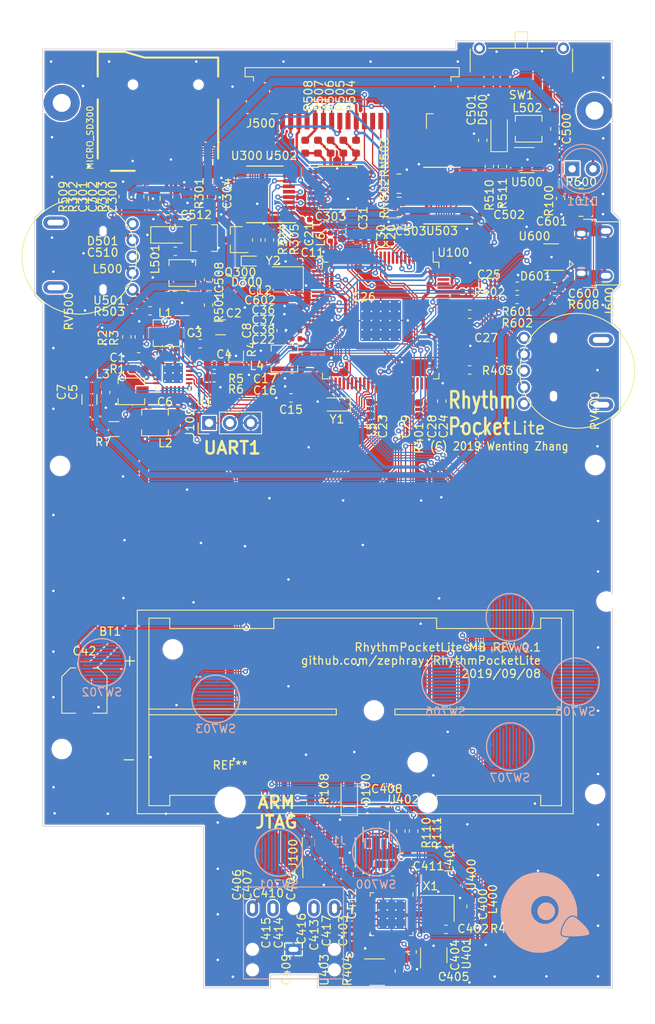
<source format=kicad_pcb>
(kicad_pcb (version 20171130) (host pcbnew 5.1.4-e60b266~84~ubuntu18.04.1)
  (title_block (title RhythmPocketLite) (rev R0.1) (company ZephRay) (comment 1 zephray@outlook.com))
  (layers (0 F.Cu signal) (1 In1.Cu power) (2 In2.Cu power) (31 B.Cu signal) (34 B.Paste user hide) (35 F.Paste user hide) (36 B.SilkS user) (37 F.SilkS user) (38 B.Mask user hide) (39 F.Mask user) (44 Edge.Cuts user))
  (net 0 "")
  (net 1 GND)
  (net 2 +1V8)
  (net 3 "Net-(C3-Pad1)")
  (net 4 "Net-(C4-Pad2)")
  (net 5 "Net-(C5-Pad1)")
  (net 6 "Net-(C6-Pad1)")
  (net 7 +3V3)
  (net 8 "Net-(C12-Pad1)")
  (net 9 "Net-(C300-Pad1)")
  (net 10 "Net-(C301-Pad1)")
  (net 11 "Net-(C400-Pad1)")
  (net 12 "Net-(C401-Pad1)")
  (net 13 "Net-(C403-Pad1)")
  (net 14 "Net-(C406-Pad1)")
  (net 15 "Net-(C407-Pad1)")
  (net 16 "Net-(C410-Pad2)")
  (net 17 "Net-(C411-Pad2)")
  (net 18 "Net-(C412-Pad2)")
  (net 19 "Net-(C412-Pad1)")
  (net 20 "Net-(C413-Pad2)")
  (net 21 "Net-(C413-Pad1)")
  (net 22 "Net-(C414-Pad2)")
  (net 23 "Net-(C415-Pad1)")
  (net 24 "Net-(C416-Pad1)")
  (net 25 "Net-(C417-Pad1)")
  (net 26 "Net-(C510-Pad1)")
  (net 27 /lcd/LCD_V5)
  (net 28 "Net-(C600-Pad2)")
  (net 29 VBUS)
  (net 30 POR)
  (net 31 "Net-(D100-Pad1)")
  (net 32 "Net-(D300-Pad1)")
  (net 33 ~LCD_PWR_EN)
  (net 34 /cpu/MPU_JTAG_TDO)
  (net 35 /cpu/MPU_JTAG_TCK)
  (net 36 /cpu/MPU_JTAG_TMS)
  (net 37 /lcd/LCD_V4)
  (net 38 /lcd/LCD_V1)
  (net 39 /lcd/LCD_FR)
  (net 40 /lcd/LCD_S)
  (net 41 /lcd/LCD_CPL)
  (net 42 /lcd/LCD_V2)
  (net 43 /lcd/LCD_V3)
  (net 44 /lcd/LCD_CP)
  (net 45 /lcd/LCD_D1)
  (net 46 /lcd/LCD_D0)
  (net 47 /lcd/LCD_ST)
  (net 48 /lcd/LCD_CPG)
  (net 49 "Net-(L1-Pad2)")
  (net 50 "Net-(L2-Pad2)")
  (net 51 "Net-(L3-Pad2)")
  (net 52 "Net-(L4-Pad1)")
  (net 53 "Net-(R1-Pad1)")
  (net 54 "Net-(R2-Pad1)")
  (net 55 I2C1_SDA)
  (net 56 I2C1_SCL)
  (net 57 SAI1_TXFS)
  (net 58 "Net-(R401-Pad1)")
  (net 59 SAI1_TXD)
  (net 60 "Net-(R402-Pad1)")
  (net 61 SAI1_TXC)
  (net 62 "Net-(R403-Pad1)")
  (net 63 "Net-(R404-Pad1)")
  (net 64 "Net-(R503-Pad1)")
  (net 65 "Net-(R504-Pad1)")
  (net 66 "Net-(R505-Pad1)")
  (net 67 "Net-(R506-Pad1)")
  (net 68 "Net-(R507-Pad1)")
  (net 69 "Net-(RN502-Pad4)")
  (net 70 "Net-(RN502-Pad2)")
  (net 71 "Net-(RN502-Pad3)")
  (net 72 "Net-(RN502-Pad1)")
  (net 73 "Net-(RN503-Pad4)")
  (net 74 "Net-(RN503-Pad2)")
  (net 75 "Net-(RN503-Pad3)")
  (net 76 "Net-(RN503-Pad1)")
  (net 77 ADC1_IN0)
  (net 78 PMIC_ON_REQ)
  (net 79 PB_STAT)
  (net 80 EXT_PWR_GOOD)
  (net 81 BAT_LOW)
  (net 82 "Net-(U400-Pad37)")
  (net 83 /power/PWR_KEY)
  (net 84 SW_SE)
  (net 85 SW_ST)
  (net 86 SW_A)
  (net 87 SW_B)
  (net 88 SW_UP)
  (net 89 SW_LE)
  (net 90 SW_RI)
  (net 91 SW_DN)
  (net 92 USB_SUSPEND)
  (net 93 HOLD)
  (net 94 "Net-(J1-PadT)")
  (net 95 "Net-(J1-PadR)")
  (net 96 "Net-(J1-PadTN)")
  (net 97 "Net-(C510-Pad2)")
  (net 98 "Net-(R509-Pad1)")
  (net 99 +BATT)
  (net 100 "Net-(C36-Pad1)")
  (net 101 "Net-(C11-Pad1)")
  (net 102 "Net-(C20-Pad1)")
  (net 103 "Net-(C30-Pad1)")
  (net 104 +5V)
  (net 105 "Net-(C601-Pad1)")
  (net 106 /storage/SD_PWR_EN)
  (net 107 "Net-(D500-Pad2)")
  (net 108 /cpu/FC0_USART_TXD)
  (net 109 /cpu/FC0_USART_RXD)
  (net 110 /usb/USB_DP)
  (net 111 /usb/USB_DM)
  (net 112 /storage/SD_D2)
  (net 113 /storage/SD_D3)
  (net 114 /storage/SD_CMD)
  (net 115 /storage/SD_D0)
  (net 116 /storage/SD_D1)
  (net 117 /storage/SD_CLK)
  (net 118 "Net-(R510-Pad1)")
  (net 119 "Net-(R601-Pad2)")
  (net 120 SD0_D1)
  (net 121 SD0_D0)
  (net 122 ~SD0_PWR_EN)
  (net 123 SD0_CMD)
  (net 124 SD0_D2)
  (net 125 SD0_D3)
  (net 126 STN_CPG)
  (net 127 STN_CPL)
  (net 128 ~SD0_CD)
  (net 129 STN_ST)
  (net 130 SD0_CLK)
  (net 131 STN_D0)
  (net 132 STN_D1)
  (net 133 STN_CP)
  (net 134 STN_FR)
  (net 135 STN_S)
  (net 136 "Net-(J1-PadRN)")
  (net 137 "Net-(J100-Pad9)")
  (net 138 "Net-(J100-Pad7)")
  (net 139 "Net-(J600-Pad4)")
  (net 140 "Net-(SW1-Pad2)")
  (net 141 "Net-(U1-Pad17)")
  (net 142 "Net-(U1-Pad11)")
  (net 143 "Net-(U1-Pad9)")
  (net 144 "Net-(U1-Pad7)")
  (net 145 "Net-(U100-Pad98)")
  (net 146 "Net-(U100-Pad97)")
  (net 147 SAI1_MCLK)
  (net 148 "Net-(U100-Pad89)")
  (net 149 "Net-(U100-Pad88)")
  (net 150 "Net-(U100-Pad86)")
  (net 151 "Net-(U100-Pad85)")
  (net 152 "Net-(U100-Pad83)")
  (net 153 "Net-(U100-Pad82)")
  (net 154 "Net-(U100-Pad81)")
  (net 155 "Net-(U100-Pad78)")
  (net 156 "Net-(U100-Pad77)")
  (net 157 "Net-(U100-Pad73)")
  (net 158 "Net-(U100-Pad57)")
  (net 159 "Net-(U100-Pad56)")
  (net 160 "Net-(U100-Pad31)")
  (net 161 "Net-(U100-Pad30)")
  (net 162 "Net-(U100-Pad27)")
  (net 163 "Net-(U100-Pad24)")
  (net 164 "Net-(U100-Pad22)")
  (net 165 "Net-(U400-Pad40)")
  (net 166 "Net-(U400-Pad36)")
  (net 167 "Net-(U400-Pad32)")
  (net 168 "Net-(U400-Pad29)")
  (net 169 "Net-(U401-Pad4)")
  (net 170 "Net-(U402-Pad4)")
  (net 171 "Net-(U403-Pad4)")
  (net 172 "Net-(U600-Pad5)")
  (net 173 "Net-(U100-Pad53)")
  (net 174 "Net-(U100-Pad52)")
  (net 175 "Net-(C304-Pad1)")
  (net 176 "Net-(U300-Pad12)")
  (net 177 "Net-(U300-Pad9)")
  (net 178 "Net-(U100-Pad54)")
  (net 179 "Net-(R400-Pad1)")
  (net 180 /cpu/LED)
  (net 181 "Net-(D101-Pad1)")
  (net 182 "Net-(J100-Pad8)")
  (net 183 "Net-(U100-Pad80)")
  (net 184 "Net-(U100-Pad59)")
  (module footprints:logo (layer B.Cu) (at 176.784 149.098 180)
    (fp_text reference G*** hide)
    (fp_text value LOGO hide)
  )
  (module Resistor_SMD:R_0603_1608Metric (layer F.Cu) (at 178.69 62.41 270)
    (fp_text reference R100 (at 0.29 1.42 90) (layer F.SilkS))
    (fp_text value 1K)
    (pad 2 smd roundrect (at 0.7875 0 270) (size 0.875 0.95) (layers F.Cu F.Paste F.Mask) (net 1 GND))
    (pad 1 smd roundrect (at -0.7875 0 270) (size 0.875 0.95) (layers F.Cu F.Paste F.Mask) (net 181 "Net-(D101-Pad1)"))
  )
  (module LED_THT:LED_D5.0mm (layer B.Cu) (at 180.1 58.8)
    (fp_text reference D101 (at 1.27 3.96) (layer B.SilkS) (effects (justify mirror)))
    (fp_text value LED)
    (pad 2 thru_hole circle (at 2.54 0) (size 1.8 1.8) (drill 0.9) (layers *.Cu *.Mask) (net 180 /cpu/LED))
    (pad 1 thru_hole rect (at 0 0) (size 1.8 1.8) (drill 0.9) (layers *.Cu *.Mask) (net 181 "Net-(D101-Pad1)"))
  )
  (module Capacitor_SMD:C_0402_1005Metric (layer F.Cu) (at 159.03 65.25)
    (fp_text reference C503 (at 1.37 1.15) (layer F.SilkS))
    (fp_text value 100nF)
    (pad 2 smd roundrect (at 0.485 0) (size 0.59 0.64) (layers F.Cu F.Paste F.Mask) (net 104 +5V))
    (pad 1 smd roundrect (at -0.485 0) (size 0.59 0.64) (layers F.Cu F.Paste F.Mask) (net 1 GND))
  )
  (module Package_QFP:TQFP-100-1EP_14x14mm_P0.5mm_EP5x5mm_ThermalVias (layer F.Cu) (at 156.73 77.28 270)
    (fp_text reference U100 (at -8.28 -8.87 180) (layer F.SilkS))
    (fp_text value LPC5500)
    (pad 100 smd roundrect (at -6 -7.6625 270) (size 0.3 1.475) (layers F.Cu F.Paste F.Mask) (net 102 "Net-(C20-Pad1)"))
    (pad 99 smd roundrect (at -5.5 -7.6625 270) (size 0.3 1.475) (layers F.Cu F.Paste F.Mask) (net 1 GND))
    (pad 98 smd roundrect (at -5 -7.6625 270) (size 0.3 1.475) (layers F.Cu F.Paste F.Mask) (net 145 "Net-(U100-Pad98)"))
    (pad 97 smd roundrect (at -4.5 -7.6625 270) (size 0.3 1.475) (layers F.Cu F.Paste F.Mask) (net 146 "Net-(U100-Pad97)"))
    (pad 96 smd roundrect (at -4 -7.6625 270) (size 0.3 1.475) (layers F.Cu F.Paste F.Mask) (net 7 +3V3))
    (pad 95 smd roundrect (at -3.5 -7.6625 270) (size 0.3 1.475) (layers F.Cu F.Paste F.Mask) (net 102 "Net-(C20-Pad1)"))
    (pad 94 smd roundrect (at -3 -7.6625 270) (size 0.3 1.475) (layers F.Cu F.Paste F.Mask) (net 108 /cpu/FC0_USART_TXD))
    (pad 93 smd roundrect (at -2.5 -7.6625 270) (size 0.3 1.475) (layers F.Cu F.Paste F.Mask) (net 93 HOLD))
    (pad 92 smd roundrect (at -2 -7.6625 270) (size 0.3 1.475) (layers F.Cu F.Paste F.Mask) (net 109 /cpu/FC0_USART_RXD))
    (pad 91 smd roundrect (at -1.5 -7.6625 270) (size 0.3 1.475) (layers F.Cu F.Paste F.Mask) (net 147 SAI1_MCLK))
    (pad 90 smd roundrect (at -1 -7.6625 270) (size 0.3 1.475) (layers F.Cu F.Paste F.Mask) (net 57 SAI1_TXFS))
    (pad 89 smd roundrect (at -0.5 -7.6625 270) (size 0.3 1.475) (layers F.Cu F.Paste F.Mask) (net 148 "Net-(U100-Pad89)"))
    (pad 88 smd roundrect (at 0 -7.6625 270) (size 0.3 1.475) (layers F.Cu F.Paste F.Mask) (net 149 "Net-(U100-Pad88)"))
    (pad 87 smd roundrect (at 0.5 -7.6625 270) (size 0.3 1.475) (layers F.Cu F.Paste F.Mask) (net 180 /cpu/LED))
    (pad 86 smd roundrect (at 1 -7.6625 270) (size 0.3 1.475) (layers F.Cu F.Paste F.Mask) (net 150 "Net-(U100-Pad86)"))
    (pad 85 smd roundrect (at 1.5 -7.6625 270) (size 0.3 1.475) (layers F.Cu F.Paste F.Mask) (net 151 "Net-(U100-Pad85)"))
    (pad 84 smd roundrect (at 2 -7.6625 270) (size 0.3 1.475) (layers F.Cu F.Paste F.Mask) (net 102 "Net-(C20-Pad1)"))
    (pad 83 smd roundrect (at 2.5 -7.6625 270) (size 0.3 1.475) (layers F.Cu F.Paste F.Mask) (net 152 "Net-(U100-Pad83)"))
    (pad 82 smd roundrect (at 3 -7.6625 270) (size 0.3 1.475) (layers F.Cu F.Paste F.Mask) (net 153 "Net-(U100-Pad82)"))
    (pad 81 smd roundrect (at 3.5 -7.6625 270) (size 0.3 1.475) (layers F.Cu F.Paste F.Mask) (net 154 "Net-(U100-Pad81)"))
    (pad 80 smd roundrect (at 4 -7.6625 270) (size 0.3 1.475) (layers F.Cu F.Paste F.Mask) (net 183 "Net-(U100-Pad80)"))
    (pad 79 smd roundrect (at 4.5 -7.6625 270) (size 0.3 1.475) (layers F.Cu F.Paste F.Mask) (net 120 SD0_D1))
    (pad 78 smd roundrect (at 5 -7.6625 270) (size 0.3 1.475) (layers F.Cu F.Paste F.Mask) (net 155 "Net-(U100-Pad78)"))
    (pad 77 smd roundrect (at 5.5 -7.6625 270) (size 0.3 1.475) (layers F.Cu F.Paste F.Mask) (net 156 "Net-(U100-Pad77)"))
    (pad 76 smd roundrect (at 6 -7.6625 270) (size 0.3 1.475) (layers F.Cu F.Paste F.Mask) (net 61 SAI1_TXC))
    (pad 75 smd roundrect (at 7.6625 -6 270) (size 1.475 0.3) (layers F.Cu F.Paste F.Mask) (net 102 "Net-(C20-Pad1)"))
    (pad 74 smd roundrect (at 7.6625 -5.5 270) (size 1.475 0.3) (layers F.Cu F.Paste F.Mask) (net 59 SAI1_TXD))
    (pad 73 smd roundrect (at 7.6625 -5 270) (size 1.475 0.3) (layers F.Cu F.Paste F.Mask) (net 157 "Net-(U100-Pad73)"))
    (pad 72 smd roundrect (at 7.6625 -4.5 270) (size 1.475 0.3) (layers F.Cu F.Paste F.Mask) (net 55 I2C1_SDA))
    (pad 71 smd roundrect (at 7.6625 -4 270) (size 1.475 0.3) (layers F.Cu F.Paste F.Mask) (net 56 I2C1_SCL))
    (pad 70 smd roundrect (at 7.6625 -3.5 270) (size 1.475 0.3) (layers F.Cu F.Paste F.Mask) (net 121 SD0_D0))
    (pad 69 smd roundrect (at 7.6625 -3 270) (size 1.475 0.3) (layers F.Cu F.Paste F.Mask) (net 102 "Net-(C20-Pad1)"))
    (pad 68 smd roundrect (at 7.6625 -2.5 270) (size 1.475 0.3) (layers F.Cu F.Paste F.Mask) (net 87 SW_B))
    (pad 67 smd roundrect (at 7.6625 -2 270) (size 1.475 0.3) (layers F.Cu F.Paste F.Mask) (net 86 SW_A))
    (pad 66 smd roundrect (at 7.6625 -1.5 270) (size 1.475 0.3) (layers F.Cu F.Paste F.Mask) (net 84 SW_SE))
    (pad 65 smd roundrect (at 7.6625 -1 270) (size 1.475 0.3) (layers F.Cu F.Paste F.Mask) (net 85 SW_ST))
    (pad 64 smd roundrect (at 7.6625 -0.5 270) (size 1.475 0.3) (layers F.Cu F.Paste F.Mask) (net 80 EXT_PWR_GOOD))
    (pad 63 smd roundrect (at 7.6625 0 270) (size 1.475 0.3) (layers F.Cu F.Paste F.Mask) (net 102 "Net-(C20-Pad1)"))
    (pad 62 smd roundrect (at 7.6625 0.5 270) (size 1.475 0.3) (layers F.Cu F.Paste F.Mask) (net 92 USB_SUSPEND))
    (pad 61 smd roundrect (at 7.6625 1 270) (size 1.475 0.3) (layers F.Cu F.Paste F.Mask) (net 81 BAT_LOW))
    (pad 60 smd roundrect (at 7.6625 1.5 270) (size 1.475 0.3) (layers F.Cu F.Paste F.Mask) (net 79 PB_STAT))
    (pad 59 smd roundrect (at 7.6625 2 270) (size 1.475 0.3) (layers F.Cu F.Paste F.Mask) (net 184 "Net-(U100-Pad59)"))
    (pad 58 smd roundrect (at 7.6625 2.5 270) (size 1.475 0.3) (layers F.Cu F.Paste F.Mask) (net 78 PMIC_ON_REQ))
    (pad 57 smd roundrect (at 7.6625 3 270) (size 1.475 0.3) (layers F.Cu F.Paste F.Mask) (net 158 "Net-(U100-Pad57)"))
    (pad 56 smd roundrect (at 7.6625 3.5 270) (size 1.475 0.3) (layers F.Cu F.Paste F.Mask) (net 159 "Net-(U100-Pad56)"))
    (pad 55 smd roundrect (at 7.6625 4 270) (size 1.475 0.3) (layers F.Cu F.Paste F.Mask) (net 122 ~SD0_PWR_EN))
    (pad 54 smd roundrect (at 7.6625 4.5 270) (size 1.475 0.3) (layers F.Cu F.Paste F.Mask) (net 178 "Net-(U100-Pad54)"))
    (pad 53 smd roundrect (at 7.6625 5 270) (size 1.475 0.3) (layers F.Cu F.Paste F.Mask) (net 173 "Net-(U100-Pad53)"))
    (pad 52 smd roundrect (at 7.6625 5.5 270) (size 1.475 0.3) (layers F.Cu F.Paste F.Mask) (net 174 "Net-(U100-Pad52)"))
    (pad 51 smd roundrect (at 7.6625 6 270) (size 1.475 0.3) (layers F.Cu F.Paste F.Mask) (net 2 +1V8))
    (pad 50 smd roundrect (at 6 7.6625 270) (size 0.3 1.475) (layers F.Cu F.Paste F.Mask) (net 2 +1V8))
    (pad 49 smd roundrect (at 5.5 7.6625 270) (size 0.3 1.475) (layers F.Cu F.Paste F.Mask) (net 2 +1V8))
    (pad 48 smd roundrect (at 5 7.6625 270) (size 0.3 1.475) (layers F.Cu F.Paste F.Mask) (net 52 "Net-(L4-Pad1)"))
    (pad 47 smd roundrect (at 4.5 7.6625 270) (size 0.3 1.475) (layers F.Cu F.Paste F.Mask) (net 1 GND))
    (pad 46 smd roundrect (at 4 7.6625 270) (size 0.3 1.475) (layers F.Cu F.Paste F.Mask) (net 1 GND))
    (pad 45 smd roundrect (at 3.5 7.6625 270) (size 0.3 1.475) (layers F.Cu F.Paste F.Mask) (net 100 "Net-(C36-Pad1)"))
    (pad 44 smd roundrect (at 3 7.6625 270) (size 0.3 1.475) (layers F.Cu F.Paste F.Mask) (net 102 "Net-(C20-Pad1)"))
    (pad 43 smd roundrect (at 2.5 7.6625 270) (size 0.3 1.475) (layers F.Cu F.Paste F.Mask) (net 90 SW_RI))
    (pad 42 smd roundrect (at 2 7.6625 270) (size 0.3 1.475) (layers F.Cu F.Paste F.Mask) (net 91 SW_DN))
    (pad 41 smd roundrect (at 1.5 7.6625 270) (size 0.3 1.475) (layers F.Cu F.Paste F.Mask) (net 88 SW_UP))
    (pad 40 smd roundrect (at 1 7.6625 270) (size 0.3 1.475) (layers F.Cu F.Paste F.Mask) (net 89 SW_LE))
    (pad 39 smd roundrect (at 0.5 7.6625 270) (size 0.3 1.475) (layers F.Cu F.Paste F.Mask) (net 100 "Net-(C36-Pad1)"))
    (pad 38 smd roundrect (at 0 7.6625 270) (size 0.3 1.475) (layers F.Cu F.Paste F.Mask) (net 7 +3V3))
    (pad 37 smd roundrect (at -0.5 7.6625 270) (size 0.3 1.475) (layers F.Cu F.Paste F.Mask) (net 1 GND))
    (pad 36 smd roundrect (at -1 7.6625 270) (size 0.3 1.475) (layers F.Cu F.Paste F.Mask) (net 119 "Net-(R601-Pad2)"))
    (pad 35 smd roundrect (at -1.5 7.6625 270) (size 0.3 1.475) (layers F.Cu F.Paste F.Mask) (net 111 /usb/USB_DM))
    (pad 34 smd roundrect (at -2 7.6625 270) (size 0.3 1.475) (layers F.Cu F.Paste F.Mask) (net 110 /usb/USB_DP))
    (pad 33 smd roundrect (at -2.5 7.6625 270) (size 0.3 1.475) (layers F.Cu F.Paste F.Mask) (net 1 GND))
    (pad 32 smd roundrect (at -3 7.6625 270) (size 0.3 1.475) (layers F.Cu F.Paste F.Mask) (net 30 POR))
    (pad 31 smd roundrect (at -3.5 7.6625 270) (size 0.3 1.475) (layers F.Cu F.Paste F.Mask) (net 160 "Net-(U100-Pad31)"))
    (pad 30 smd roundrect (at -4 7.6625 270) (size 0.3 1.475) (layers F.Cu F.Paste F.Mask) (net 161 "Net-(U100-Pad30)"))
    (pad 29 smd roundrect (at -4.5 7.6625 270) (size 0.3 1.475) (layers F.Cu F.Paste F.Mask) (net 8 "Net-(C12-Pad1)"))
    (pad 28 smd roundrect (at -5 7.6625 270) (size 0.3 1.475) (layers F.Cu F.Paste F.Mask) (net 101 "Net-(C11-Pad1)"))
    (pad 27 smd roundrect (at -5.5 7.6625 270) (size 0.3 1.475) (layers F.Cu F.Paste F.Mask) (net 162 "Net-(U100-Pad27)"))
    (pad 26 smd roundrect (at -6 7.6625 270) (size 0.3 1.475) (layers F.Cu F.Paste F.Mask) (net 123 SD0_CMD))
    (pad 25 smd roundrect (at -7.6625 6 270) (size 1.475 0.3) (layers F.Cu F.Paste F.Mask) (net 102 "Net-(C20-Pad1)"))
    (pad 24 smd roundrect (at -7.6625 5.5 270) (size 1.475 0.3) (layers F.Cu F.Paste F.Mask) (net 163 "Net-(U100-Pad24)"))
    (pad 23 smd roundrect (at -7.6625 5 270) (size 1.475 0.3) (layers F.Cu F.Paste F.Mask) (net 124 SD0_D2))
    (pad 22 smd roundrect (at -7.6625 4.5 270) (size 1.475 0.3) (layers F.Cu F.Paste F.Mask) (net 164 "Net-(U100-Pad22)"))
    (pad 21 smd roundrect (at -7.6625 4 270) (size 1.475 0.3) (layers F.Cu F.Paste F.Mask) (net 34 /cpu/MPU_JTAG_TDO))
    (pad 20 smd roundrect (at -7.6625 3.5 270) (size 1.475 0.3) (layers F.Cu F.Paste F.Mask) (net 77 ADC1_IN0))
    (pad 19 smd roundrect (at -7.6625 3 270) (size 1.475 0.3) (layers F.Cu F.Paste F.Mask) (net 1 GND))
    (pad 18 smd roundrect (at -7.6625 2.5 270) (size 1.475 0.3) (layers F.Cu F.Paste F.Mask) (net 1 GND))
    (pad 17 smd roundrect (at -7.6625 2 270) (size 1.475 0.3) (layers F.Cu F.Paste F.Mask) (net 103 "Net-(C30-Pad1)"))
    (pad 16 smd roundrect (at -7.6625 1.5 270) (size 1.475 0.3) (layers F.Cu F.Paste F.Mask) (net 103 "Net-(C30-Pad1)"))
    (pad 15 smd roundrect (at -7.6625 1 270) (size 1.475 0.3) (layers F.Cu F.Paste F.Mask) (net 102 "Net-(C20-Pad1)"))
    (pad 14 smd roundrect (at -7.6625 0.5 270) (size 1.475 0.3) (layers F.Cu F.Paste F.Mask) (net 33 ~LCD_PWR_EN))
    (pad 13 smd roundrect (at -7.6625 0 270) (size 1.475 0.3) (layers F.Cu F.Paste F.Mask) (net 35 /cpu/MPU_JTAG_TCK))
    (pad 12 smd roundrect (at -7.6625 -0.5 270) (size 1.475 0.3) (layers F.Cu F.Paste F.Mask) (net 36 /cpu/MPU_JTAG_TMS))
    (pad 11 smd roundrect (at -7.6625 -1 270) (size 1.475 0.3) (layers F.Cu F.Paste F.Mask) (net 125 SD0_D3))
    (pad 10 smd roundrect (at -7.6625 -1.5 270) (size 1.475 0.3) (layers F.Cu F.Paste F.Mask) (net 126 STN_CPG))
    (pad 9 smd roundrect (at -7.6625 -2 270) (size 1.475 0.3) (layers F.Cu F.Paste F.Mask) (net 127 STN_CPL))
    (pad 8 smd roundrect (at -7.6625 -2.5 270) (size 1.475 0.3) (layers F.Cu F.Paste F.Mask) (net 128 ~SD0_CD))
    (pad 7 smd roundrect (at -7.6625 -3 270) (size 1.475 0.3) (layers F.Cu F.Paste F.Mask) (net 129 STN_ST))
    (pad 6 smd roundrect (at -7.6625 -3.5 270) (size 1.475 0.3) (layers F.Cu F.Paste F.Mask) (net 130 SD0_CLK))
    (pad 5 smd roundrect (at -7.6625 -4 270) (size 1.475 0.3) (layers F.Cu F.Paste F.Mask) (net 131 STN_D0))
    (pad 4 smd roundrect (at -7.6625 -4.5 270) (size 1.475 0.3) (layers F.Cu F.Paste F.Mask) (net 132 STN_D1))
    (pad 3 smd roundrect (at -7.6625 -5 270) (size 1.475 0.3) (layers F.Cu F.Paste F.Mask) (net 133 STN_CP))
    (pad 2 smd roundrect (at -7.6625 -5.5 270) (size 1.475 0.3) (layers F.Cu F.Paste F.Mask) (net 134 STN_FR))
    (pad 1 smd roundrect (at -7.6625 -6 270) (size 1.475 0.3) (layers F.Cu F.Paste F.Mask) (net 135 STN_S))
    (pad 101 smd roundrect (at 0 0 270) (size 5 5) (layers B.Cu) (roundrect_rratio 0.05) (net 1 GND))
    (pad 101 thru_hole circle (at 2.25 2.25 270) (size 0.5 0.5) (drill 0.2) (layers *.Cu) (net 1 GND))
    (pad 101 thru_hole circle (at 1.125 2.25 270) (size 0.5 0.5) (drill 0.2) (layers *.Cu) (net 1 GND))
    (pad 101 thru_hole circle (at 0 2.25 270) (size 0.5 0.5) (drill 0.2) (layers *.Cu) (net 1 GND))
    (pad 101 thru_hole circle (at -1.125 2.25 270) (size 0.5 0.5) (drill 0.2) (layers *.Cu) (net 1 GND))
    (pad 101 thru_hole circle (at -2.25 2.25 270) (size 0.5 0.5) (drill 0.2) (layers *.Cu) (net 1 GND))
    (pad 101 thru_hole circle (at 2.25 1.125 270) (size 0.5 0.5) (drill 0.2) (layers *.Cu) (net 1 GND))
    (pad 101 thru_hole circle (at 1.125 1.125 270) (size 0.5 0.5) (drill 0.2) (layers *.Cu) (net 1 GND))
    (pad 101 thru_hole circle (at 0 1.125 270) (size 0.5 0.5) (drill 0.2) (layers *.Cu) (net 1 GND))
    (pad 101 thru_hole circle (at -1.125 1.125 270) (size 0.5 0.5) (drill 0.2) (layers *.Cu) (net 1 GND))
    (pad 101 thru_hole circle (at -2.25 1.125 270) (size 0.5 0.5) (drill 0.2) (layers *.Cu) (net 1 GND))
    (pad 101 thru_hole circle (at 2.25 0 270) (size 0.5 0.5) (drill 0.2) (layers *.Cu) (net 1 GND))
    (pad 101 thru_hole circle (at 1.125 0 270) (size 0.5 0.5) (drill 0.2) (layers *.Cu) (net 1 GND))
    (pad 101 thru_hole circle (at 0 0 270) (size 0.5 0.5) (drill 0.2) (layers *.Cu) (net 1 GND))
    (pad 101 thru_hole circle (at -1.125 0 270) (size 0.5 0.5) (drill 0.2) (layers *.Cu) (net 1 GND))
    (pad 101 thru_hole circle (at -2.25 0 270) (size 0.5 0.5) (drill 0.2) (layers *.Cu) (net 1 GND))
    (pad 101 thru_hole circle (at 2.25 -1.125 270) (size 0.5 0.5) (drill 0.2) (layers *.Cu) (net 1 GND))
    (pad 101 thru_hole circle (at 1.125 -1.125 270) (size 0.5 0.5) (drill 0.2) (layers *.Cu) (net 1 GND))
    (pad 101 thru_hole circle (at 0 -1.125 270) (size 0.5 0.5) (drill 0.2) (layers *.Cu) (net 1 GND))
    (pad 101 thru_hole circle (at -1.125 -1.125 270) (size 0.5 0.5) (drill 0.2) (layers *.Cu) (net 1 GND))
    (pad 101 thru_hole circle (at -2.25 -1.125 270) (size 0.5 0.5) (drill 0.2) (layers *.Cu) (net 1 GND))
    (pad 101 thru_hole circle (at 2.25 -2.25 270) (size 0.5 0.5) (drill 0.2) (layers *.Cu) (net 1 GND))
    (pad 101 thru_hole circle (at 1.125 -2.25 270) (size 0.5 0.5) (drill 0.2) (layers *.Cu) (net 1 GND))
    (pad 101 thru_hole circle (at 0 -2.25 270) (size 0.5 0.5) (drill 0.2) (layers *.Cu) (net 1 GND))
    (pad 101 thru_hole circle (at -1.125 -2.25 270) (size 0.5 0.5) (drill 0.2) (layers *.Cu) (net 1 GND))
    (pad 101 thru_hole circle (at -2.25 -2.25 270) (size 0.5 0.5) (drill 0.2) (layers *.Cu) (net 1 GND))
    (pad 101 smd roundrect (at 0 0 270) (size 5 5) (layers F.Cu F.Mask) (roundrect_rratio 0.05) (net 1 GND))
  )
  (module Resistor_SMD:R_0603_1608Metric (layer F.Cu) (at 164.71 151.47)
    (fp_text reference R400 (at 7.29 -0.07) (layer F.SilkS))
    (fp_text value 33)
    (pad 2 smd roundrect (at 0.7875 0) (size 0.875 0.95) (layers F.Cu F.Paste F.Mask) (net 147 SAI1_MCLK))
    (pad 1 smd roundrect (at -0.7875 0) (size 0.875 0.95) (layers F.Cu F.Paste F.Mask) (net 179 "Net-(R400-Pad1)"))
  )
  (module Resistor_SMD:R_0603_1608Metric (layer F.Cu) (at 136.1 62.2 90)
    (fp_text reference R301 (at 0.4 -1.5 90) (layer F.SilkS))
    (fp_text value 10K)
    (pad 2 smd roundrect (at 0.7875 0 90) (size 0.875 0.95) (layers F.Cu F.Paste F.Mask) (net 128 ~SD0_CD))
    (pad 1 smd roundrect (at -0.7875 0 90) (size 0.875 0.95) (layers F.Cu F.Paste F.Mask) (net 7 +3V3))
  )
  (module Inductor_SMD:L_0603_1608Metric (layer F.Cu) (at 151.99 66.51 270)
    (fp_text reference L6 (at 0.89 2.59 90) (layer F.SilkS))
    (fp_text value MI0603J601R-10)
    (pad 2 smd roundrect (at 0.7875 0 270) (size 0.875 0.95) (layers F.Cu F.Paste F.Mask) (net 103 "Net-(C30-Pad1)"))
    (pad 1 smd roundrect (at -0.7875 0 270) (size 0.875 0.95) (layers F.Cu F.Paste F.Mask) (net 2 +1V8))
  )
  (module Inductor_SMD:L_0603_1608Metric (layer F.Cu) (at 155.46 88.04 90)
    (fp_text reference L5 (at -2.56 0.14 90) (layer F.SilkS))
    (fp_text value MI0603J601R-10)
    (pad 2 smd roundrect (at 0.7875 0 90) (size 0.875 0.95) (layers F.Cu F.Paste F.Mask) (net 102 "Net-(C20-Pad1)"))
    (pad 1 smd roundrect (at -0.7875 0 90) (size 0.875 0.95) (layers F.Cu F.Paste F.Mask) (net 2 +1V8))
  )
  (module Capacitor_SMD:C_0603_1608Metric (layer F.Cu) (at 130.79 64.91)
    (fp_text reference C512 (at 3.41 -0.51) (layer F.SilkS))
    (fp_text value 10uF)
    (pad 2 smd roundrect (at 0.7875 0) (size 0.875 0.95) (layers F.Cu F.Paste F.Mask) (net 27 /lcd/LCD_V5))
    (pad 1 smd roundrect (at -0.7875 0) (size 0.875 0.95) (layers F.Cu F.Paste F.Mask) (net 1 GND))
  )
  (module footprints:Potentiometer_RK14J (layer F.Cu) (at 180.725 83.4 270)
    (fp_text reference RV400 (at 4.878453 -2.155873 90) (layer F.SilkS))
    (fp_text value RK14J11A0A02)
    (pad "" np_thru_hole oval (at 3.1 2.9 270) (size 1 0.6) (drill oval 1 0.6) (layers *.Cu *.Mask))
    (pad "" np_thru_hole oval (at -4 2.9 270) (size 1 0.6) (drill oval 1 0.6) (layers *.Cu *.Mask))
    (pad 7 thru_hole oval (at 4.15 -2.9 270) (size 1.5 3) (drill oval 0.7 2) (layers *.Cu *.Mask))
    (pad 6 thru_hole oval (at -3.75 -2.9 270) (size 1.5 3) (drill oval 0.7 2) (layers *.Cu *.Mask F.Adhes))
    (pad 5 thru_hole circle (at 4 6.5 270) (size 1.524 1.524) (drill 0.9) (layers *.Cu *.Mask))
    (pad 2 thru_hole circle (at 2 6.5 270) (size 1.524 1.524) (drill 0.9) (layers *.Cu *.Mask) (net 77 ADC1_IN0))
    (pad 4 thru_hole circle (at 0 6.5 270) (size 1.524 1.524) (drill 0.9) (layers *.Cu *.Mask))
    (pad 3 thru_hole circle (at -2 6.5 270) (size 1.524 1.524) (drill 0.9) (layers *.Cu *.Mask) (net 1 GND))
    (pad 1 thru_hole circle (at -4 6.5 270) (size 1.524 1.524) (drill 0.9) (layers *.Cu *.Mask) (net 2 +1V8))
  )
  (module footprints:Potentiometer_RK14J (layer F.Cu) (at 119.95 69.5 90)
    (fp_text reference RV500 (at -6.634852 -1.285699 90) (layer F.SilkS))
    (fp_text value RK14J11A0A02/50K)
    (pad "" np_thru_hole oval (at 3.1 2.9 90) (size 1 0.6) (drill oval 1 0.6) (layers *.Cu *.Mask))
    (pad "" np_thru_hole oval (at -4 2.9 90) (size 1 0.6) (drill oval 1 0.6) (layers *.Cu *.Mask))
    (pad 7 thru_hole oval (at 4.15 -2.9 90) (size 1.5 3) (drill oval 0.7 2) (layers *.Cu *.Mask))
    (pad 6 thru_hole oval (at -3.75 -2.9 90) (size 1.5 3) (drill oval 0.7 2) (layers *.Cu *.Mask F.Adhes))
    (pad 5 thru_hole circle (at 4 6.5 90) (size 1.524 1.524) (drill 0.9) (layers *.Cu *.Mask))
    (pad 2 thru_hole circle (at 2 6.5 90) (size 1.524 1.524) (drill 0.9) (layers *.Cu *.Mask) (net 98 "Net-(R509-Pad1)"))
    (pad 4 thru_hole circle (at 0 6.5 90) (size 1.524 1.524) (drill 0.9) (layers *.Cu *.Mask))
    (pad 3 thru_hole circle (at -2 6.5 90) (size 1.524 1.524) (drill 0.9) (layers *.Cu *.Mask) (net 98 "Net-(R509-Pad1)"))
    (pad 1 thru_hole circle (at -4 6.5 90) (size 1.524 1.524) (drill 0.9) (layers *.Cu *.Mask) (net 64 "Net-(R503-Pad1)"))
  )
  (module MountingHole:MountingHole_2.2mm_M2 (layer F.Cu) (at 117.61 95)
    (fp_text reference REF** hide)
    (fp_text value MountingHole_2.2mm_M2)
    (pad 1 np_thru_hole circle (at 0 0) (size 2.2 2.2) (drill 2.2) (layers *.Cu *.Mask))
  )
  (module MountingHole:MountingHole_3.5mm (layer F.Cu) (at 138.36 135.975)
    (fp_text reference REF** (at 0 -4.5) (layer F.SilkS))
    (fp_text value MountingHole_3.5mm)
    (pad "" np_thru_hole circle (at 0 0) (size 3.5 3.5) (drill 3.5) (layers *.Cu *.Mask))
  )
  (module MountingHole:MountingHole_2.2mm_M2 (layer F.Cu) (at 182.91 94.9)
    (fp_text reference REF** hide)
    (fp_text value MountingHole_2.2mm_M2)
    (pad 1 np_thru_hole circle (at 0 0) (size 2.2 2.2) (drill 2.2) (layers *.Cu *.Mask))
  )
  (module MountingHole:MountingHole_2.2mm_M2 (layer F.Cu) (at 117.81 129.5)
    (fp_text reference REF** hide)
    (fp_text value MountingHole_2.2mm_M2)
    (pad 1 np_thru_hole circle (at 0 0) (size 2.2 2.2) (drill 2.2) (layers *.Cu *.Mask))
  )
  (module MountingHole:MountingHole_2.2mm_M2 (layer F.Cu) (at 182.91 135)
    (fp_text reference REF** hide)
    (fp_text value MountingHole_2.2mm_M2)
    (pad 1 np_thru_hole circle (at 0 0) (size 2.2 2.2) (drill 2.2) (layers *.Cu *.Mask))
  )
  (module MountingHole:MountingHole_2.2mm_M2 (layer F.Cu) (at 155.91 124.8)
    (fp_text reference REF** hide)
    (fp_text value MountingHole_2.2mm_M2)
    (pad 1 np_thru_hole circle (at 0 0) (size 2.2 2.2) (drill 2.2) (layers *.Cu *.Mask))
  )
  (module MountingHole:MountingHole_2.2mm_M2 (layer F.Cu) (at 162.46 136.05)
    (fp_text reference REF** hide)
    (fp_text value MountingHole_2.2mm_M2)
    (pad "" np_thru_hole circle (at 0 0) (size 2.2 2.2) (drill 2.2) (layers *.Cu *.Mask))
  )
  (module MountingHole:MountingHole_2.2mm_M2 (layer F.Cu) (at 161.235 131.125)
    (fp_text reference REF** hide)
    (fp_text value MountingHole_2.2mm_M2)
    (pad "" np_thru_hole circle (at 0 0) (size 2.2 2.2) (drill 2.2) (layers *.Cu *.Mask))
  )
  (module MountingHole:MountingHole_2.2mm_M2 (layer F.Cu) (at 184.285 111.525)
    (fp_text reference REF** hide)
    (fp_text value MountingHole_2.2mm_M2)
    (pad "" np_thru_hole circle (at 0 0) (size 2.2 2.2) (drill 2.2) (layers *.Cu *.Mask))
  )
  (module MountingHole:MountingHole_2.2mm_M2_Pad (layer F.Cu) (at 182.84 51.71)
    (fp_text reference REF** hide)
    (fp_text value MountingHole_2.2mm_M2_Pad)
    (pad 1 thru_hole circle (at 0 0) (size 4.4 4.4) (drill 2.2) (layers *.Cu *.Mask))
  )
  (module MountingHole:MountingHole_2.2mm_M2_Pad (layer F.Cu) (at 117.81 50.76)
    (fp_text reference REF** hide)
    (fp_text value MountingHole_2.2mm_M2_Pad)
    (pad 1 thru_hole circle (at 0 0) (size 4.4 4.4) (drill 2.2) (layers *.Cu *.Mask))
  )
  (module MountingHole:MountingHole_2.2mm_M2 (layer F.Cu) (at 131.36 117.35)
    (fp_text reference REF** hide)
    (fp_text value MountingHole_2.2mm_M2)
    (pad 1 np_thru_hole circle (at 0 0) (size 2.2 2.2) (drill 2.2) (layers *.Cu *.Mask))
  )
  (module Inductor_SMD:L_Vishay_IHLP-1212 (layer F.Cu) (at 130.59 78.82 180)
    (fp_text reference L1 (at 0.15 2.475) (layer F.SilkS))
    (fp_text value 10uH)
    (pad 2 smd rect (at 1.35 0 180) (size 1.5 1.2) (layers F.Cu F.Paste F.Mask) (net 49 "Net-(L1-Pad2)"))
    (pad 1 smd rect (at -1.35 0 180) (size 1.5 1.2) (layers F.Cu F.Paste F.Mask) (net 3 "Net-(C3-Pad1)"))
  )
  (module Inductor_SMD:L_Vishay_IHLP-1212 (layer F.Cu) (at 129.19 89.71)
    (fp_text reference L2 (at 1.26 2.5) (layer F.SilkS))
    (fp_text value 4.7uH)
    (pad 2 smd rect (at 1.35 0) (size 1.5 1.2) (layers F.Cu F.Paste F.Mask) (net 50 "Net-(L2-Pad2)"))
    (pad 1 smd rect (at -1.35 0) (size 1.5 1.2) (layers F.Cu F.Paste F.Mask) (net 99 +BATT))
  )
  (module Resistor_SMD:R_1206_3216Metric (layer F.Cu) (at 124.19 90.51)
    (fp_text reference R7 (at -1.33 1.56) (layer F.SilkS))
    (fp_text value 0R05)
    (pad 2 smd roundrect (at 1.4 0) (size 1.25 1.75) (layers F.Cu F.Paste F.Mask) (roundrect_rratio 0.2) (net 6 "Net-(C6-Pad1)"))
    (pad 1 smd roundrect (at -1.4 0) (size 1.25 1.75) (layers F.Cu F.Paste F.Mask) (roundrect_rratio 0.2) (net 7 +3V3))
  )
  (module Capacitor_SMD:C_1206_3216Metric (layer F.Cu) (at 121.19 86.91 90)
    (fp_text reference C7 (at 0.91 -3.39 90) (layer F.SilkS))
    (fp_text value 100uF)
    (pad 2 smd roundrect (at 1.4 0 90) (size 1.25 1.75) (layers F.Cu F.Paste F.Mask) (roundrect_rratio 0.2) (net 1 GND))
    (pad 1 smd roundrect (at -1.4 0 90) (size 1.25 1.75) (layers F.Cu F.Paste F.Mask) (roundrect_rratio 0.2) (net 7 +3V3))
  )
  (module Capacitor_SMD:C_1206_3216Metric (layer F.Cu) (at 137.19 78.11 180)
    (fp_text reference C2 (at -1.61 1.72) (layer F.SilkS))
    (fp_text value 100uF)
    (pad 2 smd roundrect (at 1.4 0 180) (size 1.25 1.75) (layers F.Cu F.Paste F.Mask) (roundrect_rratio 0.2) (net 1 GND))
    (pad 1 smd roundrect (at -1.4 0 180) (size 1.25 1.75) (layers F.Cu F.Paste F.Mask) (roundrect_rratio 0.2) (net 2 +1V8))
  )
  (module Resistor_SMD:R_0603_1608Metric (layer F.Cu) (at 127.275 79.27 270)
    (fp_text reference R3 (at 0.13 3.075 90) (layer F.SilkS))
    (fp_text value 80.6K)
    (pad 2 smd roundrect (at 0.7875 0 270) (size 0.875 0.95) (layers F.Cu F.Paste F.Mask) (net 54 "Net-(R2-Pad1)"))
    (pad 1 smd roundrect (at -0.7875 0 270) (size 0.875 0.95) (layers F.Cu F.Paste F.Mask) (net 1 GND))
  )
  (module Inductor_SMD:L_Vishay_IHLP-1212 (layer F.Cu) (at 126.31 85.91)
    (fp_text reference L3 (at -3.51 -2.11) (layer F.SilkS))
    (fp_text value 10uH)
    (pad 2 smd rect (at 1.35 0) (size 1.5 1.2) (layers F.Cu F.Paste F.Mask) (net 51 "Net-(L3-Pad2)"))
    (pad 1 smd rect (at -1.35 0) (size 1.5 1.2) (layers F.Cu F.Paste F.Mask) (net 5 "Net-(C5-Pad1)"))
  )
  (module Package_DFN_QFN:VQFN-24-1EP_4x4mm_P0.5mm_EP2.45x2.45mm_ThermalVias (layer F.Cu) (at 131.37 83.67 270)
    (fp_text reference U1 (at 3.53 -3.83 180) (layer F.SilkS))
    (fp_text value LTC3456)
    (pad 24 smd roundrect (at -1.25 -1.9875 270) (size 0.25 0.775) (layers F.Cu F.Paste F.Mask) (net 4 "Net-(C4-Pad2)"))
    (pad 23 smd roundrect (at -0.75 -1.9875 270) (size 0.25 0.775) (layers F.Cu F.Paste F.Mask) (net 30 POR))
    (pad 22 smd roundrect (at -0.25 -1.9875 270) (size 0.25 0.775) (layers F.Cu F.Paste F.Mask) (net 99 +BATT))
    (pad 21 smd roundrect (at 0.25 -1.9875 270) (size 0.25 0.775) (layers F.Cu F.Paste F.Mask) (net 78 PMIC_ON_REQ))
    (pad 20 smd roundrect (at 0.75 -1.9875 270) (size 0.25 0.775) (layers F.Cu F.Paste F.Mask) (net 79 PB_STAT))
    (pad 19 smd roundrect (at 1.25 -1.9875 270) (size 0.25 0.775) (layers F.Cu F.Paste F.Mask) (net 83 /power/PWR_KEY))
    (pad 18 smd roundrect (at 1.9875 -1.25 270) (size 0.775 0.25) (layers F.Cu F.Paste F.Mask) (net 92 USB_SUSPEND))
    (pad 17 smd roundrect (at 1.9875 -0.75 270) (size 0.775 0.25) (layers F.Cu F.Paste F.Mask) (net 141 "Net-(U1-Pad17)"))
    (pad 16 smd roundrect (at 1.9875 -0.25 270) (size 0.775 0.25) (layers F.Cu F.Paste F.Mask) (net 6 "Net-(C6-Pad1)"))
    (pad 15 smd roundrect (at 1.9875 0.25 270) (size 0.775 0.25) (layers F.Cu F.Paste F.Mask) (net 5 "Net-(C5-Pad1)"))
    (pad 14 smd roundrect (at 1.9875 0.75 270) (size 0.775 0.25) (layers F.Cu F.Paste F.Mask) (net 50 "Net-(L2-Pad2)"))
    (pad 13 smd roundrect (at 1.9875 1.25 270) (size 0.775 0.25) (layers F.Cu F.Paste F.Mask) (net 51 "Net-(L3-Pad2)"))
    (pad 12 smd roundrect (at 1.25 1.9875 270) (size 0.25 0.775) (layers F.Cu F.Paste F.Mask) (net 53 "Net-(R1-Pad1)"))
    (pad 11 smd roundrect (at 0.75 1.9875 270) (size 0.25 0.775) (layers F.Cu F.Paste F.Mask) (net 142 "Net-(U1-Pad11)"))
    (pad 10 smd roundrect (at 0.25 1.9875 270) (size 0.25 0.775) (layers F.Cu F.Paste F.Mask) (net 29 VBUS))
    (pad 9 smd roundrect (at -0.25 1.9875 270) (size 0.25 0.775) (layers F.Cu F.Paste F.Mask) (net 143 "Net-(U1-Pad9)"))
    (pad 8 smd roundrect (at -0.75 1.9875 270) (size 0.25 0.775) (layers F.Cu F.Paste F.Mask) (net 80 EXT_PWR_GOOD))
    (pad 7 smd roundrect (at -1.25 1.9875 270) (size 0.25 0.775) (layers F.Cu F.Paste F.Mask) (net 144 "Net-(U1-Pad7)"))
    (pad 6 smd roundrect (at -1.9875 1.25 270) (size 0.775 0.25) (layers F.Cu F.Paste F.Mask) (net 1 GND))
    (pad 5 smd roundrect (at -1.9875 0.75 270) (size 0.775 0.25) (layers F.Cu F.Paste F.Mask) (net 49 "Net-(L1-Pad2)"))
    (pad 4 smd roundrect (at -1.9875 0.25 270) (size 0.775 0.25) (layers F.Cu F.Paste F.Mask) (net 99 +BATT))
    (pad 3 smd roundrect (at -1.9875 -0.25 270) (size 0.775 0.25) (layers F.Cu F.Paste F.Mask) (net 1 GND))
    (pad 2 smd roundrect (at -1.9875 -0.75 270) (size 0.775 0.25) (layers F.Cu F.Paste F.Mask) (net 81 BAT_LOW))
    (pad 1 smd roundrect (at -1.9875 -1.25 270) (size 0.775 0.25) (layers F.Cu F.Paste F.Mask) (net 54 "Net-(R2-Pad1)"))
    (pad 25 smd roundrect (at 0 0 270) (size 2.45 2.45) (layers B.Cu) (roundrect_rratio 0.102041) (net 1 GND))
    (pad 25 thru_hole circle (at 0.975 0.975 270) (size 0.5 0.5) (drill 0.2) (layers *.Cu) (net 1 GND))
    (pad 25 thru_hole circle (at 0 0.975 270) (size 0.5 0.5) (drill 0.2) (layers *.Cu) (net 1 GND))
    (pad 25 thru_hole circle (at -0.975 0.975 270) (size 0.5 0.5) (drill 0.2) (layers *.Cu) (net 1 GND))
    (pad 25 thru_hole circle (at 0.975 0 270) (size 0.5 0.5) (drill 0.2) (layers *.Cu) (net 1 GND))
    (pad 25 thru_hole circle (at 0 0 270) (size 0.5 0.5) (drill 0.2) (layers *.Cu) (net 1 GND))
    (pad 25 thru_hole circle (at -0.975 0 270) (size 0.5 0.5) (drill 0.2) (layers *.Cu) (net 1 GND))
    (pad 25 thru_hole circle (at 0.975 -0.975 270) (size 0.5 0.5) (drill 0.2) (layers *.Cu) (net 1 GND))
    (pad 25 thru_hole circle (at 0 -0.975 270) (size 0.5 0.5) (drill 0.2) (layers *.Cu) (net 1 GND))
    (pad 25 thru_hole circle (at -0.975 -0.975 270) (size 0.5 0.5) (drill 0.2) (layers *.Cu) (net 1 GND))
    (pad 25 smd roundrect (at 0 0 270) (size 2.45 2.45) (layers F.Cu F.Mask) (roundrect_rratio 0.102041) (net 1 GND))
  )
  (module Resistor_SMD:R_0603_1608Metric (layer F.Cu) (at 136.41 84.26)
    (fp_text reference R6 (at 2.65 1.41) (layer F.SilkS))
    (fp_text value 80.6K)
    (pad 2 smd roundrect (at 0.7875 0) (size 0.875 0.95) (layers F.Cu F.Paste F.Mask) (net 1 GND))
    (pad 1 smd roundrect (at -0.7875 0) (size 0.875 0.95) (layers F.Cu F.Paste F.Mask) (net 4 "Net-(C4-Pad2)"))
  )
  (module Resistor_SMD:R_0603_1608Metric (layer F.Cu) (at 136.41 82.72 180)
    (fp_text reference R5 (at -2.66 -1.66) (layer F.SilkS))
    (fp_text value 100K)
    (pad 2 smd roundrect (at 0.7875 0 180) (size 0.875 0.95) (layers F.Cu F.Paste F.Mask) (net 4 "Net-(C4-Pad2)"))
    (pad 1 smd roundrect (at -0.7875 0 180) (size 0.875 0.95) (layers F.Cu F.Paste F.Mask) (net 3 "Net-(C3-Pad1)"))
  )
  (module Resistor_SMD:R_0603_1608Metric (layer F.Cu) (at 125.75 79.27 90)
    (fp_text reference R2 (at -0.13 -2.95 90) (layer F.SilkS))
    (fp_text value 100K)
    (pad 2 smd roundrect (at 0.7875 0 90) (size 0.875 0.95) (layers F.Cu F.Paste F.Mask) (net 99 +BATT))
    (pad 1 smd roundrect (at -0.7875 0 90) (size 0.875 0.95) (layers F.Cu F.Paste F.Mask) (net 54 "Net-(R2-Pad1)"))
  )
  (module Resistor_SMD:R_0603_1608Metric (layer F.Cu) (at 127.18 83.24)
    (fp_text reference R1 (at -2.58 -0.04) (layer F.SilkS))
    (fp_text value 1K)
    (pad 2 smd roundrect (at 0.7875 0) (size 0.875 0.95) (layers F.Cu F.Paste F.Mask) (net 29 VBUS))
    (pad 1 smd roundrect (at -0.7875 0) (size 0.875 0.95) (layers F.Cu F.Paste F.Mask) (net 53 "Net-(R1-Pad1)"))
  )
  (module Capacitor_SMD:C_0402_1005Metric (layer F.Cu) (at 132.32 86.82)
    (fp_text reference C6 (at -1.92 0.38) (layer F.SilkS))
    (fp_text value 1uF)
    (pad 2 smd roundrect (at 0.485 0) (size 0.59 0.64) (layers F.Cu F.Paste F.Mask) (net 1 GND))
    (pad 1 smd roundrect (at -0.485 0) (size 0.59 0.64) (layers F.Cu F.Paste F.Mask) (net 6 "Net-(C6-Pad1)"))
  )
  (module Capacitor_SMD:C_0603_1608Metric (layer F.Cu) (at 123.17 86.05 270)
    (fp_text reference C5 (at -0.05 3.97 90) (layer F.SilkS))
    (fp_text value 22uF)
    (pad 2 smd roundrect (at 0.7875 0 270) (size 0.875 0.95) (layers F.Cu F.Paste F.Mask) (net 1 GND))
    (pad 1 smd roundrect (at -0.7875 0 270) (size 0.875 0.95) (layers F.Cu F.Paste F.Mask) (net 5 "Net-(C5-Pad1)"))
  )
  (module Capacitor_SMD:C_0402_1005Metric (layer F.Cu) (at 135.86 81.41 180)
    (fp_text reference C4 (at -1.78 0.01) (layer F.SilkS))
    (fp_text value 220pF)
    (pad 2 smd roundrect (at 0.485 0 180) (size 0.59 0.64) (layers F.Cu F.Paste F.Mask) (net 4 "Net-(C4-Pad2)"))
    (pad 1 smd roundrect (at -0.485 0 180) (size 0.59 0.64) (layers F.Cu F.Paste F.Mask) (net 3 "Net-(C3-Pad1)"))
  )
  (module Capacitor_SMD:C_0603_1608Metric (layer F.Cu) (at 134.71 80.1 180)
    (fp_text reference C3 (at 0.71 1.3) (layer F.SilkS))
    (fp_text value 10uF)
    (pad 2 smd roundrect (at 0.7875 0 180) (size 0.875 0.95) (layers F.Cu F.Paste F.Mask) (net 1 GND))
    (pad 1 smd roundrect (at -0.7875 0 180) (size 0.875 0.95) (layers F.Cu F.Paste F.Mask) (net 3 "Net-(C3-Pad1)"))
  )
  (module Capacitor_SMD:C_0603_1608Metric (layer F.Cu) (at 127.19 81.71 180)
    (fp_text reference C1 (at 2.59 -0.09) (layer F.SilkS))
    (fp_text value 4.7uF)
    (pad 2 smd roundrect (at 0.7875 0 180) (size 0.875 0.95) (layers F.Cu F.Paste F.Mask) (net 1 GND))
    (pad 1 smd roundrect (at -0.7875 0 180) (size 0.875 0.95) (layers F.Cu F.Paste F.Mask) (net 99 +BATT))
  )
  (module Oscillator:Oscillator_SMD_Abracon_ASE-4Pin_3.2x2.5mm (layer F.Cu) (at 145.39 72.31 180)
    (fp_text reference Y2 (at 1.79 2.31) (layer F.SilkS))
    (fp_text value 24MHz)
    (pad 4 smd rect (at -1.05 -0.825 180) (size 1.3 1.1) (layers F.Cu F.Paste F.Mask) (net 1 GND))
    (pad 3 smd rect (at 1.05 -0.825 180) (size 1.3 1.1) (layers F.Cu F.Paste F.Mask) (net 8 "Net-(C12-Pad1)"))
    (pad 2 smd rect (at 1.05 0.825 180) (size 1.3 1.1) (layers F.Cu F.Paste F.Mask) (net 1 GND))
    (pad 1 smd rect (at -1.05 0.825 180) (size 1.3 1.1) (layers F.Cu F.Paste F.Mask) (net 101 "Net-(C11-Pad1)"))
  )
  (module Crystal:Crystal_SMD_TXC_9HT11-2Pin_2.0x1.2mm_HandSoldering (layer F.Cu) (at 151.39 87.51 180)
    (fp_text reference Y1 (at 0 -1.8) (layer F.SilkS))
    (fp_text value 32.768kHz)
    (pad 2 smd rect (at 0.925 0 180) (size 1.05 1.1) (layers F.Cu F.Paste F.Mask) (net 174 "Net-(U100-Pad52)"))
    (pad 1 smd rect (at -0.925 0 180) (size 1.05 1.1) (layers F.Cu F.Paste F.Mask) (net 173 "Net-(U100-Pad53)"))
  )
  (module Oscillator:Oscillator_SMD_Abracon_ASE-4Pin_3.2x2.5mm (layer F.Cu) (at 163.79 148.91 180)
    (fp_text reference X1 (at 0.99 2.71) (layer F.SilkS))
    (fp_text value DSC1001CE2-022.5792)
    (pad 4 smd rect (at -1.05 -0.825 180) (size 1.3 1.1) (layers F.Cu F.Paste F.Mask) (net 11 "Net-(C400-Pad1)"))
    (pad 3 smd rect (at 1.05 -0.825 180) (size 1.3 1.1) (layers F.Cu F.Paste F.Mask) (net 82 "Net-(U400-Pad37)"))
    (pad 2 smd rect (at 1.05 0.825 180) (size 1.3 1.1) (layers F.Cu F.Paste F.Mask) (net 1 GND))
    (pad 1 smd rect (at -1.05 0.825 180) (size 1.3 1.1) (layers F.Cu F.Paste F.Mask) (net 11 "Net-(C400-Pad1)"))
  )
  (module Package_SO:TSSOP-20_4.4x6.5mm_P0.65mm (layer F.Cu) (at 164.22 62.06 180)
    (fp_text reference U503 (at 0 -4.3) (layer F.SilkS))
    (fp_text value TXS0108EPW)
    (pad 20 smd rect (at 2.95 -2.925 180) (size 1.45 0.45) (layers F.Cu F.Paste F.Mask) (net 72 "Net-(RN502-Pad1)"))
    (pad 19 smd rect (at 2.95 -2.275 180) (size 1.45 0.45) (layers F.Cu F.Paste F.Mask) (net 104 +5V))
    (pad 18 smd rect (at 2.95 -1.625 180) (size 1.45 0.45) (layers F.Cu F.Paste F.Mask) (net 70 "Net-(RN502-Pad2)"))
    (pad 17 smd rect (at 2.95 -0.975 180) (size 1.45 0.45) (layers F.Cu F.Paste F.Mask) (net 71 "Net-(RN502-Pad3)"))
    (pad 16 smd rect (at 2.95 -0.325 180) (size 1.45 0.45) (layers F.Cu F.Paste F.Mask) (net 69 "Net-(RN502-Pad4)"))
    (pad 15 smd rect (at 2.95 0.325 180) (size 1.45 0.45) (layers F.Cu F.Paste F.Mask) (net 76 "Net-(RN503-Pad1)"))
    (pad 14 smd rect (at 2.95 0.975 180) (size 1.45 0.45) (layers F.Cu F.Paste F.Mask) (net 74 "Net-(RN503-Pad2)"))
    (pad 13 smd rect (at 2.95 1.625 180) (size 1.45 0.45) (layers F.Cu F.Paste F.Mask) (net 75 "Net-(RN503-Pad3)"))
    (pad 12 smd rect (at 2.95 2.275 180) (size 1.45 0.45) (layers F.Cu F.Paste F.Mask) (net 73 "Net-(RN503-Pad4)"))
    (pad 11 smd rect (at 2.95 2.925 180) (size 1.45 0.45) (layers F.Cu F.Paste F.Mask) (net 1 GND))
    (pad 10 smd rect (at -2.95 2.925 180) (size 1.45 0.45) (layers F.Cu F.Paste F.Mask) (net 2 +1V8))
    (pad 9 smd rect (at -2.95 2.275 180) (size 1.45 0.45) (layers F.Cu F.Paste F.Mask) (net 126 STN_CPG))
    (pad 8 smd rect (at -2.95 1.625 180) (size 1.45 0.45) (layers F.Cu F.Paste F.Mask) (net 127 STN_CPL))
    (pad 7 smd rect (at -2.95 0.975 180) (size 1.45 0.45) (layers F.Cu F.Paste F.Mask) (net 129 STN_ST))
    (pad 6 smd rect (at -2.95 0.325 180) (size 1.45 0.45) (layers F.Cu F.Paste F.Mask) (net 131 STN_D0))
    (pad 5 smd rect (at -2.95 -0.325 180) (size 1.45 0.45) (layers F.Cu F.Paste F.Mask) (net 132 STN_D1))
    (pad 4 smd rect (at -2.95 -0.975 180) (size 1.45 0.45) (layers F.Cu F.Paste F.Mask) (net 133 STN_CP))
    (pad 3 smd rect (at -2.95 -1.625 180) (size 1.45 0.45) (layers F.Cu F.Paste F.Mask) (net 134 STN_FR))
    (pad 2 smd rect (at -2.95 -2.275 180) (size 1.45 0.45) (layers F.Cu F.Paste F.Mask) (net 2 +1V8))
    (pad 1 smd rect (at -2.95 -2.925 180) (size 1.45 0.45) (layers F.Cu F.Paste F.Mask) (net 135 STN_S))
  )
  (module Package_TO_SOT_SMD:TSOT-23-5 (layer F.Cu) (at 174.59 57.71)
    (fp_text reference U500 (at 0 2.69) (layer F.SilkS))
    (fp_text value LT1615)
    (pad 5 smd rect (at 1.31 -0.95) (size 1.22 0.65) (layers F.Cu F.Paste F.Mask) (net 7 +3V3))
    (pad 4 smd rect (at 1.31 0.95) (size 1.22 0.65) (layers F.Cu F.Paste F.Mask) (net 33 ~LCD_PWR_EN))
    (pad 3 smd rect (at -1.31 0.95) (size 1.22 0.65) (layers F.Cu F.Paste F.Mask) (net 118 "Net-(R510-Pad1)"))
    (pad 2 smd rect (at -1.31 0) (size 1.22 0.65) (layers F.Cu F.Paste F.Mask) (net 1 GND))
    (pad 1 smd rect (at -1.31 -0.95) (size 1.22 0.65) (layers F.Cu F.Paste F.Mask) (net 107 "Net-(D500-Pad2)"))
  )
  (module Package_SO:TSSOP-20_4.4x6.5mm_P0.65mm (layer F.Cu) (at 142.59 61.91 180)
    (fp_text reference U300 (at 2.19 4.71) (layer F.SilkS))
    (fp_text value TXS0108EPW)
    (pad 20 smd rect (at 2.95 -2.925 180) (size 1.45 0.45) (layers F.Cu F.Paste F.Mask) (net 106 /storage/SD_PWR_EN))
    (pad 19 smd rect (at 2.95 -2.275 180) (size 1.45 0.45) (layers F.Cu F.Paste F.Mask) (net 7 +3V3))
    (pad 18 smd rect (at 2.95 -1.625 180) (size 1.45 0.45) (layers F.Cu F.Paste F.Mask) (net 114 /storage/SD_CMD))
    (pad 17 smd rect (at 2.95 -0.975 180) (size 1.45 0.45) (layers F.Cu F.Paste F.Mask) (net 117 /storage/SD_CLK))
    (pad 16 smd rect (at 2.95 -0.325 180) (size 1.45 0.45) (layers F.Cu F.Paste F.Mask) (net 112 /storage/SD_D2))
    (pad 15 smd rect (at 2.95 0.325 180) (size 1.45 0.45) (layers F.Cu F.Paste F.Mask) (net 113 /storage/SD_D3))
    (pad 14 smd rect (at 2.95 0.975 180) (size 1.45 0.45) (layers F.Cu F.Paste F.Mask) (net 115 /storage/SD_D0))
    (pad 13 smd rect (at 2.95 1.625 180) (size 1.45 0.45) (layers F.Cu F.Paste F.Mask) (net 116 /storage/SD_D1))
    (pad 12 smd rect (at 2.95 2.275 180) (size 1.45 0.45) (layers F.Cu F.Paste F.Mask) (net 176 "Net-(U300-Pad12)"))
    (pad 11 smd rect (at 2.95 2.925 180) (size 1.45 0.45) (layers F.Cu F.Paste F.Mask) (net 1 GND))
    (pad 10 smd rect (at -2.95 2.925 180) (size 1.45 0.45) (layers F.Cu F.Paste F.Mask) (net 2 +1V8))
    (pad 9 smd rect (at -2.95 2.275 180) (size 1.45 0.45) (layers F.Cu F.Paste F.Mask) (net 177 "Net-(U300-Pad9)"))
    (pad 8 smd rect (at -2.95 1.625 180) (size 1.45 0.45) (layers F.Cu F.Paste F.Mask) (net 120 SD0_D1))
    (pad 7 smd rect (at -2.95 0.975 180) (size 1.45 0.45) (layers F.Cu F.Paste F.Mask) (net 121 SD0_D0))
    (pad 6 smd rect (at -2.95 0.325 180) (size 1.45 0.45) (layers F.Cu F.Paste F.Mask) (net 125 SD0_D3))
    (pad 5 smd rect (at -2.95 -0.325 180) (size 1.45 0.45) (layers F.Cu F.Paste F.Mask) (net 124 SD0_D2))
    (pad 4 smd rect (at -2.95 -0.975 180) (size 1.45 0.45) (layers F.Cu F.Paste F.Mask) (net 130 SD0_CLK))
    (pad 3 smd rect (at -2.95 -1.625 180) (size 1.45 0.45) (layers F.Cu F.Paste F.Mask) (net 123 SD0_CMD))
    (pad 2 smd rect (at -2.95 -2.275 180) (size 1.45 0.45) (layers F.Cu F.Paste F.Mask) (net 2 +1V8))
    (pad 1 smd rect (at -2.95 -2.925 180) (size 1.45 0.45) (layers F.Cu F.Paste F.Mask) (net 122 ~SD0_PWR_EN))
  )
  (module Resistor_SMD:R_0603_1608Metric (layer F.Cu) (at 173.39 74.71 180)
    (fp_text reference R602 (at -0.01 -2.89) (layer F.SilkS))
    (fp_text value 10K)
    (pad 2 smd roundrect (at 0.7875 0 180) (size 0.875 0.95) (layers F.Cu F.Paste F.Mask) (net 119 "Net-(R601-Pad2)"))
    (pad 1 smd roundrect (at -0.7875 0 180) (size 0.875 0.95) (layers F.Cu F.Paste F.Mask) (net 29 VBUS))
  )
  (module Resistor_SMD:R_0603_1608Metric (layer F.Cu) (at 173.39 73.11)
    (fp_text reference R601 (at 0 3.09) (layer F.SilkS))
    (fp_text value 20K)
    (pad 2 smd roundrect (at 0.7875 0) (size 0.875 0.95) (layers F.Cu F.Paste F.Mask) (net 119 "Net-(R601-Pad2)"))
    (pad 1 smd roundrect (at -0.7875 0) (size 0.875 0.95) (layers F.Cu F.Paste F.Mask) (net 1 GND))
  )
  (module Resistor_SMD:R_0603_1608Metric (layer F.Cu) (at 171.59 58.51 90)
    (fp_text reference R511 (at -3.29 0.01 90) (layer F.SilkS))
    (fp_text value 30K)
    (pad 2 smd roundrect (at 0.7875 0 90) (size 0.875 0.95) (layers F.Cu F.Paste F.Mask) (net 1 GND))
    (pad 1 smd roundrect (at -0.7875 0 90) (size 0.875 0.95) (layers F.Cu F.Paste F.Mask) (net 118 "Net-(R510-Pad1)"))
  )
  (module Resistor_SMD:R_0603_1608Metric (layer F.Cu) (at 169.99 58.51 90)
    (fp_text reference R510 (at -3.49 0.01 90) (layer F.SilkS))
    (fp_text value 91K)
    (pad 2 smd roundrect (at 0.7875 0 90) (size 0.875 0.95) (layers F.Cu F.Paste F.Mask) (net 104 +5V))
    (pad 1 smd roundrect (at -0.7875 0 90) (size 0.875 0.95) (layers F.Cu F.Paste F.Mask) (net 118 "Net-(R510-Pad1)"))
  )
  (module Inductor_SMD:L_Vishay_IHLP-1212 (layer F.Cu) (at 174.79 53.91 180)
    (fp_text reference L502 (at 0.16 2.53) (layer F.SilkS))
    (fp_text value 10uH)
    (pad 2 smd rect (at 1.35 0 180) (size 1.5 1.2) (layers F.Cu F.Paste F.Mask) (net 107 "Net-(D500-Pad2)"))
    (pad 1 smd rect (at -1.35 0 180) (size 1.5 1.2) (layers F.Cu F.Paste F.Mask) (net 7 +3V3))
  )
  (module Inductor_SMD:L_Vishay_IHLP-1212 (layer F.Cu) (at 144.99 81.91 180)
    (fp_text reference L4 (at 3.39 -0.89) (layer F.SilkS))
    (fp_text value 4.7uH)
    (pad 2 smd rect (at 1.35 0 180) (size 1.5 1.2) (layers F.Cu F.Paste F.Mask) (net 100 "Net-(C36-Pad1)"))
    (pad 1 smd rect (at -1.35 0 180) (size 1.5 1.2) (layers F.Cu F.Paste F.Mask) (net 52 "Net-(L4-Pad1)"))
  )
  (module Diode_SMD:D_SOD-123 (layer F.Cu) (at 171.19 54.46 90)
    (fp_text reference D500 (at 2.86 -1.99 90) (layer F.SilkS))
    (fp_text value MBR0530)
    (pad 2 smd rect (at 1.65 0 90) (size 0.9 1.2) (layers F.Cu F.Paste F.Mask) (net 107 "Net-(D500-Pad2)"))
    (pad 1 smd rect (at -1.65 0 90) (size 0.9 1.2) (layers F.Cu F.Paste F.Mask) (net 104 +5V))
  )
  (module Capacitor_SMD:C_0402_1005Metric (layer F.Cu) (at 146.39 75.51 180)
    (fp_text reference C602 (at 4.39 0.71) (layer F.SilkS))
    (fp_text value 100nF)
    (pad 2 smd roundrect (at 0.485 0 180) (size 0.59 0.64) (layers F.Cu F.Paste F.Mask) (net 1 GND))
    (pad 1 smd roundrect (at -0.485 0 180) (size 0.59 0.64) (layers F.Cu F.Paste F.Mask) (net 7 +3V3))
  )
  (module Capacitor_SMD:C_0402_1005Metric (layer F.Cu) (at 169.39 64.31)
    (fp_text reference C502 (at 3.01 0.09) (layer F.SilkS))
    (fp_text value 100nF)
    (pad 2 smd roundrect (at 0.485 0) (size 0.59 0.64) (layers F.Cu F.Paste F.Mask) (net 1 GND))
    (pad 1 smd roundrect (at -0.485 0) (size 0.59 0.64) (layers F.Cu F.Paste F.Mask) (net 2 +1V8))
  )
  (module Capacitor_SMD:C_0603_1608Metric (layer F.Cu) (at 169.19 55.31 270)
    (fp_text reference C501 (at -3.71 1.39 90) (layer F.SilkS))
    (fp_text value 10uF)
    (pad 2 smd roundrect (at 0.7875 0 270) (size 0.875 0.95) (layers F.Cu F.Paste F.Mask) (net 104 +5V))
    (pad 1 smd roundrect (at -0.7875 0 270) (size 0.875 0.95) (layers F.Cu F.Paste F.Mask) (net 1 GND))
  )
  (module Capacitor_SMD:C_0603_1608Metric (layer F.Cu) (at 177.99 53.91 270)
    (fp_text reference C500 (at 0 -1.43 90) (layer F.SilkS))
    (fp_text value 10uF)
    (pad 2 smd roundrect (at 0.7875 0 270) (size 0.875 0.95) (layers F.Cu F.Paste F.Mask) (net 1 GND))
    (pad 1 smd roundrect (at -0.7875 0 270) (size 0.875 0.95) (layers F.Cu F.Paste F.Mask) (net 7 +3V3))
  )
  (module Capacitor_SMD:C_0402_1005Metric (layer F.Cu) (at 138.09 64.66 90)
    (fp_text reference C304 (at 2.86 -0.09 90) (layer F.SilkS))
    (fp_text value 100nF)
    (pad 2 smd roundrect (at 0.485 0 90) (size 0.59 0.64) (layers F.Cu F.Paste F.Mask) (net 7 +3V3))
    (pad 1 smd roundrect (at -0.485 0 90) (size 0.59 0.64) (layers F.Cu F.Paste F.Mask) (net 175 "Net-(C304-Pad1)"))
  )
  (module Capacitor_SMD:C_0402_1005Metric (layer F.Cu) (at 147.565 64.985)
    (fp_text reference C303 (at 3.035 -0.385) (layer F.SilkS))
    (fp_text value 100nF)
    (pad 2 smd roundrect (at 0.485 0) (size 0.59 0.64) (layers F.Cu F.Paste F.Mask) (net 1 GND))
    (pad 1 smd roundrect (at -0.485 0) (size 0.59 0.64) (layers F.Cu F.Paste F.Mask) (net 2 +1V8))
  )
  (module Capacitor_SMD:C_0402_1005Metric (layer F.Cu) (at 154.79 67.11 90)
    (fp_text reference C30 (at 0.11 2.01 90) (layer F.SilkS))
    (fp_text value 100nF)
    (pad 2 smd roundrect (at 0.485 0 90) (size 0.59 0.64) (layers F.Cu F.Paste F.Mask) (net 1 GND))
    (pad 1 smd roundrect (at -0.485 0 90) (size 0.59 0.64) (layers F.Cu F.Paste F.Mask) (net 103 "Net-(C30-Pad1)"))
  )
  (module Capacitor_SMD:C_0603_1608Metric (layer F.Cu) (at 145.79 86.71 180)
    (fp_text reference C15 (at 0 -1.43 180) (layer F.SilkS))
    (fp_text value 22uF)
    (pad 2 smd roundrect (at 0.7875 0 180) (size 0.875 0.95) (layers F.Cu F.Paste F.Mask) (net 1 GND))
    (pad 1 smd roundrect (at -0.7875 0 180) (size 0.875 0.95) (layers F.Cu F.Paste F.Mask) (net 2 +1V8))
  )
  (module Capacitor_SMD:C_0402_1005Metric (layer F.Cu) (at 146.39 74.51)
    (fp_text reference C12 (at -4.39 -0.91) (layer F.SilkS))
    (fp_text value 18pF)
    (pad 2 smd roundrect (at 0.485 0) (size 0.59 0.64) (layers F.Cu F.Paste F.Mask) (net 1 GND))
    (pad 1 smd roundrect (at -0.485 0) (size 0.59 0.64) (layers F.Cu F.Paste F.Mask) (net 8 "Net-(C12-Pad1)"))
  )
  (module Capacitor_SMD:C_0402_1005Metric (layer F.Cu) (at 146.39 70.11 180)
    (fp_text reference C11 (at -2.01 1.11) (layer F.SilkS))
    (fp_text value 18pF)
    (pad 2 smd roundrect (at 0.485 0 180) (size 0.59 0.64) (layers F.Cu F.Paste F.Mask) (net 1 GND))
    (pad 1 smd roundrect (at -0.485 0 180) (size 0.59 0.64) (layers F.Cu F.Paste F.Mask) (net 101 "Net-(C11-Pad1)"))
  )
  (module Capacitor_SMD:C_0603_1608Metric (layer F.Cu) (at 144.59 78.51 90)
    (fp_text reference C8 (at 0 -4.19 90) (layer F.SilkS))
    (fp_text value 22uF)
    (pad 2 smd roundrect (at 0.7875 0 90) (size 0.875 0.95) (layers F.Cu F.Paste F.Mask) (net 1 GND))
    (pad 1 smd roundrect (at -0.7875 0 90) (size 0.875 0.95) (layers F.Cu F.Paste F.Mask) (net 100 "Net-(C36-Pad1)"))
  )
  (module Resistor_SMD:R_0603_1608Metric (layer F.Cu) (at 135.725 75.4 90)
    (fp_text reference R501 (at -0.28 1.275 90) (layer F.SilkS))
    (fp_text value 10K)
    (pad 2 smd roundrect (at 0.7875 0 90) (size 0.875 0.95) (layers F.Cu F.Paste F.Mask) (net 1 GND))
    (pad 1 smd roundrect (at -0.7875 0 90) (size 0.875 0.95) (layers F.Cu F.Paste F.Mask) (net 33 ~LCD_PWR_EN))
  )
  (module Resistor_SMD:R_0603_1608Metric (layer F.Cu) (at 125.3 62.175 90)
    (fp_text reference R509 (at -0.025 -7.3 90) (layer F.SilkS))
    (fp_text value 20K)
    (pad 2 smd roundrect (at 0.7875 0 90) (size 0.875 0.95) (layers F.Cu F.Paste F.Mask) (net 1 GND))
    (pad 1 smd roundrect (at -0.7875 0 90) (size 0.875 0.95) (layers F.Cu F.Paste F.Mask) (net 98 "Net-(R509-Pad1)"))
  )
  (module Resistor_SMD:R_0603_1608Metric (layer F.Cu) (at 128.59 76.1 180)
    (fp_text reference R503 (at 4.99 -0.1) (layer F.SilkS))
    (fp_text value 330K)
    (pad 2 smd roundrect (at 0.7875 0 180) (size 0.875 0.95) (layers F.Cu F.Paste F.Mask) (net 27 /lcd/LCD_V5))
    (pad 1 smd roundrect (at -0.7875 0 180) (size 0.875 0.95) (layers F.Cu F.Paste F.Mask) (net 64 "Net-(R503-Pad1)"))
  )
  (module Inductor_SMD:L_Vishay_IHLP-1212 (layer F.Cu) (at 132.525 71.5 180)
    (fp_text reference L500 (at 9.125 0.5) (layer F.SilkS))
    (fp_text value 22uH)
    (pad 2 smd rect (at 1.35 0 180) (size 1.5 1.2) (layers F.Cu F.Paste F.Mask) (net 97 "Net-(C510-Pad2)"))
    (pad 1 smd rect (at -1.35 0 180) (size 1.5 1.2) (layers F.Cu F.Paste F.Mask) (net 7 +3V3))
  )
  (module Diode_SMD:D_SOD-123 (layer F.Cu) (at 130.925 66.85)
    (fp_text reference D501 (at -8.125 0.75) (layer F.SilkS))
    (fp_text value MBR0530)
    (pad 2 smd rect (at 1.65 0) (size 0.9 1.2) (layers F.Cu F.Paste F.Mask) (net 26 "Net-(C510-Pad1)"))
    (pad 1 smd rect (at -1.65 0) (size 0.9 1.2) (layers F.Cu F.Paste F.Mask) (net 1 GND))
  )
  (module Capacitor_SMD:C_0603_1608Metric (layer F.Cu) (at 131.675 68.85 180)
    (fp_text reference C510 (at 8.875 -0.15) (layer F.SilkS))
    (fp_text value 220nF)
    (pad 2 smd roundrect (at 0.7875 0 180) (size 0.875 0.95) (layers F.Cu F.Paste F.Mask) (net 97 "Net-(C510-Pad2)"))
    (pad 1 smd roundrect (at -0.7875 0 180) (size 0.875 0.95) (layers F.Cu F.Paste F.Mask) (net 26 "Net-(C510-Pad1)"))
  )
  (module Capacitor_SMD:C_0603_1608Metric (layer F.Cu) (at 135.725 72.325 90)
    (fp_text reference C508 (at 0.275 1.295 90) (layer F.SilkS))
    (fp_text value 10uF)
    (pad 2 smd roundrect (at 0.7875 0 90) (size 0.875 0.95) (layers F.Cu F.Paste F.Mask) (net 1 GND))
    (pad 1 smd roundrect (at -0.7875 0 90) (size 0.875 0.95) (layers F.Cu F.Paste F.Mask) (net 7 +3V3))
  )
  (module Package_TO_SOT_SMD:TSOT-23-5 (layer F.Cu) (at 132.475 75.125)
    (fp_text reference U501 (at -8.875 -0.3) (layer F.SilkS))
    (fp_text value LT1617)
    (pad 5 smd rect (at 1.31 -0.95) (size 1.22 0.65) (layers F.Cu F.Paste F.Mask) (net 7 +3V3))
    (pad 4 smd rect (at 1.31 0.95) (size 1.22 0.65) (layers F.Cu F.Paste F.Mask) (net 33 ~LCD_PWR_EN))
    (pad 3 smd rect (at -1.31 0.95) (size 1.22 0.65) (layers F.Cu F.Paste F.Mask) (net 64 "Net-(R503-Pad1)"))
    (pad 2 smd rect (at -1.31 0) (size 1.22 0.65) (layers F.Cu F.Paste F.Mask) (net 1 GND))
    (pad 1 smd rect (at -1.31 -0.95) (size 1.22 0.65) (layers F.Cu F.Paste F.Mask) (net 97 "Net-(C510-Pad2)"))
  )
  (module Inductor_SMD:L_Vishay_IHLP-1212 (layer F.Cu) (at 135.19 67.235 90)
    (fp_text reference L501 (at -2.565 -5.99 90) (layer F.SilkS))
    (fp_text value 22uH)
    (pad 2 smd rect (at 1.35 0 90) (size 1.5 1.2) (layers F.Cu F.Paste F.Mask) (net 27 /lcd/LCD_V5))
    (pad 1 smd rect (at -1.35 0 90) (size 1.5 1.2) (layers F.Cu F.Paste F.Mask) (net 26 "Net-(C510-Pad1)"))
  )
  (module Connector_PinHeader_2.54mm:PinHeader_1x03_P2.54mm_Vertical (layer F.Cu) (at 135.79 89.76 90)
    (fp_text reference J102 (at 0 -2.33 90) (layer F.SilkS))
    (fp_text value Conn_01x03)
    (pad 3 thru_hole oval (at 0 5.08 90) (size 1.7 1.7) (drill 1) (layers *.Cu *.Mask) (net 1 GND))
    (pad 2 thru_hole oval (at 0 2.54 90) (size 1.7 1.7) (drill 1) (layers *.Cu *.Mask) (net 108 /cpu/FC0_USART_TXD))
    (pad 1 thru_hole rect (at 0 0 90) (size 1.7 1.7) (drill 1) (layers *.Cu *.Mask) (net 109 /cpu/FC0_USART_RXD))
  )
  (module footprints:BatteryHolder_Keystone_5204_5226 (layer F.Cu) (at 129.725 118.625)
    (fp_text reference BT1 (at -6.004008 -3.452892) (layer F.SilkS))
    (fp_text value Battery)
    (fp_text user - (at -3.725 12.075) (layer F.SilkS) (effects (font (size 1.5 1.5))))
    (fp_text user + (at -3.625 0.025) (layer F.SilkS) (effects (font (size 1.5 1.5))))
    (pad 2 smd rect (at 4 12) (size 8 4) (layers F.Cu F.Paste F.Mask) (net 1 GND))
    (pad 1 smd rect (at 5.5 0) (size 5 4) (layers F.Cu F.Paste F.Mask) (net 99 +BATT))
  )
  (module footprints:Jack_3.5mm_PJ307C (layer B.Cu) (at 146.09 153.91)
    (fp_text reference J1 (at 5.563967 -13.260414) (layer B.SilkS) (effects (justify mirror)))
    (fp_text value AudioJack3_SwitchTR)
    (pad "" np_thru_hole circle (at 0 -5 90) (size 1.3 1.3) (drill 1.3) (layers *.Cu *.Mask))
    (pad "" np_thru_hole circle (at -5 0 90) (size 1.3 1.3) (drill 1.3) (layers *.Cu *.Mask))
    (pad "" np_thru_hole circle (at -5 2.5 90) (size 1.3 1.3) (drill 1.3) (layers *.Cu *.Mask))
    (pad "" np_thru_hole circle (at 5 2.5 90) (size 1.3 1.3) (drill 1.3) (layers *.Cu *.Mask))
    (pad "" np_thru_hole circle (at 5 0 90) (size 1.3 1.3) (drill 1.3) (layers *.Cu *.Mask))
    (pad T thru_hole oval (at -5 -5 90) (size 2 1.4) (drill oval 1.2 0.6) (layers *.Cu *.Mask) (net 94 "Net-(J1-PadT)"))
    (pad TN thru_hole oval (at -2.5 -5 90) (size 2 1.4) (drill oval 1.2 0.6) (layers *.Cu *.Mask) (net 96 "Net-(J1-PadTN)"))
    (pad S thru_hole rect (at 0 0) (size 2 1.4) (drill oval 1.2 0.6) (layers *.Cu *.Mask) (net 1 GND))
    (pad RN thru_hole oval (at 2.5 -5 90) (size 2 1.4) (drill oval 1.2 0.6) (layers *.Cu *.Mask) (net 136 "Net-(J1-PadRN)"))
    (pad R thru_hole oval (at 5 -5 90) (size 2 1.4) (drill oval 1.2 0.6) (layers *.Cu *.Mask) (net 95 "Net-(J1-PadR)"))
  )
  (module Resistor_SMD:R_1206_3216Metric (layer F.Cu) (at 139.08 81.595 90)
    (fp_text reference R4 (at 0.795 1.92 90) (layer F.SilkS))
    (fp_text value 0R05)
    (pad 2 smd roundrect (at 1.4 0 90) (size 1.25 1.75) (layers F.Cu F.Paste F.Mask) (roundrect_rratio 0.2) (net 2 +1V8))
    (pad 1 smd roundrect (at -1.4 0 90) (size 1.25 1.75) (layers F.Cu F.Paste F.Mask) (roundrect_rratio 0.2) (net 3 "Net-(C3-Pad1)"))
  )
  (module Capacitor_SMD:C_Elec_5x5.4 (layer F.Cu) (at 120.575 122.375 270)
    (fp_text reference C42 (at -4.8 0 180) (layer F.SilkS))
    (fp_text value 100uF)
    (pad 2 smd roundrect (at 2.0625 0 270) (size 2.775 1.6) (layers F.Cu F.Paste F.Mask) (roundrect_rratio 0.15625) (net 1 GND))
    (pad 1 smd roundrect (at -2.0625 0 270) (size 2.775 1.6) (layers F.Cu F.Paste F.Mask) (roundrect_rratio 0.15625) (net 99 +BATT))
  )
  (module footprints:SW_SP3T_JSM0701SAQNL (layer F.Cu) (at 173.9 46.6 180)
    (fp_text reference SW1 (at 0 -3.2) (layer F.SilkS))
    (fp_text value SW_SP3T)
    (pad 5 thru_hole circle (at 5.125 2.5 180) (size 1.4 1.4) (drill 0.8) (layers *.Cu *.Mask))
    (pad 5 thru_hole circle (at -5.125 2.5 180) (size 1.4 1.4) (drill 0.8) (layers *.Cu *.Mask))
    (pad 2 smd rect (at -2 -1.25 180) (size 1 2.5) (layers F.Cu F.Paste F.Mask) (net 140 "Net-(SW1-Pad2)"))
    (pad 4 smd rect (at 4 -1.25 180) (size 1 2.5) (layers F.Cu F.Paste F.Mask) (net 1 GND))
    (pad 3 smd rect (at 2 -1.25 180) (size 1 2.5) (layers F.Cu F.Paste F.Mask) (net 83 /power/PWR_KEY))
    (pad 1 smd rect (at -4 -1.25 180) (size 1 2.5) (layers F.Cu F.Paste F.Mask) (net 93 HOLD))
  )
  (module Capacitor_SMD:C_0402_1005Metric (layer F.Cu) (at 146.39 77.51 180)
    (fp_text reference C37 (at 3.99 0.31) (layer F.SilkS))
    (fp_text value 100nF)
    (pad 2 smd roundrect (at 0.485 0 180) (size 0.59 0.64) (layers F.Cu F.Paste F.Mask) (net 1 GND))
    (pad 1 smd roundrect (at -0.485 0 180) (size 0.59 0.64) (layers F.Cu F.Paste F.Mask) (net 100 "Net-(C36-Pad1)"))
  )
  (module Resistor_SMD:R_0603_1608Metric (layer F.Cu) (at 177.95 74.75)
    (fp_text reference R608 (at 3.56 0.59) (layer F.SilkS))
    (fp_text value 1R)
    (pad 2 smd roundrect (at 0.7875 0) (size 0.875 0.95) (layers F.Cu F.Paste F.Mask) (net 1 GND))
    (pad 1 smd roundrect (at -0.7875 0) (size 0.875 0.95) (layers F.Cu F.Paste F.Mask) (net 28 "Net-(C600-Pad2)"))
  )
  (module Capacitor_SMD:C_0603_1608Metric (layer F.Cu) (at 177.95 73.2 180)
    (fp_text reference C600 (at -3.55 -0.8) (layer F.SilkS))
    (fp_text value 10uF)
    (pad 2 smd roundrect (at 0.7875 0 180) (size 0.875 0.95) (layers F.Cu F.Paste F.Mask) (net 28 "Net-(C600-Pad2)"))
    (pad 1 smd roundrect (at -0.7875 0 180) (size 0.875 0.95) (layers F.Cu F.Paste F.Mask) (net 29 VBUS))
  )
  (module Package_SO:TSSOP-14_4.4x5mm_P0.65mm (layer F.Cu) (at 151.465 61.11)
    (fp_text reference U502 (at -6.865 -3.91) (layer F.SilkS))
    (fp_text value LM324)
    (pad 14 smd rect (at 2.95 -1.95) (size 1.45 0.45) (layers F.Cu F.Paste F.Mask) (net 37 /lcd/LCD_V4))
    (pad 13 smd rect (at 2.95 -1.3) (size 1.45 0.45) (layers F.Cu F.Paste F.Mask) (net 37 /lcd/LCD_V4))
    (pad 12 smd rect (at 2.95 -0.65) (size 1.45 0.45) (layers F.Cu F.Paste F.Mask) (net 65 "Net-(R504-Pad1)"))
    (pad 11 smd rect (at 2.95 0) (size 1.45 0.45) (layers F.Cu F.Paste F.Mask) (net 27 /lcd/LCD_V5))
    (pad 10 smd rect (at 2.95 0.65) (size 1.45 0.45) (layers F.Cu F.Paste F.Mask) (net 66 "Net-(R505-Pad1)"))
    (pad 9 smd rect (at 2.95 1.3) (size 1.45 0.45) (layers F.Cu F.Paste F.Mask) (net 43 /lcd/LCD_V3))
    (pad 8 smd rect (at 2.95 1.95) (size 1.45 0.45) (layers F.Cu F.Paste F.Mask) (net 43 /lcd/LCD_V3))
    (pad 7 smd rect (at -2.95 1.95) (size 1.45 0.45) (layers F.Cu F.Paste F.Mask) (net 42 /lcd/LCD_V2))
    (pad 6 smd rect (at -2.95 1.3) (size 1.45 0.45) (layers F.Cu F.Paste F.Mask) (net 42 /lcd/LCD_V2))
    (pad 5 smd rect (at -2.95 0.65) (size 1.45 0.45) (layers F.Cu F.Paste F.Mask) (net 67 "Net-(R506-Pad1)"))
    (pad 4 smd rect (at -2.95 0) (size 1.45 0.45) (layers F.Cu F.Paste F.Mask) (net 104 +5V))
    (pad 3 smd rect (at -2.95 -0.65) (size 1.45 0.45) (layers F.Cu F.Paste F.Mask) (net 68 "Net-(R507-Pad1)"))
    (pad 2 smd rect (at -2.95 -1.3) (size 1.45 0.45) (layers F.Cu F.Paste F.Mask) (net 38 /lcd/LCD_V1))
    (pad 1 smd rect (at -2.95 -1.95) (size 1.45 0.45) (layers F.Cu F.Paste F.Mask) (net 38 /lcd/LCD_V1))
  )
  (module Package_TO_SOT_SMD:SOT-23-6 (layer F.Cu) (at 177.525 69.55 180)
    (fp_text reference U600 (at 2.025 2.55) (layer F.SilkS))
    (fp_text value USBLC6-2SC6)
    (pad 5 smd rect (at 1.1 0 180) (size 1.06 0.65) (layers F.Cu F.Paste F.Mask) (net 172 "Net-(U600-Pad5)"))
    (pad 6 smd rect (at 1.1 -0.95 180) (size 1.06 0.65) (layers F.Cu F.Paste F.Mask) (net 111 /usb/USB_DM))
    (pad 4 smd rect (at 1.1 0.95 180) (size 1.06 0.65) (layers F.Cu F.Paste F.Mask) (net 110 /usb/USB_DP))
    (pad 3 smd rect (at -1.1 0.95 180) (size 1.06 0.65) (layers F.Cu F.Paste F.Mask) (net 110 /usb/USB_DP))
    (pad 2 smd rect (at -1.1 0 180) (size 1.06 0.65) (layers F.Cu F.Paste F.Mask) (net 1 GND))
    (pad 1 smd rect (at -1.1 -0.95 180) (size 1.06 0.65) (layers F.Cu F.Paste F.Mask) (net 111 /usb/USB_DM))
  )
  (module Package_TO_SOT_SMD:SOT-23-5 (layer F.Cu) (at 156.31 156.685)
    (fp_text reference U403 (at -6.45 -0.285 90) (layer F.SilkS))
    (fp_text value ADP150-1.8)
    (pad 5 smd rect (at 1.1 -0.95) (size 1.06 0.65) (layers F.Cu F.Paste F.Mask) (net 25 "Net-(C417-Pad1)"))
    (pad 4 smd rect (at 1.1 0.95) (size 1.06 0.65) (layers F.Cu F.Paste F.Mask) (net 171 "Net-(U403-Pad4)"))
    (pad 3 smd rect (at -1.1 0.95) (size 1.06 0.65) (layers F.Cu F.Paste F.Mask) (net 7 +3V3))
    (pad 2 smd rect (at -1.1 0) (size 1.06 0.65) (layers F.Cu F.Paste F.Mask) (net 1 GND))
    (pad 1 smd rect (at -1.1 -0.95) (size 1.06 0.65) (layers F.Cu F.Paste F.Mask) (net 7 +3V3))
  )
  (module Package_TO_SOT_SMD:SOT-23-5 (layer F.Cu) (at 156.19 139.91 270)
    (fp_text reference U402 (at -4.274 -3.322 180) (layer F.SilkS))
    (fp_text value ADP150-1.8)
    (pad 5 smd rect (at 1.1 -0.95 270) (size 1.06 0.65) (layers F.Cu F.Paste F.Mask) (net 15 "Net-(C407-Pad1)"))
    (pad 4 smd rect (at 1.1 0.95 270) (size 1.06 0.65) (layers F.Cu F.Paste F.Mask) (net 170 "Net-(U402-Pad4)"))
    (pad 3 smd rect (at -1.1 0.95 270) (size 1.06 0.65) (layers F.Cu F.Paste F.Mask) (net 7 +3V3))
    (pad 2 smd rect (at -1.1 0 270) (size 1.06 0.65) (layers F.Cu F.Paste F.Mask) (net 1 GND))
    (pad 1 smd rect (at -1.1 -0.95 270) (size 1.06 0.65) (layers F.Cu F.Paste F.Mask) (net 7 +3V3))
  )
  (module Package_TO_SOT_SMD:SOT-23-5 (layer F.Cu) (at 163.21 154.625 90)
    (fp_text reference U401 (at 0.225 4 90) (layer F.SilkS))
    (fp_text value ADP150-3.0)
    (pad 5 smd rect (at 1.1 -0.95 90) (size 1.06 0.65) (layers F.Cu F.Paste F.Mask) (net 13 "Net-(C403-Pad1)"))
    (pad 4 smd rect (at 1.1 0.95 90) (size 1.06 0.65) (layers F.Cu F.Paste F.Mask) (net 169 "Net-(U401-Pad4)"))
    (pad 3 smd rect (at -1.1 0.95 90) (size 1.06 0.65) (layers F.Cu F.Paste F.Mask) (net 7 +3V3))
    (pad 2 smd rect (at -1.1 0 90) (size 1.06 0.65) (layers F.Cu F.Paste F.Mask) (net 1 GND))
    (pad 1 smd rect (at -1.1 -0.95 90) (size 1.06 0.65) (layers F.Cu F.Paste F.Mask) (net 7 +3V3))
  )
  (module Package_DFN_QFN:QFN-40-1EP_5x5mm_P0.4mm_EP3.6x3.6mm_ThermalVias (layer F.Cu) (at 158.06 149.625 270)
    (fp_text reference U400 (at -4.825 -9.75 90) (layer F.SilkS))
    (fp_text value CS43130)
    (pad 40 smd roundrect (at -1.8 -2.4375 270) (size 0.25 0.825) (layers F.Cu F.Paste F.Mask) (net 165 "Net-(U400-Pad40)"))
    (pad 39 smd roundrect (at -1.4 -2.4375 270) (size 0.25 0.825) (layers F.Cu F.Paste F.Mask) (net 55 I2C1_SDA))
    (pad 38 smd roundrect (at -1 -2.4375 270) (size 0.25 0.825) (layers F.Cu F.Paste F.Mask) (net 60 "Net-(R402-Pad1)"))
    (pad 37 smd roundrect (at -0.6 -2.4375 270) (size 0.25 0.825) (layers F.Cu F.Paste F.Mask) (net 82 "Net-(U400-Pad37)"))
    (pad 36 smd roundrect (at -0.2 -2.4375 270) (size 0.25 0.825) (layers F.Cu F.Paste F.Mask) (net 166 "Net-(U400-Pad36)"))
    (pad 35 smd roundrect (at 0.2 -2.4375 270) (size 0.25 0.825) (layers F.Cu F.Paste F.Mask) (net 1 GND))
    (pad 34 smd roundrect (at 0.6 -2.4375 270) (size 0.25 0.825) (layers F.Cu F.Paste F.Mask) (net 62 "Net-(R403-Pad1)"))
    (pad 33 smd roundrect (at 1 -2.4375 270) (size 0.25 0.825) (layers F.Cu F.Paste F.Mask) (net 179 "Net-(R400-Pad1)"))
    (pad 32 smd roundrect (at 1.4 -2.4375 270) (size 0.25 0.825) (layers F.Cu F.Paste F.Mask) (net 167 "Net-(U400-Pad32)"))
    (pad 31 smd roundrect (at 1.8 -2.4375 270) (size 0.25 0.825) (layers F.Cu F.Paste F.Mask) (net 12 "Net-(C401-Pad1)"))
    (pad 30 smd roundrect (at 2.4375 -1.8 270) (size 0.825 0.25) (layers F.Cu F.Paste F.Mask) (net 1 GND))
    (pad 29 smd roundrect (at 2.4375 -1.4 270) (size 0.825 0.25) (layers F.Cu F.Paste F.Mask) (net 168 "Net-(U400-Pad29)"))
    (pad 28 smd roundrect (at 2.4375 -1 270) (size 0.825 0.25) (layers F.Cu F.Paste F.Mask) (net 30 POR))
    (pad 27 smd roundrect (at 2.4375 -0.6 270) (size 0.825 0.25) (layers F.Cu F.Paste F.Mask) (net 63 "Net-(R404-Pad1)"))
    (pad 26 smd roundrect (at 2.4375 -0.2 270) (size 0.825 0.25) (layers F.Cu F.Paste F.Mask) (net 13 "Net-(C403-Pad1)"))
    (pad 25 smd roundrect (at 2.4375 0.2 270) (size 0.825 0.25) (layers F.Cu F.Paste F.Mask) (net 25 "Net-(C417-Pad1)"))
    (pad 24 smd roundrect (at 2.4375 0.6 270) (size 0.825 0.25) (layers F.Cu F.Paste F.Mask) (net 20 "Net-(C413-Pad2)"))
    (pad 23 smd roundrect (at 2.4375 1 270) (size 0.825 0.25) (layers F.Cu F.Paste F.Mask) (net 21 "Net-(C413-Pad1)"))
    (pad 22 smd roundrect (at 2.4375 1.4 270) (size 0.825 0.25) (layers F.Cu F.Paste F.Mask) (net 96 "Net-(J1-PadTN)"))
    (pad 21 smd roundrect (at 2.4375 1.8 270) (size 0.825 0.25) (layers F.Cu F.Paste F.Mask) (net 24 "Net-(C416-Pad1)"))
    (pad 20 smd roundrect (at 1.8 2.4375 270) (size 0.25 0.825) (layers F.Cu F.Paste F.Mask) (net 22 "Net-(C414-Pad2)"))
    (pad 19 smd roundrect (at 1.4 2.4375 270) (size 0.25 0.825) (layers F.Cu F.Paste F.Mask) (net 1 GND))
    (pad 18 smd roundrect (at 1 2.4375 270) (size 0.25 0.825) (layers F.Cu F.Paste F.Mask) (net 23 "Net-(C415-Pad1)"))
    (pad 17 smd roundrect (at 0.6 2.4375 270) (size 0.25 0.825) (layers F.Cu F.Paste F.Mask) (net 1 GND))
    (pad 16 smd roundrect (at 0.2 2.4375 270) (size 0.25 0.825) (layers F.Cu F.Paste F.Mask) (net 95 "Net-(J1-PadR)"))
    (pad 15 smd roundrect (at -0.2 2.4375 270) (size 0.25 0.825) (layers F.Cu F.Paste F.Mask) (net 1 GND))
    (pad 14 smd roundrect (at -0.6 2.4375 270) (size 0.25 0.825) (layers F.Cu F.Paste F.Mask) (net 94 "Net-(J1-PadT)"))
    (pad 13 smd roundrect (at -1 2.4375 270) (size 0.25 0.825) (layers F.Cu F.Paste F.Mask) (net 1 GND))
    (pad 12 smd roundrect (at -1.4 2.4375 270) (size 0.25 0.825) (layers F.Cu F.Paste F.Mask) (net 1 GND))
    (pad 11 smd roundrect (at -1.8 2.4375 270) (size 0.25 0.825) (layers F.Cu F.Paste F.Mask) (net 18 "Net-(C412-Pad2)"))
    (pad 10 smd roundrect (at -2.4375 1.8 270) (size 0.825 0.25) (layers F.Cu F.Paste F.Mask) (net 19 "Net-(C412-Pad1)"))
    (pad 9 smd roundrect (at -2.4375 1.4 270) (size 0.825 0.25) (layers F.Cu F.Paste F.Mask) (net 14 "Net-(C406-Pad1)"))
    (pad 8 smd roundrect (at -2.4375 1 270) (size 0.825 0.25) (layers F.Cu F.Paste F.Mask) (net 1 GND))
    (pad 7 smd roundrect (at -2.4375 0.6 270) (size 0.825 0.25) (layers F.Cu F.Paste F.Mask) (net 15 "Net-(C407-Pad1)"))
    (pad 6 smd roundrect (at -2.4375 0.2 270) (size 0.825 0.25) (layers F.Cu F.Paste F.Mask) (net 17 "Net-(C411-Pad2)"))
    (pad 5 smd roundrect (at -2.4375 -0.2 270) (size 0.825 0.25) (layers F.Cu F.Paste F.Mask) (net 16 "Net-(C410-Pad2)"))
    (pad 4 smd roundrect (at -2.4375 -0.6 270) (size 0.825 0.25) (layers F.Cu F.Paste F.Mask) (net 12 "Net-(C401-Pad1)"))
    (pad 3 smd roundrect (at -2.4375 -1 270) (size 0.825 0.25) (layers F.Cu F.Paste F.Mask))
    (pad 2 smd roundrect (at -2.4375 -1.4 270) (size 0.825 0.25) (layers F.Cu F.Paste F.Mask) (net 58 "Net-(R401-Pad1)"))
    (pad 1 smd roundrect (at -2.4375 -1.8 270) (size 0.825 0.25) (layers F.Cu F.Paste F.Mask) (net 56 I2C1_SCL))
    (pad 41 smd roundrect (at 0 0 270) (size 3.6 3.6) (layers B.Cu) (roundrect_rratio 0.06944400000000001) (net 1 GND))
    (pad 41 thru_hole circle (at 1.55 1.55 270) (size 0.5 0.5) (drill 0.2) (layers *.Cu) (net 1 GND))
    (pad 41 thru_hole circle (at 0.516667 1.55 270) (size 0.5 0.5) (drill 0.2) (layers *.Cu) (net 1 GND))
    (pad 41 thru_hole circle (at -0.516667 1.55 270) (size 0.5 0.5) (drill 0.2) (layers *.Cu) (net 1 GND))
    (pad 41 thru_hole circle (at -1.55 1.55 270) (size 0.5 0.5) (drill 0.2) (layers *.Cu) (net 1 GND))
    (pad 41 thru_hole circle (at 1.55 0.516667 270) (size 0.5 0.5) (drill 0.2) (layers *.Cu) (net 1 GND))
    (pad 41 thru_hole circle (at 0.516667 0.516667 270) (size 0.5 0.5) (drill 0.2) (layers *.Cu) (net 1 GND))
    (pad 41 thru_hole circle (at -0.516667 0.516667 270) (size 0.5 0.5) (drill 0.2) (layers *.Cu) (net 1 GND))
    (pad 41 thru_hole circle (at -1.55 0.516667 270) (size 0.5 0.5) (drill 0.2) (layers *.Cu) (net 1 GND))
    (pad 41 thru_hole circle (at 1.55 -0.516667 270) (size 0.5 0.5) (drill 0.2) (layers *.Cu) (net 1 GND))
    (pad 41 thru_hole circle (at 0.516667 -0.516667 270) (size 0.5 0.5) (drill 0.2) (layers *.Cu) (net 1 GND))
    (pad 41 thru_hole circle (at -0.516667 -0.516667 270) (size 0.5 0.5) (drill 0.2) (layers *.Cu) (net 1 GND))
    (pad 41 thru_hole circle (at -1.55 -0.516667 270) (size 0.5 0.5) (drill 0.2) (layers *.Cu) (net 1 GND))
    (pad 41 thru_hole circle (at 1.55 -1.55 270) (size 0.5 0.5) (drill 0.2) (layers *.Cu) (net 1 GND))
    (pad 41 thru_hole circle (at 0.516667 -1.55 270) (size 0.5 0.5) (drill 0.2) (layers *.Cu) (net 1 GND))
    (pad 41 thru_hole circle (at -0.516667 -1.55 270) (size 0.5 0.5) (drill 0.2) (layers *.Cu) (net 1 GND))
    (pad 41 thru_hole circle (at -1.55 -1.55 270) (size 0.5 0.5) (drill 0.2) (layers *.Cu) (net 1 GND))
    (pad 41 smd roundrect (at 0 0 270) (size 3.6 3.6) (layers F.Cu F.Mask) (roundrect_rratio 0.06944400000000001) (net 1 GND))
  )
  (module footprints:contact (layer B.Cu) (at 172.55 129.2 90)
    (fp_text reference SW707 (at -3.8 -0.05 180) (layer B.SilkS) (effects (justify mirror)))
    (fp_text value SW_Push)
    (pad 2 smd rect (at 1.916167 -1.972511 135.8) (size 0.2 0.4) (layers B.Cu B.Mask) (net 1 GND))
    (pad 2 smd rect (at 2.049759 -1.833299 131.8093566) (size 0.2 0.2) (layers B.Cu B.Mask) (net 1 GND))
    (pad 2 smd rect (at 2.173261 -1.685062 127.7886002) (size 0.2 0.2) (layers B.Cu B.Mask) (net 1 GND))
    (pad 2 smd rect (at 2.286065 -1.52853 123.7678437) (size 0.2 0.2) (layers B.Cu B.Mask) (net 1 GND))
    (pad 2 smd rect (at 2.387616 -1.364474 119.7470873) (size 0.2 0.2) (layers B.Cu B.Mask) (net 1 GND))
    (pad 2 smd rect (at 2.477413 -1.193701 115.7263308) (size 0.2 0.2) (layers B.Cu B.Mask) (net 1 GND))
    (pad 2 smd rect (at 2.555015 -1.017052 111.7055744) (size 0.2 0.2) (layers B.Cu B.Mask) (net 1 GND))
    (pad 2 smd rect (at 2.62004 -0.835396 107.6848179) (size 0.2 0.2) (layers B.Cu B.Mask) (net 1 GND))
    (pad 2 smd rect (at 2.672168 -0.649628 103.6640614) (size 0.2 0.2) (layers B.Cu B.Mask) (net 1 GND))
    (pad 2 smd rect (at 2.711141 -0.460663 99.643305) (size 0.2 0.2) (layers B.Cu B.Mask) (net 1 GND))
    (pad 2 smd rect (at 2.736769 -0.26943 95.6225485) (size 0.2 0.2) (layers B.Cu B.Mask) (net 1 GND))
    (pad 2 smd rect (at 2.748925 -0.07687 91.6017921) (size 0.2 0.2) (layers B.Cu B.Mask) (net 1 GND))
    (pad 2 smd rect (at 2.747549 0.116067 87.58103561) (size 0.2 0.2) (layers B.Cu B.Mask) (net 1 GND))
    (pad 2 smd rect (at 2.732648 0.308434 83.56027916) (size 0.2 0.2) (layers B.Cu B.Mask) (net 1 GND))
    (pad 2 smd rect (at 2.704296 0.499282 79.5395227) (size 0.2 0.2) (layers B.Cu B.Mask) (net 1 GND))
    (pad 2 smd rect (at 2.662631 0.687672 75.51876624) (size 0.2 0.2) (layers B.Cu B.Mask) (net 1 GND))
    (pad 2 smd rect (at 2.607859 0.872678 71.49800978) (size 0.2 0.2) (layers B.Cu B.Mask) (net 1 GND))
    (pad 2 smd rect (at 2.54025 1.053388 67.47725333) (size 0.2 0.2) (layers B.Cu B.Mask) (net 1 GND))
    (pad 2 smd rect (at 2.460137 1.228912 63.45649687) (size 0.2 0.2) (layers B.Cu B.Mask) (net 1 GND))
    (pad 2 smd rect (at 2.367913 1.398387 59.43574041) (size 0.2 0.2) (layers B.Cu B.Mask) (net 1 GND))
    (pad 2 smd rect (at 2.264033 1.560978 55.41498396) (size 0.2 0.2) (layers B.Cu B.Mask) (net 1 GND))
    (pad 2 smd rect (at 2.149008 1.715885 51.3942275) (size 0.2 0.2) (layers B.Cu B.Mask) (net 1 GND))
    (pad 2 smd rect (at 2.023404 1.862345 47.37347104) (size 0.2 0.2) (layers B.Cu B.Mask) (net 1 GND))
    (pad 2 smd rect (at 1.887841 1.999639 43.35271459) (size 0.2 0.2) (layers B.Cu B.Mask) (net 1 GND))
    (pad 2 smd rect (at 1.742984 2.127088 39.33195813) (size 0.2 0.2) (layers B.Cu B.Mask) (net 1 GND))
    (pad 2 smd rect (at 1.589547 2.244067 35.31120167) (size 0.2 0.2) (layers B.Cu B.Mask) (net 1 GND))
    (pad 2 smd rect (at 1.428285 2.349999 31.29044521) (size 0.2 0.2) (layers B.Cu B.Mask) (net 1 GND))
    (pad 1 smd rect (at -1.524164 2.288978 326.4) (size 0.2 0.4) (layers B.Cu B.Mask) (net 91 SW_DN))
    (pad 1 smd rect (at -1.680911 2.176473 322.3207556) (size 0.2 0.2) (layers B.Cu B.Mask) (net 91 SW_DN))
    (pad 1 smd rect (at -1.829383 2.053254 318.2999992) (size 0.2 0.2) (layers B.Cu B.Mask) (net 91 SW_DN))
    (pad 1 smd rect (at -1.96885 1.919928 314.2792427) (size 0.2 0.2) (layers B.Cu B.Mask) (net 91 SW_DN))
    (pad 1 smd rect (at -2.098626 1.777151 310.2584862) (size 0.2 0.2) (layers B.Cu B.Mask) (net 91 SW_DN))
    (pad 1 smd rect (at -2.21807 1.625626 306.2377298) (size 0.2 0.2) (layers B.Cu B.Mask) (net 91 SW_DN))
    (pad 1 smd rect (at -2.326596 1.466099 302.2169733) (size 0.2 0.2) (layers B.Cu B.Mask) (net 91 SW_DN))
    (pad 1 smd rect (at -2.42367 1.299354 298.1962169) (size 0.2 0.2) (layers B.Cu B.Mask) (net 91 SW_DN))
    (pad 1 smd rect (at -2.508812 1.126213 294.1754604) (size 0.2 0.2) (layers B.Cu B.Mask) (net 91 SW_DN))
    (pad 1 smd rect (at -2.581605 0.947529 290.154704) (size 0.2 0.2) (layers B.Cu B.Mask) (net 91 SW_DN))
    (pad 1 smd rect (at -2.64169 0.76418 286.1339475) (size 0.2 0.2) (layers B.Cu B.Mask) (net 91 SW_DN))
    (pad 1 smd rect (at -2.688771 0.57707 282.113191) (size 0.2 0.2) (layers B.Cu B.Mask) (net 91 SW_DN))
    (pad 1 smd rect (at -2.722616 0.387118 278.0924346) (size 0.2 0.2) (layers B.Cu B.Mask) (net 91 SW_DN))
    (pad 1 smd rect (at -2.743059 0.195262 274.0716781) (size 0.2 0.2) (layers B.Cu B.Mask) (net 91 SW_DN))
    (pad 1 smd rect (at -2.749998 0.002444 270.0509217) (size 0.2 0.2) (layers B.Cu B.Mask) (net 91 SW_DN))
    (pad 1 smd rect (at -2.743401 -0.190385 266.0301652) (size 0.2 0.2) (layers B.Cu B.Mask) (net 91 SW_DN))
    (pad 1 smd rect (at -2.7233 -0.382278 262.0094088) (size 0.2 0.2) (layers B.Cu B.Mask) (net 91 SW_DN))
    (pad 1 smd rect (at -2.689792 -0.572289 257.9886523) (size 0.2 0.2) (layers B.Cu B.Mask) (net 91 SW_DN))
    (pad 1 smd rect (at -2.643044 -0.759483 253.9678958) (size 0.2 0.2) (layers B.Cu B.Mask) (net 91 SW_DN))
    (pad 1 smd rect (at -2.583285 -0.942939 249.9471394) (size 0.2 0.2) (layers B.Cu B.Mask) (net 91 SW_DN))
    (pad 1 smd rect (at -2.51081 -1.121752 245.9263829) (size 0.2 0.2) (layers B.Cu B.Mask) (net 91 SW_DN))
    (pad 1 smd rect (at -2.425976 -1.295044 241.9056265) (size 0.2 0.2) (layers B.Cu B.Mask) (net 91 SW_DN))
    (pad 1 smd rect (at -2.329199 -1.461961 237.88487) (size 0.2 0.2) (layers B.Cu B.Mask) (net 91 SW_DN))
    (pad 1 smd rect (at -2.220956 -1.621681 233.8641136) (size 0.2 0.2) (layers B.Cu B.Mask) (net 91 SW_DN))
    (pad 1 smd rect (at -2.101781 -1.773418 229.8433571) (size 0.2 0.2) (layers B.Cu B.Mask) (net 91 SW_DN))
    (pad 1 smd rect (at -1.97226 -1.916426 225.8226007) (size 0.2 0.2) (layers B.Cu B.Mask) (net 91 SW_DN))
    (pad 1 smd rect (at -1.83303 -2.05 221.8018442) (size 0.2 0.2) (layers B.Cu B.Mask) (net 91 SW_DN))
    (pad 2 smd oval (at 0.2 -2.05 90) (size 3.26606 0.2) (layers B.Cu B.Mask) (net 1 GND))
    (pad 1 smd oval (at -0.2 -1.65 90) (size 4 0.2) (layers B.Cu B.Mask) (net 91 SW_DN))
    (pad 2 smd oval (at 0.2 -1.25 90) (size 4.498979 0.2) (layers B.Cu B.Mask) (net 1 GND))
    (pad 1 smd oval (at -0.2 -0.85 90) (size 4.830678 0.2) (layers B.Cu B.Mask) (net 91 SW_DN))
    (pad 2 smd oval (at 0.2 -0.45 90) (size 5.025863 0.2) (layers B.Cu B.Mask) (net 1 GND))
    (pad 1 smd oval (at -0.2 -0.05 90) (size 5.09909 0.2) (layers B.Cu B.Mask) (net 91 SW_DN))
    (pad 2 smd oval (at 0.2 0.35 90) (size 5.055272 0.2) (layers B.Cu B.Mask) (net 1 GND))
    (pad 1 smd oval (at -0.2 0.75 90) (size 4.891502 0.2) (layers B.Cu B.Mask) (net 91 SW_DN))
    (pad 2 smd oval (at 0.2 1.15 90) (size 4.595998 0.2) (layers B.Cu B.Mask) (net 1 GND))
    (pad 1 smd oval (at -0.2 1.55 90) (size 4.143126 0.2) (layers B.Cu B.Mask) (net 91 SW_DN))
    (pad 2 smd oval (at 0.2 1.95 90) (size 3.478143 0.2) (layers B.Cu B.Mask) (net 1 GND))
    (pad 1 smd oval (at -0.2 2.35 90) (size 2.456571 0.2) (layers B.Cu B.Mask) (net 91 SW_DN))
  )
  (module footprints:contact (layer B.Cu) (at 164.65 121.3)
    (fp_text reference SW706 (at 0 3.625) (layer B.SilkS) (effects (justify mirror)))
    (fp_text value SW_Push)
    (pad 2 smd rect (at 1.916167 -1.972511 45.8) (size 0.2 0.4) (layers B.Cu B.Mask) (net 1 GND))
    (pad 2 smd rect (at 2.049759 -1.833299 41.8093566) (size 0.2 0.2) (layers B.Cu B.Mask) (net 1 GND))
    (pad 2 smd rect (at 2.173261 -1.685062 37.7886002) (size 0.2 0.2) (layers B.Cu B.Mask) (net 1 GND))
    (pad 2 smd rect (at 2.286065 -1.52853 33.7678437) (size 0.2 0.2) (layers B.Cu B.Mask) (net 1 GND))
    (pad 2 smd rect (at 2.387616 -1.364474 29.7470873) (size 0.2 0.2) (layers B.Cu B.Mask) (net 1 GND))
    (pad 2 smd rect (at 2.477413 -1.193701 25.7263308) (size 0.2 0.2) (layers B.Cu B.Mask) (net 1 GND))
    (pad 2 smd rect (at 2.555015 -1.017052 21.7055744) (size 0.2 0.2) (layers B.Cu B.Mask) (net 1 GND))
    (pad 2 smd rect (at 2.62004 -0.835396 17.6848179) (size 0.2 0.2) (layers B.Cu B.Mask) (net 1 GND))
    (pad 2 smd rect (at 2.672168 -0.649628 13.6640614) (size 0.2 0.2) (layers B.Cu B.Mask) (net 1 GND))
    (pad 2 smd rect (at 2.711141 -0.460663 9.643305) (size 0.2 0.2) (layers B.Cu B.Mask) (net 1 GND))
    (pad 2 smd rect (at 2.736769 -0.26943 5.6225485) (size 0.2 0.2) (layers B.Cu B.Mask) (net 1 GND))
    (pad 2 smd rect (at 2.748925 -0.07687 1.6017921) (size 0.2 0.2) (layers B.Cu B.Mask) (net 1 GND))
    (pad 2 smd rect (at 2.747549 0.116067 357.5810356) (size 0.2 0.2) (layers B.Cu B.Mask) (net 1 GND))
    (pad 2 smd rect (at 2.732648 0.308434 353.5602792) (size 0.2 0.2) (layers B.Cu B.Mask) (net 1 GND))
    (pad 2 smd rect (at 2.704296 0.499282 349.5395227) (size 0.2 0.2) (layers B.Cu B.Mask) (net 1 GND))
    (pad 2 smd rect (at 2.662631 0.687672 345.5187662) (size 0.2 0.2) (layers B.Cu B.Mask) (net 1 GND))
    (pad 2 smd rect (at 2.607859 0.872678 341.4980098) (size 0.2 0.2) (layers B.Cu B.Mask) (net 1 GND))
    (pad 2 smd rect (at 2.54025 1.053388 337.4772533) (size 0.2 0.2) (layers B.Cu B.Mask) (net 1 GND))
    (pad 2 smd rect (at 2.460137 1.228912 333.4564969) (size 0.2 0.2) (layers B.Cu B.Mask) (net 1 GND))
    (pad 2 smd rect (at 2.367913 1.398387 329.4357404) (size 0.2 0.2) (layers B.Cu B.Mask) (net 1 GND))
    (pad 2 smd rect (at 2.264033 1.560978 325.414984) (size 0.2 0.2) (layers B.Cu B.Mask) (net 1 GND))
    (pad 2 smd rect (at 2.149008 1.715885 321.3942275) (size 0.2 0.2) (layers B.Cu B.Mask) (net 1 GND))
    (pad 2 smd rect (at 2.023404 1.862345 317.373471) (size 0.2 0.2) (layers B.Cu B.Mask) (net 1 GND))
    (pad 2 smd rect (at 1.887841 1.999639 313.3527146) (size 0.2 0.2) (layers B.Cu B.Mask) (net 1 GND))
    (pad 2 smd rect (at 1.742984 2.127088 309.3319581) (size 0.2 0.2) (layers B.Cu B.Mask) (net 1 GND))
    (pad 2 smd rect (at 1.589547 2.244067 305.3112017) (size 0.2 0.2) (layers B.Cu B.Mask) (net 1 GND))
    (pad 2 smd rect (at 1.428285 2.349999 301.2904452) (size 0.2 0.2) (layers B.Cu B.Mask) (net 1 GND))
    (pad 1 smd rect (at -1.524164 2.288978 236.4) (size 0.2 0.4) (layers B.Cu B.Mask) (net 90 SW_RI))
    (pad 1 smd rect (at -1.680911 2.176473 232.3207556) (size 0.2 0.2) (layers B.Cu B.Mask) (net 90 SW_RI))
    (pad 1 smd rect (at -1.829383 2.053254 228.2999992) (size 0.2 0.2) (layers B.Cu B.Mask) (net 90 SW_RI))
    (pad 1 smd rect (at -1.96885 1.919928 224.2792427) (size 0.2 0.2) (layers B.Cu B.Mask) (net 90 SW_RI))
    (pad 1 smd rect (at -2.098626 1.777151 220.2584862) (size 0.2 0.2) (layers B.Cu B.Mask) (net 90 SW_RI))
    (pad 1 smd rect (at -2.21807 1.625626 216.2377298) (size 0.2 0.2) (layers B.Cu B.Mask) (net 90 SW_RI))
    (pad 1 smd rect (at -2.326596 1.466099 212.2169733) (size 0.2 0.2) (layers B.Cu B.Mask) (net 90 SW_RI))
    (pad 1 smd rect (at -2.42367 1.299354 208.1962169) (size 0.2 0.2) (layers B.Cu B.Mask) (net 90 SW_RI))
    (pad 1 smd rect (at -2.508812 1.126213 204.1754604) (size 0.2 0.2) (layers B.Cu B.Mask) (net 90 SW_RI))
    (pad 1 smd rect (at -2.581605 0.947529 200.154704) (size 0.2 0.2) (layers B.Cu B.Mask) (net 90 SW_RI))
    (pad 1 smd rect (at -2.64169 0.76418 196.1339475) (size 0.2 0.2) (layers B.Cu B.Mask) (net 90 SW_RI))
    (pad 1 smd rect (at -2.688771 0.57707 192.113191) (size 0.2 0.2) (layers B.Cu B.Mask) (net 90 SW_RI))
    (pad 1 smd rect (at -2.722616 0.387118 188.0924346) (size 0.2 0.2) (layers B.Cu B.Mask) (net 90 SW_RI))
    (pad 1 smd rect (at -2.743059 0.195262 184.0716781) (size 0.2 0.2) (layers B.Cu B.Mask) (net 90 SW_RI))
    (pad 1 smd rect (at -2.749998 0.002444 180.0509217) (size 0.2 0.2) (layers B.Cu B.Mask) (net 90 SW_RI))
    (pad 1 smd rect (at -2.743401 -0.190385 176.0301652) (size 0.2 0.2) (layers B.Cu B.Mask) (net 90 SW_RI))
    (pad 1 smd rect (at -2.7233 -0.382278 172.0094088) (size 0.2 0.2) (layers B.Cu B.Mask) (net 90 SW_RI))
    (pad 1 smd rect (at -2.689792 -0.572289 167.9886523) (size 0.2 0.2) (layers B.Cu B.Mask) (net 90 SW_RI))
    (pad 1 smd rect (at -2.643044 -0.759483 163.9678958) (size 0.2 0.2) (layers B.Cu B.Mask) (net 90 SW_RI))
    (pad 1 smd rect (at -2.583285 -0.942939 159.9471394) (size 0.2 0.2) (layers B.Cu B.Mask) (net 90 SW_RI))
    (pad 1 smd rect (at -2.51081 -1.121752 155.9263829) (size 0.2 0.2) (layers B.Cu B.Mask) (net 90 SW_RI))
    (pad 1 smd rect (at -2.425976 -1.295044 151.9056265) (size 0.2 0.2) (layers B.Cu B.Mask) (net 90 SW_RI))
    (pad 1 smd rect (at -2.329199 -1.461961 147.88487) (size 0.2 0.2) (layers B.Cu B.Mask) (net 90 SW_RI))
    (pad 1 smd rect (at -2.220956 -1.621681 143.8641136) (size 0.2 0.2) (layers B.Cu B.Mask) (net 90 SW_RI))
    (pad 1 smd rect (at -2.101781 -1.773418 139.8433571) (size 0.2 0.2) (layers B.Cu B.Mask) (net 90 SW_RI))
    (pad 1 smd rect (at -1.97226 -1.916426 135.8226007) (size 0.2 0.2) (layers B.Cu B.Mask) (net 90 SW_RI))
    (pad 1 smd rect (at -1.83303 -2.05 131.8018442) (size 0.2 0.2) (layers B.Cu B.Mask) (net 90 SW_RI))
    (pad 2 smd oval (at 0.2 -2.05) (size 3.26606 0.2) (layers B.Cu B.Mask) (net 1 GND))
    (pad 1 smd oval (at -0.2 -1.65) (size 4 0.2) (layers B.Cu B.Mask) (net 90 SW_RI))
    (pad 2 smd oval (at 0.2 -1.25) (size 4.498979 0.2) (layers B.Cu B.Mask) (net 1 GND))
    (pad 1 smd oval (at -0.2 -0.85) (size 4.830678 0.2) (layers B.Cu B.Mask) (net 90 SW_RI))
    (pad 2 smd oval (at 0.2 -0.45) (size 5.025863 0.2) (layers B.Cu B.Mask) (net 1 GND))
    (pad 1 smd oval (at -0.2 -0.05) (size 5.09909 0.2) (layers B.Cu B.Mask) (net 90 SW_RI))
    (pad 2 smd oval (at 0.2 0.35) (size 5.055272 0.2) (layers B.Cu B.Mask) (net 1 GND))
    (pad 1 smd oval (at -0.2 0.75) (size 4.891502 0.2) (layers B.Cu B.Mask) (net 90 SW_RI))
    (pad 2 smd oval (at 0.2 1.15) (size 4.595998 0.2) (layers B.Cu B.Mask) (net 1 GND))
    (pad 1 smd oval (at -0.2 1.55) (size 4.143126 0.2) (layers B.Cu B.Mask) (net 90 SW_RI))
    (pad 2 smd oval (at 0.2 1.95) (size 3.478143 0.2) (layers B.Cu B.Mask) (net 1 GND))
    (pad 1 smd oval (at -0.2 2.35) (size 2.456571 0.2) (layers B.Cu B.Mask) (net 90 SW_RI))
  )
  (module footprints:contact (layer B.Cu) (at 180.5 121.3)
    (fp_text reference SW705 (at 0 3.625) (layer B.SilkS) (effects (justify mirror)))
    (fp_text value SW_Push)
    (pad 2 smd rect (at 1.916167 -1.972511 45.8) (size 0.2 0.4) (layers B.Cu B.Mask) (net 1 GND))
    (pad 2 smd rect (at 2.049759 -1.833299 41.8093566) (size 0.2 0.2) (layers B.Cu B.Mask) (net 1 GND))
    (pad 2 smd rect (at 2.173261 -1.685062 37.7886002) (size 0.2 0.2) (layers B.Cu B.Mask) (net 1 GND))
    (pad 2 smd rect (at 2.286065 -1.52853 33.7678437) (size 0.2 0.2) (layers B.Cu B.Mask) (net 1 GND))
    (pad 2 smd rect (at 2.387616 -1.364474 29.7470873) (size 0.2 0.2) (layers B.Cu B.Mask) (net 1 GND))
    (pad 2 smd rect (at 2.477413 -1.193701 25.7263308) (size 0.2 0.2) (layers B.Cu B.Mask) (net 1 GND))
    (pad 2 smd rect (at 2.555015 -1.017052 21.7055744) (size 0.2 0.2) (layers B.Cu B.Mask) (net 1 GND))
    (pad 2 smd rect (at 2.62004 -0.835396 17.6848179) (size 0.2 0.2) (layers B.Cu B.Mask) (net 1 GND))
    (pad 2 smd rect (at 2.672168 -0.649628 13.6640614) (size 0.2 0.2) (layers B.Cu B.Mask) (net 1 GND))
    (pad 2 smd rect (at 2.711141 -0.460663 9.643305) (size 0.2 0.2) (layers B.Cu B.Mask) (net 1 GND))
    (pad 2 smd rect (at 2.736769 -0.26943 5.6225485) (size 0.2 0.2) (layers B.Cu B.Mask) (net 1 GND))
    (pad 2 smd rect (at 2.748925 -0.07687 1.6017921) (size 0.2 0.2) (layers B.Cu B.Mask) (net 1 GND))
    (pad 2 smd rect (at 2.747549 0.116067 357.5810356) (size 0.2 0.2) (layers B.Cu B.Mask) (net 1 GND))
    (pad 2 smd rect (at 2.732648 0.308434 353.5602792) (size 0.2 0.2) (layers B.Cu B.Mask) (net 1 GND))
    (pad 2 smd rect (at 2.704296 0.499282 349.5395227) (size 0.2 0.2) (layers B.Cu B.Mask) (net 1 GND))
    (pad 2 smd rect (at 2.662631 0.687672 345.5187662) (size 0.2 0.2) (layers B.Cu B.Mask) (net 1 GND))
    (pad 2 smd rect (at 2.607859 0.872678 341.4980098) (size 0.2 0.2) (layers B.Cu B.Mask) (net 1 GND))
    (pad 2 smd rect (at 2.54025 1.053388 337.4772533) (size 0.2 0.2) (layers B.Cu B.Mask) (net 1 GND))
    (pad 2 smd rect (at 2.460137 1.228912 333.4564969) (size 0.2 0.2) (layers B.Cu B.Mask) (net 1 GND))
    (pad 2 smd rect (at 2.367913 1.398387 329.4357404) (size 0.2 0.2) (layers B.Cu B.Mask) (net 1 GND))
    (pad 2 smd rect (at 2.264033 1.560978 325.414984) (size 0.2 0.2) (layers B.Cu B.Mask) (net 1 GND))
    (pad 2 smd rect (at 2.149008 1.715885 321.3942275) (size 0.2 0.2) (layers B.Cu B.Mask) (net 1 GND))
    (pad 2 smd rect (at 2.023404 1.862345 317.373471) (size 0.2 0.2) (layers B.Cu B.Mask) (net 1 GND))
    (pad 2 smd rect (at 1.887841 1.999639 313.3527146) (size 0.2 0.2) (layers B.Cu B.Mask) (net 1 GND))
    (pad 2 smd rect (at 1.742984 2.127088 309.3319581) (size 0.2 0.2) (layers B.Cu B.Mask) (net 1 GND))
    (pad 2 smd rect (at 1.589547 2.244067 305.3112017) (size 0.2 0.2) (layers B.Cu B.Mask) (net 1 GND))
    (pad 2 smd rect (at 1.428285 2.349999 301.2904452) (size 0.2 0.2) (layers B.Cu B.Mask) (net 1 GND))
    (pad 1 smd rect (at -1.524164 2.288978 236.4) (size 0.2 0.4) (layers B.Cu B.Mask) (net 89 SW_LE))
    (pad 1 smd rect (at -1.680911 2.176473 232.3207556) (size 0.2 0.2) (layers B.Cu B.Mask) (net 89 SW_LE))
    (pad 1 smd rect (at -1.829383 2.053254 228.2999992) (size 0.2 0.2) (layers B.Cu B.Mask) (net 89 SW_LE))
    (pad 1 smd rect (at -1.96885 1.919928 224.2792427) (size 0.2 0.2) (layers B.Cu B.Mask) (net 89 SW_LE))
    (pad 1 smd rect (at -2.098626 1.777151 220.2584862) (size 0.2 0.2) (layers B.Cu B.Mask) (net 89 SW_LE))
    (pad 1 smd rect (at -2.21807 1.625626 216.2377298) (size 0.2 0.2) (layers B.Cu B.Mask) (net 89 SW_LE))
    (pad 1 smd rect (at -2.326596 1.466099 212.2169733) (size 0.2 0.2) (layers B.Cu B.Mask) (net 89 SW_LE))
    (pad 1 smd rect (at -2.42367 1.299354 208.1962169) (size 0.2 0.2) (layers B.Cu B.Mask) (net 89 SW_LE))
    (pad 1 smd rect (at -2.508812 1.126213 204.1754604) (size 0.2 0.2) (layers B.Cu B.Mask) (net 89 SW_LE))
    (pad 1 smd rect (at -2.581605 0.947529 200.154704) (size 0.2 0.2) (layers B.Cu B.Mask) (net 89 SW_LE))
    (pad 1 smd rect (at -2.64169 0.76418 196.1339475) (size 0.2 0.2) (layers B.Cu B.Mask) (net 89 SW_LE))
    (pad 1 smd rect (at -2.688771 0.57707 192.113191) (size 0.2 0.2) (layers B.Cu B.Mask) (net 89 SW_LE))
    (pad 1 smd rect (at -2.722616 0.387118 188.0924346) (size 0.2 0.2) (layers B.Cu B.Mask) (net 89 SW_LE))
    (pad 1 smd rect (at -2.743059 0.195262 184.0716781) (size 0.2 0.2) (layers B.Cu B.Mask) (net 89 SW_LE))
    (pad 1 smd rect (at -2.749998 0.002444 180.0509217) (size 0.2 0.2) (layers B.Cu B.Mask) (net 89 SW_LE))
    (pad 1 smd rect (at -2.743401 -0.190385 176.0301652) (size 0.2 0.2) (layers B.Cu B.Mask) (net 89 SW_LE))
    (pad 1 smd rect (at -2.7233 -0.382278 172.0094088) (size 0.2 0.2) (layers B.Cu B.Mask) (net 89 SW_LE))
    (pad 1 smd rect (at -2.689792 -0.572289 167.9886523) (size 0.2 0.2) (layers B.Cu B.Mask) (net 89 SW_LE))
    (pad 1 smd rect (at -2.643044 -0.759483 163.9678958) (size 0.2 0.2) (layers B.Cu B.Mask) (net 89 SW_LE))
    (pad 1 smd rect (at -2.583285 -0.942939 159.9471394) (size 0.2 0.2) (layers B.Cu B.Mask) (net 89 SW_LE))
    (pad 1 smd rect (at -2.51081 -1.121752 155.9263829) (size 0.2 0.2) (layers B.Cu B.Mask) (net 89 SW_LE))
    (pad 1 smd rect (at -2.425976 -1.295044 151.9056265) (size 0.2 0.2) (layers B.Cu B.Mask) (net 89 SW_LE))
    (pad 1 smd rect (at -2.329199 -1.461961 147.88487) (size 0.2 0.2) (layers B.Cu B.Mask) (net 89 SW_LE))
    (pad 1 smd rect (at -2.220956 -1.621681 143.8641136) (size 0.2 0.2) (layers B.Cu B.Mask) (net 89 SW_LE))
    (pad 1 smd rect (at -2.101781 -1.773418 139.8433571) (size 0.2 0.2) (layers B.Cu B.Mask) (net 89 SW_LE))
    (pad 1 smd rect (at -1.97226 -1.916426 135.8226007) (size 0.2 0.2) (layers B.Cu B.Mask) (net 89 SW_LE))
    (pad 1 smd rect (at -1.83303 -2.05 131.8018442) (size 0.2 0.2) (layers B.Cu B.Mask) (net 89 SW_LE))
    (pad 2 smd oval (at 0.2 -2.05) (size 3.26606 0.2) (layers B.Cu B.Mask) (net 1 GND))
    (pad 1 smd oval (at -0.2 -1.65) (size 4 0.2) (layers B.Cu B.Mask) (net 89 SW_LE))
    (pad 2 smd oval (at 0.2 -1.25) (size 4.498979 0.2) (layers B.Cu B.Mask) (net 1 GND))
    (pad 1 smd oval (at -0.2 -0.85) (size 4.830678 0.2) (layers B.Cu B.Mask) (net 89 SW_LE))
    (pad 2 smd oval (at 0.2 -0.45) (size 5.025863 0.2) (layers B.Cu B.Mask) (net 1 GND))
    (pad 1 smd oval (at -0.2 -0.05) (size 5.09909 0.2) (layers B.Cu B.Mask) (net 89 SW_LE))
    (pad 2 smd oval (at 0.2 0.35) (size 5.055272 0.2) (layers B.Cu B.Mask) (net 1 GND))
    (pad 1 smd oval (at -0.2 0.75) (size 4.891502 0.2) (layers B.Cu B.Mask) (net 89 SW_LE))
    (pad 2 smd oval (at 0.2 1.15) (size 4.595998 0.2) (layers B.Cu B.Mask) (net 1 GND))
    (pad 1 smd oval (at -0.2 1.55) (size 4.143126 0.2) (layers B.Cu B.Mask) (net 89 SW_LE))
    (pad 2 smd oval (at 0.2 1.95) (size 3.478143 0.2) (layers B.Cu B.Mask) (net 1 GND))
    (pad 1 smd oval (at -0.2 2.35) (size 2.456571 0.2) (layers B.Cu B.Mask) (net 89 SW_LE))
  )
  (module footprints:contact (layer B.Cu) (at 172.5 113.45 90)
    (fp_text reference SW704 (at -3.8 0 180) (layer B.SilkS) (effects (justify mirror)))
    (fp_text value SW_Push)
    (pad 2 smd rect (at 1.916167 -1.972511 135.8) (size 0.2 0.4) (layers B.Cu B.Mask) (net 1 GND))
    (pad 2 smd rect (at 2.049759 -1.833299 131.8093566) (size 0.2 0.2) (layers B.Cu B.Mask) (net 1 GND))
    (pad 2 smd rect (at 2.173261 -1.685062 127.7886002) (size 0.2 0.2) (layers B.Cu B.Mask) (net 1 GND))
    (pad 2 smd rect (at 2.286065 -1.52853 123.7678437) (size 0.2 0.2) (layers B.Cu B.Mask) (net 1 GND))
    (pad 2 smd rect (at 2.387616 -1.364474 119.7470873) (size 0.2 0.2) (layers B.Cu B.Mask) (net 1 GND))
    (pad 2 smd rect (at 2.477413 -1.193701 115.7263308) (size 0.2 0.2) (layers B.Cu B.Mask) (net 1 GND))
    (pad 2 smd rect (at 2.555015 -1.017052 111.7055744) (size 0.2 0.2) (layers B.Cu B.Mask) (net 1 GND))
    (pad 2 smd rect (at 2.62004 -0.835396 107.6848179) (size 0.2 0.2) (layers B.Cu B.Mask) (net 1 GND))
    (pad 2 smd rect (at 2.672168 -0.649628 103.6640614) (size 0.2 0.2) (layers B.Cu B.Mask) (net 1 GND))
    (pad 2 smd rect (at 2.711141 -0.460663 99.643305) (size 0.2 0.2) (layers B.Cu B.Mask) (net 1 GND))
    (pad 2 smd rect (at 2.736769 -0.26943 95.6225485) (size 0.2 0.2) (layers B.Cu B.Mask) (net 1 GND))
    (pad 2 smd rect (at 2.748925 -0.07687 91.6017921) (size 0.2 0.2) (layers B.Cu B.Mask) (net 1 GND))
    (pad 2 smd rect (at 2.747549 0.116067 87.58103561) (size 0.2 0.2) (layers B.Cu B.Mask) (net 1 GND))
    (pad 2 smd rect (at 2.732648 0.308434 83.56027916) (size 0.2 0.2) (layers B.Cu B.Mask) (net 1 GND))
    (pad 2 smd rect (at 2.704296 0.499282 79.5395227) (size 0.2 0.2) (layers B.Cu B.Mask) (net 1 GND))
    (pad 2 smd rect (at 2.662631 0.687672 75.51876624) (size 0.2 0.2) (layers B.Cu B.Mask) (net 1 GND))
    (pad 2 smd rect (at 2.607859 0.872678 71.49800978) (size 0.2 0.2) (layers B.Cu B.Mask) (net 1 GND))
    (pad 2 smd rect (at 2.54025 1.053388 67.47725333) (size 0.2 0.2) (layers B.Cu B.Mask) (net 1 GND))
    (pad 2 smd rect (at 2.460137 1.228912 63.45649687) (size 0.2 0.2) (layers B.Cu B.Mask) (net 1 GND))
    (pad 2 smd rect (at 2.367913 1.398387 59.43574041) (size 0.2 0.2) (layers B.Cu B.Mask) (net 1 GND))
    (pad 2 smd rect (at 2.264033 1.560978 55.41498396) (size 0.2 0.2) (layers B.Cu B.Mask) (net 1 GND))
    (pad 2 smd rect (at 2.149008 1.715885 51.3942275) (size 0.2 0.2) (layers B.Cu B.Mask) (net 1 GND))
    (pad 2 smd rect (at 2.023404 1.862345 47.37347104) (size 0.2 0.2) (layers B.Cu B.Mask) (net 1 GND))
    (pad 2 smd rect (at 1.887841 1.999639 43.35271459) (size 0.2 0.2) (layers B.Cu B.Mask) (net 1 GND))
    (pad 2 smd rect (at 1.742984 2.127088 39.33195813) (size 0.2 0.2) (layers B.Cu B.Mask) (net 1 GND))
    (pad 2 smd rect (at 1.589547 2.244067 35.31120167) (size 0.2 0.2) (layers B.Cu B.Mask) (net 1 GND))
    (pad 2 smd rect (at 1.428285 2.349999 31.29044521) (size 0.2 0.2) (layers B.Cu B.Mask) (net 1 GND))
    (pad 1 smd rect (at -1.524164 2.288978 326.4) (size 0.2 0.4) (layers B.Cu B.Mask) (net 88 SW_UP))
    (pad 1 smd rect (at -1.680911 2.176473 322.3207556) (size 0.2 0.2) (layers B.Cu B.Mask) (net 88 SW_UP))
    (pad 1 smd rect (at -1.829383 2.053254 318.2999992) (size 0.2 0.2) (layers B.Cu B.Mask) (net 88 SW_UP))
    (pad 1 smd rect (at -1.96885 1.919928 314.2792427) (size 0.2 0.2) (layers B.Cu B.Mask) (net 88 SW_UP))
    (pad 1 smd rect (at -2.098626 1.777151 310.2584862) (size 0.2 0.2) (layers B.Cu B.Mask) (net 88 SW_UP))
    (pad 1 smd rect (at -2.21807 1.625626 306.2377298) (size 0.2 0.2) (layers B.Cu B.Mask) (net 88 SW_UP))
    (pad 1 smd rect (at -2.326596 1.466099 302.2169733) (size 0.2 0.2) (layers B.Cu B.Mask) (net 88 SW_UP))
    (pad 1 smd rect (at -2.42367 1.299354 298.1962169) (size 0.2 0.2) (layers B.Cu B.Mask) (net 88 SW_UP))
    (pad 1 smd rect (at -2.508812 1.126213 294.1754604) (size 0.2 0.2) (layers B.Cu B.Mask) (net 88 SW_UP))
    (pad 1 smd rect (at -2.581605 0.947529 290.154704) (size 0.2 0.2) (layers B.Cu B.Mask) (net 88 SW_UP))
    (pad 1 smd rect (at -2.64169 0.76418 286.1339475) (size 0.2 0.2) (layers B.Cu B.Mask) (net 88 SW_UP))
    (pad 1 smd rect (at -2.688771 0.57707 282.113191) (size 0.2 0.2) (layers B.Cu B.Mask) (net 88 SW_UP))
    (pad 1 smd rect (at -2.722616 0.387118 278.0924346) (size 0.2 0.2) (layers B.Cu B.Mask) (net 88 SW_UP))
    (pad 1 smd rect (at -2.743059 0.195262 274.0716781) (size 0.2 0.2) (layers B.Cu B.Mask) (net 88 SW_UP))
    (pad 1 smd rect (at -2.749998 0.002444 270.0509217) (size 0.2 0.2) (layers B.Cu B.Mask) (net 88 SW_UP))
    (pad 1 smd rect (at -2.743401 -0.190385 266.0301652) (size 0.2 0.2) (layers B.Cu B.Mask) (net 88 SW_UP))
    (pad 1 smd rect (at -2.7233 -0.382278 262.0094088) (size 0.2 0.2) (layers B.Cu B.Mask) (net 88 SW_UP))
    (pad 1 smd rect (at -2.689792 -0.572289 257.9886523) (size 0.2 0.2) (layers B.Cu B.Mask) (net 88 SW_UP))
    (pad 1 smd rect (at -2.643044 -0.759483 253.9678958) (size 0.2 0.2) (layers B.Cu B.Mask) (net 88 SW_UP))
    (pad 1 smd rect (at -2.583285 -0.942939 249.9471394) (size 0.2 0.2) (layers B.Cu B.Mask) (net 88 SW_UP))
    (pad 1 smd rect (at -2.51081 -1.121752 245.9263829) (size 0.2 0.2) (layers B.Cu B.Mask) (net 88 SW_UP))
    (pad 1 smd rect (at -2.425976 -1.295044 241.9056265) (size 0.2 0.2) (layers B.Cu B.Mask) (net 88 SW_UP))
    (pad 1 smd rect (at -2.329199 -1.461961 237.88487) (size 0.2 0.2) (layers B.Cu B.Mask) (net 88 SW_UP))
    (pad 1 smd rect (at -2.220956 -1.621681 233.8641136) (size 0.2 0.2) (layers B.Cu B.Mask) (net 88 SW_UP))
    (pad 1 smd rect (at -2.101781 -1.773418 229.8433571) (size 0.2 0.2) (layers B.Cu B.Mask) (net 88 SW_UP))
    (pad 1 smd rect (at -1.97226 -1.916426 225.8226007) (size 0.2 0.2) (layers B.Cu B.Mask) (net 88 SW_UP))
    (pad 1 smd rect (at -1.83303 -2.05 221.8018442) (size 0.2 0.2) (layers B.Cu B.Mask) (net 88 SW_UP))
    (pad 2 smd oval (at 0.2 -2.05 90) (size 3.26606 0.2) (layers B.Cu B.Mask) (net 1 GND))
    (pad 1 smd oval (at -0.2 -1.65 90) (size 4 0.2) (layers B.Cu B.Mask) (net 88 SW_UP))
    (pad 2 smd oval (at 0.2 -1.25 90) (size 4.498979 0.2) (layers B.Cu B.Mask) (net 1 GND))
    (pad 1 smd oval (at -0.2 -0.85 90) (size 4.830678 0.2) (layers B.Cu B.Mask) (net 88 SW_UP))
    (pad 2 smd oval (at 0.2 -0.45 90) (size 5.025863 0.2) (layers B.Cu B.Mask) (net 1 GND))
    (pad 1 smd oval (at -0.2 -0.05 90) (size 5.09909 0.2) (layers B.Cu B.Mask) (net 88 SW_UP))
    (pad 2 smd oval (at 0.2 0.35 90) (size 5.055272 0.2) (layers B.Cu B.Mask) (net 1 GND))
    (pad 1 smd oval (at -0.2 0.75 90) (size 4.891502 0.2) (layers B.Cu B.Mask) (net 88 SW_UP))
    (pad 2 smd oval (at 0.2 1.15 90) (size 4.595998 0.2) (layers B.Cu B.Mask) (net 1 GND))
    (pad 1 smd oval (at -0.2 1.55 90) (size 4.143126 0.2) (layers B.Cu B.Mask) (net 88 SW_UP))
    (pad 2 smd oval (at 0.2 1.95 90) (size 3.478143 0.2) (layers B.Cu B.Mask) (net 1 GND))
    (pad 1 smd oval (at -0.2 2.35 90) (size 2.456571 0.2) (layers B.Cu B.Mask) (net 88 SW_UP))
  )
  (module footprints:contact (layer B.Cu) (at 136.595704 123.400718)
    (fp_text reference SW703 (at 0 3.625) (layer B.SilkS) (effects (justify mirror)))
    (fp_text value SW_Push)
    (pad 2 smd rect (at 1.916167 -1.972511 45.8) (size 0.2 0.4) (layers B.Cu B.Mask) (net 1 GND))
    (pad 2 smd rect (at 2.049759 -1.833299 41.8093566) (size 0.2 0.2) (layers B.Cu B.Mask) (net 1 GND))
    (pad 2 smd rect (at 2.173261 -1.685062 37.7886002) (size 0.2 0.2) (layers B.Cu B.Mask) (net 1 GND))
    (pad 2 smd rect (at 2.286065 -1.52853 33.7678437) (size 0.2 0.2) (layers B.Cu B.Mask) (net 1 GND))
    (pad 2 smd rect (at 2.387616 -1.364474 29.7470873) (size 0.2 0.2) (layers B.Cu B.Mask) (net 1 GND))
    (pad 2 smd rect (at 2.477413 -1.193701 25.7263308) (size 0.2 0.2) (layers B.Cu B.Mask) (net 1 GND))
    (pad 2 smd rect (at 2.555015 -1.017052 21.7055744) (size 0.2 0.2) (layers B.Cu B.Mask) (net 1 GND))
    (pad 2 smd rect (at 2.62004 -0.835396 17.6848179) (size 0.2 0.2) (layers B.Cu B.Mask) (net 1 GND))
    (pad 2 smd rect (at 2.672168 -0.649628 13.6640614) (size 0.2 0.2) (layers B.Cu B.Mask) (net 1 GND))
    (pad 2 smd rect (at 2.711141 -0.460663 9.643305) (size 0.2 0.2) (layers B.Cu B.Mask) (net 1 GND))
    (pad 2 smd rect (at 2.736769 -0.26943 5.6225485) (size 0.2 0.2) (layers B.Cu B.Mask) (net 1 GND))
    (pad 2 smd rect (at 2.748925 -0.07687 1.6017921) (size 0.2 0.2) (layers B.Cu B.Mask) (net 1 GND))
    (pad 2 smd rect (at 2.747549 0.116067 357.5810356) (size 0.2 0.2) (layers B.Cu B.Mask) (net 1 GND))
    (pad 2 smd rect (at 2.732648 0.308434 353.5602792) (size 0.2 0.2) (layers B.Cu B.Mask) (net 1 GND))
    (pad 2 smd rect (at 2.704296 0.499282 349.5395227) (size 0.2 0.2) (layers B.Cu B.Mask) (net 1 GND))
    (pad 2 smd rect (at 2.662631 0.687672 345.5187662) (size 0.2 0.2) (layers B.Cu B.Mask) (net 1 GND))
    (pad 2 smd rect (at 2.607859 0.872678 341.4980098) (size 0.2 0.2) (layers B.Cu B.Mask) (net 1 GND))
    (pad 2 smd rect (at 2.54025 1.053388 337.4772533) (size 0.2 0.2) (layers B.Cu B.Mask) (net 1 GND))
    (pad 2 smd rect (at 2.460137 1.228912 333.4564969) (size 0.2 0.2) (layers B.Cu B.Mask) (net 1 GND))
    (pad 2 smd rect (at 2.367913 1.398387 329.4357404) (size 0.2 0.2) (layers B.Cu B.Mask) (net 1 GND))
    (pad 2 smd rect (at 2.264033 1.560978 325.414984) (size 0.2 0.2) (layers B.Cu B.Mask) (net 1 GND))
    (pad 2 smd rect (at 2.149008 1.715885 321.3942275) (size 0.2 0.2) (layers B.Cu B.Mask) (net 1 GND))
    (pad 2 smd rect (at 2.023404 1.862345 317.373471) (size 0.2 0.2) (layers B.Cu B.Mask) (net 1 GND))
    (pad 2 smd rect (at 1.887841 1.999639 313.3527146) (size 0.2 0.2) (layers B.Cu B.Mask) (net 1 GND))
    (pad 2 smd rect (at 1.742984 2.127088 309.3319581) (size 0.2 0.2) (layers B.Cu B.Mask) (net 1 GND))
    (pad 2 smd rect (at 1.589547 2.244067 305.3112017) (size 0.2 0.2) (layers B.Cu B.Mask) (net 1 GND))
    (pad 2 smd rect (at 1.428285 2.349999 301.2904452) (size 0.2 0.2) (layers B.Cu B.Mask) (net 1 GND))
    (pad 1 smd rect (at -1.524164 2.288978 236.4) (size 0.2 0.4) (layers B.Cu B.Mask) (net 87 SW_B))
    (pad 1 smd rect (at -1.680911 2.176473 232.3207556) (size 0.2 0.2) (layers B.Cu B.Mask) (net 87 SW_B))
    (pad 1 smd rect (at -1.829383 2.053254 228.2999992) (size 0.2 0.2) (layers B.Cu B.Mask) (net 87 SW_B))
    (pad 1 smd rect (at -1.96885 1.919928 224.2792427) (size 0.2 0.2) (layers B.Cu B.Mask) (net 87 SW_B))
    (pad 1 smd rect (at -2.098626 1.777151 220.2584862) (size 0.2 0.2) (layers B.Cu B.Mask) (net 87 SW_B))
    (pad 1 smd rect (at -2.21807 1.625626 216.2377298) (size 0.2 0.2) (layers B.Cu B.Mask) (net 87 SW_B))
    (pad 1 smd rect (at -2.326596 1.466099 212.2169733) (size 0.2 0.2) (layers B.Cu B.Mask) (net 87 SW_B))
    (pad 1 smd rect (at -2.42367 1.299354 208.1962169) (size 0.2 0.2) (layers B.Cu B.Mask) (net 87 SW_B))
    (pad 1 smd rect (at -2.508812 1.126213 204.1754604) (size 0.2 0.2) (layers B.Cu B.Mask) (net 87 SW_B))
    (pad 1 smd rect (at -2.581605 0.947529 200.154704) (size 0.2 0.2) (layers B.Cu B.Mask) (net 87 SW_B))
    (pad 1 smd rect (at -2.64169 0.76418 196.1339475) (size 0.2 0.2) (layers B.Cu B.Mask) (net 87 SW_B))
    (pad 1 smd rect (at -2.688771 0.57707 192.113191) (size 0.2 0.2) (layers B.Cu B.Mask) (net 87 SW_B))
    (pad 1 smd rect (at -2.722616 0.387118 188.0924346) (size 0.2 0.2) (layers B.Cu B.Mask) (net 87 SW_B))
    (pad 1 smd rect (at -2.743059 0.195262 184.0716781) (size 0.2 0.2) (layers B.Cu B.Mask) (net 87 SW_B))
    (pad 1 smd rect (at -2.749998 0.002444 180.0509217) (size 0.2 0.2) (layers B.Cu B.Mask) (net 87 SW_B))
    (pad 1 smd rect (at -2.743401 -0.190385 176.0301652) (size 0.2 0.2) (layers B.Cu B.Mask) (net 87 SW_B))
    (pad 1 smd rect (at -2.7233 -0.382278 172.0094088) (size 0.2 0.2) (layers B.Cu B.Mask) (net 87 SW_B))
    (pad 1 smd rect (at -2.689792 -0.572289 167.9886523) (size 0.2 0.2) (layers B.Cu B.Mask) (net 87 SW_B))
    (pad 1 smd rect (at -2.643044 -0.759483 163.9678958) (size 0.2 0.2) (layers B.Cu B.Mask) (net 87 SW_B))
    (pad 1 smd rect (at -2.583285 -0.942939 159.9471394) (size 0.2 0.2) (layers B.Cu B.Mask) (net 87 SW_B))
    (pad 1 smd rect (at -2.51081 -1.121752 155.9263829) (size 0.2 0.2) (layers B.Cu B.Mask) (net 87 SW_B))
    (pad 1 smd rect (at -2.425976 -1.295044 151.9056265) (size 0.2 0.2) (layers B.Cu B.Mask) (net 87 SW_B))
    (pad 1 smd rect (at -2.329199 -1.461961 147.88487) (size 0.2 0.2) (layers B.Cu B.Mask) (net 87 SW_B))
    (pad 1 smd rect (at -2.220956 -1.621681 143.8641136) (size 0.2 0.2) (layers B.Cu B.Mask) (net 87 SW_B))
    (pad 1 smd rect (at -2.101781 -1.773418 139.8433571) (size 0.2 0.2) (layers B.Cu B.Mask) (net 87 SW_B))
    (pad 1 smd rect (at -1.97226 -1.916426 135.8226007) (size 0.2 0.2) (layers B.Cu B.Mask) (net 87 SW_B))
    (pad 1 smd rect (at -1.83303 -2.05 131.8018442) (size 0.2 0.2) (layers B.Cu B.Mask) (net 87 SW_B))
    (pad 2 smd oval (at 0.2 -2.05) (size 3.26606 0.2) (layers B.Cu B.Mask) (net 1 GND))
    (pad 1 smd oval (at -0.2 -1.65) (size 4 0.2) (layers B.Cu B.Mask) (net 87 SW_B))
    (pad 2 smd oval (at 0.2 -1.25) (size 4.498979 0.2) (layers B.Cu B.Mask) (net 1 GND))
    (pad 1 smd oval (at -0.2 -0.85) (size 4.830678 0.2) (layers B.Cu B.Mask) (net 87 SW_B))
    (pad 2 smd oval (at 0.2 -0.45) (size 5.025863 0.2) (layers B.Cu B.Mask) (net 1 GND))
    (pad 1 smd oval (at -0.2 -0.05) (size 5.09909 0.2) (layers B.Cu B.Mask) (net 87 SW_B))
    (pad 2 smd oval (at 0.2 0.35) (size 5.055272 0.2) (layers B.Cu B.Mask) (net 1 GND))
    (pad 1 smd oval (at -0.2 0.75) (size 4.891502 0.2) (layers B.Cu B.Mask) (net 87 SW_B))
    (pad 2 smd oval (at 0.2 1.15) (size 4.595998 0.2) (layers B.Cu B.Mask) (net 1 GND))
    (pad 1 smd oval (at -0.2 1.55) (size 4.143126 0.2) (layers B.Cu B.Mask) (net 87 SW_B))
    (pad 2 smd oval (at 0.2 1.95) (size 3.478143 0.2) (layers B.Cu B.Mask) (net 1 GND))
    (pad 1 smd oval (at -0.2 2.35) (size 2.456571 0.2) (layers B.Cu B.Mask) (net 87 SW_B))
  )
  (module footprints:contact (layer B.Cu) (at 122.7 118.95)
    (fp_text reference SW702 (at 0 3.625) (layer B.SilkS) (effects (justify mirror)))
    (fp_text value SW_Push)
    (pad 2 smd rect (at 1.916167 -1.972511 45.8) (size 0.2 0.4) (layers B.Cu B.Mask) (net 1 GND))
    (pad 2 smd rect (at 2.049759 -1.833299 41.8093566) (size 0.2 0.2) (layers B.Cu B.Mask) (net 1 GND))
    (pad 2 smd rect (at 2.173261 -1.685062 37.7886002) (size 0.2 0.2) (layers B.Cu B.Mask) (net 1 GND))
    (pad 2 smd rect (at 2.286065 -1.52853 33.7678437) (size 0.2 0.2) (layers B.Cu B.Mask) (net 1 GND))
    (pad 2 smd rect (at 2.387616 -1.364474 29.7470873) (size 0.2 0.2) (layers B.Cu B.Mask) (net 1 GND))
    (pad 2 smd rect (at 2.477413 -1.193701 25.7263308) (size 0.2 0.2) (layers B.Cu B.Mask) (net 1 GND))
    (pad 2 smd rect (at 2.555015 -1.017052 21.7055744) (size 0.2 0.2) (layers B.Cu B.Mask) (net 1 GND))
    (pad 2 smd rect (at 2.62004 -0.835396 17.6848179) (size 0.2 0.2) (layers B.Cu B.Mask) (net 1 GND))
    (pad 2 smd rect (at 2.672168 -0.649628 13.6640614) (size 0.2 0.2) (layers B.Cu B.Mask) (net 1 GND))
    (pad 2 smd rect (at 2.711141 -0.460663 9.643305) (size 0.2 0.2) (layers B.Cu B.Mask) (net 1 GND))
    (pad 2 smd rect (at 2.736769 -0.26943 5.6225485) (size 0.2 0.2) (layers B.Cu B.Mask) (net 1 GND))
    (pad 2 smd rect (at 2.748925 -0.07687 1.6017921) (size 0.2 0.2) (layers B.Cu B.Mask) (net 1 GND))
    (pad 2 smd rect (at 2.747549 0.116067 357.5810356) (size 0.2 0.2) (layers B.Cu B.Mask) (net 1 GND))
    (pad 2 smd rect (at 2.732648 0.308434 353.5602792) (size 0.2 0.2) (layers B.Cu B.Mask) (net 1 GND))
    (pad 2 smd rect (at 2.704296 0.499282 349.5395227) (size 0.2 0.2) (layers B.Cu B.Mask) (net 1 GND))
    (pad 2 smd rect (at 2.662631 0.687672 345.5187662) (size 0.2 0.2) (layers B.Cu B.Mask) (net 1 GND))
    (pad 2 smd rect (at 2.607859 0.872678 341.4980098) (size 0.2 0.2) (layers B.Cu B.Mask) (net 1 GND))
    (pad 2 smd rect (at 2.54025 1.053388 337.4772533) (size 0.2 0.2) (layers B.Cu B.Mask) (net 1 GND))
    (pad 2 smd rect (at 2.460137 1.228912 333.4564969) (size 0.2 0.2) (layers B.Cu B.Mask) (net 1 GND))
    (pad 2 smd rect (at 2.367913 1.398387 329.4357404) (size 0.2 0.2) (layers B.Cu B.Mask) (net 1 GND))
    (pad 2 smd rect (at 2.264033 1.560978 325.414984) (size 0.2 0.2) (layers B.Cu B.Mask) (net 1 GND))
    (pad 2 smd rect (at 2.149008 1.715885 321.3942275) (size 0.2 0.2) (layers B.Cu B.Mask) (net 1 GND))
    (pad 2 smd rect (at 2.023404 1.862345 317.373471) (size 0.2 0.2) (layers B.Cu B.Mask) (net 1 GND))
    (pad 2 smd rect (at 1.887841 1.999639 313.3527146) (size 0.2 0.2) (layers B.Cu B.Mask) (net 1 GND))
    (pad 2 smd rect (at 1.742984 2.127088 309.3319581) (size 0.2 0.2) (layers B.Cu B.Mask) (net 1 GND))
    (pad 2 smd rect (at 1.589547 2.244067 305.3112017) (size 0.2 0.2) (layers B.Cu B.Mask) (net 1 GND))
    (pad 2 smd rect (at 1.428285 2.349999 301.2904452) (size 0.2 0.2) (layers B.Cu B.Mask) (net 1 GND))
    (pad 1 smd rect (at -1.524164 2.288978 236.4) (size 0.2 0.4) (layers B.Cu B.Mask) (net 86 SW_A))
    (pad 1 smd rect (at -1.680911 2.176473 232.3207556) (size 0.2 0.2) (layers B.Cu B.Mask) (net 86 SW_A))
    (pad 1 smd rect (at -1.829383 2.053254 228.2999992) (size 0.2 0.2) (layers B.Cu B.Mask) (net 86 SW_A))
    (pad 1 smd rect (at -1.96885 1.919928 224.2792427) (size 0.2 0.2) (layers B.Cu B.Mask) (net 86 SW_A))
    (pad 1 smd rect (at -2.098626 1.777151 220.2584862) (size 0.2 0.2) (layers B.Cu B.Mask) (net 86 SW_A))
    (pad 1 smd rect (at -2.21807 1.625626 216.2377298) (size 0.2 0.2) (layers B.Cu B.Mask) (net 86 SW_A))
    (pad 1 smd rect (at -2.326596 1.466099 212.2169733) (size 0.2 0.2) (layers B.Cu B.Mask) (net 86 SW_A))
    (pad 1 smd rect (at -2.42367 1.299354 208.1962169) (size 0.2 0.2) (layers B.Cu B.Mask) (net 86 SW_A))
    (pad 1 smd rect (at -2.508812 1.126213 204.1754604) (size 0.2 0.2) (layers B.Cu B.Mask) (net 86 SW_A))
    (pad 1 smd rect (at -2.581605 0.947529 200.154704) (size 0.2 0.2) (layers B.Cu B.Mask) (net 86 SW_A))
    (pad 1 smd rect (at -2.64169 0.76418 196.1339475) (size 0.2 0.2) (layers B.Cu B.Mask) (net 86 SW_A))
    (pad 1 smd rect (at -2.688771 0.57707 192.113191) (size 0.2 0.2) (layers B.Cu B.Mask) (net 86 SW_A))
    (pad 1 smd rect (at -2.722616 0.387118 188.0924346) (size 0.2 0.2) (layers B.Cu B.Mask) (net 86 SW_A))
    (pad 1 smd rect (at -2.743059 0.195262 184.0716781) (size 0.2 0.2) (layers B.Cu B.Mask) (net 86 SW_A))
    (pad 1 smd rect (at -2.749998 0.002444 180.0509217) (size 0.2 0.2) (layers B.Cu B.Mask) (net 86 SW_A))
    (pad 1 smd rect (at -2.743401 -0.190385 176.0301652) (size 0.2 0.2) (layers B.Cu B.Mask) (net 86 SW_A))
    (pad 1 smd rect (at -2.7233 -0.382278 172.0094088) (size 0.2 0.2) (layers B.Cu B.Mask) (net 86 SW_A))
    (pad 1 smd rect (at -2.689792 -0.572289 167.9886523) (size 0.2 0.2) (layers B.Cu B.Mask) (net 86 SW_A))
    (pad 1 smd rect (at -2.643044 -0.759483 163.9678958) (size 0.2 0.2) (layers B.Cu B.Mask) (net 86 SW_A))
    (pad 1 smd rect (at -2.583285 -0.942939 159.9471394) (size 0.2 0.2) (layers B.Cu B.Mask) (net 86 SW_A))
    (pad 1 smd rect (at -2.51081 -1.121752 155.9263829) (size 0.2 0.2) (layers B.Cu B.Mask) (net 86 SW_A))
    (pad 1 smd rect (at -2.425976 -1.295044 151.9056265) (size 0.2 0.2) (layers B.Cu B.Mask) (net 86 SW_A))
    (pad 1 smd rect (at -2.329199 -1.461961 147.88487) (size 0.2 0.2) (layers B.Cu B.Mask) (net 86 SW_A))
    (pad 1 smd rect (at -2.220956 -1.621681 143.8641136) (size 0.2 0.2) (layers B.Cu B.Mask) (net 86 SW_A))
    (pad 1 smd rect (at -2.101781 -1.773418 139.8433571) (size 0.2 0.2) (layers B.Cu B.Mask) (net 86 SW_A))
    (pad 1 smd rect (at -1.97226 -1.916426 135.8226007) (size 0.2 0.2) (layers B.Cu B.Mask) (net 86 SW_A))
    (pad 1 smd rect (at -1.83303 -2.05 131.8018442) (size 0.2 0.2) (layers B.Cu B.Mask) (net 86 SW_A))
    (pad 2 smd oval (at 0.2 -2.05) (size 3.26606 0.2) (layers B.Cu B.Mask) (net 1 GND))
    (pad 1 smd oval (at -0.2 -1.65) (size 4 0.2) (layers B.Cu B.Mask) (net 86 SW_A))
    (pad 2 smd oval (at 0.2 -1.25) (size 4.498979 0.2) (layers B.Cu B.Mask) (net 1 GND))
    (pad 1 smd oval (at -0.2 -0.85) (size 4.830678 0.2) (layers B.Cu B.Mask) (net 86 SW_A))
    (pad 2 smd oval (at 0.2 -0.45) (size 5.025863 0.2) (layers B.Cu B.Mask) (net 1 GND))
    (pad 1 smd oval (at -0.2 -0.05) (size 5.09909 0.2) (layers B.Cu B.Mask) (net 86 SW_A))
    (pad 2 smd oval (at 0.2 0.35) (size 5.055272 0.2) (layers B.Cu B.Mask) (net 1 GND))
    (pad 1 smd oval (at -0.2 0.75) (size 4.891502 0.2) (layers B.Cu B.Mask) (net 86 SW_A))
    (pad 2 smd oval (at 0.2 1.15) (size 4.595998 0.2) (layers B.Cu B.Mask) (net 1 GND))
    (pad 1 smd oval (at -0.2 1.55) (size 4.143126 0.2) (layers B.Cu B.Mask) (net 86 SW_A))
    (pad 2 smd oval (at 0.2 1.95) (size 3.478143 0.2) (layers B.Cu B.Mask) (net 1 GND))
    (pad 1 smd oval (at -0.2 2.35) (size 2.456571 0.2) (layers B.Cu B.Mask) (net 86 SW_A))
  )
  (module footprints:contact (layer B.Cu) (at 144.3 142.1 90)
    (fp_text reference SW701 (at -3.9 -0.05 180) (layer B.SilkS) (effects (justify mirror)))
    (fp_text value SW_Push)
    (pad 2 smd rect (at 1.916167 -1.972511 135.8) (size 0.2 0.4) (layers B.Cu B.Mask) (net 1 GND))
    (pad 2 smd rect (at 2.049759 -1.833299 131.8093566) (size 0.2 0.2) (layers B.Cu B.Mask) (net 1 GND))
    (pad 2 smd rect (at 2.173261 -1.685062 127.7886002) (size 0.2 0.2) (layers B.Cu B.Mask) (net 1 GND))
    (pad 2 smd rect (at 2.286065 -1.52853 123.7678437) (size 0.2 0.2) (layers B.Cu B.Mask) (net 1 GND))
    (pad 2 smd rect (at 2.387616 -1.364474 119.7470873) (size 0.2 0.2) (layers B.Cu B.Mask) (net 1 GND))
    (pad 2 smd rect (at 2.477413 -1.193701 115.7263308) (size 0.2 0.2) (layers B.Cu B.Mask) (net 1 GND))
    (pad 2 smd rect (at 2.555015 -1.017052 111.7055744) (size 0.2 0.2) (layers B.Cu B.Mask) (net 1 GND))
    (pad 2 smd rect (at 2.62004 -0.835396 107.6848179) (size 0.2 0.2) (layers B.Cu B.Mask) (net 1 GND))
    (pad 2 smd rect (at 2.672168 -0.649628 103.6640614) (size 0.2 0.2) (layers B.Cu B.Mask) (net 1 GND))
    (pad 2 smd rect (at 2.711141 -0.460663 99.643305) (size 0.2 0.2) (layers B.Cu B.Mask) (net 1 GND))
    (pad 2 smd rect (at 2.736769 -0.26943 95.6225485) (size 0.2 0.2) (layers B.Cu B.Mask) (net 1 GND))
    (pad 2 smd rect (at 2.748925 -0.07687 91.6017921) (size 0.2 0.2) (layers B.Cu B.Mask) (net 1 GND))
    (pad 2 smd rect (at 2.747549 0.116067 87.58103561) (size 0.2 0.2) (layers B.Cu B.Mask) (net 1 GND))
    (pad 2 smd rect (at 2.732648 0.308434 83.56027916) (size 0.2 0.2) (layers B.Cu B.Mask) (net 1 GND))
    (pad 2 smd rect (at 2.704296 0.499282 79.5395227) (size 0.2 0.2) (layers B.Cu B.Mask) (net 1 GND))
    (pad 2 smd rect (at 2.662631 0.687672 75.51876624) (size 0.2 0.2) (layers B.Cu B.Mask) (net 1 GND))
    (pad 2 smd rect (at 2.607859 0.872678 71.49800978) (size 0.2 0.2) (layers B.Cu B.Mask) (net 1 GND))
    (pad 2 smd rect (at 2.54025 1.053388 67.47725333) (size 0.2 0.2) (layers B.Cu B.Mask) (net 1 GND))
    (pad 2 smd rect (at 2.460137 1.228912 63.45649687) (size 0.2 0.2) (layers B.Cu B.Mask) (net 1 GND))
    (pad 2 smd rect (at 2.367913 1.398387 59.43574041) (size 0.2 0.2) (layers B.Cu B.Mask) (net 1 GND))
    (pad 2 smd rect (at 2.264033 1.560978 55.41498396) (size 0.2 0.2) (layers B.Cu B.Mask) (net 1 GND))
    (pad 2 smd rect (at 2.149008 1.715885 51.3942275) (size 0.2 0.2) (layers B.Cu B.Mask) (net 1 GND))
    (pad 2 smd rect (at 2.023404 1.862345 47.37347104) (size 0.2 0.2) (layers B.Cu B.Mask) (net 1 GND))
    (pad 2 smd rect (at 1.887841 1.999639 43.35271459) (size 0.2 0.2) (layers B.Cu B.Mask) (net 1 GND))
    (pad 2 smd rect (at 1.742984 2.127088 39.33195813) (size 0.2 0.2) (layers B.Cu B.Mask) (net 1 GND))
    (pad 2 smd rect (at 1.589547 2.244067 35.31120167) (size 0.2 0.2) (layers B.Cu B.Mask) (net 1 GND))
    (pad 2 smd rect (at 1.428285 2.349999 31.29044521) (size 0.2 0.2) (layers B.Cu B.Mask) (net 1 GND))
    (pad 1 smd rect (at -1.524164 2.288978 326.4) (size 0.2 0.4) (layers B.Cu B.Mask) (net 85 SW_ST))
    (pad 1 smd rect (at -1.680911 2.176473 322.3207556) (size 0.2 0.2) (layers B.Cu B.Mask) (net 85 SW_ST))
    (pad 1 smd rect (at -1.829383 2.053254 318.2999992) (size 0.2 0.2) (layers B.Cu B.Mask) (net 85 SW_ST))
    (pad 1 smd rect (at -1.96885 1.919928 314.2792427) (size 0.2 0.2) (layers B.Cu B.Mask) (net 85 SW_ST))
    (pad 1 smd rect (at -2.098626 1.777151 310.2584862) (size 0.2 0.2) (layers B.Cu B.Mask) (net 85 SW_ST))
    (pad 1 smd rect (at -2.21807 1.625626 306.2377298) (size 0.2 0.2) (layers B.Cu B.Mask) (net 85 SW_ST))
    (pad 1 smd rect (at -2.326596 1.466099 302.2169733) (size 0.2 0.2) (layers B.Cu B.Mask) (net 85 SW_ST))
    (pad 1 smd rect (at -2.42367 1.299354 298.1962169) (size 0.2 0.2) (layers B.Cu B.Mask) (net 85 SW_ST))
    (pad 1 smd rect (at -2.508812 1.126213 294.1754604) (size 0.2 0.2) (layers B.Cu B.Mask) (net 85 SW_ST))
    (pad 1 smd rect (at -2.581605 0.947529 290.154704) (size 0.2 0.2) (layers B.Cu B.Mask) (net 85 SW_ST))
    (pad 1 smd rect (at -2.64169 0.76418 286.1339475) (size 0.2 0.2) (layers B.Cu B.Mask) (net 85 SW_ST))
    (pad 1 smd rect (at -2.688771 0.57707 282.113191) (size 0.2 0.2) (layers B.Cu B.Mask) (net 85 SW_ST))
    (pad 1 smd rect (at -2.722616 0.387118 278.0924346) (size 0.2 0.2) (layers B.Cu B.Mask) (net 85 SW_ST))
    (pad 1 smd rect (at -2.743059 0.195262 274.0716781) (size 0.2 0.2) (layers B.Cu B.Mask) (net 85 SW_ST))
    (pad 1 smd rect (at -2.749998 0.002444 270.0509217) (size 0.2 0.2) (layers B.Cu B.Mask) (net 85 SW_ST))
    (pad 1 smd rect (at -2.743401 -0.190385 266.0301652) (size 0.2 0.2) (layers B.Cu B.Mask) (net 85 SW_ST))
    (pad 1 smd rect (at -2.7233 -0.382278 262.0094088) (size 0.2 0.2) (layers B.Cu B.Mask) (net 85 SW_ST))
    (pad 1 smd rect (at -2.689792 -0.572289 257.9886523) (size 0.2 0.2) (layers B.Cu B.Mask) (net 85 SW_ST))
    (pad 1 smd rect (at -2.643044 -0.759483 253.9678958) (size 0.2 0.2) (layers B.Cu B.Mask) (net 85 SW_ST))
    (pad 1 smd rect (at -2.583285 -0.942939 249.9471394) (size 0.2 0.2) (layers B.Cu B.Mask) (net 85 SW_ST))
    (pad 1 smd rect (at -2.51081 -1.121752 245.9263829) (size 0.2 0.2) (layers B.Cu B.Mask) (net 85 SW_ST))
    (pad 1 smd rect (at -2.425976 -1.295044 241.9056265) (size 0.2 0.2) (layers B.Cu B.Mask) (net 85 SW_ST))
    (pad 1 smd rect (at -2.329199 -1.461961 237.88487) (size 0.2 0.2) (layers B.Cu B.Mask) (net 85 SW_ST))
    (pad 1 smd rect (at -2.220956 -1.621681 233.8641136) (size 0.2 0.2) (layers B.Cu B.Mask) (net 85 SW_ST))
    (pad 1 smd rect (at -2.101781 -1.773418 229.8433571) (size 0.2 0.2) (layers B.Cu B.Mask) (net 85 SW_ST))
    (pad 1 smd rect (at -1.97226 -1.916426 225.8226007) (size 0.2 0.2) (layers B.Cu B.Mask) (net 85 SW_ST))
    (pad 1 smd rect (at -1.83303 -2.05 221.8018442) (size 0.2 0.2) (layers B.Cu B.Mask) (net 85 SW_ST))
    (pad 2 smd oval (at 0.2 -2.05 90) (size 3.26606 0.2) (layers B.Cu B.Mask) (net 1 GND))
    (pad 1 smd oval (at -0.2 -1.65 90) (size 4 0.2) (layers B.Cu B.Mask) (net 85 SW_ST))
    (pad 2 smd oval (at 0.2 -1.25 90) (size 4.498979 0.2) (layers B.Cu B.Mask) (net 1 GND))
    (pad 1 smd oval (at -0.2 -0.85 90) (size 4.830678 0.2) (layers B.Cu B.Mask) (net 85 SW_ST))
    (pad 2 smd oval (at 0.2 -0.45 90) (size 5.025863 0.2) (layers B.Cu B.Mask) (net 1 GND))
    (pad 1 smd oval (at -0.2 -0.05 90) (size 5.09909 0.2) (layers B.Cu B.Mask) (net 85 SW_ST))
    (pad 2 smd oval (at 0.2 0.35 90) (size 5.055272 0.2) (layers B.Cu B.Mask) (net 1 GND))
    (pad 1 smd oval (at -0.2 0.75 90) (size 4.891502 0.2) (layers B.Cu B.Mask) (net 85 SW_ST))
    (pad 2 smd oval (at 0.2 1.15 90) (size 4.595998 0.2) (layers B.Cu B.Mask) (net 1 GND))
    (pad 1 smd oval (at -0.2 1.55 90) (size 4.143126 0.2) (layers B.Cu B.Mask) (net 85 SW_ST))
    (pad 2 smd oval (at 0.2 1.95 90) (size 3.478143 0.2) (layers B.Cu B.Mask) (net 1 GND))
    (pad 1 smd oval (at -0.2 2.35 90) (size 2.456571 0.2) (layers B.Cu B.Mask) (net 85 SW_ST))
  )
  (module footprints:contact (layer B.Cu) (at 156.21 142.05 90)
    (fp_text reference SW700 (at -3.95 -0.05 180) (layer B.SilkS) (effects (justify mirror)))
    (fp_text value SW_Push)
    (pad 2 smd rect (at 1.916167 -1.972511 135.8) (size 0.2 0.4) (layers B.Cu B.Mask) (net 1 GND))
    (pad 2 smd rect (at 2.049759 -1.833299 131.8093566) (size 0.2 0.2) (layers B.Cu B.Mask) (net 1 GND))
    (pad 2 smd rect (at 2.173261 -1.685062 127.7886002) (size 0.2 0.2) (layers B.Cu B.Mask) (net 1 GND))
    (pad 2 smd rect (at 2.286065 -1.52853 123.7678437) (size 0.2 0.2) (layers B.Cu B.Mask) (net 1 GND))
    (pad 2 smd rect (at 2.387616 -1.364474 119.7470873) (size 0.2 0.2) (layers B.Cu B.Mask) (net 1 GND))
    (pad 2 smd rect (at 2.477413 -1.193701 115.7263308) (size 0.2 0.2) (layers B.Cu B.Mask) (net 1 GND))
    (pad 2 smd rect (at 2.555015 -1.017052 111.7055744) (size 0.2 0.2) (layers B.Cu B.Mask) (net 1 GND))
    (pad 2 smd rect (at 2.62004 -0.835396 107.6848179) (size 0.2 0.2) (layers B.Cu B.Mask) (net 1 GND))
    (pad 2 smd rect (at 2.672168 -0.649628 103.6640614) (size 0.2 0.2) (layers B.Cu B.Mask) (net 1 GND))
    (pad 2 smd rect (at 2.711141 -0.460663 99.643305) (size 0.2 0.2) (layers B.Cu B.Mask) (net 1 GND))
    (pad 2 smd rect (at 2.736769 -0.26943 95.6225485) (size 0.2 0.2) (layers B.Cu B.Mask) (net 1 GND))
    (pad 2 smd rect (at 2.748925 -0.07687 91.6017921) (size 0.2 0.2) (layers B.Cu B.Mask) (net 1 GND))
    (pad 2 smd rect (at 2.747549 0.116067 87.58103561) (size 0.2 0.2) (layers B.Cu B.Mask) (net 1 GND))
    (pad 2 smd rect (at 2.732648 0.308434 83.56027916) (size 0.2 0.2) (layers B.Cu B.Mask) (net 1 GND))
    (pad 2 smd rect (at 2.704296 0.499282 79.5395227) (size 0.2 0.2) (layers B.Cu B.Mask) (net 1 GND))
    (pad 2 smd rect (at 2.662631 0.687672 75.51876624) (size 0.2 0.2) (layers B.Cu B.Mask) (net 1 GND))
    (pad 2 smd rect (at 2.607859 0.872678 71.49800978) (size 0.2 0.2) (layers B.Cu B.Mask) (net 1 GND))
    (pad 2 smd rect (at 2.54025 1.053388 67.47725333) (size 0.2 0.2) (layers B.Cu B.Mask) (net 1 GND))
    (pad 2 smd rect (at 2.460137 1.228912 63.45649687) (size 0.2 0.2) (layers B.Cu B.Mask) (net 1 GND))
    (pad 2 smd rect (at 2.367913 1.398387 59.43574041) (size 0.2 0.2) (layers B.Cu B.Mask) (net 1 GND))
    (pad 2 smd rect (at 2.264033 1.560978 55.41498396) (size 0.2 0.2) (layers B.Cu B.Mask) (net 1 GND))
    (pad 2 smd rect (at 2.149008 1.715885 51.3942275) (size 0.2 0.2) (layers B.Cu B.Mask) (net 1 GND))
    (pad 2 smd rect (at 2.023404 1.862345 47.37347104) (size 0.2 0.2) (layers B.Cu B.Mask) (net 1 GND))
    (pad 2 smd rect (at 1.887841 1.999639 43.35271459) (size 0.2 0.2) (layers B.Cu B.Mask) (net 1 GND))
    (pad 2 smd rect (at 1.742984 2.127088 39.33195813) (size 0.2 0.2) (layers B.Cu B.Mask) (net 1 GND))
    (pad 2 smd rect (at 1.589547 2.244067 35.31120167) (size 0.2 0.2) (layers B.Cu B.Mask) (net 1 GND))
    (pad 2 smd rect (at 1.428285 2.349999 31.29044521) (size 0.2 0.2) (layers B.Cu B.Mask) (net 1 GND))
    (pad 1 smd rect (at -1.524164 2.288978 326.4) (size 0.2 0.4) (layers B.Cu B.Mask) (net 84 SW_SE))
    (pad 1 smd rect (at -1.680911 2.176473 322.3207556) (size 0.2 0.2) (layers B.Cu B.Mask) (net 84 SW_SE))
    (pad 1 smd rect (at -1.829383 2.053254 318.2999992) (size 0.2 0.2) (layers B.Cu B.Mask) (net 84 SW_SE))
    (pad 1 smd rect (at -1.96885 1.919928 314.2792427) (size 0.2 0.2) (layers B.Cu B.Mask) (net 84 SW_SE))
    (pad 1 smd rect (at -2.098626 1.777151 310.2584862) (size 0.2 0.2) (layers B.Cu B.Mask) (net 84 SW_SE))
    (pad 1 smd rect (at -2.21807 1.625626 306.2377298) (size 0.2 0.2) (layers B.Cu B.Mask) (net 84 SW_SE))
    (pad 1 smd rect (at -2.326596 1.466099 302.2169733) (size 0.2 0.2) (layers B.Cu B.Mask) (net 84 SW_SE))
    (pad 1 smd rect (at -2.42367 1.299354 298.1962169) (size 0.2 0.2) (layers B.Cu B.Mask) (net 84 SW_SE))
    (pad 1 smd rect (at -2.508812 1.126213 294.1754604) (size 0.2 0.2) (layers B.Cu B.Mask) (net 84 SW_SE))
    (pad 1 smd rect (at -2.581605 0.947529 290.154704) (size 0.2 0.2) (layers B.Cu B.Mask) (net 84 SW_SE))
    (pad 1 smd rect (at -2.64169 0.76418 286.1339475) (size 0.2 0.2) (layers B.Cu B.Mask) (net 84 SW_SE))
    (pad 1 smd rect (at -2.688771 0.57707 282.113191) (size 0.2 0.2) (layers B.Cu B.Mask) (net 84 SW_SE))
    (pad 1 smd rect (at -2.722616 0.387118 278.0924346) (size 0.2 0.2) (layers B.Cu B.Mask) (net 84 SW_SE))
    (pad 1 smd rect (at -2.743059 0.195262 274.0716781) (size 0.2 0.2) (layers B.Cu B.Mask) (net 84 SW_SE))
    (pad 1 smd rect (at -2.749998 0.002444 270.0509217) (size 0.2 0.2) (layers B.Cu B.Mask) (net 84 SW_SE))
    (pad 1 smd rect (at -2.743401 -0.190385 266.0301652) (size 0.2 0.2) (layers B.Cu B.Mask) (net 84 SW_SE))
    (pad 1 smd rect (at -2.7233 -0.382278 262.0094088) (size 0.2 0.2) (layers B.Cu B.Mask) (net 84 SW_SE))
    (pad 1 smd rect (at -2.689792 -0.572289 257.9886523) (size 0.2 0.2) (layers B.Cu B.Mask) (net 84 SW_SE))
    (pad 1 smd rect (at -2.643044 -0.759483 253.9678958) (size 0.2 0.2) (layers B.Cu B.Mask) (net 84 SW_SE))
    (pad 1 smd rect (at -2.583285 -0.942939 249.9471394) (size 0.2 0.2) (layers B.Cu B.Mask) (net 84 SW_SE))
    (pad 1 smd rect (at -2.51081 -1.121752 245.9263829) (size 0.2 0.2) (layers B.Cu B.Mask) (net 84 SW_SE))
    (pad 1 smd rect (at -2.425976 -1.295044 241.9056265) (size 0.2 0.2) (layers B.Cu B.Mask) (net 84 SW_SE))
    (pad 1 smd rect (at -2.329199 -1.461961 237.88487) (size 0.2 0.2) (layers B.Cu B.Mask) (net 84 SW_SE))
    (pad 1 smd rect (at -2.220956 -1.621681 233.8641136) (size 0.2 0.2) (layers B.Cu B.Mask) (net 84 SW_SE))
    (pad 1 smd rect (at -2.101781 -1.773418 229.8433571) (size 0.2 0.2) (layers B.Cu B.Mask) (net 84 SW_SE))
    (pad 1 smd rect (at -1.97226 -1.916426 225.8226007) (size 0.2 0.2) (layers B.Cu B.Mask) (net 84 SW_SE))
    (pad 1 smd rect (at -1.83303 -2.05 221.8018442) (size 0.2 0.2) (layers B.Cu B.Mask) (net 84 SW_SE))
    (pad 2 smd oval (at 0.2 -2.05 90) (size 3.26606 0.2) (layers B.Cu B.Mask) (net 1 GND))
    (pad 1 smd oval (at -0.2 -1.65 90) (size 4 0.2) (layers B.Cu B.Mask) (net 84 SW_SE))
    (pad 2 smd oval (at 0.2 -1.25 90) (size 4.498979 0.2) (layers B.Cu B.Mask) (net 1 GND))
    (pad 1 smd oval (at -0.2 -0.85 90) (size 4.830678 0.2) (layers B.Cu B.Mask) (net 84 SW_SE))
    (pad 2 smd oval (at 0.2 -0.45 90) (size 5.025863 0.2) (layers B.Cu B.Mask) (net 1 GND))
    (pad 1 smd oval (at -0.2 -0.05 90) (size 5.09909 0.2) (layers B.Cu B.Mask) (net 84 SW_SE))
    (pad 2 smd oval (at 0.2 0.35 90) (size 5.055272 0.2) (layers B.Cu B.Mask) (net 1 GND))
    (pad 1 smd oval (at -0.2 0.75 90) (size 4.891502 0.2) (layers B.Cu B.Mask) (net 84 SW_SE))
    (pad 2 smd oval (at 0.2 1.15 90) (size 4.595998 0.2) (layers B.Cu B.Mask) (net 1 GND))
    (pad 1 smd oval (at -0.2 1.55 90) (size 4.143126 0.2) (layers B.Cu B.Mask) (net 84 SW_SE))
    (pad 2 smd oval (at 0.2 1.95 90) (size 3.478143 0.2) (layers B.Cu B.Mask) (net 1 GND))
    (pad 1 smd oval (at -0.2 2.35 90) (size 2.456571 0.2) (layers B.Cu B.Mask) (net 84 SW_SE))
  )
  (module Resistor_SMD:R_Array_Convex_4x0402 (layer F.Cu) (at 158.97 60.61 180)
    (fp_text reference RN503 (at 1.77 3.21 90) (layer F.SilkS))
    (fp_text value 33R)
    (pad 5 smd rect (at 0.5 0.75 180) (size 0.5 0.4) (layers F.Cu F.Paste F.Mask) (net 48 /lcd/LCD_CPG))
    (pad 6 smd rect (at 0.5 0.25 180) (size 0.5 0.3) (layers F.Cu F.Paste F.Mask) (net 41 /lcd/LCD_CPL))
    (pad 8 smd rect (at 0.5 -0.75 180) (size 0.5 0.4) (layers F.Cu F.Paste F.Mask) (net 46 /lcd/LCD_D0))
    (pad 7 smd rect (at 0.5 -0.25 180) (size 0.5 0.3) (layers F.Cu F.Paste F.Mask) (net 47 /lcd/LCD_ST))
    (pad 4 smd rect (at -0.5 0.75 180) (size 0.5 0.4) (layers F.Cu F.Paste F.Mask) (net 73 "Net-(RN503-Pad4)"))
    (pad 2 smd rect (at -0.5 -0.25 180) (size 0.5 0.3) (layers F.Cu F.Paste F.Mask) (net 74 "Net-(RN503-Pad2)"))
    (pad 3 smd rect (at -0.5 0.25 180) (size 0.5 0.3) (layers F.Cu F.Paste F.Mask) (net 75 "Net-(RN503-Pad3)"))
    (pad 1 smd rect (at -0.5 -0.75 180) (size 0.5 0.4) (layers F.Cu F.Paste F.Mask) (net 76 "Net-(RN503-Pad1)"))
  )
  (module Resistor_SMD:R_Array_Convex_4x0402 (layer F.Cu) (at 158.99 63.44 180)
    (fp_text reference RN502 (at 1.79 1.04 270) (layer F.SilkS))
    (fp_text value 33R)
    (pad 5 smd rect (at 0.5 0.75 180) (size 0.5 0.4) (layers F.Cu F.Paste F.Mask) (net 45 /lcd/LCD_D1))
    (pad 6 smd rect (at 0.5 0.25 180) (size 0.5 0.3) (layers F.Cu F.Paste F.Mask) (net 44 /lcd/LCD_CP))
    (pad 8 smd rect (at 0.5 -0.75 180) (size 0.5 0.4) (layers F.Cu F.Paste F.Mask) (net 40 /lcd/LCD_S))
    (pad 7 smd rect (at 0.5 -0.25 180) (size 0.5 0.3) (layers F.Cu F.Paste F.Mask) (net 39 /lcd/LCD_FR))
    (pad 4 smd rect (at -0.5 0.75 180) (size 0.5 0.4) (layers F.Cu F.Paste F.Mask) (net 69 "Net-(RN502-Pad4)"))
    (pad 2 smd rect (at -0.5 -0.25 180) (size 0.5 0.3) (layers F.Cu F.Paste F.Mask) (net 70 "Net-(RN502-Pad2)"))
    (pad 3 smd rect (at -0.5 0.25 180) (size 0.5 0.3) (layers F.Cu F.Paste F.Mask) (net 71 "Net-(RN502-Pad3)"))
    (pad 1 smd rect (at -0.5 -0.75 180) (size 0.5 0.4) (layers F.Cu F.Paste F.Mask) (net 72 "Net-(RN502-Pad1)"))
  )
  (module Resistor_SMD:R_0805_2012Metric (layer F.Cu) (at 181.175 61.875 180)
    (fp_text reference R600 (at -0.025 1.475) (layer F.SilkS))
    (fp_text value 0)
    (pad 2 smd roundrect (at 0.9375 0 180) (size 0.975 1.4) (layers F.Cu F.Paste F.Mask) (net 1 GND))
    (pad 1 smd roundrect (at -0.9375 0 180) (size 0.975 1.4) (layers F.Cu F.Paste F.Mask) (net 105 "Net-(C601-Pad1)"))
  )
  (module Resistor_SMD:R_0603_1608Metric (layer F.Cu) (at 147.525 56.1 270)
    (fp_text reference R508 (at -6.2 -0.375 90) (layer F.SilkS))
    (fp_text value 10K)
    (pad 2 smd roundrect (at 0.7875 0 270) (size 0.875 0.95) (layers F.Cu F.Paste F.Mask) (net 68 "Net-(R507-Pad1)"))
    (pad 1 smd roundrect (at -0.7875 0 270) (size 0.875 0.95) (layers F.Cu F.Paste F.Mask) (net 104 +5V))
  )
  (module Resistor_SMD:R_0603_1608Metric (layer F.Cu) (at 149.075 56.1 90)
    (fp_text reference R507 (at 6.2 0.125 90) (layer F.SilkS))
    (fp_text value 10K)
    (pad 2 smd roundrect (at 0.7875 0 90) (size 0.875 0.95) (layers F.Cu F.Paste F.Mask) (net 67 "Net-(R506-Pad1)"))
    (pad 1 smd roundrect (at -0.7875 0 90) (size 0.875 0.95) (layers F.Cu F.Paste F.Mask) (net 68 "Net-(R507-Pad1)"))
  )
  (module Resistor_SMD:R_0603_1608Metric (layer F.Cu) (at 150.625 56.1 90)
    (fp_text reference R506 (at 6.2 -0.125 90) (layer F.SilkS))
    (fp_text value 75K)
    (pad 2 smd roundrect (at 0.7875 0 90) (size 0.875 0.95) (layers F.Cu F.Paste F.Mask) (net 66 "Net-(R505-Pad1)"))
    (pad 1 smd roundrect (at -0.7875 0 90) (size 0.875 0.95) (layers F.Cu F.Paste F.Mask) (net 67 "Net-(R506-Pad1)"))
  )
  (module Resistor_SMD:R_0603_1608Metric (layer F.Cu) (at 152.175 56.1 90)
    (fp_text reference R505 (at 6.2 -0.375 90) (layer F.SilkS))
    (fp_text value 10K)
    (pad 2 smd roundrect (at 0.7875 0 90) (size 0.875 0.95) (layers F.Cu F.Paste F.Mask) (net 65 "Net-(R504-Pad1)"))
    (pad 1 smd roundrect (at -0.7875 0 90) (size 0.875 0.95) (layers F.Cu F.Paste F.Mask) (net 66 "Net-(R505-Pad1)"))
  )
  (module Resistor_SMD:R_0603_1608Metric (layer F.Cu) (at 153.725 56.1 90)
    (fp_text reference R504 (at 6.2 -0.625 90) (layer F.SilkS))
    (fp_text value 10K)
    (pad 2 smd roundrect (at 0.7875 0 90) (size 0.875 0.95) (layers F.Cu F.Paste F.Mask) (net 27 /lcd/LCD_V5))
    (pad 1 smd roundrect (at -0.7875 0 90) (size 0.875 0.95) (layers F.Cu F.Paste F.Mask) (net 65 "Net-(R504-Pad1)"))
  )
  (module Resistor_SMD:R_0603_1608Metric (layer F.Cu) (at 159.01 156.54 270)
    (fp_text reference R404 (at -0.076 6.356 90) (layer F.SilkS))
    (fp_text value 10K)
    (pad 2 smd roundrect (at 0.7875 0 270) (size 0.875 0.95) (layers F.Cu F.Paste F.Mask) (net 2 +1V8))
    (pad 1 smd roundrect (at -0.7875 0 270) (size 0.875 0.95) (layers F.Cu F.Paste F.Mask) (net 63 "Net-(R404-Pad1)"))
  )
  (module Resistor_SMD:R_0603_1608Metric (layer F.Cu) (at 167.59 83.31 180)
    (fp_text reference R403 (at -3.41 -0.09) (layer F.SilkS))
    (fp_text value 33)
    (pad 2 smd roundrect (at 0.7875 0 180) (size 0.875 0.95) (layers F.Cu F.Paste F.Mask) (net 61 SAI1_TXC))
    (pad 1 smd roundrect (at -0.7875 0 180) (size 0.875 0.95) (layers F.Cu F.Paste F.Mask) (net 62 "Net-(R403-Pad1)"))
  )
  (module Resistor_SMD:R_0603_1608Metric (layer F.Cu) (at 167.59 76.51 180)
    (fp_text reference R402 (at -2.41 2.71) (layer F.SilkS))
    (fp_text value 33)
    (pad 2 smd roundrect (at 0.7875 0 180) (size 0.875 0.95) (layers F.Cu F.Paste F.Mask) (net 57 SAI1_TXFS))
    (pad 1 smd roundrect (at -0.7875 0 180) (size 0.875 0.95) (layers F.Cu F.Paste F.Mask) (net 60 "Net-(R402-Pad1)"))
  )
  (module Resistor_SMD:R_0603_1608Metric (layer F.Cu) (at 161.39 88.11 90)
    (fp_text reference R401 (at -3.49 0.01 90) (layer F.SilkS))
    (fp_text value 33)
    (pad 2 smd roundrect (at 0.7875 0 90) (size 0.875 0.95) (layers F.Cu F.Paste F.Mask) (net 59 SAI1_TXD))
    (pad 1 smd roundrect (at -0.7875 0 90) (size 0.875 0.95) (layers F.Cu F.Paste F.Mask) (net 58 "Net-(R401-Pad1)"))
  )
  (module Resistor_SMD:R_0603_1608Metric (layer F.Cu) (at 143.15 67.475 90)
    (fp_text reference R305 (at 0.075 3.05 90) (layer F.SilkS))
    (fp_text value 10K)
    (pad 2 smd roundrect (at 0.7875 0 90) (size 0.875 0.95) (layers F.Cu F.Paste F.Mask) (net 1 GND))
    (pad 1 smd roundrect (at -0.7875 0 90) (size 0.875 0.95) (layers F.Cu F.Paste F.Mask) (net 32 "Net-(D300-Pad1)"))
  )
  (module Resistor_SMD:R_0603_1608Metric (layer F.Cu) (at 141.6 67.475 270)
    (fp_text reference R304 (at -0.075 -3.2 90) (layer F.SilkS))
    (fp_text value 100K)
    (pad 2 smd roundrect (at 0.7875 0 270) (size 0.875 0.95) (layers F.Cu F.Paste F.Mask) (net 32 "Net-(D300-Pad1)"))
    (pad 1 smd roundrect (at -0.7875 0 270) (size 0.875 0.95) (layers F.Cu F.Paste F.Mask) (net 7 +3V3))
  )
  (module Resistor_SMD:R_0603_1608Metric (layer F.Cu) (at 131.875 62.2 270)
    (fp_text reference R303 (at 0 9.075 90) (layer F.SilkS))
    (fp_text value 33R)
    (pad 2 smd roundrect (at 0.7875 0 270) (size 0.875 0.95) (layers F.Cu F.Paste F.Mask) (net 117 /storage/SD_CLK))
    (pad 1 smd roundrect (at -0.7875 0 270) (size 0.875 0.95) (layers F.Cu F.Paste F.Mask) (net 9 "Net-(C300-Pad1)"))
  )
  (module Resistor_SMD:R_0603_1608Metric (layer F.Cu) (at 127.325 62.2 90)
    (fp_text reference R302 (at 0 -8.125 90) (layer F.SilkS))
    (fp_text value 10K)
    (pad 2 smd roundrect (at 0.7875 0 90) (size 0.875 0.95) (layers F.Cu F.Paste F.Mask) (net 114 /storage/SD_CMD))
    (pad 1 smd roundrect (at -0.7875 0 90) (size 0.875 0.95) (layers F.Cu F.Paste F.Mask) (net 7 +3V3))
  )
  (module Resistor_SMD:R_0603_1608Metric (layer F.Cu) (at 160.75 139.49 270)
    (fp_text reference R111 (at 0.21 -2.826 90) (layer F.SilkS))
    (fp_text value 10K)
    (pad 2 smd roundrect (at 0.7875 0 270) (size 0.875 0.95) (layers F.Cu F.Paste F.Mask) (net 55 I2C1_SDA))
    (pad 1 smd roundrect (at -0.7875 0 270) (size 0.875 0.95) (layers F.Cu F.Paste F.Mask) (net 7 +3V3))
  )
  (module Resistor_SMD:R_0603_1608Metric (layer F.Cu) (at 159.19 139.495 270)
    (fp_text reference R110 (at 0.205 -3.116 90) (layer F.SilkS))
    (fp_text value 10K)
    (pad 2 smd roundrect (at 0.7875 0 270) (size 0.875 0.95) (layers F.Cu F.Paste F.Mask) (net 56 I2C1_SCL))
    (pad 1 smd roundrect (at -0.7875 0 270) (size 0.875 0.95) (layers F.Cu F.Paste F.Mask) (net 7 +3V3))
  )
  (module Resistor_SMD:R_0603_1608Metric (layer F.Cu) (at 148.21 136.23 270)
    (fp_text reference R108 (at -1.864 -1.65 90) (layer F.SilkS))
    (fp_text value 10K)
    (pad 2 smd roundrect (at 0.7875 0 270) (size 0.875 0.95) (layers F.Cu F.Paste F.Mask) (net 36 /cpu/MPU_JTAG_TMS))
    (pad 1 smd roundrect (at -0.7875 0 270) (size 0.875 0.95) (layers F.Cu F.Paste F.Mask) (net 7 +3V3))
  )
  (module Package_TO_SOT_SMD:SOT-23 (layer F.Cu) (at 139.15 67.425 180)
    (fp_text reference Q300 (at -0.45 -3.975) (layer F.SilkS))
    (fp_text value IRLML6402)
    (pad 3 smd rect (at 1 0 180) (size 0.9 0.8) (layers F.Cu F.Paste F.Mask) (net 10 "Net-(C301-Pad1)"))
    (pad 2 smd rect (at -1 0.95 180) (size 0.9 0.8) (layers F.Cu F.Paste F.Mask) (net 7 +3V3))
    (pad 1 smd rect (at -1 -0.95 180) (size 0.9 0.8) (layers F.Cu F.Paste F.Mask) (net 32 "Net-(D300-Pad1)"))
  )
  (module footprints:TFC-WPAPR-08 (layer F.Cu) (at 129.55 51.79 90)
    (fp_text reference MICRO_SD300 (at -3.21 -8.28 90) (layer F.SilkS) (effects (font (size 0.762 0.762) (thickness 0.127))))
    (fp_text value "MICRO_SD(TFC-WPAPR-08)")
    (pad 1 smd rect (at -7.37362 -2.2479) (size 0.6985 1.59766) (layers F.Cu F.Paste F.Mask) (net 112 /storage/SD_D2) (clearance 0.0508))
    (pad 2 smd rect (at -7.37362 -1.14808) (size 0.6985 1.59766) (layers F.Cu F.Paste F.Mask) (net 113 /storage/SD_D3) (clearance 0.0508))
    (pad 3 smd rect (at -7.37362 -0.04826) (size 0.6985 1.59766) (layers F.Cu F.Paste F.Mask) (net 114 /storage/SD_CMD) (clearance 0.0508))
    (pad 4 smd rect (at -7.37362 1.04902) (size 0.6985 1.59766) (layers F.Cu F.Paste F.Mask) (net 10 "Net-(C301-Pad1)") (clearance 0.0508))
    (pad 5 smd rect (at -7.37362 2.14884) (size 0.6985 1.59766) (layers F.Cu F.Paste F.Mask) (net 9 "Net-(C300-Pad1)") (clearance 0.0508))
    (pad 6 smd rect (at -7.37362 3.24866) (size 0.6985 1.59766) (layers F.Cu F.Paste F.Mask) (net 1 GND) (clearance 0.0508))
    (pad 7 smd rect (at -7.37362 4.34848) (size 0.6985 1.59766) (layers F.Cu F.Paste F.Mask) (net 115 /storage/SD_D0) (clearance 0.0508))
    (pad 8 smd rect (at -7.37362 5.4483) (size 0.6985 1.59766) (layers F.Cu F.Paste F.Mask) (net 116 /storage/SD_D1) (clearance 0.0508))
    (pad 9 smd rect (at -7.37362 6.54812) (size 0.6985 1.59766) (layers F.Cu F.Paste F.Mask) (net 128 ~SD0_CD) (clearance 0.0508))
    (pad 10 smd rect (at -6.74878 7.74954) (size 1.19888 1.39954) (layers F.Cu F.Paste F.Mask) (net 1 GND) (clearance 0.0508))
    (pad 11 smd rect (at -6.74878 -6.84784) (size 1.59766 1.39954) (layers F.Cu F.Paste F.Mask) (net 1 GND) (clearance 0.0508))
    (pad 12 smd rect (at 2.84988 7.74954) (size 1.19888 2.19964) (layers F.Cu F.Paste F.Mask) (net 1 GND) (clearance 0.0508))
    (pad 13 smd rect (at 2.84988 -7.74954) (size 1.19888 2.19964) (layers F.Cu F.Paste F.Mask) (net 1 GND) (clearance 0.0508))
    (pad "" np_thru_hole circle (at 3.2512 -3.048 90) (size 1 1) (drill 1) (layers *.Cu *.Mask F.SilkS))
    (pad "" np_thru_hole circle (at 3.2512 4.953 90) (size 1 1) (drill 1) (layers *.Cu *.Mask F.SilkS))
  )
  (module Inductor_SMD:L_0603_1608Metric (layer F.Cu) (at 159.99 142.81 270)
    (fp_text reference L401 (at -0.062 -5.11 90) (layer F.SilkS))
    (fp_text value 120R)
    (pad 2 smd roundrect (at 0.7875 0 270) (size 0.875 0.95) (layers F.Cu F.Paste F.Mask) (net 12 "Net-(C401-Pad1)"))
    (pad 1 smd roundrect (at -0.7875 0 270) (size 0.875 0.95) (layers F.Cu F.Paste F.Mask) (net 2 +1V8))
  )
  (module Inductor_SMD:L_0603_1608Metric (layer F.Cu) (at 167.76 148.675 270)
    (fp_text reference L400 (at -0.875 -2.65 90) (layer F.SilkS))
    (fp_text value 120R)
    (pad 2 smd roundrect (at 0.7875 0 270) (size 0.875 0.95) (layers F.Cu F.Paste F.Mask) (net 11 "Net-(C400-Pad1)"))
    (pad 1 smd roundrect (at -0.7875 0 270) (size 0.875 0.95) (layers F.Cu F.Paste F.Mask) (net 2 +1V8))
  )
  (module Connector_USB:USB_Micro-B_Amphenol_10103594-0001LF_Horizontal (layer F.Cu) (at 183.1 69.075 90)
    (fp_text reference J600 (at -5.925 1.575 90) (layer F.SilkS))
    (fp_text value USB_B_Micro)
    (pad 6 smd rect (at 0.935 1.385 180) (size 2.5 1.43) (layers F.Cu F.Paste F.Mask) (net 105 "Net-(C601-Pad1)"))
    (pad 6 smd rect (at -0.985 1.385 180) (size 2.5 1.43) (layers F.Cu F.Paste F.Mask) (net 105 "Net-(C601-Pad1)"))
    (pad 6 thru_hole oval (at 2.705 1.115 180) (size 1.7 1.35) (drill oval 1.2 0.7) (layers *.Cu *.Mask) (net 105 "Net-(C601-Pad1)"))
    (pad 6 thru_hole oval (at -2.755 1.115 180) (size 1.7 1.35) (drill oval 1.2 0.7) (layers *.Cu *.Mask) (net 105 "Net-(C601-Pad1)"))
    (pad 6 thru_hole oval (at 2.395 -1.885 180) (size 1.5 1.1) (drill oval 1.05 0.65) (layers *.Cu *.Mask) (net 105 "Net-(C601-Pad1)"))
    (pad 6 thru_hole oval (at -2.445 -1.885 180) (size 1.5 1.1) (drill oval 1.05 0.65) (layers *.Cu *.Mask) (net 105 "Net-(C601-Pad1)"))
    (pad 5 smd rect (at 1.275 -1.765 180) (size 1.65 0.4) (layers F.Cu F.Paste F.Mask) (net 105 "Net-(C601-Pad1)"))
    (pad 4 smd rect (at 0.625 -1.765 180) (size 1.65 0.4) (layers F.Cu F.Paste F.Mask) (net 139 "Net-(J600-Pad4)"))
    (pad 3 smd rect (at -0.025 -1.765 180) (size 1.65 0.4) (layers F.Cu F.Paste F.Mask) (net 110 /usb/USB_DP))
    (pad 2 smd rect (at -0.675 -1.765 180) (size 1.65 0.4) (layers F.Cu F.Paste F.Mask) (net 111 /usb/USB_DM))
    (pad 1 smd rect (at -1.325 -1.765 180) (size 1.65 0.4) (layers F.Cu F.Paste F.Mask) (net 29 VBUS))
    (pad 6 smd rect (at 2.875 -1.885 90) (size 2 1.5) (layers F.Cu F.Paste F.Mask) (net 105 "Net-(C601-Pad1)"))
    (pad 6 smd rect (at -2.875 -1.865 90) (size 2 1.5) (layers F.Cu F.Paste F.Mask) (net 105 "Net-(C601-Pad1)"))
    (pad 6 smd rect (at 2.975 -0.565 90) (size 1.825 0.7) (layers F.Cu F.Paste F.Mask) (net 105 "Net-(C601-Pad1)"))
    (pad 6 smd rect (at -2.975 -0.565 90) (size 1.825 0.7) (layers F.Cu F.Paste F.Mask) (net 105 "Net-(C601-Pad1)"))
    (pad 6 smd rect (at -2.755 0.185 90) (size 1.35 2) (layers F.Cu F.Paste F.Mask) (net 105 "Net-(C601-Pad1)"))
    (pad 6 smd rect (at 2.725 0.185 90) (size 1.35 2) (layers F.Cu F.Paste F.Mask) (net 105 "Net-(C601-Pad1)"))
  )
  (module Connector_FFC-FPC:TE_1-84953-8_1x18-1MP_P1.0mm_Horizontal (layer F.Cu) (at 153.25 51.18 180)
    (fp_text reference J500 (at 11.14 -2.07) (layer F.SilkS))
    (fp_text value FPC_18P_1.0MM)
    (pad MP smd rect (at 11.49 1 180) (size 2.68 3.6) (layers F.Cu F.Paste F.Mask))
    (pad MP smd rect (at -11.49 1 180) (size 2.68 3.6) (layers F.Cu F.Paste F.Mask))
    (pad 18 smd rect (at 8.5 -1.8 180) (size 0.61 2) (layers F.Cu F.Paste F.Mask) (net 27 /lcd/LCD_V5))
    (pad 17 smd rect (at 7.5 -1.8 180) (size 0.61 2) (layers F.Cu F.Paste F.Mask) (net 37 /lcd/LCD_V4))
    (pad 16 smd rect (at 6.5 -1.8 180) (size 0.61 2) (layers F.Cu F.Paste F.Mask) (net 38 /lcd/LCD_V1))
    (pad 15 smd rect (at 5.5 -1.8 180) (size 0.61 2) (layers F.Cu F.Paste F.Mask) (net 39 /lcd/LCD_FR))
    (pad 14 smd rect (at 4.5 -1.8 180) (size 0.61 2) (layers F.Cu F.Paste F.Mask) (net 104 +5V))
    (pad 13 smd rect (at 3.5 -1.8 180) (size 0.61 2) (layers F.Cu F.Paste F.Mask) (net 40 /lcd/LCD_S))
    (pad 12 smd rect (at 2.5 -1.8 180) (size 0.61 2) (layers F.Cu F.Paste F.Mask) (net 41 /lcd/LCD_CPL))
    (pad 11 smd rect (at 1.5 -1.8 180) (size 0.61 2) (layers F.Cu F.Paste F.Mask) (net 42 /lcd/LCD_V2))
    (pad 10 smd rect (at 0.5 -1.8 180) (size 0.61 2) (layers F.Cu F.Paste F.Mask) (net 43 /lcd/LCD_V3))
    (pad 9 smd rect (at -0.5 -1.8 180) (size 0.61 2) (layers F.Cu F.Paste F.Mask) (net 27 /lcd/LCD_V5))
    (pad 8 smd rect (at -1.5 -1.8 180) (size 0.61 2) (layers F.Cu F.Paste F.Mask) (net 39 /lcd/LCD_FR))
    (pad 7 smd rect (at -2.5 -1.8 180) (size 0.61 2) (layers F.Cu F.Paste F.Mask) (net 44 /lcd/LCD_CP))
    (pad 6 smd rect (at -3.5 -1.8 180) (size 0.61 2) (layers F.Cu F.Paste F.Mask) (net 45 /lcd/LCD_D1))
    (pad 5 smd rect (at -4.5 -1.8 180) (size 0.61 2) (layers F.Cu F.Paste F.Mask) (net 46 /lcd/LCD_D0))
    (pad 4 smd rect (at -5.5 -1.8 180) (size 0.61 2) (layers F.Cu F.Paste F.Mask) (net 47 /lcd/LCD_ST))
    (pad 3 smd rect (at -6.5 -1.8 180) (size 0.61 2) (layers F.Cu F.Paste F.Mask) (net 41 /lcd/LCD_CPL))
    (pad 2 smd rect (at -7.5 -1.8 180) (size 0.61 2) (layers F.Cu F.Paste F.Mask) (net 48 /lcd/LCD_CPG))
    (pad 1 smd rect (at -8.5 -1.8 180) (size 0.61 2) (layers F.Cu F.Paste F.Mask) (net 1 GND))
  )
  (module Connector_PinHeader_1.27mm:PinHeader_2x05_P1.27mm_Vertical_SMD (layer F.Cu) (at 150.405 142.1 90)
    (fp_text reference J100 (at -0.14 -4.355 90) (layer F.SilkS))
    (fp_text value Conn_02x05_Odd_Even)
    (pad 10 smd rect (at 1.95 2.54 90) (size 2.4 0.74) (layers F.Cu F.Paste F.Mask) (net 31 "Net-(D100-Pad1)"))
    (pad 9 smd rect (at -1.95 2.54 90) (size 2.4 0.74) (layers F.Cu F.Paste F.Mask) (net 137 "Net-(J100-Pad9)"))
    (pad 8 smd rect (at 1.95 1.27 90) (size 2.4 0.74) (layers F.Cu F.Paste F.Mask) (net 182 "Net-(J100-Pad8)"))
    (pad 7 smd rect (at -1.95 1.27 90) (size 2.4 0.74) (layers F.Cu F.Paste F.Mask) (net 138 "Net-(J100-Pad7)"))
    (pad 6 smd rect (at 1.95 0 90) (size 2.4 0.74) (layers F.Cu F.Paste F.Mask) (net 34 /cpu/MPU_JTAG_TDO))
    (pad 5 smd rect (at -1.95 0 90) (size 2.4 0.74) (layers F.Cu F.Paste F.Mask) (net 1 GND))
    (pad 4 smd rect (at 1.95 -1.27 90) (size 2.4 0.74) (layers F.Cu F.Paste F.Mask) (net 35 /cpu/MPU_JTAG_TCK))
    (pad 3 smd rect (at -1.95 -1.27 90) (size 2.4 0.74) (layers F.Cu F.Paste F.Mask) (net 1 GND))
    (pad 2 smd rect (at 1.95 -2.54 90) (size 2.4 0.74) (layers F.Cu F.Paste F.Mask) (net 36 /cpu/MPU_JTAG_TMS))
    (pad 1 smd rect (at -1.95 -2.54 90) (size 2.4 0.74) (layers F.Cu F.Paste F.Mask) (net 7 +3V3))
  )
  (module Diode_SMD:D_0402_1005Metric (layer F.Cu) (at 178.5 71.9 180)
    (fp_text reference D601 (at 2.85 0.02) (layer F.SilkS))
    (fp_text value B72590D0050H160)
    (pad 2 smd roundrect (at 0.485 0 180) (size 0.59 0.64) (layers F.Cu F.Paste F.Mask) (net 1 GND))
    (pad 1 smd roundrect (at -0.485 0 180) (size 0.59 0.64) (layers F.Cu F.Paste F.Mask) (net 29 VBUS))
  )
  (module Diode_SMD:D_SOD-523 (layer F.Cu) (at 140.865 70.035)
    (fp_text reference D300 (at -0.465 2.565) (layer F.SilkS))
    (fp_text value RB521S30T1G)
    (pad 1 smd rect (at -0.7 0 180) (size 0.6 0.7) (layers F.Cu F.Paste F.Mask) (net 32 "Net-(D300-Pad1)"))
    (pad 2 smd rect (at 0.7 0 180) (size 0.6 0.7) (layers F.Cu F.Paste F.Mask) (net 106 /storage/SD_PWR_EN))
  )
  (module Diode_SMD:D_SOD-123 (layer F.Cu) (at 152.9 135.35 90)
    (fp_text reference D100 (at 0.984 2.04 90) (layer F.SilkS))
    (fp_text value 1N5819)
    (pad 2 smd rect (at 1.65 0 90) (size 0.9 1.2) (layers F.Cu F.Paste F.Mask) (net 30 POR))
    (pad 1 smd rect (at -1.65 0 90) (size 0.9 1.2) (layers F.Cu F.Paste F.Mask) (net 31 "Net-(D100-Pad1)"))
  )
  (module Capacitor_SMD:C_0805_2012Metric (layer F.Cu) (at 181.175 63.875 180)
    (fp_text reference C601 (at 3.575 -1.325) (layer F.SilkS))
    (fp_text value 100nF)
    (pad 2 smd roundrect (at 0.9375 0 180) (size 0.975 1.4) (layers F.Cu F.Paste F.Mask) (net 1 GND))
    (pad 1 smd roundrect (at -0.9375 0 180) (size 0.975 1.4) (layers F.Cu F.Paste F.Mask) (net 105 "Net-(C601-Pad1)"))
  )
  (module Capacitor_SMD:C_0402_1005Metric (layer F.Cu) (at 157.86 153.725 270)
    (fp_text reference C417 (at -2.087 7.746 90) (layer F.SilkS))
    (fp_text value 2.2uF)
    (pad 2 smd roundrect (at 0.485 0 270) (size 0.59 0.64) (layers F.Cu F.Paste F.Mask) (net 1 GND))
    (pad 1 smd roundrect (at -0.485 0 270) (size 0.59 0.64) (layers F.Cu F.Paste F.Mask) (net 25 "Net-(C417-Pad1)"))
  )
  (module Capacitor_SMD:C_0402_1005Metric (layer F.Cu) (at 155.54 153.725 270)
    (fp_text reference C416 (at -2.341 8.474 90) (layer F.SilkS))
    (fp_text value 2.2uF)
    (pad 2 smd roundrect (at 0.485 0 270) (size 0.59 0.64) (layers F.Cu F.Paste F.Mask) (net 1 GND))
    (pad 1 smd roundrect (at -0.485 0 270) (size 0.59 0.64) (layers F.Cu F.Paste F.Mask) (net 24 "Net-(C416-Pad1)"))
  )
  (module Capacitor_SMD:C_0402_1005Metric (layer F.Cu) (at 153.435 152.025 270)
    (fp_text reference C415 (at -0.133 10.687 90) (layer F.SilkS))
    (fp_text value 2.2uF)
    (pad 2 smd roundrect (at 0.485 0 270) (size 0.59 0.64) (layers F.Cu F.Paste F.Mask) (net 1 GND))
    (pad 1 smd roundrect (at -0.485 0 270) (size 0.59 0.64) (layers F.Cu F.Paste F.Mask) (net 23 "Net-(C415-Pad1)"))
  )
  (module Capacitor_SMD:C_0402_1005Metric (layer F.Cu) (at 154.41 152.025 90)
    (fp_text reference C414 (at 0.133 -10.138 90) (layer F.SilkS))
    (fp_text value 2.2uF)
    (pad 2 smd roundrect (at 0.485 0 90) (size 0.59 0.64) (layers F.Cu F.Paste F.Mask) (net 22 "Net-(C414-Pad2)"))
    (pad 1 smd roundrect (at -0.485 0 90) (size 0.59 0.64) (layers F.Cu F.Paste F.Mask) (net 21 "Net-(C413-Pad1)"))
  )
  (module Capacitor_SMD:C_0402_1005Metric (layer F.Cu) (at 156.7 153.92 90)
    (fp_text reference C413 (at 1.774 -8.08 90) (layer F.SilkS))
    (fp_text value 2.2uF)
    (pad 2 smd roundrect (at 0.485 0 90) (size 0.59 0.64) (layers F.Cu F.Paste F.Mask) (net 20 "Net-(C413-Pad2)"))
    (pad 1 smd roundrect (at -0.485 0 90) (size 0.59 0.64) (layers F.Cu F.Paste F.Mask) (net 21 "Net-(C413-Pad1)"))
  )
  (module Capacitor_SMD:C_0402_1005Metric (layer F.Cu) (at 154.36 147.51 270)
    (fp_text reference C412 (at 0.826 1.15 90) (layer F.SilkS))
    (fp_text value 2.2uF)
    (pad 2 smd roundrect (at 0.485 0 270) (size 0.59 0.64) (layers F.Cu F.Paste F.Mask) (net 18 "Net-(C412-Pad2)"))
    (pad 1 smd roundrect (at -0.485 0 270) (size 0.59 0.64) (layers F.Cu F.Paste F.Mask) (net 19 "Net-(C412-Pad1)"))
  )
  (module Capacitor_SMD:C_0603_1608Metric (layer F.Cu) (at 157.21 143.55)
    (fp_text reference C411 (at 5.35 0.214) (layer F.SilkS))
    (fp_text value 15uF)
    (pad 2 smd roundrect (at 0.7875 0) (size 0.875 0.95) (layers F.Cu F.Paste F.Mask) (net 17 "Net-(C411-Pad2)"))
    (pad 1 smd roundrect (at -0.7875 0) (size 0.875 0.95) (layers F.Cu F.Paste F.Mask) (net 14 "Net-(C406-Pad1)"))
  )
  (module Capacitor_SMD:C_0603_1608Metric (layer F.Cu) (at 158.16 145.475)
    (fp_text reference C410 (at -15.158 1.591) (layer F.SilkS))
    (fp_text value 15uF)
    (pad 2 smd roundrect (at 0.7875 0) (size 0.875 0.95) (layers F.Cu F.Paste F.Mask) (net 16 "Net-(C410-Pad2)"))
    (pad 1 smd roundrect (at -0.7875 0) (size 0.875 0.95) (layers F.Cu F.Paste F.Mask) (net 15 "Net-(C407-Pad1)"))
  )
  (module Capacitor_SMD:C_0402_1005Metric (layer F.Cu) (at 153.91 156.075 270)
    (fp_text reference C409 (at 0.325 8.7 90) (layer F.SilkS))
    (fp_text value 1uF)
    (pad 2 smd roundrect (at 0.485 0 270) (size 0.59 0.64) (layers F.Cu F.Paste F.Mask) (net 1 GND))
    (pad 1 smd roundrect (at -0.485 0 270) (size 0.59 0.64) (layers F.Cu F.Paste F.Mask) (net 7 +3V3))
  )
  (module Capacitor_SMD:C_0402_1005Metric (layer F.Cu) (at 156.67 137.23 180)
    (fp_text reference C408 (at -0.81 2.864) (layer F.SilkS))
    (fp_text value 1uF)
    (pad 2 smd roundrect (at 0.485 0 180) (size 0.59 0.64) (layers F.Cu F.Paste F.Mask) (net 1 GND))
    (pad 1 smd roundrect (at -0.485 0 180) (size 0.59 0.64) (layers F.Cu F.Paste F.Mask) (net 7 +3V3))
  )
  (module Capacitor_SMD:C_0402_1005Metric (layer F.Cu) (at 156.21 145.265 270)
    (fp_text reference C407 (at 0.785 15.748 90) (layer F.SilkS))
    (fp_text value 2.2uF)
    (pad 2 smd roundrect (at 0.485 0 270) (size 0.59 0.64) (layers F.Cu F.Paste F.Mask) (net 1 GND))
    (pad 1 smd roundrect (at -0.485 0 270) (size 0.59 0.64) (layers F.Cu F.Paste F.Mask) (net 15 "Net-(C407-Pad1)"))
  )
  (module Capacitor_SMD:C_0402_1005Metric (layer F.Cu) (at 154.96 145.4 90)
    (fp_text reference C406 (at -0.65 -15.768 90) (layer F.SilkS))
    (fp_text value 2.2uF)
    (pad 2 smd roundrect (at 0.485 0 90) (size 0.59 0.64) (layers F.Cu F.Paste F.Mask) (net 1 GND))
    (pad 1 smd roundrect (at -0.485 0 90) (size 0.59 0.64) (layers F.Cu F.Paste F.Mask) (net 14 "Net-(C406-Pad1)"))
  )
  (module Capacitor_SMD:C_0402_1005Metric (layer F.Cu) (at 162.735 157.175)
    (fp_text reference C405 (at 2.9 0.075) (layer F.SilkS))
    (fp_text value 1uF)
    (pad 2 smd roundrect (at 0.485 0) (size 0.59 0.64) (layers F.Cu F.Paste F.Mask) (net 1 GND))
    (pad 1 smd roundrect (at -0.485 0) (size 0.59 0.64) (layers F.Cu F.Paste F.Mask) (net 7 +3V3))
  )
  (module Capacitor_SMD:C_0603_1608Metric (layer F.Cu) (at 160.56 154.225 270)
    (fp_text reference C404 (at 0.375 -5.25 90) (layer F.SilkS))
    (fp_text value 4.7uF)
    (pad 2 smd roundrect (at 0.7875 0 270) (size 0.875 0.95) (layers F.Cu F.Paste F.Mask) (net 1 GND))
    (pad 1 smd roundrect (at -0.7875 0 270) (size 0.875 0.95) (layers F.Cu F.Paste F.Mask) (net 13 "Net-(C403-Pad1)"))
  )
  (module Capacitor_SMD:C_0402_1005Metric (layer F.Cu) (at 158.81 154.08 270)
    (fp_text reference C403 (at -2.442 6.664 90) (layer F.SilkS))
    (fp_text value 100nF)
    (pad 2 smd roundrect (at 0.485 0 270) (size 0.59 0.64) (layers F.Cu F.Paste F.Mask) (net 1 GND))
    (pad 1 smd roundrect (at -0.485 0 270) (size 0.59 0.64) (layers F.Cu F.Paste F.Mask) (net 13 "Net-(C403-Pad1)"))
  )
  (module Capacitor_SMD:C_0402_1005Metric (layer F.Cu) (at 162.16 151.425)
    (fp_text reference C402 (at 5.85 -0.025) (layer F.SilkS))
    (fp_text value 100nF)
    (pad 2 smd roundrect (at 0.485 0) (size 0.59 0.64) (layers F.Cu F.Paste F.Mask) (net 1 GND))
    (pad 1 smd roundrect (at -0.485 0) (size 0.59 0.64) (layers F.Cu F.Paste F.Mask) (net 12 "Net-(C401-Pad1)"))
  )
  (module Capacitor_SMD:C_0402_1005Metric (layer F.Cu) (at 160.12 145.425 90)
    (fp_text reference C401 (at -0.625 -14.324 90) (layer F.SilkS))
    (fp_text value 100nF)
    (pad 2 smd roundrect (at 0.485 0 90) (size 0.59 0.64) (layers F.Cu F.Paste F.Mask) (net 1 GND))
    (pad 1 smd roundrect (at -0.485 0 90) (size 0.59 0.64) (layers F.Cu F.Paste F.Mask) (net 12 "Net-(C401-Pad1)"))
  )
  (module Capacitor_SMD:C_0402_1005Metric (layer F.Cu) (at 166.46 149.225 90)
    (fp_text reference C400 (at 0.825 2.75 90) (layer F.SilkS))
    (fp_text value 100nF)
    (pad 2 smd roundrect (at 0.485 0 90) (size 0.59 0.64) (layers F.Cu F.Paste F.Mask) (net 1 GND))
    (pad 1 smd roundrect (at -0.485 0 90) (size 0.59 0.64) (layers F.Cu F.Paste F.Mask) (net 11 "Net-(C400-Pad1)"))
  )
  (module Capacitor_SMD:C_0402_1005Metric (layer F.Cu) (at 130.6 61.65 270)
    (fp_text reference C302 (at 0.55 9 90) (layer F.SilkS))
    (fp_text value 100nF)
    (pad 2 smd roundrect (at 0.485 0 270) (size 0.59 0.64) (layers F.Cu F.Paste F.Mask) (net 1 GND))
    (pad 1 smd roundrect (at -0.485 0 270) (size 0.59 0.64) (layers F.Cu F.Paste F.Mask) (net 10 "Net-(C301-Pad1)"))
  )
  (module Capacitor_SMD:C_0805_2012Metric (layer F.Cu) (at 129.1 62.4 270)
    (fp_text reference C301 (at -0.2 8.7 90) (layer F.SilkS))
    (fp_text value 47uF)
    (pad 2 smd roundrect (at 0.9375 0 270) (size 0.975 1.4) (layers F.Cu F.Paste F.Mask) (net 1 GND))
    (pad 1 smd roundrect (at -0.9375 0 270) (size 0.975 1.4) (layers F.Cu F.Paste F.Mask) (net 10 "Net-(C301-Pad1)"))
  )
  (module Capacitor_SMD:C_0402_1005Metric (layer F.Cu) (at 133.175 61.65 270)
    (fp_text reference C300 (at 0.55 9.175 90) (layer F.SilkS))
    (fp_text value 18pF)
    (pad 2 smd roundrect (at 0.485 0 270) (size 0.59 0.64) (layers F.Cu F.Paste F.Mask) (net 1 GND))
    (pad 1 smd roundrect (at -0.485 0 270) (size 0.59 0.64) (layers F.Cu F.Paste F.Mask) (net 9 "Net-(C300-Pad1)"))
  )
  (module Capacitor_SMD:C_0402_1005Metric (layer F.Cu) (at 146.39 78.51 180)
    (fp_text reference C38 (at 3.99 0.11) (layer F.SilkS))
    (fp_text value 2.2uF)
    (pad 2 smd roundrect (at 0.485 0 180) (size 0.59 0.64) (layers F.Cu F.Paste F.Mask) (net 1 GND))
    (pad 1 smd roundrect (at -0.485 0 180) (size 0.59 0.64) (layers F.Cu F.Paste F.Mask) (net 100 "Net-(C36-Pad1)"))
  )
  (module Capacitor_SMD:C_0402_1005Metric (layer F.Cu) (at 146.39 76.51 180)
    (fp_text reference C36 (at 3.99 0.51) (layer F.SilkS))
    (fp_text value 47pF)
    (pad 2 smd roundrect (at 0.485 0 180) (size 0.59 0.64) (layers F.Cu F.Paste F.Mask) (net 1 GND))
    (pad 1 smd roundrect (at -0.485 0 180) (size 0.59 0.64) (layers F.Cu F.Paste F.Mask) (net 100 "Net-(C36-Pad1)"))
  )
  (module Capacitor_SMD:C_0402_1005Metric (layer F.Cu) (at 153.79 67.11 90)
    (fp_text reference C31 (at 2.31 0.81 270) (layer F.SilkS))
    (fp_text value 2.2uF)
    (pad 2 smd roundrect (at 0.485 0 90) (size 0.59 0.64) (layers F.Cu F.Paste F.Mask) (net 1 GND))
    (pad 1 smd roundrect (at -0.485 0 90) (size 0.59 0.64) (layers F.Cu F.Paste F.Mask) (net 103 "Net-(C30-Pad1)"))
  )
  (module Capacitor_SMD:C_0402_1005Metric (layer F.Cu) (at 159.79 87.51 270)
    (fp_text reference C29 (at 2.69 -0.01 90) (layer F.SilkS))
    (fp_text value 100nF)
    (pad 2 smd roundrect (at 0.485 0 270) (size 0.59 0.64) (layers F.Cu F.Paste F.Mask) (net 1 GND))
    (pad 1 smd roundrect (at -0.485 0 270) (size 0.59 0.64) (layers F.Cu F.Paste F.Mask) (net 102 "Net-(C20-Pad1)"))
  )
  (module Capacitor_SMD:C_0402_1005Metric (layer F.Cu) (at 162.79 87.51 270)
    (fp_text reference C28 (at 2.69 -0.21 90) (layer F.SilkS))
    (fp_text value 100nF)
    (pad 2 smd roundrect (at 0.485 0 270) (size 0.59 0.64) (layers F.Cu F.Paste F.Mask) (net 1 GND))
    (pad 1 smd roundrect (at -0.485 0 270) (size 0.59 0.64) (layers F.Cu F.Paste F.Mask) (net 102 "Net-(C20-Pad1)"))
  )
  (module Capacitor_SMD:C_0402_1005Metric (layer F.Cu) (at 167.19 79.31)
    (fp_text reference C27 (at 2.41 0.09) (layer F.SilkS))
    (fp_text value 100nF)
    (pad 2 smd roundrect (at 0.485 0) (size 0.59 0.64) (layers F.Cu F.Paste F.Mask) (net 1 GND))
    (pad 1 smd roundrect (at -0.485 0) (size 0.59 0.64) (layers F.Cu F.Paste F.Mask) (net 102 "Net-(C20-Pad1)"))
  )
  (module Capacitor_SMD:C_0402_1005Metric (layer F.Cu) (at 167.19 73.71)
    (fp_text reference C26 (at -12.525 0.7 180) (layer F.SilkS))
    (fp_text value 100nF)
    (pad 2 smd roundrect (at 0.485 0) (size 0.59 0.64) (layers F.Cu F.Paste F.Mask) (net 1 GND))
    (pad 1 smd roundrect (at -0.485 0) (size 0.59 0.64) (layers F.Cu F.Paste F.Mask) (net 102 "Net-(C20-Pad1)"))
  )
  (module Capacitor_SMD:C_0402_1005Metric (layer F.Cu) (at 167.19 71.31)
    (fp_text reference C25 (at 2.75 0.375) (layer F.SilkS))
    (fp_text value 100nF)
    (pad 2 smd roundrect (at 0.485 0) (size 0.59 0.64) (layers F.Cu F.Paste F.Mask) (net 1 GND))
    (pad 1 smd roundrect (at -0.485 0) (size 0.59 0.64) (layers F.Cu F.Paste F.Mask) (net 102 "Net-(C20-Pad1)"))
  )
  (module Capacitor_SMD:C_0603_1608Metric (layer F.Cu) (at 164.19 87.11 270)
    (fp_text reference C24 (at 3.09 -0.21 90) (layer F.SilkS))
    (fp_text value 10uF)
    (pad 2 smd roundrect (at 0.7875 0 270) (size 0.875 0.95) (layers F.Cu F.Paste F.Mask) (net 1 GND))
    (pad 1 smd roundrect (at -0.7875 0 270) (size 0.875 0.95) (layers F.Cu F.Paste F.Mask) (net 102 "Net-(C20-Pad1)"))
  )
  (module Capacitor_SMD:C_0402_1005Metric (layer F.Cu) (at 156.74 87.51 270)
    (fp_text reference C23 (at 2.69 -0.26 270) (layer F.SilkS))
    (fp_text value 100nF)
    (pad 2 smd roundrect (at 0.485 0 270) (size 0.59 0.64) (layers F.Cu F.Paste F.Mask) (net 1 GND))
    (pad 1 smd roundrect (at -0.485 0 270) (size 0.59 0.64) (layers F.Cu F.Paste F.Mask) (net 102 "Net-(C20-Pad1)"))
  )
  (module Capacitor_SMD:C_0402_1005Metric (layer F.Cu) (at 146.39 79.51 180)
    (fp_text reference C22 (at 4 -0.09 180) (layer F.SilkS))
    (fp_text value 100nF)
    (pad 2 smd roundrect (at 0.485 0 180) (size 0.59 0.64) (layers F.Cu F.Paste F.Mask) (net 1 GND))
    (pad 1 smd roundrect (at -0.485 0 180) (size 0.59 0.64) (layers F.Cu F.Paste F.Mask) (net 102 "Net-(C20-Pad1)"))
  )
  (module Capacitor_SMD:C_0402_1005Metric (layer F.Cu) (at 150.59 67.11 90)
    (fp_text reference C21 (at 0.31 -2.59 270) (layer F.SilkS))
    (fp_text value 100nF)
    (pad 2 smd roundrect (at 0.485 0 90) (size 0.59 0.64) (layers F.Cu F.Paste F.Mask) (net 1 GND))
    (pad 1 smd roundrect (at -0.485 0 90) (size 0.59 0.64) (layers F.Cu F.Paste F.Mask) (net 102 "Net-(C20-Pad1)"))
  )
  (module Capacitor_SMD:C_0402_1005Metric (layer F.Cu) (at 155.79 67.11 90)
    (fp_text reference C20 (at 0.11 2.21 90) (layer F.SilkS))
    (fp_text value 100nF)
    (pad 2 smd roundrect (at 0.485 0 90) (size 0.59 0.64) (layers F.Cu F.Paste F.Mask) (net 1 GND))
    (pad 1 smd roundrect (at -0.485 0 90) (size 0.59 0.64) (layers F.Cu F.Paste F.Mask) (net 102 "Net-(C20-Pad1)"))
  )
  (module Capacitor_SMD:C_0402_1005Metric (layer F.Cu) (at 146.39 84.31 180)
    (fp_text reference C17 (at 3.79 -0.09 180) (layer F.SilkS))
    (fp_text value 47pF)
    (pad 2 smd roundrect (at 0.485 0 180) (size 0.59 0.64) (layers F.Cu F.Paste F.Mask) (net 1 GND))
    (pad 1 smd roundrect (at -0.485 0 180) (size 0.59 0.64) (layers F.Cu F.Paste F.Mask) (net 2 +1V8))
  )
  (module Capacitor_SMD:C_0402_1005Metric (layer F.Cu) (at 146.39 85.31 180)
    (fp_text reference C16 (at 3.79 -0.49) (layer F.SilkS))
    (fp_text value 100nF)
    (pad 2 smd roundrect (at 0.485 0 180) (size 0.59 0.64) (layers F.Cu F.Paste F.Mask) (net 1 GND))
    (pad 1 smd roundrect (at -0.485 0 180) (size 0.59 0.64) (layers F.Cu F.Paste F.Mask) (net 2 +1V8))
  )
  (gr_text Lite (at 174.8 90.4) (layer F.SilkS) (effects (font (size 1.5 1.5) (thickness 0.2))))
  (gr_line (start 149 158.6) (end 149 157) (layer Edge.Cuts) (width 0.1))
  (gr_line (start 149 158.6) (end 185 158.6) (layer Edge.Cuts) (width 0.1))
  (gr_line (start 143.3 157) (end 149 157) (layer Edge.Cuts) (width 0.1))
  (gr_line (start 143.3 158.6) (end 143.3 157) (layer Edge.Cuts) (width 0.1))
  (gr_line (start 186 65) (end 185 64) (layer Edge.Cuts) (width 0.1))
  (gr_line (start 186 73) (end 186 65) (layer Edge.Cuts) (width 0.1))
  (gr_line (start 185 74.13) (end 185 74.13) (layer Edge.Cuts) (width 0.1))
  (gr_line (start 185 74) (end 186 73) (layer Edge.Cuts) (width 0.1))
  (gr_line (start 185 64) (end 185 43.2) (layer Edge.Cuts) (width 0.1))
  (gr_text "RhythmPocketLite MB REV 0.1\ngithub.com/zephray/RhythmPocketLite\n2019/09/08" (at 176.39 118.71) (layer F.SilkS) (effects (font (size 1 1)) (justify right)))
  (gr_text "(C) 2019 Wenting Zhang" (at 171.2 92.6) (layer F.SilkS) (effects (font (size 1 0.9))))
  (gr_line (start 115.5 75.2) (end 115.5 138.9) (layer Edge.Cuts) (width 0.1))
  (gr_line (start 114.5 74.2) (end 115.5 75.2) (layer Edge.Cuts) (width 0.1))
  (gr_line (start 114.5 64.8) (end 114.5 74.2) (layer Edge.Cuts) (width 0.1))
  (gr_line (start 115.5 63.8) (end 114.5 64.8) (layer Edge.Cuts) (width 0.1))
  (gr_line (start 185 89.3) (end 185 158.6) (layer Edge.Cuts) (width 0.1))
  (gr_line (start 186 78.5) (end 185 77.5) (layer Edge.Cuts) (width 0.1))
  (gr_line (start 186 88.3) (end 186 78.5) (layer Edge.Cuts) (width 0.1))
  (gr_line (start 185 89.3) (end 186 88.3) (layer Edge.Cuts) (width 0.1))
  (gr_line (start 165.9 43.2) (end 165.9 44.2) (layer Edge.Cuts) (width 0.1))
  (gr_line (start 185 43.2) (end 165.9 43.2) (layer Edge.Cuts) (width 0.1))
  (gr_line (start 165.9 44.2) (end 115.5 44.2) (layer Edge.Cuts) (width 0.1))
  (gr_line (start 185 77.5) (end 185 74) (layer Edge.Cuts) (width 0.1))
  (gr_line (start 135.1 158.6) (end 143.3 158.6) (layer Edge.Cuts) (width 0.1))
  (gr_line (start 135.1 138.9) (end 135.1 158.6) (layer Edge.Cuts) (width 0.1))
  (gr_line (start 115.5 138.9) (end 135.1 138.9) (layer Edge.Cuts) (width 0.1))
  (gr_line (start 115.5 44.2) (end 115.5 63.8) (layer Edge.Cuts) (width 0.1))
  (gr_text "ARM\nJTAG" (at 144 137.2) (layer F.SilkS) (effects (font (size 1.5 1.5) (thickness 0.3))))
  (gr_text UART1 (at 138.6 92.8) (layer F.SilkS) (effects (font (size 1.5 1.5) (thickness 0.3))))
  (gr_text "Rhythm\nPocket\n" (at 164.8 88.6) (layer F.SilkS) (effects (font (size 2 1.5) (thickness 0.3)) (justify left)))
  (via (at 145.01 75.51) (size 0.65) (drill 0.3) (layers F.Cu B.Cu) (net 1))
  (segment (start 145.905 75.51) (end 145.01 75.51) (width 0.3) (layer F.Cu) (net 1))
  (via (at 144.98 76.51) (size 0.65) (drill 0.3) (layers F.Cu B.Cu) (net 1))
  (segment (start 145.905 76.51) (end 144.98 76.51) (width 0.3) (layer F.Cu) (net 1))
  (via (at 145.2 78.46) (size 0.65) (drill 0.3) (layers F.Cu B.Cu) (net 1))
  (segment (start 145.905 78.51) (end 145.25 78.51) (width 0.3) (layer F.Cu) (net 1))
  (segment (start 145.25 78.51) (end 145.2 78.46) (width 0.3) (layer F.Cu) (net 1))
  (via (at 143.58 77.74) (size 0.65) (drill 0.3) (layers F.Cu B.Cu) (net 1))
  (segment (start 144.59 77.7225) (end 143.5975 77.7225) (width 0.3) (layer F.Cu) (net 1))
  (segment (start 143.5975 77.7225) (end 143.58 77.74) (width 0.3) (layer F.Cu) (net 1))
  (segment (start 145.905 79.51) (end 145.905 78.51) (width 0.3) (layer F.Cu) (net 1))
  (segment (start 145.905 77.51) (end 145.905 76.51) (width 0.3) (layer F.Cu) (net 1))
  (segment (start 146.44 74.075) (end 146.875 74.51) (width 0.3) (layer F.Cu) (net 1))
  (segment (start 146.44 73.135) (end 146.44 74.075) (width 0.3) (layer F.Cu) (net 1))
  (via (at 136.94 71.51) (size 0.65) (drill 0.3) (layers F.Cu B.Cu) (net 1))
  (segment (start 136.9125 71.5375) (end 136.94 71.51) (width 0.4) (layer F.Cu) (net 1))
  (via (at 136.85 74.65) (size 0.65) (drill 0.3) (layers F.Cu B.Cu) (net 1))
  (segment (start 136.8125 74.6125) (end 136.85 74.65) (width 0.4) (layer F.Cu) (net 1))
  (via (at 134.45 78.06) (size 0.65) (drill 0.3) (layers F.Cu B.Cu) (net 1))
  (segment (start 134.5 78.11) (end 134.45 78.06) (width 0.4) (layer F.Cu) (net 1))
  (via (at 133.9 78.97) (size 0.65) (drill 0.3) (layers F.Cu B.Cu) (net 1))
  (segment (start 133.9225 78.9925) (end 133.9 78.97) (width 0.4) (layer F.Cu) (net 1))
  (via (at 137.17 85.41) (size 0.65) (drill 0.3) (layers F.Cu B.Cu) (net 1))
  (segment (start 137.1975 85.3825) (end 137.17 85.41) (width 0.4) (layer F.Cu) (net 1))
  (segment (start 131.62 83.42) (end 131.37 83.67) (width 0.3) (layer F.Cu) (net 1))
  (segment (start 131.62 81.6825) (end 131.62 83.42) (width 0.3) (layer F.Cu) (net 1))
  (segment (start 130.12 82.42) (end 131.37 83.67) (width 0.3) (layer F.Cu) (net 1))
  (segment (start 130.12 81.6825) (end 130.12 82.42) (width 0.3) (layer F.Cu) (net 1))
  (via (at 132.5 75.13) (size 0.65) (drill 0.3) (layers F.Cu B.Cu) (net 1))
  (segment (start 132.495 75.125) (end 132.5 75.13) (width 0.4) (layer F.Cu) (net 1))
  (segment (start 178.7375 74.75) (end 179.69 74.75) (width 0.4) (layer F.Cu) (net 1))
  (via (at 179.7 74.74) (size 0.65) (drill 0.3) (layers F.Cu B.Cu) (net 1))
  (segment (start 179.69 74.75) (end 179.7 74.74) (width 0.4) (layer F.Cu) (net 1))
  (via (at 177.12 71.91) (size 0.65) (drill 0.3) (layers F.Cu B.Cu) (net 1))
  (segment (start 178.015 71.9) (end 177.13 71.9) (width 0.4) (layer F.Cu) (net 1))
  (segment (start 177.13 71.9) (end 177.12 71.91) (width 0.4) (layer F.Cu) (net 1))
  (via (at 177.58 69.55) (size 0.65) (drill 0.3) (layers F.Cu B.Cu) (net 1))
  (segment (start 178.625 69.55) (end 177.58 69.55) (width 0.4) (layer F.Cu) (net 1))
  (via (at 128.26 66.85) (size 0.65) (drill 0.3) (layers F.Cu B.Cu) (net 1))
  (segment (start 129.275 66.85) (end 128.26 66.85) (width 0.4) (layer F.Cu) (net 1))
  (via (at 129 64.92) (size 0.65) (drill 0.3) (layers F.Cu B.Cu) (net 1))
  (segment (start 130.0025 64.91) (end 129.01 64.91) (width 0.4) (layer F.Cu) (net 1))
  (segment (start 129.01 64.91) (end 129 64.92) (width 0.4) (layer F.Cu) (net 1))
  (via (at 128.94 62.43) (size 0.65) (drill 0.3) (layers F.Cu B.Cu) (net 1))
  (segment (start 132.73759 62.15241) (end 132.755 62.135) (width 0.3) (layer F.Cu) (net 1))
  (segment (start 132.755 62.135) (end 133.175 62.135) (width 0.3) (layer F.Cu) (net 1))
  (segment (start 131.03741 62.15241) (end 132.73759 62.15241) (width 0.3) (layer F.Cu) (net 1))
  (segment (start 131.02 62.135) (end 131.03741 62.15241) (width 0.3) (layer F.Cu) (net 1))
  (segment (start 130.6 62.135) (end 131.02 62.135) (width 0.3) (layer F.Cu) (net 1))
  (via (at 133.16 62.95) (size 0.65) (drill 0.3) (layers F.Cu B.Cu) (net 1))
  (segment (start 133.175 62.935) (end 133.16 62.95) (width 0.3) (layer F.Cu) (net 1))
  (via (at 132.76 60.44) (size 0.65) (drill 0.3) (layers F.Cu B.Cu) (net 1))
  (segment (start 132.79866 60.41134) (end 132.77 60.44) (width 0.3) (layer F.Cu) (net 1))
  (via (at 125.3 60.36) (size 0.65) (drill 0.3) (layers F.Cu B.Cu) (net 1))
  (via (at 127.27 77.38) (size 0.65) (drill 0.3) (layers F.Cu B.Cu) (net 1))
  (segment (start 127.275 77.385) (end 127.27 77.38) (width 0.4) (layer F.Cu) (net 1))
  (via (at 125.32 81.62) (size 0.65) (drill 0.3) (layers F.Cu B.Cu) (net 1))
  (segment (start 125.41 81.71) (end 125.32 81.62) (width 0.4) (layer F.Cu) (net 1))
  (via (at 123.19 87.91) (size 0.65) (drill 0.3) (layers F.Cu B.Cu) (net 1))
  (segment (start 123.17 87.89) (end 123.19 87.91) (width 0.4) (layer F.Cu) (net 1))
  (via (at 144.35 70.35) (size 0.65) (drill 0.3) (layers F.Cu B.Cu) (net 1))
  (segment (start 144.34 70.36) (end 144.35 70.35) (width 0.4) (layer F.Cu) (net 1))
  (via (at 145.13 70.08) (size 0.65) (drill 0.3) (layers F.Cu B.Cu) (net 1))
  (segment (start 145.16 70.11) (end 145.13 70.08) (width 0.4) (layer F.Cu) (net 1))
  (via (at 150.8 77.25) (size 0.65) (drill 0.3) (layers F.Cu B.Cu) (net 1))
  (via (at 145.05 84.33) (size 0.65) (drill 0.3) (layers F.Cu B.Cu) (net 1))
  (segment (start 145.07 84.31) (end 145.05 84.33) (width 0.4) (layer F.Cu) (net 1))
  (via (at 145.07 85.31) (size 0.65) (drill 0.3) (layers F.Cu B.Cu) (net 1))
  (via (at 143.99 86.71) (size 0.65) (drill 0.3) (layers F.Cu B.Cu) (net 1))
  (segment (start 147.605 73.135) (end 147.63 73.11) (width 0.3) (layer F.Cu) (net 1))
  (via (at 147.63 73.011389) (size 0.65) (drill 0.3) (layers F.Cu B.Cu) (net 1))
  (segment (start 147.63 73.11) (end 147.63 73.011389) (width 0.3) (layer F.Cu) (net 1))
  (via (at 150.71 81.83) (size 0.65) (drill 0.3) (layers F.Cu B.Cu) (net 1))
  (segment (start 150.385001 81.505001) (end 150.71 81.83) (width 0.3) (layer F.Cu) (net 1))
  (segment (start 150.16 81.28) (end 150.385001 81.505001) (width 0.3) (layer F.Cu) (net 1))
  (segment (start 149.0675 81.78) (end 150.66 81.78) (width 0.3) (layer F.Cu) (net 1))
  (segment (start 150.66 81.78) (end 150.71 81.83) (width 0.3) (layer F.Cu) (net 1))
  (segment (start 149.0675 81.28) (end 150.16 81.28) (width 0.3) (layer F.Cu) (net 1))
  (via (at 137.29 59.91) (size 0.7) (drill 0.3) (layers F.Cu B.Cu) (net 1))
  (via (at 121.06 58.51) (size 0.7) (drill 0.3) (layers F.Cu B.Cu) (net 1))
  (via (at 120.41 48.7) (size 0.7) (drill 0.3) (layers F.Cu B.Cu) (net 1))
  (via (at 138.65 48.78) (size 0.7) (drill 0.3) (layers F.Cu B.Cu) (net 1))
  (via (at 142.46 65.46) (size 0.7) (drill 0.3) (layers F.Cu B.Cu) (net 1))
  (via (at 150.63 63.7) (size 0.7) (drill 0.3) (layers F.Cu B.Cu) (net 1))
  (via (at 167.67 80.37) (size 0.7) (drill 0.3) (layers F.Cu B.Cu) (net 1))
  (via (at 167.65 70.24) (size 0.7) (drill 0.3) (layers F.Cu B.Cu) (net 1))
  (via (at 156.81 66.59) (size 0.7) (drill 0.3) (layers F.Cu B.Cu) (net 1))
  (via (at 161.39 58.23) (size 0.7) (drill 0.3) (layers F.Cu B.Cu) (net 1))
  (via (at 168.12 54.51) (size 0.7) (drill 0.3) (layers F.Cu B.Cu) (net 1))
  (via (at 178.02 55.8) (size 0.7) (drill 0.3) (layers F.Cu B.Cu) (net 1))
  (via (at 174.65 57.67) (size 0.7) (drill 0.3) (layers F.Cu B.Cu) (net 1))
  (via (at 169.88 49.8) (size 0.7) (drill 0.3) (layers F.Cu B.Cu) (net 1))
  (via (at 178.79 64.34) (size 0.7) (drill 0.3) (layers F.Cu B.Cu) (net 1))
  (via (at 181.2 60.53) (size 0.7) (drill 0.3) (layers F.Cu B.Cu) (net 1))
  (via (at 171.47 73.11) (size 0.7) (drill 0.3) (layers F.Cu B.Cu) (net 1))
  (via (at 157.7 65.2576) (size 0.7) (drill 0.3) (layers F.Cu B.Cu) (net 1))
  (segment (start 158.545 65.25) (end 157.7076 65.25) (width 0.3) (layer F.Cu) (net 1))
  (segment (start 157.7076 65.25) (end 157.7 65.2576) (width 0.3) (layer F.Cu) (net 1))
  (via (at 120.81 84.2) (size 0.65) (drill 0.3) (layers F.Cu B.Cu) (net 1))
  (segment (start 120.84 84.23) (end 120.81 84.2) (width 0.4) (layer F.Cu) (net 1))
  (segment (start 157.06 148.625) (end 158.06 149.625) (width 0.2) (layer F.Cu) (net 1))
  (segment (start 157.06 147.1875) (end 157.06 148.625) (width 0.2) (layer F.Cu) (net 1))
  (segment (start 156.66 148.225) (end 158.06 149.625) (width 0.2) (layer F.Cu) (net 1))
  (segment (start 155.6225 148.225) (end 156.66 148.225) (width 0.2) (layer F.Cu) (net 1))
  (segment (start 157.426666 149.625) (end 158.06 149.625) (width 0.2) (layer F.Cu) (net 1))
  (segment (start 157.226666 149.425) (end 157.426666 149.625) (width 0.2) (layer F.Cu) (net 1))
  (segment (start 155.6225 149.425) (end 157.226666 149.425) (width 0.2) (layer F.Cu) (net 1))
  (segment (start 157.46 150.225) (end 158.06 149.625) (width 0.2) (layer F.Cu) (net 1))
  (segment (start 155.6225 150.225) (end 157.46 150.225) (width 0.2) (layer F.Cu) (net 1))
  (segment (start 156.66 151.025) (end 158.06 149.625) (width 0.2) (layer F.Cu) (net 1))
  (segment (start 155.6225 151.025) (end 156.66 151.025) (width 0.2) (layer F.Cu) (net 1))
  (segment (start 159.83259 151.57724) (end 159.83259 151.39759) (width 0.2) (layer F.Cu) (net 1))
  (segment (start 159.83741 151.58206) (end 159.83259 151.57724) (width 0.2) (layer F.Cu) (net 1))
  (segment (start 159.83259 151.39759) (end 158.06 149.625) (width 0.2) (layer F.Cu) (net 1))
  (segment (start 159.86 152.0625) (end 159.83741 152.08509) (width 0.2) (layer F.Cu) (net 1))
  (segment (start 159.83741 152.08509) (end 159.83741 151.58206) (width 0.2) (layer F.Cu) (net 1))
  (segment (start 158.26 149.825) (end 158.06 149.625) (width 0.2) (layer F.Cu) (net 1))
  (segment (start 160.4975 149.825) (end 158.26 149.825) (width 0.2) (layer F.Cu) (net 1))
  (via (at 154.84 153.79) (size 0.65) (drill 0.3) (layers F.Cu B.Cu) (net 1))
  (segment (start 155.56 154.21) (end 155.26 154.21) (width 0.4) (layer F.Cu) (net 1))
  (segment (start 155.26 154.21) (end 154.84 153.79) (width 0.4) (layer F.Cu) (net 1))
  (segment (start 144.443089 153.91) (end 144.89 153.91) (width 0.2) (layer F.Cu) (net 1))
  (segment (start 140.13759 149.604501) (end 144.443089 153.91) (width 0.2) (layer F.Cu) (net 1))
  (segment (start 144.89 153.91) (end 146.09 153.91) (width 0.2) (layer F.Cu) (net 1))
  (segment (start 140.13759 148.215499) (end 140.13759 149.604501) (width 0.2) (layer F.Cu) (net 1))
  (segment (start 141.39241 147.65759) (end 140.695499 147.65759) (width 0.2) (layer F.Cu) (net 1))
  (segment (start 155.245 148.625) (end 155.19259 148.57259) (width 0.2) (layer F.Cu) (net 1))
  (segment (start 140.695499 147.65759) (end 140.13759 148.215499) (width 0.2) (layer F.Cu) (net 1))
  (segment (start 155.6225 148.625) (end 155.245 148.625) (width 0.2) (layer F.Cu) (net 1))
  (segment (start 155.19259 148.57259) (end 153.932394 148.57259) (width 0.2) (layer F.Cu) (net 1))
  (segment (start 153.932394 148.57259) (end 152.047394 146.68759) (width 0.2) (layer F.Cu) (net 1))
  (segment (start 152.047394 146.68759) (end 142.36241 146.68759) (width 0.2) (layer F.Cu) (net 1))
  (segment (start 142.36241 146.68759) (end 141.39241 147.65759) (width 0.2) (layer F.Cu) (net 1))
  (segment (start 155.164804 150.225) (end 155.112394 150.27741) (width 0.2) (layer F.Cu) (net 1))
  (segment (start 155.6225 150.225) (end 155.164804 150.225) (width 0.2) (layer F.Cu) (net 1))
  (segment (start 155.112394 150.27741) (end 151.04259 150.27741) (width 0.2) (layer F.Cu) (net 1))
  (segment (start 147.41 153.91) (end 146.09 153.91) (width 0.2) (layer F.Cu) (net 1))
  (segment (start 151.04259 150.27741) (end 147.41 153.91) (width 0.2) (layer F.Cu) (net 1))
  (segment (start 133.415029 87.430029) (end 133.460029 87.430029) (width 0.4) (layer F.Cu) (net 1))
  (segment (start 132.805 86.82) (end 133.415029 87.430029) (width 0.4) (layer F.Cu) (net 1))
  (via (at 133.460029 87.430029) (size 0.65) (drill 0.3) (layers F.Cu B.Cu) (net 1))
  (via (at 155.46 152.16) (size 0.7) (drill 0.3) (layers F.Cu B.Cu) (net 1))
  (via (at 152 152.49) (size 0.7) (drill 0.3) (layers F.Cu B.Cu) (net 1))
  (via (at 149.24 155.64) (size 0.7) (drill 0.3) (layers F.Cu B.Cu) (net 1))
  (via (at 152.58 157.74) (size 0.7) (drill 0.3) (layers F.Cu B.Cu) (net 1))
  (via (at 164.57 157.05) (size 0.7) (drill 0.3) (layers F.Cu B.Cu) (net 1))
  (via (at 167.57 157.94) (size 0.7) (drill 0.3) (layers F.Cu B.Cu) (net 1))
  (via (at 163.19 153.47) (size 0.7) (drill 0.3) (layers F.Cu B.Cu) (net 1))
  (via (at 165.4 153.34) (size 0.7) (drill 0.3) (layers F.Cu B.Cu) (net 1))
  (via (at 169.55 153.36) (size 0.7) (drill 0.3) (layers F.Cu B.Cu) (net 1))
  (via (at 167.56 153.24) (size 0.7) (drill 0.3) (layers F.Cu B.Cu) (net 1))
  (via (at 171.61 150.69) (size 0.7) (drill 0.3) (layers F.Cu B.Cu) (net 1))
  (via (at 163.76 146.882118) (size 0.7) (drill 0.3) (layers F.Cu B.Cu) (net 1))
  (via (at 166.42 147.65) (size 0.7) (drill 0.3) (layers F.Cu B.Cu) (net 1))
  (via (at 155.11 137.32) (size 0.65) (drill 0.3) (layers F.Cu B.Cu) (net 1))
  (via (at 152.95 142.13) (size 0.65) (drill 0.3) (layers F.Cu B.Cu) (net 1))
  (via (at 151.77 138.11) (size 0.65) (drill 0.3) (layers F.Cu B.Cu) (net 1))
  (via (at 149.79 146.05) (size 0.65) (drill 0.3) (layers F.Cu B.Cu) (net 1))
  (via (at 144.14 145.89) (size 0.65) (drill 0.3) (layers F.Cu B.Cu) (net 1))
  (via (at 138.83 130.68) (size 0.65) (drill 0.3) (layers F.Cu B.Cu) (net 1))
  (via (at 128.67 130.49) (size 0.65) (drill 0.3) (layers F.Cu B.Cu) (net 1))
  (via (at 122.3 124.39) (size 0.65) (drill 0.3) (layers F.Cu B.Cu) (net 1))
  (via (at 162.71 82.48) (size 0.65) (drill 0.3) (layers F.Cu B.Cu) (net 1))
  (via (at 159.33 82.35) (size 0.65) (drill 0.3) (layers F.Cu B.Cu) (net 1))
  (via (at 164.3 84.92) (size 0.65) (drill 0.3) (layers F.Cu B.Cu) (net 1))
  (via (at 166.57 90.18) (size 0.65) (drill 0.3) (layers F.Cu B.Cu) (net 1))
  (via (at 162.64 91.78) (size 0.65) (drill 0.3) (layers F.Cu B.Cu) (net 1))
  (via (at 170.36 88.11) (size 0.65) (drill 0.3) (layers F.Cu B.Cu) (net 1))
  (via (at 156.69 88.93) (size 0.65) (drill 0.3) (layers F.Cu B.Cu) (net 1))
  (segment (start 156.74 88.88) (end 156.69 88.93) (width 0.1524) (layer F.Cu) (net 1))
  (via (at 159.7836 88.96846) (size 0.65) (drill 0.3) (layers F.Cu B.Cu) (net 1))
  (segment (start 159.79 88.96206) (end 159.7836 88.96846) (width 0.1524) (layer F.Cu) (net 1))
  (via (at 162.78 88.94) (size 0.65) (drill 0.3) (layers F.Cu B.Cu) (net 1))
  (via (at 164.15 88.97) (size 0.65) (drill 0.3) (layers F.Cu B.Cu) (net 1))
  (via (at 149.04 87.16) (size 0.65) (drill 0.3) (layers F.Cu B.Cu) (net 1))
  (via (at 140.66 83.9) (size 0.65) (drill 0.3) (layers F.Cu B.Cu) (net 1))
  (via (at 139.07 81.59) (size 0.65) (drill 0.3) (layers F.Cu B.Cu) (net 1))
  (via (at 142.11 80.96) (size 0.65) (drill 0.3) (layers F.Cu B.Cu) (net 1))
  (via (at 140.15 75.7) (size 0.65) (drill 0.3) (layers F.Cu B.Cu) (net 1))
  (via (at 141.11 72.05) (size 0.65) (drill 0.3) (layers F.Cu B.Cu) (net 1))
  (via (at 136.94 68.42) (size 0.65) (drill 0.3) (layers F.Cu B.Cu) (net 1))
  (via (at 126.46 57.84) (size 0.65) (drill 0.3) (layers F.Cu B.Cu) (net 1))
  (via (at 131.13 57.66) (size 0.65) (drill 0.3) (layers F.Cu B.Cu) (net 1))
  (via (at 134.81 62.97) (size 0.65) (drill 0.3) (layers F.Cu B.Cu) (net 1))
  (via (at 141.66 63.06) (size 0.65) (drill 0.3) (layers F.Cu B.Cu) (net 1))
  (via (at 143.34 57.48) (size 0.65) (drill 0.3) (layers F.Cu B.Cu) (net 1))
  (via (at 151.42 58.75) (size 0.65) (drill 0.3) (layers F.Cu B.Cu) (net 1))
  (via (at 152.74 62.46) (size 0.65) (drill 0.3) (layers F.Cu B.Cu) (net 1))
  (via (at 159.92 58.9) (size 0.65) (drill 0.3) (layers F.Cu B.Cu) (net 1))
  (via (at 167.26 66.11) (size 0.65) (drill 0.3) (layers F.Cu B.Cu) (net 1))
  (via (at 171.4 63.3) (size 0.65) (drill 0.3) (layers F.Cu B.Cu) (net 1))
  (via (at 174.54 65.86) (size 0.65) (drill 0.3) (layers F.Cu B.Cu) (net 1))
  (via (at 173.5 71.74) (size 0.65) (drill 0.3) (layers F.Cu B.Cu) (net 1))
  (via (at 183.87 61.86) (size 0.65) (drill 0.3) (layers F.Cu B.Cu) (net 1))
  (via (at 183.87 64.32) (size 0.65) (drill 0.3) (layers F.Cu B.Cu) (net 1))
  (via (at 183.89 55.08) (size 0.65) (drill 0.3) (layers F.Cu B.Cu) (net 1))
  (via (at 183.89 47.68) (size 0.65) (drill 0.3) (layers F.Cu B.Cu) (net 1))
  (via (at 176.41 44.48) (size 0.65) (drill 0.3) (layers F.Cu B.Cu) (net 1))
  (via (at 170.88 44.52) (size 0.65) (drill 0.3) (layers F.Cu B.Cu) (net 1))
  (via (at 166.14 45.73) (size 0.65) (drill 0.3) (layers F.Cu B.Cu) (net 1))
  (via (at 155.5 45.73) (size 0.65) (drill 0.3) (layers F.Cu B.Cu) (net 1))
  (via (at 144.87 45.73) (size 0.65) (drill 0.3) (layers F.Cu B.Cu) (net 1))
  (via (at 134.23 45.73) (size 0.65) (drill 0.3) (layers F.Cu B.Cu) (net 1))
  (via (at 123.59 45.73) (size 0.65) (drill 0.3) (layers F.Cu B.Cu) (net 1))
  (via (at 116.5 45.73) (size 0.65) (drill 0.3) (layers F.Cu B.Cu) (net 1))
  (via (at 116.63 54.94) (size 0.65) (drill 0.3) (layers F.Cu B.Cu) (net 1))
  (via (at 116.63 59.78) (size 0.65) (drill 0.3) (layers F.Cu B.Cu) (net 1))
  (via (at 116.63 67.18) (size 0.65) (drill 0.3) (layers F.Cu B.Cu) (net 1))
  (via (at 116.79 71.33) (size 0.65) (drill 0.3) (layers F.Cu B.Cu) (net 1))
  (via (at 116.79 80.64) (size 0.65) (drill 0.3) (layers F.Cu B.Cu) (net 1))
  (via (at 116.79 88.04) (size 0.65) (drill 0.3) (layers F.Cu B.Cu) (net 1))
  (via (at 116.79 100.98) (size 0.65) (drill 0.3) (layers F.Cu B.Cu) (net 1))
  (via (at 116.79 110.23) (size 0.65) (drill 0.3) (layers F.Cu B.Cu) (net 1))
  (via (at 116.79 117.63) (size 0.65) (drill 0.3) (layers F.Cu B.Cu) (net 1))
  (via (at 116.79 123.18) (size 0.65) (drill 0.3) (layers F.Cu B.Cu) (net 1))
  (via (at 116.81 134.15) (size 0.65) (drill 0.3) (layers F.Cu B.Cu) (net 1))
  (via (at 116.94 137.33) (size 0.65) (drill 0.3) (layers F.Cu B.Cu) (net 1))
  (via (at 123.43 137.38) (size 0.65) (drill 0.3) (layers F.Cu B.Cu) (net 1))
  (via (at 130.52 137.38) (size 0.65) (drill 0.3) (layers F.Cu B.Cu) (net 1))
  (via (at 136.85 138.45) (size 0.65) (drill 0.3) (layers F.Cu B.Cu) (net 1))
  (via (at 136.85 144.09) (size 0.65) (drill 0.3) (layers F.Cu B.Cu) (net 1))
  (via (at 136.85 149.64) (size 0.65) (drill 0.3) (layers F.Cu B.Cu) (net 1))
  (via (at 136.85 155.19) (size 0.65) (drill 0.3) (layers F.Cu B.Cu) (net 1))
  (via (at 138.69 157.25) (size 0.65) (drill 0.3) (layers F.Cu B.Cu) (net 1))
  (via (at 170.64 157.22) (size 0.65) (drill 0.3) (layers F.Cu B.Cu) (net 1))
  (via (at 176.96 157.2) (size 0.65) (drill 0.3) (layers F.Cu B.Cu) (net 1))
  (via (at 183.26 157.2) (size 0.65) (drill 0.3) (layers F.Cu B.Cu) (net 1))
  (via (at 183.26 151.03) (size 0.65) (drill 0.3) (layers F.Cu B.Cu) (net 1))
  (via (at 183.26 144.87) (size 0.65) (drill 0.3) (layers F.Cu B.Cu) (net 1))
  (via (at 183.26 138.7) (size 0.65) (drill 0.3) (layers F.Cu B.Cu) (net 1))
  (via (at 183.26 132.54) (size 0.65) (drill 0.3) (layers F.Cu B.Cu) (net 1))
  (via (at 183.26 124.83) (size 0.65) (drill 0.3) (layers F.Cu B.Cu) (net 1))
  (via (at 183.26 117.12) (size 0.65) (drill 0.3) (layers F.Cu B.Cu) (net 1))
  (via (at 183.26 107.87) (size 0.65) (drill 0.3) (layers F.Cu B.Cu) (net 1))
  (via (at 183.26 101.71) (size 0.65) (drill 0.3) (layers F.Cu B.Cu) (net 1))
  (via (at 183.19 92.61) (size 0.65) (drill 0.3) (layers F.Cu B.Cu) (net 1))
  (via (at 183.19 83.33) (size 0.65) (drill 0.3) (layers F.Cu B.Cu) (net 1))
  (via (at 183.83 75.38) (size 0.65) (drill 0.3) (layers F.Cu B.Cu) (net 1))
  (via (at 149.75 68.91) (size 0.65) (drill 0.3) (layers F.Cu B.Cu) (net 1))
  (via (at 147.94 67.63) (size 0.65) (drill 0.3) (layers F.Cu B.Cu) (net 1))
  (via (at 153.96 119.26) (size 0.65) (drill 0.3) (layers F.Cu B.Cu) (net 1))
  (via (at 154.55 104.63) (size 0.65) (drill 0.3) (layers F.Cu B.Cu) (net 1))
  (via (at 145.48 108.84) (size 0.65) (drill 0.3) (layers F.Cu B.Cu) (net 1))
  (via (at 145.48 121.85) (size 0.65) (drill 0.3) (layers F.Cu B.Cu) (net 1))
  (via (at 133.89 111.62) (size 0.65) (drill 0.3) (layers F.Cu B.Cu) (net 1))
  (via (at 133.11 97.89) (size 0.65) (drill 0.3) (layers F.Cu B.Cu) (net 1))
  (via (at 143.15 98.93) (size 0.65) (drill 0.3) (layers F.Cu B.Cu) (net 1))
  (via (at 125.47 104.05) (size 0.65) (drill 0.3) (layers F.Cu B.Cu) (net 1))
  (via (at 125.34 111.1) (size 0.65) (drill 0.3) (layers F.Cu B.Cu) (net 1))
  (via (at 125.28 96.28) (size 0.65) (drill 0.3) (layers F.Cu B.Cu) (net 1))
  (via (at 124.45 87.46) (size 0.65) (drill 0.3) (layers F.Cu B.Cu) (net 1))
  (via (at 123.17 80.18) (size 0.65) (drill 0.3) (layers F.Cu B.Cu) (net 1))
  (via (at 120.65 76.06) (size 0.65) (drill 0.3) (layers F.Cu B.Cu) (net 1))
  (via (at 120.47 69.09) (size 0.65) (drill 0.3) (layers F.Cu B.Cu) (net 1))
  (via (at 128.92 72.04) (size 0.65) (drill 0.3) (layers F.Cu B.Cu) (net 1))
  (via (at 129.03 69.07) (size 0.65) (drill 0.3) (layers F.Cu B.Cu) (net 1))
  (via (at 133.78 70.09) (size 0.65) (drill 0.3) (layers F.Cu B.Cu) (net 1))
  (via (at 147.94 92.73) (size 0.65) (drill 0.3) (layers F.Cu B.Cu) (net 1))
  (via (at 152.15 99.21) (size 0.65) (drill 0.3) (layers F.Cu B.Cu) (net 1))
  (via (at 147.62 130.19) (size 0.65) (drill 0.3) (layers F.Cu B.Cu) (net 1))
  (via (at 153.51 129.86) (size 0.65) (drill 0.3) (layers F.Cu B.Cu) (net 1))
  (via (at 131.82 124.14) (size 0.65) (drill 0.3) (layers F.Cu B.Cu) (net 1))
  (via (at 134.8 104.39) (size 0.65) (drill 0.3) (layers F.Cu B.Cu) (net 1))
  (via (at 140.17 104.78) (size 0.65) (drill 0.3) (layers F.Cu B.Cu) (net 1))
  (via (at 163.87 111.13) (size 0.65) (drill 0.3) (layers F.Cu B.Cu) (net 1))
  (via (at 164.13 98.82) (size 0.65) (drill 0.3) (layers F.Cu B.Cu) (net 1))
  (via (at 161.67 99.21) (size 0.65) (drill 0.3) (layers F.Cu B.Cu) (net 1))
  (via (at 161.61 114.23) (size 0.65) (drill 0.3) (layers F.Cu B.Cu) (net 1))
  (via (at 164.91 127.4) (size 0.65) (drill 0.3) (layers F.Cu B.Cu) (net 1))
  (via (at 163.16 132.71) (size 0.65) (drill 0.3) (layers F.Cu B.Cu) (net 1))
  (via (at 167.31 138.67) (size 0.65) (drill 0.3) (layers F.Cu B.Cu) (net 1))
  (via (at 163.74 138.15) (size 0.65) (drill 0.3) (layers F.Cu B.Cu) (net 1))
  (via (at 163.57 141.51) (size 0.65) (drill 0.3) (layers F.Cu B.Cu) (net 1))
  (via (at 175.94 144.34) (size 0.65) (drill 0.3) (layers F.Cu B.Cu) (net 1))
  (via (at 175.56 136.14) (size 0.65) (drill 0.3) (layers F.Cu B.Cu) (net 1))
  (segment (start 154.035 156.685) (end 153.91 156.56) (width 0.4) (layer F.Cu) (net 1))
  (segment (start 155.21 156.685) (end 154.035 156.685) (width 0.4) (layer F.Cu) (net 1))
  (via (at 161.16 156.32) (size 0.65) (drill 0.3) (layers F.Cu B.Cu) (net 1))
  (segment (start 156.544168 146.084168) (end 156.634168 146.084168) (width 0.2) (layer F.Cu) (net 1))
  (segment (start 156.21 145.75) (end 156.544168 146.084168) (width 0.2) (layer F.Cu) (net 1))
  (segment (start 157.06 146.51) (end 157.06 147.1875) (width 0.2) (layer F.Cu) (net 1))
  (segment (start 156.634168 146.084168) (end 157.06 146.51) (width 0.2) (layer F.Cu) (net 1))
  (segment (start 156.73 74.68) (end 156.73 77.28) (width 0.1524) (layer F.Cu) (net 1))
  (segment (start 156.73 73.24066) (end 156.73 74.68) (width 0.1524) (layer F.Cu) (net 1))
  (segment (start 155.551311 72.446389) (end 155.935729 72.446389) (width 0.1524) (layer F.Cu) (net 1))
  (segment (start 154.23 71.125078) (end 155.551311 72.446389) (width 0.1524) (layer F.Cu) (net 1))
  (segment (start 155.935729 72.446389) (end 156.73 73.24066) (width 0.1524) (layer F.Cu) (net 1))
  (segment (start 154.23 69.6175) (end 154.23 71.125078) (width 0.1524) (layer F.Cu) (net 1))
  (segment (start 154.13 77.28) (end 156.73 77.28) (width 0.1524) (layer B.Cu) (net 1))
  (segment (start 153.69 77.72) (end 154.13 77.28) (width 0.1524) (layer B.Cu) (net 1))
  (segment (start 151.27 77.72) (end 153.69 77.72) (width 0.1524) (layer B.Cu) (net 1))
  (segment (start 150.8 77.25) (end 151.27 77.72) (width 0.1524) (layer B.Cu) (net 1))
  (via (at 160.04 77.27) (size 0.65) (drill 0.3) (layers F.Cu B.Cu) (net 1))
  (segment (start 156.74 77.27) (end 156.73 77.28) (width 0.1524) (layer F.Cu) (net 1))
  (segment (start 160.04 77.27) (end 156.74 77.27) (width 0.1524) (layer F.Cu) (net 1))
  (segment (start 146.875 83.495) (end 146.875 84.31) (width 0.3) (layer F.Cu) (net 2))
  (segment (start 149.0675 82.78) (end 147.59 82.78) (width 0.3) (layer F.Cu) (net 2))
  (segment (start 147.09 83.28) (end 147.03 83.34) (width 0.3) (layer F.Cu) (net 2))
  (segment (start 147.59 82.78) (end 147.03 83.34) (width 0.3) (layer F.Cu) (net 2))
  (segment (start 149.0675 83.28) (end 147.09 83.28) (width 0.3) (layer F.Cu) (net 2))
  (segment (start 147.03 83.34) (end 146.875 83.495) (width 0.3) (layer F.Cu) (net 2))
  (segment (start 146.875 84.31) (end 146.875 85.31) (width 0.3) (layer F.Cu) (net 2))
  (segment (start 146.875 86.4125) (end 146.5775 86.71) (width 0.3) (layer F.Cu) (net 2))
  (segment (start 146.875 85.31) (end 146.875 86.4125) (width 0.3) (layer F.Cu) (net 2))
  (segment (start 150.73 84.9425) (end 150.73 86.02) (width 0.3) (layer F.Cu) (net 2))
  (segment (start 146.8675 86.42) (end 146.5775 86.71) (width 0.3) (layer F.Cu) (net 2))
  (segment (start 150.33 86.42) (end 146.8675 86.42) (width 0.3) (layer F.Cu) (net 2))
  (segment (start 150.73 86.02) (end 150.33 86.42) (width 0.3) (layer F.Cu) (net 2))
  (segment (start 139.08 78.6) (end 138.59 78.11) (width 0.3) (layer F.Cu) (net 2))
  (segment (start 139.08 80.195) (end 139.08 78.6) (width 0.3) (layer F.Cu) (net 2))
  (segment (start 146.96 83.27) (end 147.03 83.34) (width 0.762) (layer F.Cu) (net 2))
  (via (at 145.92 83.27) (size 0.65) (drill 0.3) (layers F.Cu B.Cu) (net 2))
  (segment (start 142.040602 83.27) (end 145.92 83.27) (width 0.762) (layer F.Cu) (net 2))
  (segment (start 145.92 83.27) (end 146.96 83.27) (width 0.762) (layer F.Cu) (net 2))
  (via (at 170.61 67.76) (size 0.7) (drill 0.3) (layers F.Cu B.Cu) (net 2))
  (segment (start 167.195 64.31) (end 167.17 64.335) (width 0.3) (layer F.Cu) (net 2))
  (segment (start 168.905 64.31) (end 167.195 64.31) (width 0.3) (layer F.Cu) (net 2))
  (via (at 169.03 65.2) (size 0.7) (drill 0.3) (layers F.Cu B.Cu) (net 2))
  (segment (start 168.905 64.31) (end 168.905 65.075) (width 0.3) (layer F.Cu) (net 2))
  (segment (start 168.905 65.075) (end 169.03 65.2) (width 0.3) (layer F.Cu) (net 2))
  (segment (start 170.61 66.78) (end 170.61 67.76) (width 0.3) (layer B.Cu) (net 2))
  (segment (start 169.03 65.2) (end 170.61 66.78) (width 0.3) (layer B.Cu) (net 2))
  (segment (start 169.03 65.2) (end 167.65 63.82) (width 0.762) (layer B.Cu) (net 2))
  (segment (start 167.65 63.82) (end 159.37 63.82) (width 0.762) (layer B.Cu) (net 2))
  (segment (start 159.37 63.82) (end 159.201599 63.988401) (width 0.762) (layer B.Cu) (net 2))
  (segment (start 159.201599 63.988401) (end 158.9 64.29) (width 0.762) (layer B.Cu) (net 2))
  (segment (start 158.9 64.29) (end 152.19 64.29) (width 0.762) (layer B.Cu) (net 2))
  (via (at 152.19 64.29) (size 0.7) (drill 0.3) (layers F.Cu B.Cu) (net 2))
  (segment (start 168.905 59.845) (end 168.905 63.89) (width 0.3) (layer F.Cu) (net 2))
  (segment (start 168.195 59.135) (end 168.905 59.845) (width 0.3) (layer F.Cu) (net 2))
  (segment (start 168.905 63.89) (end 168.905 64.31) (width 0.3) (layer F.Cu) (net 2))
  (segment (start 167.17 59.135) (end 168.195 59.135) (width 0.3) (layer F.Cu) (net 2))
  (segment (start 151.99 64.49) (end 152.19 64.29) (width 0.762) (layer F.Cu) (net 2))
  (segment (start 151.99 65.7225) (end 151.99 64.49) (width 0.762) (layer F.Cu) (net 2))
  (segment (start 151.99 65.7225) (end 149.7875 65.7225) (width 0.762) (layer F.Cu) (net 2))
  (segment (start 149.7875 65.7225) (end 149.42 66.09) (width 0.762) (layer F.Cu) (net 2))
  (segment (start 147.08 65.405) (end 147.08 64.985) (width 0.762) (layer F.Cu) (net 2))
  (segment (start 147.765 66.09) (end 147.08 65.405) (width 0.762) (layer F.Cu) (net 2))
  (segment (start 146.28 64.185) (end 147.08 64.985) (width 0.3) (layer F.Cu) (net 2))
  (segment (start 145.54 64.185) (end 146.28 64.185) (width 0.3) (layer F.Cu) (net 2))
  (segment (start 145.54 58.985) (end 143.265 58.985) (width 0.3) (layer F.Cu) (net 2))
  (segment (start 143.265 58.985) (end 142.84 59.41) (width 0.3) (layer F.Cu) (net 2))
  (segment (start 142.84 59.41) (end 142.84 63.62) (width 0.3) (layer F.Cu) (net 2))
  (segment (start 143.405 64.185) (end 145.54 64.185) (width 0.3) (layer F.Cu) (net 2))
  (segment (start 142.84 63.62) (end 143.405 64.185) (width 0.3) (layer F.Cu) (net 2))
  (segment (start 148.23 66.09) (end 147.765 66.09) (width 0.762) (layer F.Cu) (net 2))
  (segment (start 149.42 66.09) (end 148.23 66.09) (width 0.762) (layer F.Cu) (net 2))
  (segment (start 140.13 78.11) (end 138.59 78.11) (width 1) (layer F.Cu) (net 2))
  (segment (start 148.23 66.09) (end 147.673446 66.09) (width 1) (layer F.Cu) (net 2))
  (segment (start 147.673446 66.09) (end 144.390847 69.372599) (width 1) (layer F.Cu) (net 2))
  (segment (start 144.390847 69.372599) (end 143.880847 69.372599) (width 1) (layer F.Cu) (net 2))
  (segment (start 143.880847 69.372599) (end 142.29361 70.959836) (width 1) (layer F.Cu) (net 2))
  (segment (start 142.29361 70.959836) (end 142.29361 75.94639) (width 1) (layer F.Cu) (net 2))
  (segment (start 142.29361 75.94639) (end 140.13 78.11) (width 1) (layer F.Cu) (net 2))
  (segment (start 140.89 78.87) (end 140.13 78.11) (width 1) (layer F.Cu) (net 2))
  (segment (start 142.040602 83.27) (end 140.89 82.119398) (width 1) (layer F.Cu) (net 2))
  (segment (start 140.89 82.119398) (end 140.89 78.87) (width 1) (layer F.Cu) (net 2))
  (segment (start 174.225 79.4) (end 173.14737 79.4) (width 0.3) (layer F.Cu) (net 2))
  (segment (start 170.202184 71.90637) (end 170.202184 68.167816) (width 0.3) (layer F.Cu) (net 2))
  (segment (start 170.16 71.948554) (end 170.202184 71.90637) (width 0.3) (layer F.Cu) (net 2))
  (segment (start 170.260001 68.109999) (end 170.61 67.76) (width 0.3) (layer F.Cu) (net 2))
  (segment (start 173.14737 79.4) (end 170.16 76.41263) (width 0.3) (layer F.Cu) (net 2))
  (segment (start 170.16 76.41263) (end 170.16 71.948554) (width 0.3) (layer F.Cu) (net 2))
  (segment (start 170.202184 68.167816) (end 170.260001 68.109999) (width 0.3) (layer F.Cu) (net 2))
  (segment (start 159.01 157.3275) (end 159.7325 158.05) (width 0.4) (layer F.Cu) (net 2))
  (segment (start 159.7325 158.05) (end 165.52 158.05) (width 0.4) (layer F.Cu) (net 2))
  (segment (start 165.52 158.05) (end 168.54 155.03) (width 0.4) (layer F.Cu) (net 2))
  (segment (start 168.54 155.03) (end 168.54 151.28) (width 0.4) (layer F.Cu) (net 2))
  (via (at 168.54 151.28) (size 0.7) (drill 0.3) (layers F.Cu B.Cu) (net 2))
  (segment (start 168.54 151.28) (end 168.54 147.03) (width 0.4) (layer B.Cu) (net 2))
  (via (at 168.23 146.9) (size 0.7) (drill 0.3) (layers F.Cu B.Cu) (net 2))
  (segment (start 168.54 147.03) (end 168.36 147.03) (width 0.4) (layer B.Cu) (net 2))
  (segment (start 168.36 147.03) (end 168.23 146.9) (width 0.4) (layer B.Cu) (net 2))
  (segment (start 168.23 147.4175) (end 167.76 147.8875) (width 0.4) (layer F.Cu) (net 2))
  (segment (start 168.23 146.9) (end 168.23 147.4175) (width 0.4) (layer F.Cu) (net 2))
  (segment (start 168.23 146.9) (end 167.71 146.9) (width 0.4) (layer B.Cu) (net 2))
  (segment (start 167.71 146.9) (end 163.24 142.43) (width 0.4) (layer B.Cu) (net 2))
  (via (at 159.24 142.66) (size 0.7) (drill 0.3) (layers F.Cu B.Cu) (net 2))
  (segment (start 163.24 142.43) (end 159.47 142.43) (width 0.4) (layer B.Cu) (net 2))
  (segment (start 159.47 142.43) (end 159.24 142.66) (width 0.4) (layer B.Cu) (net 2))
  (segment (start 159.3525 142.66) (end 159.99 142.0225) (width 0.4) (layer F.Cu) (net 2))
  (segment (start 159.24 142.66) (end 159.3525 142.66) (width 0.4) (layer F.Cu) (net 2))
  (via (at 161.82 95.14) (size 0.7) (drill 0.3) (layers F.Cu B.Cu) (net 2))
  (segment (start 162.687401 96.007401) (end 162.687401 128.087401) (width 0.4) (layer F.Cu) (net 2))
  (segment (start 161.82 95.14) (end 162.687401 96.007401) (width 0.4) (layer F.Cu) (net 2))
  (segment (start 162.687401 128.087401) (end 165.4 130.8) (width 0.4) (layer F.Cu) (net 2))
  (segment (start 165.4 130.8) (end 165.4 144.6) (width 0.4) (layer F.Cu) (net 2))
  (via (at 165.4 144.6) (size 0.7) (drill 0.3) (layers F.Cu B.Cu) (net 2))
  (via (at 154.48 89.42) (size 0.65) (drill 0.3) (layers F.Cu B.Cu) (net 2))
  (segment (start 154.48 89.879619) (end 154.48 89.42) (width 0.4) (layer B.Cu) (net 2))
  (segment (start 154.155001 89.095001) (end 154.48 89.42) (width 0.4) (layer B.Cu) (net 2))
  (segment (start 161.82 95.14) (end 157.13 95.14) (width 0.4) (layer B.Cu) (net 2))
  (segment (start 157.13 95.14) (end 154.48 92.49) (width 0.4) (layer B.Cu) (net 2))
  (segment (start 148.33 83.27) (end 154.155001 89.095001) (width 0.4) (layer B.Cu) (net 2))
  (segment (start 155.46 88.8275) (end 154.8675 89.42) (width 0.4) (layer F.Cu) (net 2))
  (segment (start 145.92 83.27) (end 148.33 83.27) (width 0.4) (layer B.Cu) (net 2))
  (segment (start 154.48 92.49) (end 154.48 89.879619) (width 0.4) (layer B.Cu) (net 2))
  (segment (start 154.8675 89.42) (end 154.48 89.42) (width 0.4) (layer F.Cu) (net 2))
  (segment (start 137.1975 82.2625) (end 136.345 81.41) (width 0.4) (layer F.Cu) (net 3))
  (segment (start 137.1975 82.72) (end 137.1975 82.2625) (width 0.4) (layer F.Cu) (net 3))
  (segment (start 136.345 80.9475) (end 135.4975 80.1) (width 0.4) (layer F.Cu) (net 3))
  (segment (start 136.345 81.41) (end 136.345 80.9475) (width 0.4) (layer F.Cu) (net 3))
  (segment (start 137.4725 82.995) (end 137.1975 82.72) (width 0.4) (layer F.Cu) (net 3))
  (segment (start 139.08 82.995) (end 137.4725 82.995) (width 0.4) (layer F.Cu) (net 3))
  (segment (start 132.1 79.11) (end 131.95 79.11) (width 0.4) (layer F.Cu) (net 3))
  (segment (start 133.1 80.783853) (end 133.1 80.11) (width 0.4) (layer F.Cu) (net 3))
  (segment (start 133.1 80.11) (end 132.1 79.11) (width 0.4) (layer F.Cu) (net 3))
  (segment (start 133.243557 80.92741) (end 133.1 80.783853) (width 0.4) (layer F.Cu) (net 3))
  (segment (start 135.4975 80.1) (end 134.67009 80.92741) (width 0.4) (layer F.Cu) (net 3))
  (segment (start 134.67009 80.92741) (end 133.243557 80.92741) (width 0.4) (layer F.Cu) (net 3))
  (segment (start 134.98 81.41) (end 135.375 81.41) (width 0.2) (layer F.Cu) (net 4))
  (segment (start 133.845 82.42) (end 134.855 81.41) (width 0.2) (layer F.Cu) (net 4))
  (segment (start 134.855 81.41) (end 134.98 81.41) (width 0.2) (layer F.Cu) (net 4))
  (segment (start 133.3575 82.42) (end 133.845 82.42) (width 0.2) (layer F.Cu) (net 4))
  (segment (start 135.375 82.4725) (end 135.6225 82.72) (width 0.4) (layer F.Cu) (net 4))
  (segment (start 135.375 81.41) (end 135.375 82.4725) (width 0.4) (layer F.Cu) (net 4))
  (segment (start 135.6225 84.26) (end 135.6225 82.72) (width 0.4) (layer F.Cu) (net 4))
  (segment (start 131.12 87.131982) (end 132 88.011982) (width 0.3) (layer F.Cu) (net 5))
  (segment (start 131.12 85.6575) (end 131.12 87.131982) (width 0.3) (layer F.Cu) (net 5))
  (segment (start 129.17 88.67) (end 128 87.5) (width 0.4) (layer F.Cu) (net 5))
  (segment (start 128 87.5) (end 126.7 87.5) (width 0.4) (layer F.Cu) (net 5))
  (segment (start 129.65 91.01) (end 129.17 90.53) (width 0.4) (layer F.Cu) (net 5))
  (segment (start 132 88.011982) (end 132 90.46) (width 0.4) (layer F.Cu) (net 5))
  (segment (start 132 90.46) (end 131.45 91.01) (width 0.4) (layer F.Cu) (net 5))
  (segment (start 126.7 87.5) (end 125.11 85.91) (width 0.4) (layer F.Cu) (net 5))
  (segment (start 131.45 91.01) (end 129.65 91.01) (width 0.4) (layer F.Cu) (net 5))
  (segment (start 129.17 90.53) (end 129.17 88.67) (width 0.4) (layer F.Cu) (net 5))
  (segment (start 125.11 85.91) (end 124.96 85.91) (width 0.4) (layer F.Cu) (net 5))
  (segment (start 123.8175 85.91) (end 123.17 85.2625) (width 0.4) (layer F.Cu) (net 5))
  (segment (start 124.96 85.91) (end 123.8175 85.91) (width 0.4) (layer F.Cu) (net 5))
  (segment (start 131.62 86.605) (end 131.835 86.82) (width 0.3) (layer F.Cu) (net 6))
  (segment (start 131.62 85.6575) (end 131.62 86.605) (width 0.3) (layer F.Cu) (net 6))
  (via (at 132.69 87.78) (size 0.65) (drill 0.3) (layers F.Cu B.Cu) (net 6))
  (segment (start 131.835 86.82) (end 131.835 86.925) (width 0.3) (layer F.Cu) (net 6))
  (segment (start 131.835 86.925) (end 132.69 87.78) (width 0.3) (layer F.Cu) (net 6))
  (segment (start 132.69 87.78) (end 126.46 87.78) (width 0.3) (layer B.Cu) (net 6))
  (via (at 125.61 88.72) (size 0.65) (drill 0.3) (layers F.Cu B.Cu) (net 6))
  (segment (start 126.46 87.78) (end 125.61 88.63) (width 0.3) (layer B.Cu) (net 6))
  (segment (start 125.61 88.63) (end 125.61 88.72) (width 0.3) (layer B.Cu) (net 6))
  (segment (start 125.61 90.49) (end 125.59 90.51) (width 0.3) (layer F.Cu) (net 6))
  (segment (start 125.61 88.72) (end 125.61 90.49) (width 0.3) (layer F.Cu) (net 6))
  (segment (start 140.3625 66.6875) (end 140.15 66.475) (width 0.4) (layer F.Cu) (net 7))
  (segment (start 141.6 66.6875) (end 140.3625 66.6875) (width 0.4) (layer F.Cu) (net 7))
  (segment (start 139.64 64.185) (end 140.765 64.185) (width 0.4) (layer F.Cu) (net 7))
  (segment (start 141.6 65.02) (end 141.6 66.6875) (width 0.4) (layer F.Cu) (net 7))
  (segment (start 140.765 64.185) (end 141.6 65.02) (width 0.4) (layer F.Cu) (net 7))
  (segment (start 138.1 64.185) (end 138.09 64.175) (width 0.4) (layer F.Cu) (net 7))
  (segment (start 139.64 64.185) (end 138.1 64.185) (width 0.4) (layer F.Cu) (net 7))
  (via (at 147.72 75.8) (size 0.65) (drill 0.3) (layers F.Cu B.Cu) (net 7))
  (segment (start 146.875 75.51) (end 147.165 75.8) (width 0.3) (layer F.Cu) (net 7))
  (segment (start 147.165 75.8) (end 147.72 75.8) (width 0.3) (layer F.Cu) (net 7))
  (segment (start 134.6625 74.175) (end 135.725 73.1125) (width 0.4) (layer F.Cu) (net 7))
  (segment (start 133.785 74.175) (end 134.6625 74.175) (width 0.4) (layer F.Cu) (net 7))
  (segment (start 134.1125 71.5) (end 135.725 73.1125) (width 0.4) (layer F.Cu) (net 7))
  (segment (start 133.875 71.5) (end 134.1125 71.5) (width 0.4) (layer F.Cu) (net 7))
  (via (at 137.01 73.12) (size 0.65) (drill 0.3) (layers F.Cu B.Cu) (net 7))
  (segment (start 135.725 73.1125) (end 137.0025 73.1125) (width 0.4) (layer F.Cu) (net 7))
  (segment (start 137.0025 73.1125) (end 137.01 73.12) (width 0.4) (layer F.Cu) (net 7))
  (segment (start 164.3925 73.28) (end 165.5 73.28) (width 0.3) (layer F.Cu) (net 7))
  (segment (start 165.5 73.28) (end 166.07 72.71) (width 0.3) (layer F.Cu) (net 7))
  (via (at 166.07 72.44639) (size 0.65) (drill 0.3) (layers F.Cu B.Cu) (net 7))
  (segment (start 166.07 72.71) (end 166.07 72.44639) (width 0.3) (layer F.Cu) (net 7))
  (segment (start 137.67 64.175) (end 137.655 64.16) (width 0.3) (layer F.Cu) (net 7))
  (segment (start 138.09 64.175) (end 137.67 64.175) (width 0.3) (layer F.Cu) (net 7))
  (via (at 137.27 64.35) (size 0.65) (drill 0.3) (layers F.Cu B.Cu) (net 7))
  (segment (start 137.655 64.16) (end 137.46 64.16) (width 0.3) (layer F.Cu) (net 7))
  (segment (start 137.46 64.16) (end 137.27 64.35) (width 0.3) (layer F.Cu) (net 7))
  (segment (start 136.1 62.9875) (end 136.3725 62.9875) (width 0.3) (layer F.Cu) (net 7))
  (via (at 137.08 62.28) (size 0.65) (drill 0.3) (layers F.Cu B.Cu) (net 7))
  (segment (start 136.3725 62.9875) (end 137.08 62.28) (width 0.3) (layer F.Cu) (net 7))
  (via (at 126.31 62.24) (size 0.65) (drill 0.3) (layers F.Cu B.Cu) (net 7))
  (segment (start 127.325 62.9875) (end 127.0575 62.9875) (width 0.3) (layer F.Cu) (net 7))
  (segment (start 127.0575 62.9875) (end 126.31 62.24) (width 0.3) (layer F.Cu) (net 7))
  (segment (start 149.0675 77.28) (end 148.07 77.28) (width 0.3) (layer F.Cu) (net 7))
  (segment (start 147.72 76.93) (end 147.72 75.8) (width 0.3) (layer F.Cu) (net 7))
  (segment (start 148.07 77.28) (end 147.72 76.93) (width 0.3) (layer F.Cu) (net 7))
  (segment (start 126.31 61.780381) (end 126.820381 61.27) (width 0.762) (layer B.Cu) (net 7))
  (segment (start 126.31 62.24) (end 126.31 61.780381) (width 0.762) (layer B.Cu) (net 7))
  (segment (start 132.319566 61.27) (end 132.809566 61.76) (width 0.762) (layer B.Cu) (net 7))
  (segment (start 126.820381 61.27) (end 132.319566 61.27) (width 0.762) (layer B.Cu) (net 7))
  (segment (start 136.56 61.76) (end 137.08 62.28) (width 0.762) (layer B.Cu) (net 7))
  (segment (start 132.809566 61.76) (end 136.56 61.76) (width 0.762) (layer B.Cu) (net 7))
  (segment (start 137.27 62.47) (end 137.08 62.28) (width 0.762) (layer B.Cu) (net 7))
  (segment (start 137.27 64.35) (end 137.27 62.47) (width 0.762) (layer B.Cu) (net 7))
  (segment (start 137.27 64.809619) (end 138.42 65.959619) (width 1) (layer B.Cu) (net 7))
  (segment (start 137.27 64.35) (end 137.27 64.809619) (width 1) (layer B.Cu) (net 7))
  (segment (start 138.42 71.71) (end 137.01 73.12) (width 1) (layer B.Cu) (net 7))
  (segment (start 138.42 65.959619) (end 138.42 71.71) (width 1) (layer B.Cu) (net 7))
  (segment (start 122.79 89.91) (end 121.19 88.31) (width 0.762) (layer F.Cu) (net 7))
  (segment (start 122.79 90.51) (end 122.79 89.91) (width 0.762) (layer F.Cu) (net 7))
  (segment (start 137.27 64.35) (end 137.27 62.42) (width 1) (layer B.Cu) (net 7))
  (segment (start 137.27 62.42) (end 135.66 60.81) (width 1) (layer B.Cu) (net 7))
  (segment (start 135.66 60.81) (end 135.66 56.06) (width 1) (layer B.Cu) (net 7))
  (segment (start 135.66 56.06) (end 143.53 48.19) (width 1) (layer B.Cu) (net 7))
  (segment (start 143.53 48.19) (end 174.85 48.19) (width 1) (layer B.Cu) (net 7))
  (segment (start 174.85 48.19) (end 177.94 51.28) (width 1) (layer B.Cu) (net 7))
  (via (at 177.94 51.28) (size 0.7) (drill 0.3) (layers F.Cu B.Cu) (net 7))
  (segment (start 177.99 51.33) (end 177.94 51.28) (width 1) (layer F.Cu) (net 7))
  (segment (start 177.99 53.1225) (end 177.99 51.33) (width 1) (layer F.Cu) (net 7))
  (segment (start 176.9275 53.1225) (end 176.14 53.91) (width 1) (layer F.Cu) (net 7))
  (segment (start 177.99 53.1225) (end 176.9275 53.1225) (width 1) (layer F.Cu) (net 7))
  (segment (start 176.14 56.52) (end 175.9 56.76) (width 1) (layer F.Cu) (net 7))
  (segment (start 176.14 53.91) (end 176.14 56.52) (width 1) (layer F.Cu) (net 7))
  (segment (start 148.044999 75.475001) (end 147.72 75.8) (width 0.2) (layer B.Cu) (net 7))
  (segment (start 149.464991 74.055009) (end 148.044999 75.475001) (width 0.2) (layer B.Cu) (net 7))
  (segment (start 152.57 73.83) (end 152.57 73.87) (width 0.2) (layer B.Cu) (net 7))
  (segment (start 152.57 73.87) (end 152.384991 74.055009) (width 0.2) (layer B.Cu) (net 7))
  (segment (start 152.344991 74.055009) (end 154.027411 72.372589) (width 0.2) (layer B.Cu) (net 7))
  (segment (start 152.125009 74.055009) (end 152.344991 74.055009) (width 0.2) (layer B.Cu) (net 7))
  (segment (start 152.125009 74.055009) (end 149.464991 74.055009) (width 0.2) (layer B.Cu) (net 7))
  (segment (start 152.384991 74.055009) (end 152.125009 74.055009) (width 0.2) (layer B.Cu) (net 7))
  (segment (start 165.492599 71.868989) (end 165.745001 72.121391) (width 0.2) (layer B.Cu) (net 7))
  (segment (start 165.745001 72.121391) (end 166.07 72.44639) (width 0.2) (layer B.Cu) (net 7))
  (segment (start 162.592847 71.868989) (end 165.492599 71.868989) (width 0.2) (layer B.Cu) (net 7))
  (segment (start 162.089247 72.372589) (end 162.592847 71.868989) (width 0.2) (layer B.Cu) (net 7))
  (segment (start 154.027411 72.372589) (end 162.089247 72.372589) (width 0.2) (layer B.Cu) (net 7))
  (segment (start 147.395001 75.475001) (end 147.72 75.8) (width 0.762) (layer B.Cu) (net 7))
  (segment (start 146.571599 74.651599) (end 147.395001 75.475001) (width 0.762) (layer B.Cu) (net 7))
  (segment (start 140.531599 74.651599) (end 146.571599 74.651599) (width 0.762) (layer B.Cu) (net 7))
  (segment (start 138.42 71.71) (end 138.42 72.54) (width 0.762) (layer B.Cu) (net 7))
  (segment (start 138.42 72.54) (end 140.531599 74.651599) (width 0.762) (layer B.Cu) (net 7))
  (via (at 122.75 78.15) (size 0.7) (drill 0.3) (layers F.Cu B.Cu) (net 7))
  (segment (start 123.85 78.15) (end 123.244974 78.15) (width 1) (layer B.Cu) (net 7))
  (segment (start 123.244974 78.15) (end 122.75 78.15) (width 1) (layer B.Cu) (net 7))
  (segment (start 128.88 73.12) (end 123.85 78.15) (width 1) (layer B.Cu) (net 7))
  (segment (start 137.01 73.12) (end 128.88 73.12) (width 1) (layer B.Cu) (net 7))
  (segment (start 122.400001 78.499999) (end 122.75 78.15) (width 0.762) (layer F.Cu) (net 7))
  (segment (start 118.75 82.15) (end 122.400001 78.499999) (width 0.762) (layer F.Cu) (net 7))
  (segment (start 118.75 86.8) (end 118.75 82.15) (width 0.762) (layer F.Cu) (net 7))
  (segment (start 121.19 88.31) (end 120.26 88.31) (width 0.762) (layer F.Cu) (net 7))
  (segment (start 120.26 88.31) (end 118.75 86.8) (width 0.762) (layer F.Cu) (net 7))
  (segment (start 162.25 155.735) (end 162.26 155.725) (width 0.3) (layer F.Cu) (net 7))
  (segment (start 162.25 157.175) (end 162.25 155.735) (width 0.3) (layer F.Cu) (net 7))
  (segment (start 164.16 154.895) (end 163.875 154.61) (width 0.3) (layer F.Cu) (net 7))
  (segment (start 164.16 155.725) (end 164.16 154.895) (width 0.3) (layer F.Cu) (net 7))
  (segment (start 163.875 154.61) (end 162.45 154.61) (width 0.3) (layer F.Cu) (net 7))
  (segment (start 162.26 154.8) (end 162.26 155.725) (width 0.3) (layer F.Cu) (net 7))
  (segment (start 162.45 154.61) (end 162.26 154.8) (width 0.3) (layer F.Cu) (net 7))
  (segment (start 154.055 155.735) (end 153.91 155.59) (width 0.3) (layer F.Cu) (net 7))
  (segment (start 155.21 155.735) (end 154.055 155.735) (width 0.3) (layer F.Cu) (net 7))
  (segment (start 156.04 155.735) (end 156.245 155.94) (width 0.3) (layer F.Cu) (net 7))
  (segment (start 155.21 155.735) (end 156.04 155.735) (width 0.3) (layer F.Cu) (net 7))
  (segment (start 156.105 157.635) (end 155.21 157.635) (width 0.3) (layer F.Cu) (net 7))
  (segment (start 156.245 157.495) (end 156.105 157.635) (width 0.3) (layer F.Cu) (net 7))
  (segment (start 156.69241 156.58759) (end 156.245 157.035) (width 0.3) (layer F.Cu) (net 7))
  (segment (start 159.569036 156.58759) (end 156.69241 156.58759) (width 0.3) (layer F.Cu) (net 7))
  (segment (start 160.156446 157.175) (end 159.569036 156.58759) (width 0.3) (layer F.Cu) (net 7))
  (segment (start 162.25 157.175) (end 160.156446 157.175) (width 0.3) (layer F.Cu) (net 7))
  (segment (start 156.245 155.94) (end 156.245 157.035) (width 0.3) (layer F.Cu) (net 7))
  (segment (start 156.245 157.035) (end 156.245 157.495) (width 0.3) (layer F.Cu) (net 7))
  (segment (start 157.14 137.245) (end 157.155 137.23) (width 0.4) (layer F.Cu) (net 7))
  (segment (start 157.14 138.81) (end 157.14 137.245) (width 0.4) (layer F.Cu) (net 7))
  (segment (start 157.155 136.81) (end 157.18 136.785) (width 0.4) (layer F.Cu) (net 7))
  (segment (start 157.155 137.23) (end 157.155 136.81) (width 0.4) (layer F.Cu) (net 7))
  (segment (start 157.18 136.785) (end 157.18 136.72) (width 0.4) (layer F.Cu) (net 7))
  (segment (start 157.18 136.72) (end 156.72 136.26) (width 0.4) (layer F.Cu) (net 7))
  (segment (start 156.72 136.26) (end 154.98 136.26) (width 0.4) (layer F.Cu) (net 7))
  (via (at 154.98 136.26) (size 0.65) (drill 0.3) (layers F.Cu B.Cu) (net 7))
  (segment (start 154.98 136.26) (end 155.439619 136.26) (width 0.4) (layer B.Cu) (net 7))
  (segment (start 159.46 136.26) (end 160.74 137.54) (width 0.4) (layer B.Cu) (net 7))
  (via (at 160.74 137.54) (size 0.65) (drill 0.3) (layers F.Cu B.Cu) (net 7))
  (segment (start 160.75 138.7025) (end 160.75 137.55) (width 0.1524) (layer F.Cu) (net 7))
  (segment (start 160.75 137.55) (end 160.74 137.54) (width 0.1524) (layer F.Cu) (net 7))
  (segment (start 159.19 138.7075) (end 159.19 137.09) (width 0.1524) (layer F.Cu) (net 7))
  (via (at 158.82 136.72) (size 0.65) (drill 0.3) (layers F.Cu B.Cu) (net 7))
  (segment (start 159.19 137.09) (end 158.82 136.72) (width 0.1524) (layer F.Cu) (net 7))
  (segment (start 158.819619 136.26) (end 158.47 136.26) (width 0.1524) (layer B.Cu) (net 7))
  (segment (start 158.82 136.260381) (end 158.819619 136.26) (width 0.1524) (layer B.Cu) (net 7))
  (segment (start 158.82 136.72) (end 158.82 136.260381) (width 0.1524) (layer B.Cu) (net 7))
  (segment (start 155.439619 136.26) (end 158.47 136.26) (width 0.4) (layer B.Cu) (net 7))
  (segment (start 158.47 136.26) (end 159.46 136.26) (width 0.4) (layer B.Cu) (net 7))
  (segment (start 153.49 155.59) (end 153.47 155.61) (width 0.4) (layer F.Cu) (net 7))
  (segment (start 153.91 155.59) (end 153.49 155.59) (width 0.4) (layer F.Cu) (net 7))
  (segment (start 153.47 155.61) (end 153.47 155.59) (width 0.4) (layer F.Cu) (net 7))
  (via (at 152.95 154.58) (size 0.65) (drill 0.3) (layers F.Cu B.Cu) (net 7))
  (segment (start 153.47 155.59) (end 152.95 155.07) (width 0.4) (layer F.Cu) (net 7))
  (segment (start 152.95 155.07) (end 152.95 154.58) (width 0.4) (layer F.Cu) (net 7))
  (segment (start 152.95 154.58) (end 152.95 146.78) (width 0.4) (layer B.Cu) (net 7))
  (segment (start 152.95 146.78) (end 148.3 142.13) (width 0.4) (layer B.Cu) (net 7))
  (via (at 147.82 142.13) (size 0.65) (drill 0.3) (layers F.Cu B.Cu) (net 7))
  (segment (start 148.3 142.13) (end 147.82 142.13) (width 0.4) (layer B.Cu) (net 7))
  (segment (start 147.82 144.005) (end 147.865 144.05) (width 0.4) (layer F.Cu) (net 7))
  (segment (start 147.82 142.13) (end 147.82 144.005) (width 0.4) (layer F.Cu) (net 7))
  (segment (start 148.3 142.13) (end 148.3 140.57) (width 0.4) (layer B.Cu) (net 7))
  (segment (start 148.3 140.57) (end 146.23 138.5) (width 0.4) (layer B.Cu) (net 7))
  (segment (start 146.23 138.5) (end 144.26 138.5) (width 0.4) (layer B.Cu) (net 7))
  (segment (start 144.26 138.5) (end 142.47 136.71) (width 0.4) (layer B.Cu) (net 7))
  (segment (start 154.98 136.26) (end 150.4 136.26) (width 0.4) (layer B.Cu) (net 7))
  (segment (start 150.4 136.26) (end 149.59 135.45) (width 0.4) (layer B.Cu) (net 7))
  (via (at 146.6 135.45) (size 0.65) (drill 0.3) (layers F.Cu B.Cu) (net 7))
  (segment (start 149.59 135.45) (end 146.6 135.45) (width 0.4) (layer B.Cu) (net 7))
  (segment (start 148.2025 135.45) (end 148.21 135.4425) (width 0.4) (layer F.Cu) (net 7))
  (segment (start 146.6 135.45) (end 148.2025 135.45) (width 0.4) (layer F.Cu) (net 7))
  (segment (start 146.6 135.45) (end 143.16 135.45) (width 0.4) (layer B.Cu) (net 7))
  (segment (start 143.16 135.45) (end 142.63 134.92) (width 0.4) (layer B.Cu) (net 7))
  (segment (start 142.47 135.08) (end 142.63 134.92) (width 0.4) (layer B.Cu) (net 7))
  (segment (start 142.47 136.71) (end 142.47 135.08) (width 0.4) (layer B.Cu) (net 7))
  (via (at 142.63 134.92) (size 0.7) (drill 0.3) (layers F.Cu B.Cu) (net 7))
  (segment (start 142.63 134.270434) (end 142.63 134.92) (width 0.762) (layer F.Cu) (net 7))
  (segment (start 142.48 129.42) (end 142.48 134.120434) (width 0.762) (layer F.Cu) (net 7))
  (segment (start 122.79 113.27) (end 118.48 117.58) (width 0.762) (layer F.Cu) (net 7))
  (segment (start 119.56 127.27) (end 140.33 127.27) (width 0.762) (layer F.Cu) (net 7))
  (segment (start 142.48 134.120434) (end 142.63 134.270434) (width 0.762) (layer F.Cu) (net 7))
  (segment (start 122.79 90.51) (end 122.79 113.27) (width 0.762) (layer F.Cu) (net 7))
  (segment (start 118.48 126.19) (end 119.56 127.27) (width 0.762) (layer F.Cu) (net 7))
  (segment (start 118.48 117.58) (end 118.48 126.19) (width 0.762) (layer F.Cu) (net 7))
  (segment (start 140.33 127.27) (end 142.48 129.42) (width 0.762) (layer F.Cu) (net 7))
  (segment (start 155.51 139.81) (end 156.87 139.81) (width 0.2) (layer F.Cu) (net 7))
  (segment (start 156.87 139.81) (end 157.14 139.54) (width 0.2) (layer F.Cu) (net 7))
  (segment (start 155.24 139.54) (end 155.51 139.81) (width 0.2) (layer F.Cu) (net 7))
  (segment (start 157.14 139.54) (end 157.14 138.81) (width 0.2) (layer F.Cu) (net 7))
  (segment (start 155.24 138.81) (end 155.24 139.54) (width 0.2) (layer F.Cu) (net 7))
  (segment (start 148.23 72.78) (end 149.0675 72.78) (width 0.1524) (layer F.Cu) (net 8))
  (segment (start 147.806399 72.356399) (end 148.23 72.78) (width 0.1524) (layer F.Cu) (net 8))
  (segment (start 145.218601 72.356399) (end 147.806399 72.356399) (width 0.1524) (layer F.Cu) (net 8))
  (segment (start 144.44 73.135) (end 145.218601 72.356399) (width 0.1524) (layer F.Cu) (net 8))
  (segment (start 144.34 73.135) (end 144.44 73.135) (width 0.1524) (layer F.Cu) (net 8))
  (segment (start 144.53 73.135) (end 144.34 73.135) (width 0.1524) (layer F.Cu) (net 8))
  (segment (start 145.905 74.51) (end 144.53 73.135) (width 0.1524) (layer F.Cu) (net 8))
  (segment (start 131.69884 61.23634) (end 131.875 61.4125) (width 0.4) (layer F.Cu) (net 9))
  (segment (start 131.69884 59.16362) (end 131.69884 61.23634) (width 0.4) (layer F.Cu) (net 9))
  (segment (start 132.9275 61.4125) (end 133.175 61.165) (width 0.4) (layer F.Cu) (net 9))
  (segment (start 131.875 61.4125) (end 132.9275 61.4125) (width 0.4) (layer F.Cu) (net 9))
  (segment (start 138.1 67.425) (end 138.095 67.42) (width 0.4) (layer F.Cu) (net 10))
  (segment (start 138.15 67.425) (end 138.1 67.425) (width 0.4) (layer F.Cu) (net 10))
  (segment (start 138.095 67.42) (end 137.28 67.42) (width 0.4) (layer F.Cu) (net 10))
  (segment (start 137.28 67.42) (end 136.74 66.88) (width 0.4) (layer F.Cu) (net 10))
  (segment (start 136.74 66.88) (end 136.74 65.8) (width 0.4) (layer F.Cu) (net 10))
  (segment (start 136.74 65.8) (end 136.74 65.03) (width 0.4) (layer F.Cu) (net 10))
  (segment (start 136.74 65.03) (end 136.36 64.65) (width 0.4) (layer F.Cu) (net 10))
  (segment (start 136.36 64.65) (end 133.24 64.65) (width 0.4) (layer F.Cu) (net 10))
  (via (at 133.24 64.65) (size 0.65) (drill 0.3) (layers F.Cu B.Cu) (net 10))
  (segment (start 130.59902 61.16402) (end 130.6 61.165) (width 0.4) (layer F.Cu) (net 10))
  (segment (start 130.59902 59.16362) (end 130.59902 61.16402) (width 0.4) (layer F.Cu) (net 10))
  (segment (start 129.3975 61.165) (end 129.1 61.4625) (width 0.4) (layer F.Cu) (net 10))
  (segment (start 130.6 61.165) (end 129.3975 61.165) (width 0.4) (layer F.Cu) (net 10))
  (segment (start 129.92759 62.29009) (end 129.92759 62.54759) (width 0.4) (layer F.Cu) (net 10))
  (segment (start 129.1 61.4625) (end 129.92759 62.29009) (width 0.4) (layer F.Cu) (net 10))
  (segment (start 129.92759 62.54759) (end 130.51 63.13) (width 0.4) (layer F.Cu) (net 10))
  (via (at 130.51 63.13) (size 0.65) (drill 0.3) (layers F.Cu B.Cu) (net 10))
  (segment (start 132.03 64.65) (end 133.24 64.65) (width 0.4) (layer B.Cu) (net 10))
  (segment (start 130.51 63.13) (end 132.03 64.65) (width 0.4) (layer B.Cu) (net 10))
  (segment (start 166.7075 149.4625) (end 166.46 149.71) (width 0.3) (layer F.Cu) (net 11))
  (segment (start 167.76 149.4625) (end 166.7075 149.4625) (width 0.3) (layer F.Cu) (net 11))
  (segment (start 164.865 149.71) (end 164.84 149.735) (width 0.3) (layer F.Cu) (net 11))
  (segment (start 166.46 149.71) (end 164.865 149.71) (width 0.3) (layer F.Cu) (net 11))
  (segment (start 164.84 148.085) (end 164.84 149.735) (width 0.3) (layer F.Cu) (net 11))
  (segment (start 159.7 145.91) (end 160.12 145.91) (width 0.2) (layer F.Cu) (net 12))
  (segment (start 159.4 146.21) (end 159.7 145.91) (width 0.2) (layer F.Cu) (net 12))
  (segment (start 159.125 146.21) (end 159.4 146.21) (width 0.2) (layer F.Cu) (net 12))
  (segment (start 158.66 146.675) (end 159.125 146.21) (width 0.2) (layer F.Cu) (net 12))
  (segment (start 158.66 147.1875) (end 158.66 146.675) (width 0.2) (layer F.Cu) (net 12))
  (segment (start 160.4975 151.425) (end 161.675 151.425) (width 0.2) (layer F.Cu) (net 12))
  (segment (start 160.12 145.91) (end 160.43 145.91) (width 0.3) (layer F.Cu) (net 12))
  (segment (start 160.43 145.91) (end 160.82 145.52) (width 0.3) (layer F.Cu) (net 12))
  (segment (start 160.82 145.52) (end 160.82 144.4275) (width 0.3) (layer F.Cu) (net 12))
  (segment (start 161.675 151.425) (end 161.557598 151.425) (width 0.3) (layer F.Cu) (net 12))
  (segment (start 161.421197 151.561401) (end 161.421197 144.951197) (width 0.3) (layer B.Cu) (net 12))
  (via (at 160.65125 144.25875) (size 0.65) (drill 0.3) (layers F.Cu B.Cu) (net 12))
  (segment (start 160.72875 144.25875) (end 160.65125 144.25875) (width 0.3) (layer B.Cu) (net 12))
  (segment (start 160.82 144.4275) (end 160.65125 144.25875) (width 0.3) (layer F.Cu) (net 12))
  (segment (start 161.421197 144.951197) (end 160.72875 144.25875) (width 0.3) (layer B.Cu) (net 12))
  (segment (start 160.65125 144.25875) (end 159.99 143.5975) (width 0.3) (layer F.Cu) (net 12))
  (via (at 161.49 152.14) (size 0.65) (drill 0.3) (layers F.Cu B.Cu) (net 12))
  (segment (start 161.675 151.425) (end 161.675 151.955) (width 0.3) (layer F.Cu) (net 12))
  (segment (start 161.675 151.955) (end 161.49 152.14) (width 0.3) (layer F.Cu) (net 12))
  (segment (start 161.49 151.630204) (end 161.421197 151.561401) (width 0.3) (layer B.Cu) (net 12))
  (segment (start 161.49 152.14) (end 161.49 151.630204) (width 0.3) (layer B.Cu) (net 12))
  (segment (start 158.81 153.30444) (end 158.81 153.595) (width 0.2) (layer F.Cu) (net 13))
  (segment (start 158.26 152.0625) (end 158.26 152.75444) (width 0.2) (layer F.Cu) (net 13))
  (segment (start 158.26 152.75444) (end 158.81 153.30444) (width 0.2) (layer F.Cu) (net 13))
  (segment (start 160.098388 153.899112) (end 160.56 153.4375) (width 0.4) (layer F.Cu) (net 13))
  (segment (start 160.062889 153.934611) (end 160.098388 153.899112) (width 0.4) (layer F.Cu) (net 13))
  (segment (start 159.149611 153.934611) (end 160.062889 153.934611) (width 0.4) (layer F.Cu) (net 13))
  (segment (start 158.81 153.595) (end 159.149611 153.934611) (width 0.4) (layer F.Cu) (net 13))
  (segment (start 162.1725 153.4375) (end 162.26 153.525) (width 0.4) (layer F.Cu) (net 13))
  (segment (start 160.56 153.4375) (end 162.1725 153.4375) (width 0.4) (layer F.Cu) (net 13))
  (segment (start 156.66 146.675) (end 156.385 146.4) (width 0.2) (layer F.Cu) (net 14))
  (segment (start 156.66 147.1875) (end 156.66 146.675) (width 0.2) (layer F.Cu) (net 14))
  (segment (start 155.475 146.4) (end 154.96 145.885) (width 0.2) (layer F.Cu) (net 14))
  (segment (start 156.385 146.4) (end 155.475 146.4) (width 0.2) (layer F.Cu) (net 14))
  (segment (start 155.294168 145.550832) (end 154.96 145.885) (width 0.3) (layer F.Cu) (net 14))
  (segment (start 155.58241 145.26259) (end 155.294168 145.550832) (width 0.3) (layer F.Cu) (net 14))
  (segment (start 155.58241 144.39009) (end 155.58241 145.26259) (width 0.3) (layer F.Cu) (net 14))
  (segment (start 156.4225 143.55) (end 155.58241 144.39009) (width 0.3) (layer F.Cu) (net 14))
  (segment (start 157.46 145.5625) (end 157.3725 145.475) (width 0.2) (layer F.Cu) (net 15))
  (segment (start 157.46 147.1875) (end 157.46 145.5625) (width 0.2) (layer F.Cu) (net 15))
  (segment (start 156.6775 144.78) (end 156.21 144.78) (width 0.3) (layer F.Cu) (net 15))
  (segment (start 157.3725 145.475) (end 156.6775 144.78) (width 0.3) (layer F.Cu) (net 15))
  (segment (start 157.14 141.84) (end 157.14 141.01) (width 0.3) (layer F.Cu) (net 15))
  (segment (start 157.16241 141.86241) (end 157.14 141.84) (width 0.3) (layer F.Cu) (net 15))
  (segment (start 157.3725 144.9) (end 157.16241 144.68991) (width 0.3) (layer F.Cu) (net 15))
  (segment (start 157.16241 144.68991) (end 157.16241 141.86241) (width 0.3) (layer F.Cu) (net 15))
  (segment (start 157.3725 145.475) (end 157.3725 144.9) (width 0.3) (layer F.Cu) (net 15))
  (segment (start 158.9475 145.8825) (end 158.9475 145.475) (width 0.2) (layer F.Cu) (net 16))
  (segment (start 158.26 147.1875) (end 158.26 146.57) (width 0.2) (layer F.Cu) (net 16))
  (segment (start 158.26 146.57) (end 158.9475 145.8825) (width 0.2) (layer F.Cu) (net 16))
  (segment (start 158.24 144.3675) (end 157.9975 144.125) (width 0.2) (layer F.Cu) (net 17))
  (segment (start 158.24 146.091617) (end 158.24 144.3675) (width 0.2) (layer F.Cu) (net 17))
  (segment (start 157.9975 144.125) (end 157.9975 143.55) (width 0.2) (layer F.Cu) (net 17))
  (segment (start 157.86 147.1875) (end 157.86 146.471617) (width 0.2) (layer F.Cu) (net 17))
  (segment (start 157.86 146.471617) (end 158.24 146.091617) (width 0.2) (layer F.Cu) (net 17))
  (segment (start 154.53 147.825) (end 154.36 147.995) (width 0.2) (layer F.Cu) (net 18))
  (segment (start 155.6225 147.825) (end 154.53 147.825) (width 0.2) (layer F.Cu) (net 18))
  (segment (start 155.28759 146.75241) (end 155.015 147.025) (width 0.2) (layer F.Cu) (net 19))
  (segment (start 156.23241 146.75241) (end 155.28759 146.75241) (width 0.2) (layer F.Cu) (net 19))
  (segment (start 156.26 147.1875) (end 156.26 146.78) (width 0.2) (layer F.Cu) (net 19))
  (segment (start 155.015 147.025) (end 154.36 147.025) (width 0.2) (layer F.Cu) (net 19))
  (segment (start 156.26 146.78) (end 156.23241 146.75241) (width 0.2) (layer F.Cu) (net 19))
  (segment (start 156.89 153.32444) (end 156.89 153.43) (width 0.2) (layer F.Cu) (net 20))
  (segment (start 157.46 152.0625) (end 157.46 152.75444) (width 0.2) (layer F.Cu) (net 20))
  (segment (start 157.46 152.75444) (end 156.89 153.32444) (width 0.2) (layer F.Cu) (net 20))
  (segment (start 156.58 154.4) (end 156.89 154.4) (width 0.2) (layer F.Cu) (net 21))
  (segment (start 154.07 153.53) (end 154.41 153.19) (width 0.4) (layer F.Cu) (net 21))
  (segment (start 154.07 154.08) (end 154.07 153.53) (width 0.4) (layer F.Cu) (net 21))
  (segment (start 154.41 153.19) (end 154.41 152.51) (width 0.4) (layer F.Cu) (net 21))
  (segment (start 154.84741 154.85741) (end 154.07 154.08) (width 0.4) (layer F.Cu) (net 21))
  (segment (start 156.7 154.405) (end 156.24759 154.85741) (width 0.4) (layer F.Cu) (net 21))
  (segment (start 156.24759 154.85741) (end 154.84741 154.85741) (width 0.4) (layer F.Cu) (net 21))
  (segment (start 156.31241 152.88759) (end 156.74741 152.88759) (width 0.2) (layer F.Cu) (net 21))
  (segment (start 156.74741 152.88759) (end 157.06 152.575) (width 0.2) (layer F.Cu) (net 21))
  (segment (start 156.11241 153.08759) (end 156.31241 152.88759) (width 0.2) (layer F.Cu) (net 21))
  (segment (start 157.06 152.575) (end 157.06 152.0625) (width 0.2) (layer F.Cu) (net 21))
  (segment (start 156.11241 153.81741) (end 156.11241 153.08759) (width 0.2) (layer F.Cu) (net 21))
  (segment (start 156.7 154.405) (end 156.11241 153.81741) (width 0.2) (layer F.Cu) (net 21))
  (segment (start 154.525 151.425) (end 154.41 151.54) (width 0.2) (layer F.Cu) (net 22))
  (segment (start 155.6225 151.425) (end 154.525 151.425) (width 0.2) (layer F.Cu) (net 22))
  (segment (start 154.225 150.75) (end 153.435 151.54) (width 0.2) (layer F.Cu) (net 23))
  (segment (start 155.6225 150.625) (end 155.59991 150.64759) (width 0.2) (layer F.Cu) (net 23))
  (segment (start 155.03965 150.75) (end 154.225 150.75) (width 0.2) (layer F.Cu) (net 23))
  (segment (start 155.14206 150.64759) (end 155.03965 150.75) (width 0.2) (layer F.Cu) (net 23))
  (segment (start 155.59991 150.64759) (end 155.14206 150.64759) (width 0.2) (layer F.Cu) (net 23))
  (segment (start 155.56 152.845) (end 155.56 153.24) (width 0.2) (layer F.Cu) (net 24))
  (segment (start 155.795 152.845) (end 155.56 152.845) (width 0.2) (layer F.Cu) (net 24))
  (segment (start 156.26 152.0625) (end 156.26 152.38) (width 0.2) (layer F.Cu) (net 24))
  (segment (start 156.26 152.38) (end 155.795 152.845) (width 0.2) (layer F.Cu) (net 24))
  (segment (start 157.86 152.0625) (end 157.86 153.24) (width 0.2) (layer F.Cu) (net 25))
  (segment (start 157.41 155.235) (end 157.41 155.735) (width 0.175) (layer F.Cu) (net 25))
  (segment (start 157.25991 155.08491) (end 157.41 155.235) (width 0.175) (layer F.Cu) (net 25))
  (segment (start 157.25991 153.84009) (end 157.25991 155.08491) (width 0.175) (layer F.Cu) (net 25))
  (segment (start 157.86 153.24) (end 157.25991 153.84009) (width 0.175) (layer F.Cu) (net 25))
  (segment (start 134.925 68.85) (end 135.19 68.585) (width 0.4) (layer F.Cu) (net 26))
  (segment (start 132.4625 68.85) (end 134.925 68.85) (width 0.4) (layer F.Cu) (net 26))
  (segment (start 132.4625 66.9625) (end 132.575 66.85) (width 0.4) (layer F.Cu) (net 26))
  (segment (start 132.4625 68.85) (end 132.4625 66.9625) (width 0.4) (layer F.Cu) (net 26))
  (segment (start 153.75 55.2875) (end 153.725 55.3125) (width 0.3) (layer F.Cu) (net 27))
  (segment (start 153.75 52.98) (end 153.75 55.2875) (width 0.3) (layer F.Cu) (net 27))
  (segment (start 153.34 50.61) (end 153.75 51.02) (width 0.3) (layer F.Cu) (net 27))
  (segment (start 153.75 51.02) (end 153.75 52.98) (width 0.3) (layer F.Cu) (net 27))
  (segment (start 145.01 50.61) (end 153.34 50.61) (width 0.3) (layer F.Cu) (net 27))
  (segment (start 144.75 52.98) (end 144.75 50.87) (width 0.3) (layer F.Cu) (net 27))
  (segment (start 144.75 50.87) (end 145.01 50.61) (width 0.3) (layer F.Cu) (net 27))
  (segment (start 155.44 61.11) (end 155.46 61.13) (width 0.3) (layer F.Cu) (net 27))
  (segment (start 154.415 61.11) (end 155.44 61.11) (width 0.3) (layer F.Cu) (net 27))
  (via (at 155.75 61.12) (size 0.65) (drill 0.3) (layers F.Cu B.Cu) (net 27))
  (segment (start 155.46 61.13) (end 155.74 61.13) (width 0.3) (layer F.Cu) (net 27))
  (segment (start 155.74 61.13) (end 155.75 61.12) (width 0.3) (layer F.Cu) (net 27))
  (segment (start 155.75 61.12) (end 156.6 60.27) (width 0.3) (layer B.Cu) (net 27))
  (segment (start 156.6 60.27) (end 156.6 56.34) (width 0.3) (layer B.Cu) (net 27))
  (segment (start 156.6 56.34) (end 154.69 54.43) (width 0.3) (layer B.Cu) (net 27))
  (segment (start 154.69 54.43) (end 153.77 54.43) (width 0.3) (layer B.Cu) (net 27))
  (via (at 153.77 54.43) (size 0.65) (drill 0.3) (layers F.Cu B.Cu) (net 27))
  (segment (start 134.19 65.885) (end 133.845 65.54) (width 0.4) (layer F.Cu) (net 27))
  (segment (start 135.19 65.885) (end 134.19 65.885) (width 0.4) (layer F.Cu) (net 27))
  (segment (start 132.2075 65.54) (end 131.5775 64.91) (width 0.4) (layer F.Cu) (net 27))
  (segment (start 133.845 65.54) (end 132.2075 65.54) (width 0.4) (layer F.Cu) (net 27))
  (segment (start 127.265 76.1) (end 127.245 76.12) (width 0.4) (layer F.Cu) (net 27))
  (segment (start 127.8025 76.1) (end 127.265 76.1) (width 0.4) (layer F.Cu) (net 27))
  (segment (start 127.245 76.12) (end 126.22 76.12) (width 0.4) (layer F.Cu) (net 27))
  (segment (start 126.22 76.12) (end 123.97 73.87) (width 0.4) (layer F.Cu) (net 27))
  (via (at 123.78 64.42) (size 0.65) (drill 0.3) (layers F.Cu B.Cu) (net 27))
  (segment (start 123.97 73.87) (end 123.97 64.61) (width 0.4) (layer F.Cu) (net 27))
  (segment (start 123.97 64.61) (end 123.78 64.42) (width 0.4) (layer F.Cu) (net 27))
  (segment (start 124.104999 64.095001) (end 129.735001 64.095001) (width 0.4) (layer B.Cu) (net 27))
  (segment (start 123.78 64.42) (end 124.104999 64.095001) (width 0.4) (layer B.Cu) (net 27))
  (via (at 131.36 66.06) (size 0.65) (drill 0.3) (layers F.Cu B.Cu) (net 27))
  (segment (start 129.735001 64.095001) (end 131.36 65.72) (width 0.4) (layer B.Cu) (net 27))
  (segment (start 131.36 65.72) (end 131.36 66.06) (width 0.4) (layer B.Cu) (net 27))
  (segment (start 131.36 65.1275) (end 131.5775 64.91) (width 0.4) (layer F.Cu) (net 27))
  (segment (start 131.36 66.06) (end 131.36 65.1275) (width 0.4) (layer F.Cu) (net 27))
  (segment (start 127.16 55.83) (end 124.09 58.9) (width 0.4) (layer F.Cu) (net 27))
  (segment (start 124.09 64.11) (end 123.78 64.42) (width 0.4) (layer F.Cu) (net 27))
  (segment (start 144.75 52.98) (end 144.75 54.38) (width 0.4) (layer F.Cu) (net 27))
  (segment (start 124.09 58.9) (end 124.09 64.11) (width 0.4) (layer F.Cu) (net 27))
  (segment (start 143.3 55.83) (end 127.16 55.83) (width 0.4) (layer F.Cu) (net 27))
  (segment (start 144.75 54.38) (end 143.3 55.83) (width 0.4) (layer F.Cu) (net 27))
  (segment (start 177.1625 73.2) (end 177.1625 74.75) (width 0.4) (layer F.Cu) (net 28))
  (segment (start 128.6475 83.92) (end 127.9675 83.24) (width 0.3) (layer F.Cu) (net 29))
  (segment (start 129.3825 83.92) (end 128.6475 83.92) (width 0.3) (layer F.Cu) (net 29))
  (segment (start 179.319234 71.565832) (end 179.319168 71.565832) (width 0.4) (layer F.Cu) (net 29))
  (segment (start 179.319168 71.565832) (end 178.985 71.9) (width 0.4) (layer F.Cu) (net 29))
  (segment (start 181.335 70.4) (end 180.485066 70.4) (width 0.4) (layer F.Cu) (net 29))
  (segment (start 178.7375 72.1475) (end 178.985 71.9) (width 0.4) (layer F.Cu) (net 29))
  (segment (start 178.7375 73.2) (end 178.7375 72.1475) (width 0.4) (layer F.Cu) (net 29))
  (segment (start 179.567533 71.317533) (end 179.319234 71.565832) (width 0.4) (layer F.Cu) (net 29))
  (segment (start 180.485066 70.4) (end 179.567533 71.317533) (width 0.4) (layer F.Cu) (net 29))
  (segment (start 174.9 74.71) (end 174.1775 74.71) (width 0.2) (layer F.Cu) (net 29))
  (segment (start 175.5 74.11) (end 174.9 74.71) (width 0.2) (layer F.Cu) (net 29))
  (segment (start 175.5 72.25) (end 175.5 74.11) (width 0.2) (layer F.Cu) (net 29))
  (segment (start 179.567533 71.317533) (end 176.432467 71.317533) (width 0.2) (layer F.Cu) (net 29))
  (segment (start 176.432467 71.317533) (end 175.5 72.25) (width 0.2) (layer F.Cu) (net 29))
  (via (at 128.135382 84.164618) (size 0.7) (drill 0.3) (layers F.Cu B.Cu) (net 29))
  (segment (start 127.9675 83.24) (end 127.9675 83.996736) (width 0.3) (layer F.Cu) (net 29))
  (segment (start 127.9675 83.996736) (end 128.135382 84.164618) (width 0.3) (layer F.Cu) (net 29))
  (via (at 179.93159 71.22159) (size 0.7) (drill 0.3) (layers F.Cu B.Cu) (net 29))
  (segment (start 171.36 79.07) (end 174.01 76.42) (width 0.762) (layer B.Cu) (net 29))
  (segment (start 164.56 96.14) (end 171.36 89.34) (width 0.762) (layer B.Cu) (net 29))
  (segment (start 127.020764 83.05) (end 123.67 83.05) (width 0.762) (layer B.Cu) (net 29))
  (segment (start 128.135382 84.164618) (end 127.020764 83.05) (width 0.762) (layer B.Cu) (net 29))
  (segment (start 171.36 89.34) (end 171.36 79.07) (width 0.762) (layer B.Cu) (net 29))
  (segment (start 175.64 76.42) (end 179.93159 72.12841) (width 0.762) (layer B.Cu) (net 29))
  (segment (start 123.67 83.05) (end 122.04 84.68) (width 0.762) (layer B.Cu) (net 29))
  (segment (start 179.93159 72.12841) (end 179.93159 71.22159) (width 0.762) (layer B.Cu) (net 29))
  (segment (start 122.04 84.68) (end 122.04 89.83) (width 0.762) (layer B.Cu) (net 29))
  (segment (start 174.01 76.42) (end 175.64 76.42) (width 0.762) (layer B.Cu) (net 29))
  (segment (start 128.35 96.14) (end 164.56 96.14) (width 0.762) (layer B.Cu) (net 29))
  (segment (start 122.04 89.83) (end 128.35 96.14) (width 0.762) (layer B.Cu) (net 29))
  (via (at 134.61 82.52) (size 0.65) (drill 0.3) (layers F.Cu B.Cu) (net 30))
  (segment (start 134.21 82.92) (end 134.285001 82.844999) (width 0.1524) (layer F.Cu) (net 30))
  (segment (start 134.285001 82.844999) (end 134.61 82.52) (width 0.1524) (layer F.Cu) (net 30))
  (segment (start 133.3575 82.92) (end 134.21 82.92) (width 0.1524) (layer F.Cu) (net 30))
  (via (at 150.92 74.64) (size 0.65) (drill 0.3) (layers F.Cu B.Cu) (net 30))
  (segment (start 149.0675 74.28) (end 150.56 74.28) (width 0.1524) (layer F.Cu) (net 30))
  (segment (start 150.595001 74.315001) (end 150.92 74.64) (width 0.1524) (layer F.Cu) (net 30))
  (segment (start 150.56 74.28) (end 150.595001 74.315001) (width 0.1524) (layer F.Cu) (net 30))
  (segment (start 143.04 82.52) (end 150.595001 74.964999) (width 0.1524) (layer B.Cu) (net 30))
  (segment (start 150.595001 74.964999) (end 150.92 74.64) (width 0.1524) (layer B.Cu) (net 30))
  (segment (start 134.61 82.52) (end 143.04 82.52) (width 0.1524) (layer B.Cu) (net 30))
  (segment (start 159.06 152.579474) (end 159.06 152.575) (width 0.1524) (layer F.Cu) (net 30))
  (segment (start 159.184136 152.70361) (end 159.06 152.579474) (width 0.1524) (layer F.Cu) (net 30))
  (segment (start 159.06 152.575) (end 159.06 152.0625) (width 0.1524) (layer F.Cu) (net 30))
  (segment (start 161.49639 152.70361) (end 159.184136 152.70361) (width 0.1524) (layer F.Cu) (net 30))
  (segment (start 161.49639 152.70361) (end 161.84639 152.70361) (width 0.1524) (layer F.Cu) (net 30))
  (via (at 162.3 152.37) (size 0.65) (drill 0.3) (layers F.Cu B.Cu) (net 30))
  (segment (start 161.84639 152.70361) (end 161.96639 152.70361) (width 0.1524) (layer F.Cu) (net 30))
  (segment (start 161.96639 152.70361) (end 162.3 152.37) (width 0.1524) (layer F.Cu) (net 30))
  (via (at 154.59 133.89) (size 0.65) (drill 0.3) (layers F.Cu B.Cu) (net 30))
  (segment (start 153.09 133.89) (end 152.9 133.7) (width 0.1524) (layer F.Cu) (net 30))
  (segment (start 154.59 133.89) (end 153.09 133.89) (width 0.1524) (layer F.Cu) (net 30))
  (via (at 134.31 91.81) (size 0.65) (drill 0.3) (layers F.Cu B.Cu) (net 30))
  (via (at 143.43 133.8) (size 0.65) (drill 0.3) (layers F.Cu B.Cu) (net 30))
  (segment (start 154.5 133.8) (end 154.59 133.89) (width 0.1524) (layer B.Cu) (net 30))
  (segment (start 143.43 133.8) (end 154.5 133.8) (width 0.1524) (layer B.Cu) (net 30))
  (segment (start 143.5 133.73) (end 143.43 133.8) (width 0.1524) (layer F.Cu) (net 30))
  (segment (start 143.5 128.96) (end 143.5 133.73) (width 0.1524) (layer F.Cu) (net 30))
  (segment (start 139.056779 124.516779) (end 143.5 128.96) (width 0.1524) (layer F.Cu) (net 30))
  (segment (start 134.31 91.81) (end 139.056779 96.556779) (width 0.1524) (layer F.Cu) (net 30))
  (segment (start 139.056779 96.556779) (end 139.056779 124.516779) (width 0.1524) (layer F.Cu) (net 30))
  (segment (start 158.01 133.89) (end 154.59 133.89) (width 0.1524) (layer B.Cu) (net 30))
  (segment (start 169.03 152.37) (end 170.01 151.39) (width 0.1524) (layer B.Cu) (net 30))
  (segment (start 163.22 139.1) (end 158.01 133.89) (width 0.1524) (layer B.Cu) (net 30))
  (segment (start 162.3 152.37) (end 169.03 152.37) (width 0.1524) (layer B.Cu) (net 30))
  (segment (start 170.01 151.39) (end 170.01 146.59) (width 0.1524) (layer B.Cu) (net 30))
  (segment (start 170.01 146.59) (end 163.22 139.8) (width 0.1524) (layer B.Cu) (net 30))
  (segment (start 163.22 139.8) (end 163.22 139.1) (width 0.1524) (layer B.Cu) (net 30))
  (segment (start 134.31 88.95) (end 134.31 91.350381) (width 0.1524) (layer B.Cu) (net 30))
  (segment (start 135.783602 87.476398) (end 134.31 88.95) (width 0.1524) (layer B.Cu) (net 30))
  (segment (start 135.783602 83.693602) (end 135.783602 87.476398) (width 0.1524) (layer B.Cu) (net 30))
  (segment (start 134.61 82.52) (end 135.783602 83.693602) (width 0.1524) (layer B.Cu) (net 30))
  (segment (start 134.31 91.350381) (end 134.31 91.81) (width 0.1524) (layer B.Cu) (net 30))
  (segment (start 152.945 137.045) (end 152.9 137) (width 0.1524) (layer F.Cu) (net 31))
  (segment (start 152.945 140.15) (end 152.945 137.045) (width 0.1524) (layer F.Cu) (net 31))
  (segment (start 143.15 68.2625) (end 141.6 68.2625) (width 0.3) (layer F.Cu) (net 32))
  (segment (start 140.2625 68.2625) (end 140.15 68.375) (width 0.3) (layer F.Cu) (net 32))
  (segment (start 141.6 68.2625) (end 140.2625 68.2625) (width 0.3) (layer F.Cu) (net 32))
  (segment (start 140.165 68.39) (end 140.15 68.375) (width 0.3) (layer F.Cu) (net 32))
  (segment (start 140.165 70.035) (end 140.165 68.39) (width 0.3) (layer F.Cu) (net 32))
  (segment (start 156.23 71.35) (end 156.095001 71.484999) (width 0.1524) (layer F.Cu) (net 33))
  (via (at 156.095001 71.484999) (size 0.65) (drill 0.3) (layers F.Cu B.Cu) (net 33))
  (segment (start 156.23 69.6175) (end 156.23 71.35) (width 0.1524) (layer F.Cu) (net 33))
  (via (at 165.26 58.82) (size 0.65) (drill 0.3) (layers F.Cu B.Cu) (net 33))
  (via (at 177.39 58.69) (size 0.65) (drill 0.3) (layers F.Cu B.Cu) (net 33))
  (segment (start 165.26 58.82) (end 177.26 58.82) (width 0.1524) (layer B.Cu) (net 33))
  (segment (start 177.26 58.82) (end 177.39 58.69) (width 0.1524) (layer B.Cu) (net 33))
  (segment (start 175.93 58.69) (end 175.9 58.66) (width 0.1524) (layer F.Cu) (net 33))
  (segment (start 177.39 58.69) (end 175.93 58.69) (width 0.1524) (layer F.Cu) (net 33))
  (segment (start 133.8975 76.1875) (end 133.785 76.075) (width 0.1524) (layer F.Cu) (net 33))
  (segment (start 135.725 76.1875) (end 133.8975 76.1875) (width 0.1524) (layer F.Cu) (net 33))
  (segment (start 165.26 58.92) (end 165.26 58.82) (width 0.1524) (layer F.Cu) (net 33))
  (segment (start 163.5283 60.6517) (end 165.26 58.92) (width 0.1524) (layer F.Cu) (net 33))
  (segment (start 163.5283 64.257436) (end 163.5283 60.6517) (width 0.1524) (layer F.Cu) (net 33))
  (segment (start 163.527868 64.257868) (end 163.5283 64.257436) (width 0.1524) (layer F.Cu) (net 33))
  (segment (start 163.527868 64.372132) (end 163.527868 64.257868) (width 0.1524) (layer F.Cu) (net 33))
  (segment (start 156.23 69.6175) (end 156.23 68.78) (width 0.1524) (layer F.Cu) (net 33))
  (segment (start 159.303994 67.44557) (end 160.45443 67.44557) (width 0.1524) (layer F.Cu) (net 33))
  (segment (start 156.23 68.78) (end 156.47 68.54) (width 0.1524) (layer F.Cu) (net 33))
  (segment (start 156.47 68.54) (end 158.209564 68.54) (width 0.1524) (layer F.Cu) (net 33))
  (segment (start 158.209564 68.54) (end 159.303994 67.44557) (width 0.1524) (layer F.Cu) (net 33))
  (segment (start 160.45443 67.44557) (end 163.527868 64.372132) (width 0.1524) (layer F.Cu) (net 33))
  (via (at 139.9 72.75) (size 0.65) (drill 0.3) (layers F.Cu B.Cu) (net 33))
  (segment (start 136.4625 76.1875) (end 139.575001 73.074999) (width 0.1524) (layer F.Cu) (net 33))
  (segment (start 135.725 76.1875) (end 136.4625 76.1875) (width 0.1524) (layer F.Cu) (net 33))
  (segment (start 139.575001 73.074999) (end 139.9 72.75) (width 0.1524) (layer F.Cu) (net 33))
  (segment (start 140.224999 73.074999) (end 139.9 72.75) (width 0.1524) (layer B.Cu) (net 33))
  (segment (start 151.87 73.69) (end 140.84 73.69) (width 0.1524) (layer B.Cu) (net 33))
  (segment (start 140.84 73.69) (end 140.224999 73.074999) (width 0.1524) (layer B.Cu) (net 33))
  (segment (start 156.095001 71.484999) (end 154.075001 71.484999) (width 0.1524) (layer B.Cu) (net 33))
  (segment (start 154.075001 71.484999) (end 151.87 73.69) (width 0.1524) (layer B.Cu) (net 33))
  (via (at 159.26 89.92) (size 0.65) (drill 0.3) (layers F.Cu B.Cu) (net 34))
  (segment (start 151.841789 135.579277) (end 156.840723 135.579277) (width 0.1524) (layer F.Cu) (net 34))
  (segment (start 159.584999 90.244999) (end 159.26 89.92) (width 0.1524) (layer F.Cu) (net 34))
  (segment (start 150.405 137.016066) (end 151.841789 135.579277) (width 0.1524) (layer F.Cu) (net 34))
  (segment (start 159.584999 91.960164) (end 159.584999 90.244999) (width 0.1524) (layer F.Cu) (net 34))
  (segment (start 157.605567 134.814433) (end 157.605567 129.291232) (width 0.1524) (layer F.Cu) (net 34))
  (segment (start 157.605567 129.291232) (end 159.219295 127.677504) (width 0.1524) (layer F.Cu) (net 34))
  (segment (start 150.405 140.15) (end 150.405 137.016066) (width 0.1524) (layer F.Cu) (net 34))
  (segment (start 159.219295 92.325868) (end 159.584999 91.960164) (width 0.1524) (layer F.Cu) (net 34))
  (segment (start 159.219295 127.677504) (end 159.219295 92.325868) (width 0.1524) (layer F.Cu) (net 34))
  (segment (start 156.840723 135.579277) (end 157.605567 134.814433) (width 0.1524) (layer F.Cu) (net 34))
  (via (at 160.82 80.99) (size 0.65) (drill 0.3) (layers F.Cu B.Cu) (net 34))
  (segment (start 160.82 88.819619) (end 160.82 81.449619) (width 0.1524) (layer B.Cu) (net 34))
  (segment (start 152.73 69.6175) (end 152.73 71.091066) (width 0.1524) (layer F.Cu) (net 34))
  (segment (start 160.82 81.449619) (end 160.82 80.99) (width 0.1524) (layer B.Cu) (net 34))
  (segment (start 159.719619 89.92) (end 160.82 88.819619) (width 0.1524) (layer B.Cu) (net 34))
  (segment (start 159.26 89.92) (end 159.719619 89.92) (width 0.1524) (layer B.Cu) (net 34))
  (segment (start 153.874467 72.235533) (end 153.874467 79.902334) (width 0.1524) (layer F.Cu) (net 34))
  (segment (start 152.73 71.091066) (end 153.874467 72.235533) (width 0.1524) (layer F.Cu) (net 34))
  (segment (start 160.495001 80.665001) (end 160.82 80.99) (width 0.1524) (layer F.Cu) (net 34))
  (segment (start 159.96519 80.13519) (end 160.495001 80.665001) (width 0.1524) (layer F.Cu) (net 34))
  (segment (start 154.107323 80.13519) (end 159.96519 80.13519) (width 0.1524) (layer F.Cu) (net 34))
  (segment (start 153.874467 79.902334) (end 154.107323 80.13519) (width 0.1524) (layer F.Cu) (net 34))
  (via (at 158.9 90.730002) (size 0.65) (drill 0.3) (layers F.Cu B.Cu) (net 35))
  (segment (start 149.135 140.15) (end 149.135 137.855) (width 0.1524) (layer F.Cu) (net 35))
  (segment (start 157.300756 129.138178) (end 158.914484 127.52445) (width 0.1524) (layer F.Cu) (net 35))
  (segment (start 157.300756 134.688178) (end 157.300756 129.138178) (width 0.1524) (layer F.Cu) (net 35))
  (segment (start 158.914484 127.52445) (end 158.914484 92.199612) (width 0.1524) (layer F.Cu) (net 35))
  (segment (start 159.224999 91.055001) (end 158.9 90.730002) (width 0.1524) (layer F.Cu) (net 35))
  (segment (start 158.914484 92.199612) (end 159.224999 91.889098) (width 0.1524) (layer F.Cu) (net 35))
  (segment (start 149.135 137.855) (end 151.715533 135.274466) (width 0.1524) (layer F.Cu) (net 35))
  (segment (start 156.714468 135.274466) (end 157.300756 134.688178) (width 0.1524) (layer F.Cu) (net 35))
  (segment (start 151.715533 135.274466) (end 156.714468 135.274466) (width 0.1524) (layer F.Cu) (net 35))
  (segment (start 159.224999 91.889098) (end 159.224999 91.055001) (width 0.1524) (layer F.Cu) (net 35))
  (segment (start 161.618226 88.471395) (end 161.618226 81.367762) (width 0.1524) (layer B.Cu) (net 35))
  (segment (start 156.73 69.6175) (end 156.73 71.871066) (width 0.1524) (layer F.Cu) (net 35))
  (segment (start 159.473744 73.06481) (end 160.86519 74.456256) (width 0.1524) (layer F.Cu) (net 35))
  (segment (start 161.618226 81.367762) (end 161.618226 80.908143) (width 0.1524) (layer B.Cu) (net 35))
  (segment (start 160.86519 74.456256) (end 160.86519 80.155107) (width 0.1524) (layer F.Cu) (net 35))
  (segment (start 161.293227 80.583144) (end 161.618226 80.908143) (width 0.1524) (layer F.Cu) (net 35))
  (segment (start 156.73 71.871066) (end 157.923744 73.06481) (width 0.1524) (layer F.Cu) (net 35))
  (via (at 161.618226 80.908143) (size 0.65) (drill 0.3) (layers F.Cu B.Cu) (net 35))
  (segment (start 159.359619 90.730002) (end 161.618226 88.471395) (width 0.1524) (layer B.Cu) (net 35))
  (segment (start 158.9 90.730002) (end 159.359619 90.730002) (width 0.1524) (layer B.Cu) (net 35))
  (segment (start 160.86519 80.155107) (end 161.293227 80.583144) (width 0.1524) (layer F.Cu) (net 35))
  (segment (start 157.923744 73.06481) (end 159.473744 73.06481) (width 0.1524) (layer F.Cu) (net 35))
  (via (at 158.54 91.75) (size 0.65) (drill 0.3) (layers F.Cu B.Cu) (net 36))
  (segment (start 147.86 140.145) (end 147.865 140.15) (width 0.1524) (layer F.Cu) (net 36))
  (segment (start 148.21 137.0175) (end 147.86 137.3675) (width 0.1524) (layer F.Cu) (net 36))
  (segment (start 147.86 137.3675) (end 147.86 140.145) (width 0.1524) (layer F.Cu) (net 36))
  (segment (start 148.21 137.0175) (end 149.338033 135.889467) (width 0.1524) (layer F.Cu) (net 36))
  (segment (start 149.338033 104.464099) (end 158.54 95.262132) (width 0.1524) (layer F.Cu) (net 36))
  (segment (start 158.54 92.209619) (end 158.54 91.75) (width 0.1524) (layer F.Cu) (net 36))
  (segment (start 158.54 95.262132) (end 158.54 92.209619) (width 0.1524) (layer F.Cu) (net 36))
  (segment (start 149.338033 135.889467) (end 149.338033 104.464099) (width 0.1524) (layer F.Cu) (net 36))
  (segment (start 162.15 88.599619) (end 162.15 81.466035) (width 0.1524) (layer B.Cu) (net 36))
  (segment (start 158.05 72.76) (end 159.6 72.76) (width 0.1524) (layer F.Cu) (net 36))
  (segment (start 158.54 91.75) (end 158.999619 91.75) (width 0.1524) (layer B.Cu) (net 36))
  (segment (start 157.23 71.94) (end 158.05 72.76) (width 0.1524) (layer F.Cu) (net 36))
  (segment (start 162.080153 80.426265) (end 162.405152 80.751264) (width 0.1524) (layer F.Cu) (net 36))
  (segment (start 157.23 69.6175) (end 157.23 71.94) (width 0.1524) (layer F.Cu) (net 36))
  (segment (start 162.405152 81.210883) (end 162.405152 80.751264) (width 0.1524) (layer B.Cu) (net 36))
  (segment (start 161.17 74.33) (end 161.17 79.516112) (width 0.1524) (layer F.Cu) (net 36))
  (segment (start 159.6 72.76) (end 161.17 74.33) (width 0.1524) (layer F.Cu) (net 36))
  (segment (start 158.999619 91.75) (end 162.15 88.599619) (width 0.1524) (layer B.Cu) (net 36))
  (segment (start 161.17 79.516112) (end 162.080153 80.426265) (width 0.1524) (layer F.Cu) (net 36))
  (via (at 162.405152 80.751264) (size 0.65) (drill 0.3) (layers F.Cu B.Cu) (net 36))
  (segment (start 162.15 81.466035) (end 162.405152 81.210883) (width 0.1524) (layer B.Cu) (net 36))
  (segment (start 155.44 59.81) (end 155.62 59.63) (width 0.3) (layer F.Cu) (net 37))
  (segment (start 154.415 59.81) (end 155.44 59.81) (width 0.3) (layer F.Cu) (net 37))
  (segment (start 155.62 59.63) (end 155.62 59.23) (width 0.3) (layer F.Cu) (net 37))
  (segment (start 155.62 59.23) (end 155.55 59.23) (width 0.3) (layer F.Cu) (net 37))
  (segment (start 155.48 59.16) (end 154.415 59.16) (width 0.3) (layer F.Cu) (net 37))
  (segment (start 155.55 59.23) (end 155.48 59.16) (width 0.3) (layer F.Cu) (net 37))
  (via (at 155.83 59.61) (size 0.65) (drill 0.3) (layers F.Cu B.Cu) (net 37))
  (segment (start 155.62 59.23) (end 155.62 59.4) (width 0.3) (layer F.Cu) (net 37))
  (segment (start 155.62 59.4) (end 155.83 59.61) (width 0.3) (layer F.Cu) (net 37))
  (segment (start 155.83 59.150381) (end 154.709619 58.03) (width 0.3) (layer B.Cu) (net 37))
  (segment (start 155.83 59.61) (end 155.83 59.150381) (width 0.3) (layer B.Cu) (net 37))
  (segment (start 154.709619 58.03) (end 147.99 58.03) (width 0.3) (layer B.Cu) (net 37))
  (segment (start 147.99 58.03) (end 145.73 55.77) (width 0.3) (layer B.Cu) (net 37))
  (via (at 145.73 54.7) (size 0.65) (drill 0.3) (layers F.Cu B.Cu) (net 37))
  (segment (start 145.73 55.77) (end 145.73 54.7) (width 0.3) (layer B.Cu) (net 37))
  (segment (start 145.73 53) (end 145.75 52.98) (width 0.3) (layer F.Cu) (net 37))
  (segment (start 145.73 54.7) (end 145.73 53) (width 0.3) (layer F.Cu) (net 37))
  (segment (start 147.49 59.16) (end 147.29 58.96) (width 0.3) (layer F.Cu) (net 38))
  (segment (start 148.515 59.16) (end 147.49 59.16) (width 0.3) (layer F.Cu) (net 38))
  (segment (start 147.29 58.96) (end 147.29 58.56) (width 0.3) (layer F.Cu) (net 38))
  (segment (start 147.29 58.56) (end 146.49 57.76) (width 0.3) (layer F.Cu) (net 38))
  (segment (start 146.49 57.76) (end 146.49 54.57) (width 0.3) (layer F.Cu) (net 38))
  (segment (start 146.75 54.31) (end 146.75 52.98) (width 0.3) (layer F.Cu) (net 38))
  (segment (start 146.49 54.57) (end 146.75 54.31) (width 0.3) (layer F.Cu) (net 38))
  (segment (start 147.29 59.61) (end 147.29 58.96) (width 0.3) (layer F.Cu) (net 38))
  (segment (start 147.49 59.81) (end 147.29 59.61) (width 0.3) (layer F.Cu) (net 38))
  (segment (start 148.515 59.81) (end 147.49 59.81) (width 0.3) (layer F.Cu) (net 38))
  (segment (start 154.75 57.632132) (end 154.75 54.1324) (width 0.1524) (layer F.Cu) (net 39))
  (segment (start 156.415952 62.018352) (end 156.415952 59.298084) (width 0.1524) (layer F.Cu) (net 39))
  (segment (start 156.415952 59.298084) (end 154.75 57.632132) (width 0.1524) (layer F.Cu) (net 39))
  (segment (start 158.0876 63.69) (end 156.415952 62.018352) (width 0.1524) (layer F.Cu) (net 39))
  (segment (start 154.75 54.1324) (end 154.75 52.98) (width 0.1524) (layer F.Cu) (net 39))
  (segment (start 158.49 63.69) (end 158.0876 63.69) (width 0.1524) (layer F.Cu) (net 39))
  (via (at 147.76 51.34) (size 0.65) (drill 0.3) (layers F.Cu B.Cu) (net 39))
  (segment (start 147.75 52.98) (end 147.75 51.35) (width 0.175) (layer F.Cu) (net 39))
  (segment (start 147.75 51.35) (end 147.76 51.34) (width 0.175) (layer F.Cu) (net 39))
  (via (at 154.77 49.76) (size 0.65) (drill 0.3) (layers F.Cu B.Cu) (net 39))
  (segment (start 154.310381 49.76) (end 154.77 49.76) (width 0.175) (layer B.Cu) (net 39))
  (segment (start 154.75 52.98) (end 154.75 49.78) (width 0.175) (layer F.Cu) (net 39))
  (segment (start 147.76 51.34) (end 149.34 49.76) (width 0.175) (layer B.Cu) (net 39))
  (segment (start 154.75 49.78) (end 154.77 49.76) (width 0.175) (layer F.Cu) (net 39))
  (segment (start 149.34 49.76) (end 154.310381 49.76) (width 0.175) (layer B.Cu) (net 39))
  (segment (start 149.75 52.98) (end 149.75 51.29) (width 0.175) (layer F.Cu) (net 40))
  (via (at 149.75 51.29) (size 0.65) (drill 0.3) (layers F.Cu B.Cu) (net 40))
  (via (at 156.7 63.13) (size 0.65) (drill 0.3) (layers F.Cu B.Cu) (net 40))
  (segment (start 157.024999 62.805001) (end 156.7 63.13) (width 0.175) (layer B.Cu) (net 40))
  (segment (start 149.75 51.29) (end 150.68741 50.35259) (width 0.175) (layer B.Cu) (net 40))
  (segment (start 150.68741 50.35259) (end 156.04259 50.35259) (width 0.175) (layer B.Cu) (net 40))
  (segment (start 157.76 64.19) (end 157.024999 63.454999) (width 0.175) (layer F.Cu) (net 40))
  (segment (start 157.024999 63.454999) (end 156.7 63.13) (width 0.175) (layer F.Cu) (net 40))
  (segment (start 158.49 64.19) (end 157.76 64.19) (width 0.175) (layer F.Cu) (net 40))
  (segment (start 157.494999 62.335001) (end 157.024999 62.805001) (width 0.175) (layer B.Cu) (net 40))
  (segment (start 157.494999 51.804999) (end 157.494999 62.335001) (width 0.175) (layer B.Cu) (net 40))
  (segment (start 156.04259 50.35259) (end 157.494999 51.804999) (width 0.175) (layer B.Cu) (net 40))
  (segment (start 159.75 57.568934) (end 159.75 52.98) (width 0.1524) (layer F.Cu) (net 41))
  (segment (start 157.94 59.378934) (end 159.75 57.568934) (width 0.1524) (layer F.Cu) (net 41))
  (segment (start 157.94 60.2324) (end 157.94 59.378934) (width 0.1524) (layer F.Cu) (net 41))
  (segment (start 158.47 60.36) (end 158.0676 60.36) (width 0.1524) (layer F.Cu) (net 41))
  (segment (start 158.0676 60.36) (end 157.94 60.2324) (width 0.1524) (layer F.Cu) (net 41))
  (via (at 150.74 51.33) (size 0.65) (drill 0.3) (layers F.Cu B.Cu) (net 41))
  (segment (start 150.75 52.98) (end 150.75 51.34) (width 0.175) (layer F.Cu) (net 41))
  (segment (start 150.75 51.34) (end 150.74 51.33) (width 0.175) (layer F.Cu) (net 41))
  (segment (start 150.74 51.33) (end 151.39 50.68) (width 0.175) (layer B.Cu) (net 41))
  (segment (start 151.39 50.68) (end 154.11 50.68) (width 0.175) (layer B.Cu) (net 41))
  (segment (start 154.11 50.68) (end 154.61 51.18) (width 0.175) (layer B.Cu) (net 41))
  (via (at 155.6 51.18) (size 0.65) (drill 0.3) (layers F.Cu B.Cu) (net 41))
  (segment (start 154.61 51.18) (end 155.6 51.18) (width 0.175) (layer B.Cu) (net 41))
  (segment (start 159.75 51.805) (end 159.75 52.98) (width 0.175) (layer F.Cu) (net 41))
  (segment (start 159.125 51.18) (end 159.75 51.805) (width 0.175) (layer F.Cu) (net 41))
  (segment (start 155.6 51.18) (end 159.125 51.18) (width 0.175) (layer F.Cu) (net 41))
  (via (at 151.4 54.5) (size 0.65) (drill 0.3) (layers F.Cu B.Cu) (net 42))
  (segment (start 151.4 54.5) (end 151.55 54.5) (width 0.3) (layer F.Cu) (net 42))
  (segment (start 151.75 54.3) (end 151.75 52.98) (width 0.3) (layer F.Cu) (net 42))
  (segment (start 151.55 54.5) (end 151.75 54.3) (width 0.3) (layer F.Cu) (net 42))
  (via (at 150.28 62.46) (size 0.65) (drill 0.3) (layers F.Cu B.Cu) (net 42))
  (segment (start 148.515 62.41) (end 150.23 62.41) (width 0.3) (layer F.Cu) (net 42))
  (segment (start 150.23 62.41) (end 150.28 62.46) (width 0.3) (layer F.Cu) (net 42))
  (segment (start 149.68 63.06) (end 149.955001 62.784999) (width 0.3) (layer F.Cu) (net 42))
  (segment (start 148.515 63.06) (end 149.68 63.06) (width 0.3) (layer F.Cu) (net 42))
  (segment (start 149.955001 62.784999) (end 150.28 62.46) (width 0.3) (layer F.Cu) (net 42))
  (segment (start 144.72 55.399804) (end 150.28 60.959804) (width 0.3) (layer B.Cu) (net 42))
  (segment (start 144.72 54.11) (end 144.72 55.399804) (width 0.3) (layer B.Cu) (net 42))
  (segment (start 145.19 53.64) (end 144.72 54.11) (width 0.3) (layer B.Cu) (net 42))
  (segment (start 150.28 62.000381) (end 150.28 62.46) (width 0.3) (layer B.Cu) (net 42))
  (segment (start 150.54 53.64) (end 145.19 53.64) (width 0.3) (layer B.Cu) (net 42))
  (segment (start 151.4 54.5) (end 150.54 53.64) (width 0.3) (layer B.Cu) (net 42))
  (segment (start 150.28 60.959804) (end 150.28 62.000381) (width 0.3) (layer B.Cu) (net 42))
  (segment (start 155.44 62.41) (end 155.72 62.69) (width 0.3) (layer F.Cu) (net 43))
  (segment (start 154.415 62.41) (end 155.44 62.41) (width 0.3) (layer F.Cu) (net 43))
  (segment (start 155.72 62.69) (end 155.72 62.92) (width 0.3) (layer F.Cu) (net 43))
  (segment (start 155.58 63.06) (end 154.415 63.06) (width 0.3) (layer F.Cu) (net 43))
  (segment (start 155.72 62.92) (end 155.58 63.06) (width 0.3) (layer F.Cu) (net 43))
  (via (at 155.72 62.69) (size 0.65) (drill 0.3) (layers F.Cu B.Cu) (net 43))
  (segment (start 157.05241 61.35759) (end 157.05241 60.457394) (width 0.3) (layer B.Cu) (net 43))
  (segment (start 155.72 62.69) (end 157.05241 61.35759) (width 0.3) (layer B.Cu) (net 43))
  (segment (start 157.05241 60.457394) (end 157.05241 55.66241) (width 0.3) (layer B.Cu) (net 43))
  (segment (start 157.05241 55.66241) (end 152.79 51.4) (width 0.3) (layer B.Cu) (net 43))
  (via (at 152.79 51.4) (size 0.65) (drill 0.3) (layers F.Cu B.Cu) (net 43))
  (segment (start 152.75 51.44) (end 152.79 51.4) (width 0.3) (layer F.Cu) (net 43))
  (segment (start 152.75 52.98) (end 152.75 51.44) (width 0.3) (layer F.Cu) (net 43))
  (segment (start 155.75 58.201066) (end 155.75 52.98) (width 0.1524) (layer F.Cu) (net 44))
  (segment (start 156.720762 59.171828) (end 155.75 58.201066) (width 0.1524) (layer F.Cu) (net 44))
  (segment (start 156.720762 61.823162) (end 156.720762 59.171828) (width 0.1524) (layer F.Cu) (net 44))
  (segment (start 158.49 63.19) (end 158.0876 63.19) (width 0.1524) (layer F.Cu) (net 44))
  (segment (start 158.0876 63.19) (end 156.720762 61.823162) (width 0.1524) (layer F.Cu) (net 44))
  (segment (start 157.025572 59.045572) (end 156.75 58.77) (width 0.1524) (layer F.Cu) (net 45))
  (segment (start 156.75 58.77) (end 156.75 52.98) (width 0.1524) (layer F.Cu) (net 45))
  (segment (start 158.49 62.69) (end 158.44 62.69) (width 0.1524) (layer F.Cu) (net 45))
  (segment (start 157.025572 61.275572) (end 157.025572 59.045572) (width 0.1524) (layer F.Cu) (net 45))
  (segment (start 158.44 62.69) (end 157.025572 61.275572) (width 0.1524) (layer F.Cu) (net 45))
  (segment (start 158.205468 61.36) (end 157.330381 60.484913) (width 0.1524) (layer F.Cu) (net 46))
  (segment (start 158.47 61.36) (end 158.205468 61.36) (width 0.1524) (layer F.Cu) (net 46))
  (segment (start 157.330381 60.484913) (end 157.330382 59.12642) (width 0.1524) (layer F.Cu) (net 46))
  (segment (start 157.75 58.706802) (end 157.75 52.98) (width 0.1524) (layer F.Cu) (net 46))
  (segment (start 157.330382 59.12642) (end 157.75 58.706802) (width 0.1524) (layer F.Cu) (net 46))
  (segment (start 158.136534 60.86) (end 157.63519 60.358656) (width 0.1524) (layer F.Cu) (net 47))
  (segment (start 158.47 60.86) (end 158.136534 60.86) (width 0.1524) (layer F.Cu) (net 47))
  (segment (start 157.63519 60.358656) (end 157.635191 59.252677) (width 0.1524) (layer F.Cu) (net 47))
  (segment (start 158.75 58.137868) (end 158.75 52.98) (width 0.1524) (layer F.Cu) (net 47))
  (segment (start 157.635191 59.252677) (end 158.75 58.137868) (width 0.1524) (layer F.Cu) (net 47))
  (segment (start 158.47 59.86) (end 158.47 59.28) (width 0.1524) (layer F.Cu) (net 48))
  (segment (start 160.75 57) (end 160.75 52.98) (width 0.1524) (layer F.Cu) (net 48))
  (segment (start 158.47 59.28) (end 160.75 57) (width 0.1524) (layer F.Cu) (net 48))
  (segment (start 130.3 80.01) (end 129.4 79.11) (width 0.3) (layer F.Cu) (net 49))
  (segment (start 130.62 81.6825) (end 130.62 81.118556) (width 0.3) (layer F.Cu) (net 49))
  (segment (start 129.4 79.11) (end 129.25 79.11) (width 0.3) (layer F.Cu) (net 49))
  (segment (start 130.62 81.118556) (end 130.3 80.798556) (width 0.3) (layer F.Cu) (net 49))
  (segment (start 130.3 80.798556) (end 130.3 80.01) (width 0.3) (layer F.Cu) (net 49))
  (segment (start 130.62 89.63) (end 130.54 89.71) (width 0.3) (layer F.Cu) (net 50))
  (segment (start 130.62 85.6575) (end 130.62 89.63) (width 0.3) (layer F.Cu) (net 50))
  (segment (start 127.66 86.28) (end 127.66 85.91) (width 0.3) (layer F.Cu) (net 51))
  (segment (start 128.58 87.2) (end 127.66 86.28) (width 0.3) (layer F.Cu) (net 51))
  (segment (start 130.12 85.6575) (end 130.12 86.49) (width 0.3) (layer F.Cu) (net 51))
  (segment (start 129.41 87.2) (end 128.58 87.2) (width 0.3) (layer F.Cu) (net 51))
  (segment (start 130.12 86.49) (end 129.41 87.2) (width 0.3) (layer F.Cu) (net 51))
  (segment (start 146.71 82.28) (end 146.34 81.91) (width 0.3) (layer F.Cu) (net 52))
  (segment (start 149.0675 82.28) (end 146.71 82.28) (width 0.3) (layer F.Cu) (net 52))
  (segment (start 128.0725 84.92) (end 126.3925 83.24) (width 0.1524) (layer F.Cu) (net 53))
  (segment (start 129.3825 84.92) (end 128.0725 84.92) (width 0.1524) (layer F.Cu) (net 53))
  (segment (start 125.75 80.0575) (end 127.275 80.0575) (width 0.1524) (layer F.Cu) (net 54))
  (segment (start 132.62 81.6825) (end 132.62 80.91) (width 0.1524) (layer F.Cu) (net 54))
  (segment (start 132.62 80.91) (end 132.62 80.68) (width 0.1524) (layer F.Cu) (net 54))
  (segment (start 131.631066 79.78) (end 131.592655 79.741589) (width 0.1524) (layer F.Cu) (net 54))
  (segment (start 132.62 80.68) (end 131.72 79.78) (width 0.1524) (layer F.Cu) (net 54))
  (segment (start 131.72 79.78) (end 131.631066 79.78) (width 0.1524) (layer F.Cu) (net 54))
  (segment (start 131.592655 79.741589) (end 130.99809 79.741589) (width 0.1524) (layer F.Cu) (net 54))
  (segment (start 130.99809 79.741589) (end 130.71 79.453499) (width 0.1524) (layer F.Cu) (net 54))
  (segment (start 130.71 79.453499) (end 130.71 78.04) (width 0.1524) (layer F.Cu) (net 54))
  (via (at 131.27 77.48) (size 0.65) (drill 0.3) (layers F.Cu B.Cu) (net 54))
  (segment (start 130.71 78.04) (end 131.27 77.48) (width 0.1524) (layer F.Cu) (net 54))
  (segment (start 130.846399 77.903601) (end 128.466399 77.903601) (width 0.1524) (layer B.Cu) (net 54))
  (segment (start 131.27 77.48) (end 130.846399 77.903601) (width 0.1524) (layer B.Cu) (net 54))
  (segment (start 128.466399 77.903601) (end 128.17 78.2) (width 0.1524) (layer B.Cu) (net 54))
  (via (at 128.17 80.14) (size 0.65) (drill 0.3) (layers F.Cu B.Cu) (net 54))
  (segment (start 128.17 78.2) (end 128.17 80.14) (width 0.1524) (layer B.Cu) (net 54))
  (segment (start 127.3575 80.14) (end 127.275 80.0575) (width 0.1524) (layer F.Cu) (net 54))
  (segment (start 128.17 80.14) (end 127.3575 80.14) (width 0.1524) (layer F.Cu) (net 54))
  (segment (start 162.11 141.6375) (end 160.75 140.2775) (width 0.1524) (layer F.Cu) (net 55))
  (segment (start 161.01 148.225) (end 160.4975 148.225) (width 0.1524) (layer F.Cu) (net 55))
  (segment (start 161.161759 148.073241) (end 161.01 148.225) (width 0.1524) (layer F.Cu) (net 55))
  (segment (start 161.161759 148.051759) (end 161.161759 148.073241) (width 0.1524) (layer F.Cu) (net 55))
  (segment (start 161.246759 147.503241) (end 162.11 146.64) (width 0.1524) (layer F.Cu) (net 55))
  (segment (start 161.246759 147.966759) (end 161.246759 147.503241) (width 0.1524) (layer F.Cu) (net 55))
  (segment (start 162.11 146.64) (end 162.11 141.6375) (width 0.1524) (layer F.Cu) (net 55))
  (segment (start 161.161759 148.051759) (end 161.246759 147.966759) (width 0.1524) (layer F.Cu) (net 55))
  (segment (start 161.23 85.78) (end 161.23 84.9425) (width 0.1524) (layer F.Cu) (net 55))
  (segment (start 160.68639 127.39639) (end 160.686391 86.323609) (width 0.1524) (layer F.Cu) (net 55))
  (segment (start 159.99 136.94) (end 158.52 135.47) (width 0.1524) (layer F.Cu) (net 55))
  (segment (start 159.99 139.5175) (end 159.99 136.94) (width 0.1524) (layer F.Cu) (net 55))
  (segment (start 158.52 129.67) (end 160.74 127.45) (width 0.1524) (layer F.Cu) (net 55))
  (segment (start 160.74 127.45) (end 160.68639 127.39639) (width 0.1524) (layer F.Cu) (net 55))
  (segment (start 160.75 140.2775) (end 159.99 139.5175) (width 0.1524) (layer F.Cu) (net 55))
  (segment (start 158.52 135.47) (end 158.52 129.67) (width 0.1524) (layer F.Cu) (net 55))
  (segment (start 160.686391 86.323609) (end 161.23 85.78) (width 0.1524) (layer F.Cu) (net 55))
  (segment (start 158.728388 139.820888) (end 159.19 140.2825) (width 0.1524) (layer F.Cu) (net 56))
  (segment (start 158.215189 139.307689) (end 158.728388 139.820888) (width 0.1524) (layer F.Cu) (net 56))
  (segment (start 160.38158 127.377354) (end 158.215189 129.543744) (width 0.1524) (layer F.Cu) (net 56))
  (segment (start 160.38158 86.197354) (end 160.38158 127.377354) (width 0.1524) (layer F.Cu) (net 56))
  (segment (start 158.215189 129.543744) (end 158.215189 139.307689) (width 0.1524) (layer F.Cu) (net 56))
  (segment (start 160.73 84.9425) (end 160.73 85.848934) (width 0.1524) (layer F.Cu) (net 56))
  (segment (start 160.73 85.848934) (end 160.38158 86.197354) (width 0.1524) (layer F.Cu) (net 56))
  (segment (start 159.651612 140.744112) (end 159.19 140.2825) (width 0.1524) (layer F.Cu) (net 56))
  (segment (start 161.514811 145.798156) (end 161.514811 141.753744) (width 0.1524) (layer F.Cu) (net 56))
  (segment (start 159.927499 141.019999) (end 159.651612 140.744112) (width 0.1524) (layer F.Cu) (net 56))
  (segment (start 159.86 147.1875) (end 160.125466 147.1875) (width 0.1524) (layer F.Cu) (net 56))
  (segment (start 160.125466 147.1875) (end 161.514811 145.798156) (width 0.1524) (layer F.Cu) (net 56))
  (segment (start 161.514811 141.753744) (end 160.781066 141.019999) (width 0.1524) (layer F.Cu) (net 56))
  (segment (start 160.781066 141.019999) (end 159.927499 141.019999) (width 0.1524) (layer F.Cu) (net 56))
  (segment (start 166.5725 76.28) (end 166.8025 76.51) (width 0.1524) (layer F.Cu) (net 57))
  (segment (start 164.3925 76.28) (end 166.5725 76.28) (width 0.1524) (layer F.Cu) (net 57))
  (via (at 161.359999 92.52) (size 0.65) (drill 0.3) (layers F.Cu B.Cu) (net 58))
  (segment (start 161.39 88.8975) (end 161.39 92.489999) (width 0.1524) (layer F.Cu) (net 58))
  (segment (start 161.39 92.489999) (end 161.359999 92.52) (width 0.1524) (layer F.Cu) (net 58))
  (via (at 159.772896 92.591597) (size 0.65) (drill 0.3) (layers F.Cu B.Cu) (net 58))
  (segment (start 161.359999 92.52) (end 159.844493 92.52) (width 0.1524) (layer B.Cu) (net 58))
  (segment (start 159.844493 92.52) (end 159.772896 92.591597) (width 0.1524) (layer B.Cu) (net 58))
  (segment (start 159.772896 93.051216) (end 159.772896 92.591597) (width 0.1524) (layer F.Cu) (net 58))
  (segment (start 157.910378 129.417488) (end 159.772896 127.55497) (width 0.1524) (layer F.Cu) (net 58))
  (segment (start 161.21 145.6719) (end 161.21 141.88) (width 0.1524) (layer F.Cu) (net 58))
  (segment (start 159.46 146.675) (end 159.70139 146.43361) (width 0.1524) (layer F.Cu) (net 58))
  (segment (start 159.46 147.1875) (end 159.46 146.675) (width 0.1524) (layer F.Cu) (net 58))
  (segment (start 159.772896 127.55497) (end 159.772896 93.051216) (width 0.1524) (layer F.Cu) (net 58))
  (segment (start 159.70139 146.43361) (end 160.44829 146.43361) (width 0.1524) (layer F.Cu) (net 58))
  (segment (start 160.44829 146.43361) (end 161.21 145.6719) (width 0.1524) (layer F.Cu) (net 58))
  (segment (start 161.21 141.88) (end 160.65481 141.32481) (width 0.1524) (layer F.Cu) (net 58))
  (segment (start 160.65481 141.32481) (end 158.60481 141.32481) (width 0.1524) (layer F.Cu) (net 58))
  (segment (start 158.60481 141.32481) (end 157.910378 140.630378) (width 0.1524) (layer F.Cu) (net 58))
  (segment (start 157.910378 140.630378) (end 157.910378 129.417488) (width 0.1524) (layer F.Cu) (net 58))
  (segment (start 162.23 86.4825) (end 162.23 84.9425) (width 0.1524) (layer F.Cu) (net 59))
  (segment (start 161.39 87.3225) (end 162.23 86.4825) (width 0.1524) (layer F.Cu) (net 59))
  (segment (start 168.9 76.51) (end 168.3775 76.51) (width 0.1524) (layer F.Cu) (net 60))
  (segment (start 169.15519 76.76519) (end 168.9 76.51) (width 0.1524) (layer F.Cu) (net 60))
  (segment (start 167.59 84.53) (end 167.59 82.03) (width 0.1524) (layer F.Cu) (net 60))
  (segment (start 168.54557 85.48557) (end 167.59 84.53) (width 0.1524) (layer F.Cu) (net 60))
  (segment (start 169.15519 80.46481) (end 169.15519 76.76519) (width 0.1524) (layer F.Cu) (net 60))
  (segment (start 168.54557 91.033364) (end 168.54557 85.48557) (width 0.1524) (layer F.Cu) (net 60))
  (segment (start 168.50519 91.073744) (end 168.54557 91.033364) (width 0.1524) (layer F.Cu) (net 60))
  (segment (start 168.50519 144.30519) (end 168.50519 91.073744) (width 0.1524) (layer F.Cu) (net 60))
  (segment (start 160.4975 148.625) (end 161.041066 148.625) (width 0.1524) (layer F.Cu) (net 60))
  (segment (start 161.041066 148.625) (end 161.551569 148.114497) (width 0.1524) (layer F.Cu) (net 60))
  (segment (start 161.551569 147.661949) (end 162.91 146.303518) (width 0.1524) (layer F.Cu) (net 60))
  (segment (start 162.91 146.303518) (end 166.506862 146.303518) (width 0.1524) (layer F.Cu) (net 60))
  (segment (start 166.506862 146.303518) (end 168.50519 144.30519) (width 0.1524) (layer F.Cu) (net 60))
  (segment (start 167.59 82.03) (end 169.15519 80.46481) (width 0.1524) (layer F.Cu) (net 60))
  (segment (start 161.551569 148.114497) (end 161.551569 147.661949) (width 0.1524) (layer F.Cu) (net 60))
  (segment (start 166.7725 83.28) (end 166.8025 83.31) (width 0.1524) (layer F.Cu) (net 61))
  (segment (start 164.3925 83.28) (end 166.7725 83.28) (width 0.1524) (layer F.Cu) (net 61))
  (segment (start 168.85038 83.78288) (end 168.3775 83.31) (width 0.1524) (layer F.Cu) (net 62))
  (segment (start 168.85038 91.2) (end 168.85038 83.78288) (width 0.1524) (layer F.Cu) (net 62))
  (segment (start 160.4975 150.225) (end 161.618518 150.225) (width 0.1524) (layer F.Cu) (net 62))
  (segment (start 161.618518 150.225) (end 161.963518 150.57) (width 0.1524) (layer F.Cu) (net 62))
  (segment (start 161.963518 150.57) (end 167.760164 150.57) (width 0.1524) (layer F.Cu) (net 62))
  (segment (start 168.81 149.520164) (end 168.81 91.2) (width 0.1524) (layer F.Cu) (net 62))
  (segment (start 167.760164 150.57) (end 168.81 149.520164) (width 0.1524) (layer F.Cu) (net 62))
  (segment (start 168.81 91.2) (end 168.85038 91.2) (width 0.1524) (layer F.Cu) (net 62))
  (segment (start 159.55 153.226518) (end 159.580692 153.25721) (width 0.1524) (layer F.Cu) (net 63))
  (segment (start 159.55 153.06) (end 159.55 153.226518) (width 0.1524) (layer F.Cu) (net 63))
  (segment (start 159.030284 153.06) (end 159.55 153.06) (width 0.1524) (layer F.Cu) (net 63))
  (segment (start 158.66 152.689716) (end 159.030284 153.06) (width 0.1524) (layer F.Cu) (net 63))
  (segment (start 158.66 152.0625) (end 158.66 152.689716) (width 0.1524) (layer F.Cu) (net 63))
  (via (at 159.580692 153.25721) (size 0.65) (drill 0.3) (layers F.Cu B.Cu) (net 63))
  (via (at 160.01 156.1) (size 0.65) (drill 0.3) (layers F.Cu B.Cu) (net 63))
  (segment (start 159.01 155.7525) (end 159.6625 155.7525) (width 0.2) (layer F.Cu) (net 63))
  (segment (start 159.6625 155.7525) (end 160.01 156.1) (width 0.2) (layer F.Cu) (net 63))
  (segment (start 160.01 153.686518) (end 159.580692 153.25721) (width 0.2) (layer B.Cu) (net 63))
  (segment (start 160.01 156.1) (end 160.01 153.686518) (width 0.2) (layer B.Cu) (net 63))
  (segment (start 127.539499 74.261999) (end 128.915888 75.638388) (width 0.4) (layer F.Cu) (net 64))
  (segment (start 127.211999 74.261999) (end 127.539499 74.261999) (width 0.4) (layer F.Cu) (net 64))
  (segment (start 128.915888 75.638388) (end 129.3775 76.1) (width 0.4) (layer F.Cu) (net 64))
  (segment (start 126.45 73.5) (end 127.211999 74.261999) (width 0.4) (layer F.Cu) (net 64))
  (segment (start 129.4025 76.075) (end 129.3775 76.1) (width 0.4) (layer F.Cu) (net 64))
  (segment (start 131.165 76.075) (end 129.4025 76.075) (width 0.4) (layer F.Cu) (net 64))
  (segment (start 152.175 55.3375) (end 153.725 56.8875) (width 0.3) (layer F.Cu) (net 65))
  (segment (start 152.175 55.3125) (end 152.175 55.3375) (width 0.3) (layer F.Cu) (net 65))
  (segment (start 153.725 56.8875) (end 153.725 57.545) (width 0.3) (layer F.Cu) (net 65))
  (segment (start 153.725 57.545) (end 152.85 58.42) (width 0.3) (layer F.Cu) (net 65))
  (segment (start 152.85 58.42) (end 152.85 60.07) (width 0.3) (layer F.Cu) (net 65))
  (segment (start 153.24 60.46) (end 154.415 60.46) (width 0.3) (layer F.Cu) (net 65))
  (segment (start 152.85 60.07) (end 153.24 60.46) (width 0.3) (layer F.Cu) (net 65))
  (segment (start 150.625 55.3375) (end 152.175 56.8875) (width 0.3) (layer F.Cu) (net 66))
  (segment (start 150.625 55.3125) (end 150.625 55.3375) (width 0.3) (layer F.Cu) (net 66))
  (segment (start 152.175 56.8875) (end 152.175 60.855) (width 0.3) (layer F.Cu) (net 66))
  (segment (start 153.08 61.76) (end 154.415 61.76) (width 0.3) (layer F.Cu) (net 66))
  (segment (start 152.175 60.855) (end 153.08 61.76) (width 0.3) (layer F.Cu) (net 66))
  (segment (start 148.515 61.76) (end 149.67 61.76) (width 0.3) (layer F.Cu) (net 67))
  (segment (start 150.625 60.805) (end 150.625 56.8875) (width 0.3) (layer F.Cu) (net 67))
  (segment (start 149.67 61.76) (end 150.625 60.805) (width 0.3) (layer F.Cu) (net 67))
  (segment (start 150.625 56.8625) (end 149.075 55.3125) (width 0.3) (layer F.Cu) (net 67))
  (segment (start 150.625 56.8875) (end 150.625 56.8625) (width 0.3) (layer F.Cu) (net 67))
  (segment (start 149.88 57.6925) (end 149.075 56.8875) (width 0.3) (layer F.Cu) (net 68))
  (segment (start 149.88 60.09) (end 149.88 57.6925) (width 0.3) (layer F.Cu) (net 68))
  (segment (start 148.515 60.46) (end 149.51 60.46) (width 0.3) (layer F.Cu) (net 68))
  (segment (start 149.51 60.46) (end 149.88 60.09) (width 0.3) (layer F.Cu) (net 68))
  (segment (start 149.075 56.8875) (end 147.525 56.8875) (width 0.3) (layer F.Cu) (net 68))
  (segment (start 159.495 62.685) (end 159.49 62.69) (width 0.1524) (layer F.Cu) (net 69))
  (segment (start 159.965 62.685) (end 159.495 62.685) (width 0.1524) (layer F.Cu) (net 69))
  (segment (start 161.27 62.385) (end 160.265 62.385) (width 0.1524) (layer F.Cu) (net 69))
  (segment (start 160.265 62.385) (end 159.965 62.685) (width 0.1524) (layer F.Cu) (net 69))
  (segment (start 159.495 63.685) (end 159.49 63.69) (width 0.1524) (layer F.Cu) (net 70))
  (segment (start 161.27 63.685) (end 159.495 63.685) (width 0.1524) (layer F.Cu) (net 70))
  (segment (start 161.115 63.19) (end 161.27 63.035) (width 0.1524) (layer F.Cu) (net 71))
  (segment (start 159.49 63.19) (end 161.115 63.19) (width 0.1524) (layer F.Cu) (net 71))
  (segment (start 159.52 64.19) (end 159.49 64.19) (width 0.1524) (layer F.Cu) (net 72))
  (segment (start 159.44 64.19) (end 159.49 64.19) (width 0.19558) (layer F.Cu) (net 72))
  (segment (start 158.989809 64.640191) (end 159.44 64.19) (width 0.19558) (layer F.Cu) (net 72))
  (segment (start 157.439809 64.640191) (end 158.989809 64.640191) (width 0.19558) (layer F.Cu) (net 72))
  (segment (start 161.27 65.40558) (end 160.39558 66.28) (width 0.19558) (layer F.Cu) (net 72))
  (segment (start 160.39558 66.28) (end 157.39 66.28) (width 0.19558) (layer F.Cu) (net 72))
  (segment (start 161.27 64.985) (end 161.27 65.40558) (width 0.19558) (layer F.Cu) (net 72))
  (segment (start 157.39 66.28) (end 156.96 65.85) (width 0.19558) (layer F.Cu) (net 72))
  (segment (start 156.96 65.85) (end 156.96 65.12) (width 0.19558) (layer F.Cu) (net 72))
  (segment (start 156.96 65.12) (end 157.439809 64.640191) (width 0.19558) (layer F.Cu) (net 72))
  (segment (start 159.545 59.785) (end 159.47 59.86) (width 0.1524) (layer F.Cu) (net 73))
  (segment (start 161.27 59.785) (end 159.545 59.785) (width 0.1524) (layer F.Cu) (net 73))
  (segment (start 159.8724 60.86) (end 159.47 60.86) (width 0.1524) (layer F.Cu) (net 74))
  (segment (start 160.1676 60.86) (end 159.8724 60.86) (width 0.1524) (layer F.Cu) (net 74))
  (segment (start 160.3926 61.085) (end 160.1676 60.86) (width 0.1524) (layer F.Cu) (net 74))
  (segment (start 161.27 61.085) (end 160.3926 61.085) (width 0.1524) (layer F.Cu) (net 74))
  (segment (start 159.545 60.435) (end 159.47 60.36) (width 0.1524) (layer F.Cu) (net 75))
  (segment (start 161.27 60.435) (end 159.545 60.435) (width 0.1524) (layer F.Cu) (net 75))
  (segment (start 159.845 61.735) (end 159.47 61.36) (width 0.1524) (layer F.Cu) (net 76))
  (segment (start 161.27 61.735) (end 159.845 61.735) (width 0.1524) (layer F.Cu) (net 76))
  (segment (start 153.23 69.6175) (end 153.23 71.16) (width 0.1524) (layer F.Cu) (net 77))
  (segment (start 153.23 71.16) (end 155.11 73.04) (width 0.1524) (layer F.Cu) (net 77))
  (segment (start 155.11 73.04) (end 155.67 73.04) (width 0.1524) (layer F.Cu) (net 77))
  (via (at 155.67 72.99999) (size 0.65) (drill 0.3) (layers F.Cu B.Cu) (net 77))
  (segment (start 155.67 73.04) (end 155.67 72.99999) (width 0.1524) (layer F.Cu) (net 77))
  (segment (start 169.771277 80.946277) (end 169.771277 72.851277) (width 0.1524) (layer F.Cu) (net 77))
  (segment (start 174.225 85.4) (end 169.771277 80.946277) (width 0.1524) (layer F.Cu) (net 77))
  (segment (start 169.771277 72.851277) (end 169.754999 72.834999) (width 0.1524) (layer F.Cu) (net 77))
  (segment (start 169.754999 72.834999) (end 169.43 72.51) (width 0.1524) (layer F.Cu) (net 77))
  (via (at 169.43 72.51) (size 0.65) (drill 0.3) (layers F.Cu B.Cu) (net 77))
  (segment (start 168.25 72.51) (end 169.43 72.51) (width 0.1524) (layer B.Cu) (net 77))
  (segment (start 155.67 72.99999) (end 167.76001 72.99999) (width 0.1524) (layer B.Cu) (net 77))
  (segment (start 167.76001 72.99999) (end 168.25 72.51) (width 0.1524) (layer B.Cu) (net 77))
  (segment (start 154.23 85.78) (end 154.23 84.9425) (width 0.1524) (layer F.Cu) (net 78))
  (segment (start 153.81 86.2) (end 154.23 85.78) (width 0.1524) (layer F.Cu) (net 78))
  (segment (start 152.411483 88.899999) (end 153.809999 87.501483) (width 0.1524) (layer F.Cu) (net 78))
  (segment (start 144.819999 88.899999) (end 152.411483 88.899999) (width 0.1524) (layer F.Cu) (net 78))
  (segment (start 133.3575 83.92) (end 133.845 83.92) (width 0.1524) (layer F.Cu) (net 78))
  (segment (start 153.809999 87.501483) (end 153.81 86.2) (width 0.1524) (layer F.Cu) (net 78))
  (segment (start 133.845 83.92) (end 134.28 84.355) (width 0.1524) (layer F.Cu) (net 78))
  (segment (start 134.28 84.879603) (end 136.060396 86.659999) (width 0.1524) (layer F.Cu) (net 78))
  (segment (start 136.060396 86.659999) (end 142.58 86.659999) (width 0.1524) (layer F.Cu) (net 78))
  (segment (start 134.28 84.355) (end 134.28 84.879603) (width 0.1524) (layer F.Cu) (net 78))
  (segment (start 142.58 86.659999) (end 144.819999 88.899999) (width 0.1524) (layer F.Cu) (net 78))
  (segment (start 154.731098 85.97677) (end 155.15323 85.97677) (width 0.1524) (layer F.Cu) (net 79))
  (segment (start 154.114809 87.627739) (end 154.11481 86.593058) (width 0.1524) (layer F.Cu) (net 79))
  (segment (start 152.537738 89.20481) (end 154.114809 87.627739) (width 0.1524) (layer F.Cu) (net 79))
  (segment (start 155.15323 85.97677) (end 155.23 85.9) (width 0.1524) (layer F.Cu) (net 79))
  (segment (start 133.845 84.42) (end 133.97519 84.55019) (width 0.1524) (layer F.Cu) (net 79))
  (segment (start 155.23 85.9) (end 155.23 84.9425) (width 0.1524) (layer F.Cu) (net 79))
  (segment (start 154.11481 86.593058) (end 154.731098 85.97677) (width 0.1524) (layer F.Cu) (net 79))
  (segment (start 133.97519 85.00586) (end 135.93414 86.96481) (width 0.1524) (layer F.Cu) (net 79))
  (segment (start 135.93414 86.96481) (end 142.453744 86.96481) (width 0.1524) (layer F.Cu) (net 79))
  (segment (start 133.3575 84.42) (end 133.845 84.42) (width 0.1524) (layer F.Cu) (net 79))
  (segment (start 133.97519 84.55019) (end 133.97519 85.00586) (width 0.1524) (layer F.Cu) (net 79))
  (segment (start 144.693744 89.20481) (end 152.537738 89.20481) (width 0.1524) (layer F.Cu) (net 79))
  (segment (start 142.453744 86.96481) (end 144.693744 89.20481) (width 0.1524) (layer F.Cu) (net 79))
  (segment (start 129.3825 82.92) (end 128.895 82.92) (width 0.1524) (layer F.Cu) (net 80))
  (via (at 125.19 84.21) (size 0.65) (drill 0.3) (layers F.Cu B.Cu) (net 80))
  (segment (start 125.19 83.330382) (end 125.19 83.750381) (width 0.1524) (layer F.Cu) (net 80))
  (segment (start 128.895 82.92) (end 128.430001 82.455001) (width 0.1524) (layer F.Cu) (net 80))
  (segment (start 128.430001 82.455001) (end 126.065381 82.455001) (width 0.1524) (layer F.Cu) (net 80))
  (segment (start 126.065381 82.455001) (end 125.19 83.330382) (width 0.1524) (layer F.Cu) (net 80))
  (segment (start 125.19 83.750381) (end 125.19 84.21) (width 0.1524) (layer F.Cu) (net 80))
  (via (at 133.31 88.33) (size 0.65) (drill 0.3) (layers F.Cu B.Cu) (net 80))
  (segment (start 134.06 88.039619) (end 133.769619 88.33) (width 0.1524) (layer B.Cu) (net 80))
  (segment (start 133.769619 88.33) (end 133.31 88.33) (width 0.1524) (layer B.Cu) (net 80))
  (segment (start 134.06 87.16) (end 134.06 88.039619) (width 0.1524) (layer B.Cu) (net 80))
  (segment (start 132.74 85.84) (end 134.06 87.16) (width 0.1524) (layer B.Cu) (net 80))
  (segment (start 126.82 85.84) (end 132.74 85.84) (width 0.1524) (layer B.Cu) (net 80))
  (segment (start 125.19 84.21) (end 126.82 85.84) (width 0.1524) (layer B.Cu) (net 80))
  (segment (start 133.769619 88.33) (end 133.31 88.33) (width 0.1524) (layer F.Cu) (net 80))
  (segment (start 142.37 88.33) (end 133.769619 88.33) (width 0.1524) (layer F.Cu) (net 80))
  (segment (start 157.23 86.6631) (end 157.28861 86.72171) (width 0.1524) (layer F.Cu) (net 80))
  (segment (start 156.37 90.13) (end 144.17 90.13) (width 0.1524) (layer F.Cu) (net 80))
  (segment (start 157.28861 86.72171) (end 157.28861 89.21139) (width 0.1524) (layer F.Cu) (net 80))
  (segment (start 157.28861 89.21139) (end 156.37 90.13) (width 0.1524) (layer F.Cu) (net 80))
  (segment (start 157.23 84.9425) (end 157.23 86.6631) (width 0.1524) (layer F.Cu) (net 80))
  (segment (start 144.17 90.13) (end 142.37 88.33) (width 0.1524) (layer F.Cu) (net 80))
  (via (at 130.42 77.35) (size 0.65) (drill 0.3) (layers F.Cu B.Cu) (net 81))
  (segment (start 132.12 80.7) (end 132.12 81.6825) (width 0.1524) (layer F.Cu) (net 81))
  (segment (start 130.34 77.45) (end 130.34 79.514565) (width 0.1524) (layer F.Cu) (net 81))
  (segment (start 130.42 77.37) (end 130.34 77.45) (width 0.1524) (layer F.Cu) (net 81))
  (segment (start 130.42 77.35) (end 130.42 77.37) (width 0.1524) (layer F.Cu) (net 81))
  (segment (start 130.34 79.514565) (end 130.871834 80.046399) (width 0.1524) (layer F.Cu) (net 81))
  (segment (start 130.871834 80.046399) (end 131.466399 80.046399) (width 0.1524) (layer F.Cu) (net 81))
  (segment (start 131.466399 80.046399) (end 132.12 80.7) (width 0.1524) (layer F.Cu) (net 81))
  (segment (start 134.78 83.24) (end 135.22 83.68) (width 0.1524) (layer B.Cu) (net 81))
  (segment (start 130.843601 76.926399) (end 131.753601 76.926399) (width 0.1524) (layer B.Cu) (net 81))
  (via (at 135.22 87.09) (size 0.65) (drill 0.3) (layers F.Cu B.Cu) (net 81))
  (segment (start 131.753601 76.926399) (end 132.52 77.692798) (width 0.1524) (layer B.Cu) (net 81))
  (segment (start 132.52 77.692798) (end 132.52 81.35) (width 0.1524) (layer B.Cu) (net 81))
  (segment (start 134.41 83.24) (end 134.78 83.24) (width 0.1524) (layer B.Cu) (net 81))
  (segment (start 135.22 83.68) (end 135.22 86.630381) (width 0.1524) (layer B.Cu) (net 81))
  (segment (start 132.52 81.35) (end 134.41 83.24) (width 0.1524) (layer B.Cu) (net 81))
  (segment (start 135.22 86.630381) (end 135.22 87.09) (width 0.1524) (layer B.Cu) (net 81))
  (segment (start 130.42 77.35) (end 130.843601 76.926399) (width 0.1524) (layer B.Cu) (net 81))
  (segment (start 155.73 86.038934) (end 155.73 84.9425) (width 0.1524) (layer F.Cu) (net 81))
  (segment (start 155.487354 86.28158) (end 155.73 86.038934) (width 0.1524) (layer F.Cu) (net 81))
  (segment (start 154.857354 86.28158) (end 155.487354 86.28158) (width 0.1524) (layer F.Cu) (net 81))
  (segment (start 154.419619 86.719315) (end 154.857354 86.28158) (width 0.1524) (layer F.Cu) (net 81))
  (segment (start 135.64841 87.51841) (end 142.576278 87.51841) (width 0.1524) (layer F.Cu) (net 81))
  (segment (start 135.22 87.09) (end 135.64841 87.51841) (width 0.1524) (layer F.Cu) (net 81))
  (segment (start 142.576278 87.51841) (end 144.567488 89.50962) (width 0.1524) (layer F.Cu) (net 81))
  (segment (start 154.419618 87.753996) (end 154.419619 86.719315) (width 0.1524) (layer F.Cu) (net 81))
  (segment (start 144.567488 89.50962) (end 152.663994 89.50962) (width 0.1524) (layer F.Cu) (net 81))
  (segment (start 152.663994 89.50962) (end 154.419618 87.753996) (width 0.1524) (layer F.Cu) (net 81))
  (segment (start 162.64 149.735) (end 162.74 149.735) (width 0.1524) (layer F.Cu) (net 82))
  (segment (start 161.93 149.025) (end 162.64 149.735) (width 0.1524) (layer F.Cu) (net 82))
  (segment (start 160.4975 149.025) (end 161.93 149.025) (width 0.1524) (layer F.Cu) (net 82))
  (segment (start 133.3575 84.92) (end 133.3575 85.5075) (width 0.1524) (layer F.Cu) (net 83))
  (via (at 133.4 85.55) (size 0.65) (drill 0.3) (layers F.Cu B.Cu) (net 83))
  (segment (start 133.3575 85.5075) (end 133.4 85.55) (width 0.1524) (layer F.Cu) (net 83))
  (via (at 173.23 47.07) (size 0.65) (drill 0.3) (layers F.Cu B.Cu) (net 83))
  (segment (start 173.23 47.1724) (end 173.23 47.07) (width 0.1524) (layer F.Cu) (net 83))
  (segment (start 172.5524 47.85) (end 173.23 47.1724) (width 0.1524) (layer F.Cu) (net 83))
  (segment (start 171.9 47.85) (end 172.5524 47.85) (width 0.1524) (layer F.Cu) (net 83))
  (segment (start 174.262509 77.029611) (end 179.01039 77.02961) (width 0.1524) (layer B.Cu) (net 83))
  (segment (start 182.7 73.34) (end 182.7 62.88633) (width 0.1524) (layer B.Cu) (net 83))
  (segment (start 133.4 85.55) (end 133.38519 85.53519) (width 0.1524) (layer B.Cu) (net 83))
  (segment (start 164.81251 96.74961) (end 171.969611 89.592509) (width 0.1524) (layer B.Cu) (net 83))
  (segment (start 181.93367 62.12) (end 179.29 62.12) (width 0.1524) (layer B.Cu) (net 83))
  (segment (start 182.7 62.88633) (end 181.93367 62.12) (width 0.1524) (layer B.Cu) (net 83))
  (segment (start 179.01039 77.02961) (end 182.7 73.34) (width 0.1524) (layer B.Cu) (net 83))
  (segment (start 179.29 62.12) (end 178.54 61.37) (width 0.1524) (layer B.Cu) (net 83))
  (segment (start 171.969611 79.322509) (end 174.262509 77.029611) (width 0.1524) (layer B.Cu) (net 83))
  (segment (start 178.54 61.37) (end 178.69 61.22) (width 0.1524) (layer B.Cu) (net 83))
  (segment (start 173.25 47.09) (end 173.23 47.07) (width 0.1524) (layer B.Cu) (net 83))
  (segment (start 175.4 47.09) (end 173.25 47.09) (width 0.1524) (layer B.Cu) (net 83))
  (segment (start 128.097491 96.749611) (end 164.81251 96.74961) (width 0.1524) (layer B.Cu) (net 83))
  (segment (start 121.43039 90.08251) (end 128.097491 96.749611) (width 0.1524) (layer B.Cu) (net 83))
  (segment (start 121.430389 84.427491) (end 121.43039 90.08251) (width 0.1524) (layer B.Cu) (net 83))
  (segment (start 178.69 61.22) (end 178.69 50.38) (width 0.1524) (layer B.Cu) (net 83))
  (segment (start 123.41749 82.44039) (end 121.430389 84.427491) (width 0.1524) (layer B.Cu) (net 83))
  (segment (start 171.969611 89.592509) (end 171.969611 79.322509) (width 0.1524) (layer B.Cu) (net 83))
  (segment (start 130.368074 85.53519) (end 127.273273 82.440389) (width 0.1524) (layer B.Cu) (net 83))
  (segment (start 127.273273 82.440389) (end 123.41749 82.44039) (width 0.1524) (layer B.Cu) (net 83))
  (segment (start 133.38519 85.53519) (end 130.368074 85.53519) (width 0.1524) (layer B.Cu) (net 83))
  (segment (start 178.69 50.38) (end 175.4 47.09) (width 0.1524) (layer B.Cu) (net 83))
  (via (at 145.57 137.6) (size 0.65) (drill 0.3) (layers F.Cu B.Cu) (net 84))
  (segment (start 151.92 143.4) (end 153.319998 144.799998) (width 0.1524) (layer B.Cu) (net 84))
  (segment (start 153.319998 144.799998) (end 156.212444 144.799998) (width 0.1524) (layer B.Cu) (net 84))
  (segment (start 151.92 141.635199) (end 151.92 143.4) (width 0.1524) (layer B.Cu) (net 84))
  (segment (start 145.57 137.6) (end 147.884801 137.6) (width 0.1524) (layer B.Cu) (net 84))
  (segment (start 147.884801 137.6) (end 151.92 141.635199) (width 0.1524) (layer B.Cu) (net 84))
  (segment (start 145.57 129.34) (end 145.57 137.140381) (width 0.1524) (layer F.Cu) (net 84))
  (segment (start 145.57 137.140381) (end 145.57 137.6) (width 0.1524) (layer F.Cu) (net 84))
  (segment (start 139.6664 123.4364) (end 145.57 129.34) (width 0.1524) (layer F.Cu) (net 84))
  (segment (start 139.6664 107.695734) (end 139.6664 123.4364) (width 0.1524) (layer F.Cu) (net 84))
  (segment (start 158.23 89.132134) (end 139.6664 107.695734) (width 0.1524) (layer F.Cu) (net 84))
  (segment (start 158.23 84.9425) (end 158.23 89.132134) (width 0.1524) (layer F.Cu) (net 84))
  (via (at 146.14 145.12) (size 0.65) (drill 0.3) (layers F.Cu B.Cu) (net 85))
  (segment (start 144.572446 145.12) (end 144.302444 144.849998) (width 0.1524) (layer B.Cu) (net 85))
  (segment (start 146.14 145.12) (end 144.572446 145.12) (width 0.1524) (layer B.Cu) (net 85))
  (segment (start 145.815001 144.795001) (end 146.14 145.12) (width 0.1524) (layer F.Cu) (net 85))
  (segment (start 144.39 143.37) (end 145.815001 144.795001) (width 0.1524) (layer F.Cu) (net 85))
  (segment (start 157.73 84.9425) (end 157.73 89.201067) (width 0.1524) (layer F.Cu) (net 85))
  (segment (start 144.39 129.11) (end 144.39 143.37) (width 0.1524) (layer F.Cu) (net 85))
  (segment (start 139.361589 124.081589) (end 144.39 129.11) (width 0.1524) (layer F.Cu) (net 85))
  (segment (start 157.73 89.201067) (end 139.361589 107.569478) (width 0.1524) (layer F.Cu) (net 85))
  (segment (start 139.361589 107.569478) (end 139.361589 124.081589) (width 0.1524) (layer F.Cu) (net 85))
  (segment (start 139.870381 114.64) (end 140.33 114.64) (width 0.1524) (layer B.Cu) (net 86))
  (segment (start 119.956941 116.433059) (end 121.75 114.64) (width 0.1524) (layer B.Cu) (net 86))
  (segment (start 121.75 114.64) (end 139.870381 114.64) (width 0.1524) (layer B.Cu) (net 86))
  (segment (start 119.956941 119.145262) (end 119.956941 116.433059) (width 0.1524) (layer B.Cu) (net 86))
  (via (at 140.33 114.64) (size 0.65) (drill 0.3) (layers F.Cu B.Cu) (net 86))
  (segment (start 140.33 107.463201) (end 140.33 114.180381) (width 0.1524) (layer F.Cu) (net 86))
  (segment (start 158.73 89.063201) (end 140.33 107.463201) (width 0.1524) (layer F.Cu) (net 86))
  (segment (start 158.73 84.9425) (end 158.73 89.063201) (width 0.1524) (layer F.Cu) (net 86))
  (segment (start 140.33 114.180381) (end 140.33 114.64) (width 0.1524) (layer F.Cu) (net 86))
  (via (at 140.22 120.07) (size 0.65) (drill 0.3) (layers F.Cu B.Cu) (net 87))
  (segment (start 140.22 120.07) (end 135.12 120.07) (width 0.1524) (layer B.Cu) (net 87))
  (segment (start 133.852645 121.337355) (end 133.852645 123.59598) (width 0.1524) (layer B.Cu) (net 87))
  (segment (start 135.12 120.07) (end 133.852645 121.337355) (width 0.1524) (layer B.Cu) (net 87))
  (segment (start 140.933602 119.356398) (end 140.544999 119.745001) (width 0.1524) (layer F.Cu) (net 87))
  (segment (start 140.933602 107.290666) (end 140.933602 119.356398) (width 0.1524) (layer F.Cu) (net 87))
  (segment (start 140.544999 119.745001) (end 140.22 120.07) (width 0.1524) (layer F.Cu) (net 87))
  (segment (start 159.23 88.994268) (end 140.933602 107.290666) (width 0.1524) (layer F.Cu) (net 87))
  (segment (start 159.23 84.9425) (end 159.23 88.994268) (width 0.1524) (layer F.Cu) (net 87))
  (via (at 151.911259 82.652063) (size 0.65) (drill 0.3) (layers F.Cu B.Cu) (net 88))
  (segment (start 151.906506 79.904372) (end 151.906506 82.187691) (width 0.1524) (layer F.Cu) (net 88))
  (segment (start 151.906506 82.187691) (end 151.911259 82.192444) (width 0.1524) (layer F.Cu) (net 88))
  (segment (start 151.911259 82.192444) (end 151.911259 82.652063) (width 0.1524) (layer F.Cu) (net 88))
  (segment (start 150.782134 78.78) (end 151.906506 79.904372) (width 0.1524) (layer F.Cu) (net 88))
  (segment (start 149.0675 78.78) (end 150.782134 78.78) (width 0.1524) (layer F.Cu) (net 88))
  (via (at 166.7164 115.64) (size 0.65) (drill 0.3) (layers F.Cu B.Cu) (net 88))
  (segment (start 172.302444 116.199998) (end 172.502444 116.199998) (width 0.1524) (layer B.Cu) (net 88))
  (segment (start 167.276398 116.199998) (end 172.302444 116.199998) (width 0.1524) (layer B.Cu) (net 88))
  (segment (start 166.7164 115.64) (end 167.276398 116.199998) (width 0.1524) (layer B.Cu) (net 88))
  (segment (start 155.749623 91.460689) (end 158.020521 93.731587) (width 0.1524) (layer B.Cu) (net 88))
  (segment (start 151.911259 82.652063) (end 155.749623 86.490427) (width 0.1524) (layer B.Cu) (net 88))
  (segment (start 163.370013 93.498853) (end 164.173757 93.498853) (width 0.1524) (layer B.Cu) (net 88))
  (segment (start 166.7164 115.64) (end 166.7164 96.041496) (width 0.1524) (layer F.Cu) (net 88))
  (segment (start 163.137279 93.731587) (end 163.370013 93.498853) (width 0.1524) (layer B.Cu) (net 88))
  (segment (start 164.661552 93.986648) (end 164.336553 93.661649) (width 0.1524) (layer F.Cu) (net 88))
  (segment (start 155.749623 86.490427) (end 155.749623 91.460689) (width 0.1524) (layer B.Cu) (net 88))
  (segment (start 164.173757 93.498853) (end 164.336553 93.661649) (width 0.1524) (layer B.Cu) (net 88))
  (segment (start 166.7164 96.041496) (end 164.661552 93.986648) (width 0.1524) (layer F.Cu) (net 88))
  (segment (start 158.020521 93.731587) (end 163.137279 93.731587) (width 0.1524) (layer B.Cu) (net 88))
  (via (at 164.336553 93.661649) (size 0.65) (drill 0.3) (layers F.Cu B.Cu) (net 88))
  (via (at 152.463232 81.818421) (size 0.65) (drill 0.3) (layers F.Cu B.Cu) (net 89))
  (segment (start 149.0675 78.28) (end 150.713201 78.28) (width 0.1524) (layer F.Cu) (net 89))
  (segment (start 152.463232 81.358802) (end 152.463232 81.818421) (width 0.1524) (layer F.Cu) (net 89))
  (segment (start 150.713201 78.28) (end 152.463232 80.030031) (width 0.1524) (layer F.Cu) (net 89))
  (segment (start 152.463232 80.030031) (end 152.463232 81.358802) (width 0.1524) (layer F.Cu) (net 89))
  (via (at 167.27 117.13) (size 0.65) (drill 0.3) (layers F.Cu B.Cu) (net 89))
  (segment (start 177.750002 121.090002) (end 177.750002 121.302444) (width 0.1524) (layer B.Cu) (net 89))
  (segment (start 167.27 117.13) (end 173.79 117.13) (width 0.1524) (layer B.Cu) (net 89))
  (segment (start 173.79 117.13) (end 177.750002 121.090002) (width 0.1524) (layer B.Cu) (net 89))
  (segment (start 162.886191 93.35341) (end 163.294358 92.945243) (width 0.1524) (layer B.Cu) (net 89))
  (segment (start 164.289433 92.945243) (end 163.829814 92.945243) (width 0.1524) (layer F.Cu) (net 89))
  (segment (start 167.27 95.08) (end 165.135243 92.945243) (width 0.1524) (layer F.Cu) (net 89))
  (segment (start 167.27 117.13) (end 167.27 95.08) (width 0.1524) (layer F.Cu) (net 89))
  (segment (start 163.370195 92.945243) (end 163.829814 92.945243) (width 0.1524) (layer B.Cu) (net 89))
  (segment (start 152.463232 81.818421) (end 156.05443 85.409619) (width 0.1524) (layer B.Cu) (net 89))
  (segment (start 165.135243 92.945243) (end 164.289433 92.945243) (width 0.1524) (layer F.Cu) (net 89))
  (via (at 163.829814 92.945243) (size 0.65) (drill 0.3) (layers F.Cu B.Cu) (net 89))
  (segment (start 156.05443 91.33443) (end 158.07341 93.35341) (width 0.1524) (layer B.Cu) (net 89))
  (segment (start 158.07341 93.35341) (end 162.886191 93.35341) (width 0.1524) (layer B.Cu) (net 89))
  (segment (start 156.05443 85.409619) (end 156.05443 91.33443) (width 0.1524) (layer B.Cu) (net 89))
  (segment (start 163.294358 92.945243) (end 163.370195 92.945243) (width 0.1524) (layer B.Cu) (net 89))
  (via (at 150.675779 82.631682) (size 0.65) (drill 0.3) (layers F.Cu B.Cu) (net 90))
  (segment (start 151.263602 82.08573) (end 151.042649 82.306683) (width 0.1524) (layer F.Cu) (net 90))
  (segment (start 151.000778 82.306683) (end 150.675779 82.631682) (width 0.1524) (layer F.Cu) (net 90))
  (segment (start 150.92 79.78) (end 151.263602 80.123602) (width 0.1524) (layer F.Cu) (net 90))
  (segment (start 151.042649 82.306683) (end 151.000778 82.306683) (width 0.1524) (layer F.Cu) (net 90))
  (segment (start 151.263602 80.123602) (end 151.263602 82.08573) (width 0.1524) (layer F.Cu) (net 90))
  (segment (start 149.0675 79.78) (end 150.92 79.78) (width 0.1524) (layer F.Cu) (net 90))
  (via (at 165.25 117.83) (size 0.65) (drill 0.3) (layers F.Cu B.Cu) (net 90))
  (segment (start 161.906941 121.29501) (end 161.906941 121.495262) (width 0.1524) (layer B.Cu) (net 90))
  (segment (start 161.906941 119.393059) (end 161.906941 121.29501) (width 0.1524) (layer B.Cu) (net 90))
  (segment (start 163.47 117.83) (end 161.906941 119.393059) (width 0.1524) (layer B.Cu) (net 90))
  (segment (start 165.25 117.83) (end 163.47 117.83) (width 0.1524) (layer B.Cu) (net 90))
  (segment (start 165.25 96.96) (end 163.224999 94.934999) (width 0.1524) (layer F.Cu) (net 90))
  (segment (start 163.224999 94.934999) (end 162.9 94.61) (width 0.1524) (layer F.Cu) (net 90))
  (segment (start 165.25 117.83) (end 165.25 96.96) (width 0.1524) (layer F.Cu) (net 90))
  (via (at 162.9 94.61) (size 0.65) (drill 0.3) (layers F.Cu B.Cu) (net 90))
  (segment (start 157.786802 94.36) (end 162.65 94.36) (width 0.1524) (layer B.Cu) (net 90))
  (segment (start 155.140001 91.713199) (end 157.786802 94.36) (width 0.1524) (layer B.Cu) (net 90))
  (segment (start 162.65 94.36) (end 162.9 94.61) (width 0.1524) (layer B.Cu) (net 90))
  (segment (start 150.675779 82.631682) (end 150.675779 84.335779) (width 0.1524) (layer B.Cu) (net 90))
  (segment (start 155.140001 88.800001) (end 155.140001 91.713199) (width 0.1524) (layer B.Cu) (net 90))
  (segment (start 150.675779 84.335779) (end 155.140001 88.800001) (width 0.1524) (layer B.Cu) (net 90))
  (via (at 151.241113 83.201121) (size 0.65) (drill 0.3) (layers F.Cu B.Cu) (net 91))
  (segment (start 151.568413 79.997346) (end 151.568413 82.211986) (width 0.1524) (layer F.Cu) (net 91))
  (segment (start 151.241113 82.741502) (end 151.241113 83.201121) (width 0.1524) (layer F.Cu) (net 91))
  (segment (start 151.241113 82.539286) (end 151.241113 82.741502) (width 0.1524) (layer F.Cu) (net 91))
  (segment (start 151.568413 82.211986) (end 151.241113 82.539286) (width 0.1524) (layer F.Cu) (net 91))
  (segment (start 149.0675 79.28) (end 150.851067 79.28) (width 0.1524) (layer F.Cu) (net 91))
  (segment (start 150.851067 79.28) (end 151.568413 79.997346) (width 0.1524) (layer F.Cu) (net 91))
  (via (at 167.95159 129.78) (size 0.65) (drill 0.3) (layers F.Cu B.Cu) (net 91))
  (segment (start 170.114649 131.943059) (end 172.745262 131.943059) (width 0.1524) (layer B.Cu) (net 91))
  (segment (start 167.95159 129.78) (end 170.114649 131.943059) (width 0.1524) (layer B.Cu) (net 91))
  (segment (start 155.444812 91.586944) (end 157.894266 94.036398) (width 0.1524) (layer B.Cu) (net 91))
  (segment (start 166.162799 96.579511) (end 163.960742 94.377454) (width 0.1524) (layer F.Cu) (net 91))
  (segment (start 157.894266 94.036398) (end 163.160067 94.036398) (width 0.1524) (layer B.Cu) (net 91))
  (segment (start 167.95159 129.78) (end 166.162799 127.991209) (width 0.1524) (layer F.Cu) (net 91))
  (segment (start 163.960742 94.377454) (end 163.635743 94.052455) (width 0.1524) (layer F.Cu) (net 91))
  (segment (start 163.176124 94.052455) (end 163.635743 94.052455) (width 0.1524) (layer B.Cu) (net 91))
  (segment (start 163.160067 94.036398) (end 163.176124 94.052455) (width 0.1524) (layer B.Cu) (net 91))
  (segment (start 151.241113 83.201121) (end 155.444812 87.40482) (width 0.1524) (layer B.Cu) (net 91))
  (segment (start 155.444812 87.40482) (end 155.444812 91.586944) (width 0.1524) (layer B.Cu) (net 91))
  (segment (start 166.162799 127.991209) (end 166.162799 96.579511) (width 0.1524) (layer F.Cu) (net 91))
  (via (at 163.635743 94.052455) (size 0.65) (drill 0.3) (layers F.Cu B.Cu) (net 91))
  (segment (start 156.23 85.60937) (end 156.24 85.61937) (width 0.1524) (layer F.Cu) (net 92))
  (segment (start 156.23 84.9425) (end 156.23 85.60937) (width 0.1524) (layer F.Cu) (net 92))
  (segment (start 156.24 85.61937) (end 156.24 85.96) (width 0.1524) (layer F.Cu) (net 92))
  (segment (start 155.61361 86.58639) (end 154.98361 86.58639) (width 0.1524) (layer F.Cu) (net 92))
  (segment (start 156.24 85.96) (end 155.61361 86.58639) (width 0.1524) (layer F.Cu) (net 92))
  (segment (start 154.98361 86.58639) (end 154.724428 86.845572) (width 0.1524) (layer F.Cu) (net 92))
  (segment (start 154.724428 87.885572) (end 154.183601 88.426399) (width 0.1524) (layer F.Cu) (net 92))
  (segment (start 154.724428 86.845572) (end 154.724428 87.885572) (width 0.1524) (layer F.Cu) (net 92))
  (segment (start 154.183601 88.426399) (end 154.178281 88.426399) (width 0.1524) (layer F.Cu) (net 92))
  (segment (start 132.62 86.145) (end 132.62 85.6575) (width 0.1524) (layer F.Cu) (net 92))
  (segment (start 135.21 87.96) (end 133.51 86.26) (width 0.1524) (layer F.Cu) (net 92))
  (segment (start 132.735 86.26) (end 132.62 86.145) (width 0.1524) (layer F.Cu) (net 92))
  (segment (start 154.183601 88.426399) (end 152.78481 89.82519) (width 0.1524) (layer F.Cu) (net 92))
  (segment (start 133.51 86.26) (end 132.735 86.26) (width 0.1524) (layer F.Cu) (net 92))
  (segment (start 142.55 87.96) (end 135.21 87.96) (width 0.1524) (layer F.Cu) (net 92))
  (segment (start 152.78481 89.82519) (end 152.09519 89.82519) (width 0.1524) (layer F.Cu) (net 92))
  (segment (start 152.09519 89.82519) (end 152.08443 89.81443) (width 0.1524) (layer F.Cu) (net 92))
  (segment (start 152.08443 89.81443) (end 144.404428 89.814428) (width 0.1524) (layer F.Cu) (net 92))
  (segment (start 144.404428 89.814428) (end 142.55 87.96) (width 0.1524) (layer F.Cu) (net 92))
  (segment (start 177.9 49.2524) (end 177.9 47.85) (width 0.1524) (layer F.Cu) (net 93))
  (segment (start 177.9 50.04) (end 177.9 49.2524) (width 0.1524) (layer F.Cu) (net 93))
  (segment (start 179.56 51.7) (end 177.9 50.04) (width 0.1524) (layer F.Cu) (net 93))
  (segment (start 179.56 55.47) (end 179.56 51.7) (width 0.1524) (layer F.Cu) (net 93))
  (segment (start 167.92 74.78) (end 168.866399 73.833601) (width 0.1524) (layer F.Cu) (net 93))
  (segment (start 168.866399 73.833601) (end 168.866399 68.133601) (width 0.1524) (layer F.Cu) (net 93))
  (segment (start 164.3925 74.78) (end 167.92 74.78) (width 0.1524) (layer F.Cu) (net 93))
  (segment (start 168.866399 68.133601) (end 178.04 58.96) (width 0.1524) (layer F.Cu) (net 93))
  (segment (start 178.04 58.96) (end 178.04 56.99) (width 0.1524) (layer F.Cu) (net 93))
  (segment (start 178.04 56.99) (end 179.56 55.47) (width 0.1524) (layer F.Cu) (net 93))
  (segment (start 155.6225 149.025) (end 154.465 149.025) (width 0.2) (layer F.Cu) (net 94))
  (segment (start 141.09 148.61) (end 141.09 148.91) (width 0.4) (layer F.Cu) (net 94))
  (segment (start 142.56 147.14) (end 141.09 148.61) (width 0.4) (layer F.Cu) (net 94))
  (segment (start 151.86 147.14) (end 142.56 147.14) (width 0.4) (layer F.Cu) (net 94))
  (segment (start 154.955 149.025) (end 153.745 149.025) (width 0.4) (layer F.Cu) (net 94))
  (segment (start 153.745 149.025) (end 151.86 147.14) (width 0.4) (layer F.Cu) (net 94))
  (segment (start 154.625 149.825) (end 154.59 149.86) (width 0.2) (layer F.Cu) (net 95))
  (segment (start 155.6225 149.825) (end 154.625 149.825) (width 0.2) (layer F.Cu) (net 95))
  (segment (start 153.105 149.825) (end 154.925 149.825) (width 0.4) (layer F.Cu) (net 95))
  (segment (start 151.09 148.91) (end 152.19 148.91) (width 0.4) (layer F.Cu) (net 95))
  (segment (start 152.19 148.91) (end 153.105 149.825) (width 0.4) (layer F.Cu) (net 95))
  (segment (start 131.165 71.51) (end 131.175 71.5) (width 0.4) (layer F.Cu) (net 97))
  (segment (start 131.165 74.175) (end 131.165 71.51) (width 0.4) (layer F.Cu) (net 97))
  (segment (start 131.175 69.1375) (end 130.8875 68.85) (width 0.4) (layer F.Cu) (net 97))
  (segment (start 131.175 71.5) (end 131.175 69.1375) (width 0.4) (layer F.Cu) (net 97))
  (segment (start 125.688001 66.738001) (end 126.45 67.5) (width 0.4) (layer F.Cu) (net 98))
  (segment (start 124.838388 65.888388) (end 125.688001 66.738001) (width 0.4) (layer F.Cu) (net 98))
  (segment (start 124.838388 63.424112) (end 124.838388 65.888388) (width 0.4) (layer F.Cu) (net 98))
  (segment (start 125.3 62.9625) (end 124.838388 63.424112) (width 0.4) (layer F.Cu) (net 98))
  (segment (start 124.83 65.896776) (end 124.838388 65.888388) (width 0.4) (layer F.Cu) (net 98))
  (segment (start 126.45 71.5) (end 124.83 69.88) (width 0.4) (layer F.Cu) (net 98))
  (segment (start 124.83 69.88) (end 124.83 65.896776) (width 0.4) (layer F.Cu) (net 98))
  (via (at 129.22 81.35) (size 0.65) (drill 0.3) (layers F.Cu B.Cu) (net 99))
  (segment (start 128.3375 81.35) (end 127.9775 81.71) (width 0.3) (layer F.Cu) (net 99))
  (segment (start 129.22 81.35) (end 128.3375 81.35) (width 0.3) (layer F.Cu) (net 99))
  (via (at 127.98 91.71) (size 0.65) (drill 0.3) (layers F.Cu B.Cu) (net 99))
  (segment (start 127.98 89.85) (end 127.84 89.71) (width 0.3) (layer F.Cu) (net 99))
  (segment (start 127.98 91.71) (end 127.98 89.85) (width 0.3) (layer F.Cu) (net 99))
  (segment (start 133.971446 83.42) (end 134.511446 83.96) (width 0.3) (layer F.Cu) (net 99))
  (segment (start 133.3575 83.42) (end 133.971446 83.42) (width 0.3) (layer F.Cu) (net 99))
  (via (at 134.589678 83.881768) (size 0.65) (drill 0.3) (layers F.Cu B.Cu) (net 99))
  (segment (start 134.511446 83.96) (end 134.589678 83.881768) (width 0.3) (layer F.Cu) (net 99))
  (segment (start 134.747599 119.102401) (end 135.225 118.625) (width 1) (layer F.Cu) (net 99))
  (segment (start 127.84 110.77) (end 127.84 113.0475) (width 1) (layer F.Cu) (net 99))
  (segment (start 127.84 113.0475) (end 120.575 120.3125) (width 1) (layer F.Cu) (net 99))
  (segment (start 127.84 89.71) (end 127.84 110.77) (width 1) (layer F.Cu) (net 99))
  (segment (start 133.0375 120.3125) (end 121.475 120.3125) (width 1) (layer F.Cu) (net 99))
  (segment (start 121.475 120.3125) (end 120.575 120.3125) (width 1) (layer F.Cu) (net 99))
  (segment (start 134.725 118.625) (end 133.0375 120.3125) (width 1) (layer F.Cu) (net 99))
  (segment (start 135.225 118.625) (end 134.725 118.625) (width 1) (layer F.Cu) (net 99))
  (segment (start 129.97 80.6) (end 130.560381 80.6) (width 0.3) (layer B.Cu) (net 99))
  (via (at 131.02 80.6) (size 0.65) (drill 0.3) (layers F.Cu B.Cu) (net 99))
  (segment (start 131.12 80.7) (end 131.02 80.6) (width 0.3) (layer F.Cu) (net 99))
  (segment (start 129.22 81.35) (end 129.97 80.6) (width 0.3) (layer B.Cu) (net 99))
  (segment (start 130.560381 80.6) (end 131.02 80.6) (width 0.3) (layer B.Cu) (net 99))
  (segment (start 131.12 81.6825) (end 131.12 80.7) (width 0.3) (layer F.Cu) (net 99))
  (segment (start 134.589678 83.881768) (end 134.401768 83.881768) (width 0.3) (layer B.Cu) (net 99))
  (segment (start 131.12 80.6) (end 131.02 80.6) (width 0.3) (layer B.Cu) (net 99))
  (segment (start 134.401768 83.881768) (end 131.12 80.6) (width 0.3) (layer B.Cu) (net 99))
  (segment (start 127.9775 81.135) (end 127.7625 80.92) (width 0.3) (layer F.Cu) (net 99))
  (segment (start 127.9775 81.71) (end 127.9775 81.135) (width 0.3) (layer F.Cu) (net 99))
  (segment (start 127.7625 80.92) (end 125.1 80.92) (width 0.3) (layer F.Cu) (net 99))
  (segment (start 125.1 80.92) (end 124.8 80.62) (width 0.3) (layer F.Cu) (net 99))
  (segment (start 124.8 79.4325) (end 125.75 78.4825) (width 0.3) (layer F.Cu) (net 99))
  (segment (start 124.8 80.62) (end 124.8 79.4325) (width 0.3) (layer F.Cu) (net 99))
  (segment (start 130.95 91.71) (end 127.98 91.71) (width 0.3) (layer B.Cu) (net 99))
  (segment (start 134.58 88.08) (end 130.95 91.71) (width 0.3) (layer B.Cu) (net 99))
  (segment (start 134.589678 83.881768) (end 134.58 83.891446) (width 0.3) (layer B.Cu) (net 99))
  (segment (start 134.58 83.891446) (end 134.58 88.08) (width 0.3) (layer B.Cu) (net 99))
  (segment (start 147.145 77.78) (end 146.875 77.51) (width 0.3) (layer F.Cu) (net 100))
  (segment (start 146.875 78.51) (end 146.875 77.51) (width 0.3) (layer F.Cu) (net 100))
  (segment (start 146.875 76.51) (end 146.875 77.51) (width 0.3) (layer F.Cu) (net 100))
  (segment (start 149.0675 80.78) (end 146.0725 80.78) (width 0.3) (layer F.Cu) (net 100))
  (segment (start 143.64 80.2475) (end 144.59 79.2975) (width 0.3) (layer F.Cu) (net 100))
  (segment (start 143.64 81.91) (end 143.64 80.2475) (width 0.3) (layer F.Cu) (net 100))
  (segment (start 147.73 77.78) (end 147.145 77.78) (width 0.3) (layer F.Cu) (net 100))
  (segment (start 147.73 77.78) (end 147.73 78.69) (width 0.3) (layer F.Cu) (net 100))
  (segment (start 149.0675 77.78) (end 147.73 77.78) (width 0.3) (layer F.Cu) (net 100))
  (via (at 147.82 78.86) (size 0.7) (drill 0.3) (layers F.Cu B.Cu) (net 100))
  (segment (start 147.73 78.69) (end 147.83 78.79) (width 0.3) (layer F.Cu) (net 100))
  (segment (start 147.83 78.79) (end 147.83 78.88) (width 0.3) (layer F.Cu) (net 100))
  (segment (start 147.83 78.88) (end 147.83 79.82) (width 0.3) (layer B.Cu) (net 100))
  (segment (start 147.83 79.82) (end 147.26 80.39) (width 0.3) (layer B.Cu) (net 100))
  (via (at 146.36 80.3814) (size 0.7) (drill 0.3) (layers F.Cu B.Cu) (net 100))
  (segment (start 147.26 80.39) (end 146.3686 80.39) (width 0.3) (layer B.Cu) (net 100))
  (segment (start 146.3686 80.39) (end 146.36 80.3814) (width 0.3) (layer B.Cu) (net 100))
  (segment (start 145.865026 80.3814) (end 145.83625 80.410176) (width 0.3) (layer F.Cu) (net 100))
  (segment (start 146.0725 80.78) (end 145.83625 80.54375) (width 0.3) (layer F.Cu) (net 100))
  (segment (start 145.83625 80.410176) (end 145.83625 80.54375) (width 0.3) (layer F.Cu) (net 100))
  (segment (start 146.36 80.3814) (end 145.865026 80.3814) (width 0.3) (layer F.Cu) (net 100))
  (segment (start 145.83625 80.54375) (end 144.59 79.2975) (width 0.3) (layer F.Cu) (net 100))
  (segment (start 148.23 72.28) (end 149.0675 72.28) (width 0.1524) (layer F.Cu) (net 101))
  (segment (start 148.161066 72.28) (end 148.23 72.28) (width 0.1524) (layer F.Cu) (net 101))
  (segment (start 147.366066 71.485) (end 148.161066 72.28) (width 0.1524) (layer F.Cu) (net 101))
  (segment (start 146.44 71.485) (end 147.366066 71.485) (width 0.1524) (layer F.Cu) (net 101))
  (segment (start 146.44 70.545) (end 146.875 70.11) (width 0.1524) (layer F.Cu) (net 101))
  (segment (start 146.44 71.485) (end 146.44 70.545) (width 0.1524) (layer F.Cu) (net 101))
  (segment (start 148.12 80.28) (end 149.0675 80.28) (width 0.3) (layer F.Cu) (net 102))
  (segment (start 146.875 79.51) (end 147.35 79.51) (width 0.3) (layer F.Cu) (net 102))
  (segment (start 147.35 79.51) (end 148.12 80.28) (width 0.3) (layer F.Cu) (net 102))
  (segment (start 156.5125 87.2525) (end 156.74 87.025) (width 0.3) (layer F.Cu) (net 102))
  (segment (start 155.46 87.2525) (end 156.5125 87.2525) (width 0.3) (layer F.Cu) (net 102))
  (segment (start 156.73 87.015) (end 156.74 87.025) (width 0.3) (layer F.Cu) (net 102))
  (segment (start 156.73 84.9425) (end 156.73 87.015) (width 0.3) (layer F.Cu) (net 102))
  (segment (start 159.73 86.965) (end 159.79 87.025) (width 0.3) (layer F.Cu) (net 102))
  (segment (start 159.73 84.9425) (end 159.73 86.965) (width 0.3) (layer F.Cu) (net 102))
  (segment (start 162.73 86.965) (end 162.79 87.025) (width 0.3) (layer F.Cu) (net 102))
  (segment (start 162.73 84.9425) (end 162.73 86.965) (width 0.3) (layer F.Cu) (net 102))
  (segment (start 163.4925 86.3225) (end 162.79 87.025) (width 0.3) (layer F.Cu) (net 102))
  (segment (start 164.19 86.3225) (end 163.4925 86.3225) (width 0.3) (layer F.Cu) (net 102))
  (segment (start 166.675 79.28) (end 166.705 79.31) (width 0.3) (layer F.Cu) (net 102))
  (segment (start 164.3925 79.28) (end 166.675 79.28) (width 0.3) (layer F.Cu) (net 102))
  (segment (start 166.635 73.78) (end 166.705 73.71) (width 0.3) (layer F.Cu) (net 102))
  (segment (start 164.3925 73.78) (end 166.635 73.78) (width 0.3) (layer F.Cu) (net 102))
  (segment (start 166.675 71.28) (end 166.705 71.31) (width 0.3) (layer F.Cu) (net 102))
  (segment (start 164.3925 71.28) (end 166.675 71.28) (width 0.3) (layer F.Cu) (net 102))
  (segment (start 155.73 69.6175) (end 155.73 67.91) (width 0.3) (layer F.Cu) (net 102))
  (segment (start 155.79 67.85) (end 155.79 67.595) (width 0.3) (layer F.Cu) (net 102))
  (segment (start 155.73 67.91) (end 155.79 67.85) (width 0.3) (layer F.Cu) (net 102))
  (segment (start 150.73 67.735) (end 150.59 67.595) (width 0.3) (layer F.Cu) (net 102))
  (segment (start 150.73 69.6175) (end 150.73 67.735) (width 0.3) (layer F.Cu) (net 102))
  (via (at 150.76 71.12) (size 0.65) (drill 0.3) (layers F.Cu B.Cu) (net 102))
  (segment (start 150.73 71.09) (end 150.76 71.12) (width 0.3) (layer F.Cu) (net 102))
  (segment (start 150.73 69.6175) (end 150.73 71.09) (width 0.3) (layer F.Cu) (net 102))
  (segment (start 164.3925 73.78) (end 163.555 73.78) (width 0.3) (layer F.Cu) (net 102))
  (segment (start 162.87 73.095) (end 162.87 72.56) (width 0.3) (layer F.Cu) (net 102))
  (segment (start 163.555 73.78) (end 162.87 73.095) (width 0.3) (layer F.Cu) (net 102))
  (via (at 162.87 72.44639) (size 0.65) (drill 0.3) (layers F.Cu B.Cu) (net 102))
  (segment (start 162.87 72.56) (end 162.87 72.44639) (width 0.3) (layer F.Cu) (net 102))
  (via (at 162.72 83.5) (size 0.65) (drill 0.3) (layers F.Cu B.Cu) (net 102))
  (segment (start 162.73 84.9425) (end 162.73 83.51) (width 0.3) (layer F.Cu) (net 102))
  (segment (start 162.73 83.51) (end 162.72 83.5) (width 0.3) (layer F.Cu) (net 102))
  (via (at 162.95 79.27) (size 0.65) (drill 0.3) (layers F.Cu B.Cu) (net 102))
  (segment (start 164.3925 79.28) (end 162.96 79.28) (width 0.3) (layer F.Cu) (net 102))
  (segment (start 162.96 79.28) (end 162.95 79.27) (width 0.3) (layer F.Cu) (net 102))
  (via (at 162.46 71.12) (size 0.65) (drill 0.3) (layers F.Cu B.Cu) (net 102))
  (segment (start 162.62 71.28) (end 162.46 71.12) (width 0.3) (layer F.Cu) (net 102))
  (segment (start 164.3925 71.28) (end 162.62 71.28) (width 0.3) (layer F.Cu) (net 102))
  (segment (start 155.73 69.6175) (end 155.73 70.455) (width 0.3) (layer F.Cu) (net 102))
  (segment (start 155.253611 70.931389) (end 154.855641 70.931389) (width 0.3) (layer F.Cu) (net 102))
  (via (at 154.855641 70.931389) (size 0.65) (drill 0.3) (layers F.Cu B.Cu) (net 102))
  (segment (start 155.73 70.455) (end 155.253611 70.931389) (width 0.3) (layer F.Cu) (net 102))
  (via (at 150.57 80.36) (size 0.7) (drill 0.3) (layers F.Cu B.Cu) (net 102))
  (segment (start 149.0675 80.28) (end 150.49 80.28) (width 0.2) (layer F.Cu) (net 102))
  (segment (start 150.49 80.28) (end 150.57 80.36) (width 0.2) (layer F.Cu) (net 102))
  (segment (start 156.73 84.9425) (end 156.73 84.24197) (width 0.2) (layer F.Cu) (net 102))
  (via (at 156.72 83.49) (size 0.7) (drill 0.3) (layers F.Cu B.Cu) (net 102))
  (segment (start 156.73 84.24197) (end 156.73 83.5) (width 0.2) (layer F.Cu) (net 102))
  (segment (start 156.73 83.5) (end 156.72 83.49) (width 0.2) (layer F.Cu) (net 102))
  (segment (start 159.73 84.105) (end 159.115 83.49) (width 0.2) (layer F.Cu) (net 102))
  (segment (start 159.73 84.9425) (end 159.73 84.105) (width 0.2) (layer F.Cu) (net 102))
  (via (at 157.7 83.49) (size 0.7) (drill 0.3) (layers F.Cu B.Cu) (net 102))
  (segment (start 159.115 83.49) (end 157.7 83.49) (width 0.2) (layer F.Cu) (net 102))
  (segment (start 154.719253 70.795001) (end 154.855641 70.931389) (width 0.4) (layer B.Cu) (net 102))
  (segment (start 151.084999 70.795001) (end 154.719253 70.795001) (width 0.4) (layer B.Cu) (net 102))
  (segment (start 150.76 71.12) (end 151.084999 70.795001) (width 0.4) (layer B.Cu) (net 102))
  (segment (start 154.979432 70.807598) (end 156.477598 70.807598) (width 0.4) (layer B.Cu) (net 102))
  (segment (start 154.855641 70.931389) (end 154.979432 70.807598) (width 0.4) (layer B.Cu) (net 102))
  (segment (start 156.477598 70.807598) (end 157.5 71.83) (width 0.4) (layer B.Cu) (net 102))
  (segment (start 161.75 71.83) (end 162.46 71.12) (width 0.4) (layer B.Cu) (net 102))
  (segment (start 157.5 71.83) (end 161.75 71.83) (width 0.4) (layer B.Cu) (net 102))
  (segment (start 162.87 71.53) (end 162.46 71.12) (width 0.4) (layer F.Cu) (net 102))
  (segment (start 162.87 72.44639) (end 162.87 71.53) (width 0.4) (layer F.Cu) (net 102))
  (segment (start 162.545001 72.771389) (end 162.545001 73.894999) (width 0.4) (layer F.Cu) (net 102))
  (segment (start 162.87 72.44639) (end 162.545001 72.771389) (width 0.4) (layer F.Cu) (net 102))
  (segment (start 162.545001 73.894999) (end 161.92 74.52) (width 0.4) (layer F.Cu) (net 102))
  (segment (start 161.92 78.24) (end 162.95 79.27) (width 0.4) (layer F.Cu) (net 102))
  (segment (start 161.92 74.52) (end 161.92 78.24) (width 0.4) (layer F.Cu) (net 102))
  (segment (start 152.029537 74.381798) (end 152.45 74.802261) (width 0.4) (layer F.Cu) (net 102))
  (segment (start 150.76 71.12) (end 150.76 73.242552) (width 0.4) (layer F.Cu) (net 102))
  (segment (start 151.899246 74.381798) (end 152.029537 74.381798) (width 0.4) (layer F.Cu) (net 102))
  (segment (start 150.76 73.242552) (end 151.899246 74.381798) (width 0.4) (layer F.Cu) (net 102))
  (segment (start 152.45 74.802261) (end 152.45 78.02) (width 0.4) (layer F.Cu) (net 102))
  (via (at 152.07 78.43) (size 0.65) (drill 0.3) (layers F.Cu B.Cu) (net 102))
  (segment (start 152.45 78.02) (end 152.07 78.4) (width 0.4) (layer F.Cu) (net 102))
  (segment (start 152.07 78.4) (end 152.07 78.43) (width 0.4) (layer F.Cu) (net 102))
  (segment (start 152.07 78.86) (end 150.57 80.36) (width 0.4) (layer B.Cu) (net 102))
  (segment (start 152.07 78.43) (end 152.07 78.86) (width 0.4) (layer B.Cu) (net 102))
  (segment (start 163.274999 79.594999) (end 162.95 79.27) (width 0.4) (layer B.Cu) (net 102))
  (segment (start 163.387401 82.832599) (end 163.387401 79.707401) (width 0.4) (layer B.Cu) (net 102))
  (segment (start 163.387401 79.707401) (end 163.274999 79.594999) (width 0.4) (layer B.Cu) (net 102))
  (segment (start 162.72 83.5) (end 163.387401 82.832599) (width 0.4) (layer B.Cu) (net 102))
  (segment (start 157.7 82.926147) (end 157.7 83.49) (width 0.4) (layer B.Cu) (net 102))
  (segment (start 162.95 79.27) (end 161.356147 79.27) (width 0.4) (layer B.Cu) (net 102))
  (segment (start 161.356147 79.27) (end 157.7 82.926147) (width 0.4) (layer B.Cu) (net 102))
  (segment (start 157.7 83.49) (end 156.72 83.49) (width 0.4) (layer B.Cu) (net 102))
  (segment (start 154.73 67.655) (end 154.79 67.595) (width 0.3) (layer F.Cu) (net 103))
  (segment (start 154.73 69.6175) (end 154.73 67.655) (width 0.3) (layer F.Cu) (net 103))
  (segment (start 155.23 68.035) (end 154.79 67.595) (width 0.3) (layer F.Cu) (net 103))
  (segment (start 155.23 69.6175) (end 155.23 68.035) (width 0.3) (layer F.Cu) (net 103))
  (segment (start 154.79 67.595) (end 153.79 67.595) (width 0.3) (layer F.Cu) (net 103))
  (segment (start 153.4925 67.2975) (end 153.79 67.595) (width 0.3) (layer F.Cu) (net 103))
  (segment (start 151.99 67.2975) (end 153.4925 67.2975) (width 0.3) (layer F.Cu) (net 103))
  (segment (start 148.75 54.0875) (end 148.75 52.98) (width 0.3) (layer F.Cu) (net 104))
  (segment (start 147.525 55.3125) (end 148.75 54.0875) (width 0.3) (layer F.Cu) (net 104))
  (segment (start 148.515 61.11) (end 147.670678 61.11) (width 0.3) (layer F.Cu) (net 104))
  (segment (start 147.670678 61.11) (end 146.93 60.369322) (width 0.3) (layer F.Cu) (net 104))
  (via (at 146.93 60.2) (size 0.65) (drill 0.3) (layers F.Cu B.Cu) (net 104))
  (segment (start 146.93 60.369322) (end 146.93 60.2) (width 0.3) (layer F.Cu) (net 104))
  (segment (start 146.93 60.2) (end 146.93 58.39) (width 0.3) (layer B.Cu) (net 104))
  (segment (start 146.93 58.39) (end 144.14 55.6) (width 0.3) (layer B.Cu) (net 104))
  (segment (start 144.14 55.6) (end 144.14 53.43) (width 0.3) (layer B.Cu) (net 104))
  (segment (start 144.14 53.43) (end 145.15 52.42) (width 0.3) (layer B.Cu) (net 104))
  (segment (start 145.15 52.42) (end 147.79 52.42) (width 0.3) (layer B.Cu) (net 104))
  (segment (start 147.79 52.42) (end 148.86 51.35) (width 0.3) (layer B.Cu) (net 104))
  (via (at 148.86 51.35) (size 0.65) (drill 0.3) (layers F.Cu B.Cu) (net 104))
  (segment (start 148.75 51.46) (end 148.86 51.35) (width 0.3) (layer F.Cu) (net 104))
  (segment (start 148.75 52.98) (end 148.75 51.46) (width 0.3) (layer F.Cu) (net 104))
  (segment (start 169.2025 56.11) (end 169.19 56.0975) (width 0.762) (layer F.Cu) (net 104))
  (segment (start 171.19 56.11) (end 169.2025 56.11) (width 0.762) (layer F.Cu) (net 104))
  (segment (start 169.99 56.8975) (end 169.19 56.0975) (width 0.762) (layer F.Cu) (net 104))
  (segment (start 169.99 57.7225) (end 169.99 56.8975) (width 0.762) (layer F.Cu) (net 104))
  (segment (start 161.27 64.335) (end 162.445 64.335) (width 0.3) (layer F.Cu) (net 104))
  (segment (start 162.445 64.335) (end 162.85 63.93) (width 0.3) (layer F.Cu) (net 104))
  (segment (start 162.85 63.93) (end 162.85 59.21) (width 0.3) (layer F.Cu) (net 104))
  (segment (start 164.3375 57.7225) (end 169.99 57.7225) (width 0.3) (layer F.Cu) (net 104))
  (segment (start 162.85 59.21) (end 164.3375 57.7225) (width 0.3) (layer F.Cu) (net 104))
  (via (at 160.173486 65.653296) (size 0.7) (drill 0.3) (layers F.Cu B.Cu) (net 104))
  (segment (start 159.77019 65.25) (end 160.173486 65.653296) (width 0.3) (layer F.Cu) (net 104))
  (segment (start 159.515 65.25) (end 159.77019 65.25) (width 0.3) (layer F.Cu) (net 104))
  (segment (start 160.43 64.335) (end 161.27 64.335) (width 0.3) (layer F.Cu) (net 104))
  (segment (start 159.515 65.25) (end 160.43 64.335) (width 0.3) (layer F.Cu) (net 104))
  (segment (start 151.725434 65.91) (end 159.916782 65.91) (width 0.3) (layer B.Cu) (net 104))
  (segment (start 159.916782 65.91) (end 160.173486 65.653296) (width 0.3) (layer B.Cu) (net 104))
  (segment (start 146.93 60.2) (end 148.28861 61.55861) (width 0.3) (layer B.Cu) (net 104))
  (segment (start 148.28861 62.473176) (end 151.725434 65.91) (width 0.3) (layer B.Cu) (net 104))
  (segment (start 148.28861 61.55861) (end 148.28861 62.473176) (width 0.3) (layer B.Cu) (net 104))
  (segment (start 181.335 66.8) (end 181.215 66.68) (width 0.3) (layer F.Cu) (net 105))
  (segment (start 181.335 67.8) (end 181.335 66.8) (width 0.3) (layer F.Cu) (net 105))
  (segment (start 181.365 66.35) (end 181.215 66.2) (width 0.3) (layer F.Cu) (net 105))
  (segment (start 183.285 66.35) (end 181.365 66.35) (width 0.3) (layer F.Cu) (net 105))
  (segment (start 184.485 66.64) (end 184.215 66.37) (width 0.3) (layer F.Cu) (net 105))
  (segment (start 184.485 68.14) (end 184.485 66.64) (width 0.3) (layer F.Cu) (net 105))
  (segment (start 184.485 68.14) (end 184.485 70.06) (width 0.3) (layer F.Cu) (net 105))
  (segment (start 184.485 70.63) (end 183.285 71.83) (width 0.3) (layer F.Cu) (net 105))
  (segment (start 184.485 70.06) (end 184.485 70.63) (width 0.3) (layer F.Cu) (net 105))
  (segment (start 183.165 71.95) (end 183.285 71.83) (width 0.3) (layer F.Cu) (net 105))
  (segment (start 181.235 71.95) (end 183.165 71.95) (width 0.3) (layer F.Cu) (net 105))
  (segment (start 182.1125 65.3025) (end 181.215 66.2) (width 0.3) (layer F.Cu) (net 105))
  (segment (start 182.1125 63.875) (end 182.1125 65.3025) (width 0.3) (layer F.Cu) (net 105))
  (segment (start 182.1125 63.875) (end 182.1125 61.875) (width 0.3) (layer F.Cu) (net 105))
  (segment (start 141.565 70.805) (end 141.565 70.035) (width 0.1524) (layer F.Cu) (net 106))
  (segment (start 139.08 70.63) (end 139.61 71.16) (width 0.1524) (layer F.Cu) (net 106))
  (segment (start 139.64 65.2124) (end 139.08 65.7724) (width 0.1524) (layer F.Cu) (net 106))
  (segment (start 139.08 65.7724) (end 139.08 70.63) (width 0.1524) (layer F.Cu) (net 106))
  (segment (start 139.64 64.835) (end 139.64 65.2124) (width 0.1524) (layer F.Cu) (net 106))
  (segment (start 139.61 71.16) (end 141.21 71.16) (width 0.1524) (layer F.Cu) (net 106))
  (segment (start 141.21 71.16) (end 141.565 70.805) (width 0.1524) (layer F.Cu) (net 106))
  (segment (start 173.28 54.07) (end 173.44 53.91) (width 0.762) (layer F.Cu) (net 107))
  (segment (start 173.28 56.76) (end 173.28 54.07) (width 0.762) (layer F.Cu) (net 107))
  (segment (start 172.29 53.91) (end 171.19 52.81) (width 0.762) (layer F.Cu) (net 107))
  (segment (start 173.44 53.91) (end 172.29 53.91) (width 0.762) (layer F.Cu) (net 107))
  (via (at 163.09 75.03) (size 0.65) (drill 0.3) (layers F.Cu B.Cu) (net 108))
  (segment (start 163.09 74.745) (end 163.09 75.03) (width 0.1524) (layer F.Cu) (net 108))
  (segment (start 164.3925 74.28) (end 163.555 74.28) (width 0.1524) (layer F.Cu) (net 108))
  (segment (start 163.555 74.28) (end 163.09 74.745) (width 0.1524) (layer F.Cu) (net 108))
  (segment (start 146.825189 81.264811) (end 158.75519 81.264811) (width 0.1524) (layer B.Cu) (net 108))
  (segment (start 158.75519 81.264811) (end 163.453602 76.566399) (width 0.1524) (layer B.Cu) (net 108))
  (segment (start 163.453602 76.566399) (end 163.453602 75.393602) (width 0.1524) (layer B.Cu) (net 108))
  (segment (start 163.453602 75.393602) (end 163.414999 75.354999) (width 0.1524) (layer B.Cu) (net 108))
  (segment (start 138.33 89.76) (end 146.825189 81.264811) (width 0.1524) (layer B.Cu) (net 108))
  (segment (start 163.414999 75.354999) (end 163.09 75.03) (width 0.1524) (layer B.Cu) (net 108))
  (segment (start 145.5924 80.96) (end 158.399619 80.96) (width 0.1524) (layer B.Cu) (net 109))
  (via (at 162.89 76.01) (size 0.65) (drill 0.3) (layers F.Cu B.Cu) (net 109))
  (segment (start 162.89 76.469619) (end 162.89 76.01) (width 0.1524) (layer B.Cu) (net 109))
  (segment (start 136.7924 89.76) (end 145.5924 80.96) (width 0.1524) (layer B.Cu) (net 109))
  (segment (start 163.224999 75.685001) (end 163.214999 75.685001) (width 0.1524) (layer F.Cu) (net 109))
  (segment (start 163.214999 75.685001) (end 162.89 76.01) (width 0.1524) (layer F.Cu) (net 109))
  (segment (start 163.63 75.28) (end 163.224999 75.685001) (width 0.1524) (layer F.Cu) (net 109))
  (segment (start 164.3925 75.28) (end 163.63 75.28) (width 0.1524) (layer F.Cu) (net 109))
  (segment (start 158.399619 80.96) (end 162.89 76.469619) (width 0.1524) (layer B.Cu) (net 109))
  (segment (start 135.79 89.76) (end 136.7924 89.76) (width 0.1524) (layer B.Cu) (net 109))
  (via (at 174.58 69.04) (size 0.65) (drill 0.3) (layers F.Cu B.Cu) (net 110))
  (segment (start 175.02 68.6) (end 174.58 69.04) (width 0.1524) (layer F.Cu) (net 110))
  (segment (start 176.425 68.6) (end 175.02 68.6) (width 0.1524) (layer F.Cu) (net 110))
  (segment (start 176.425 68.6) (end 178.625 68.6) (width 0.1524) (layer F.Cu) (net 110))
  (segment (start 179.8576 68.6) (end 179.3074 68.6) (width 0.1524) (layer F.Cu) (net 110))
  (segment (start 180.3576 69.1) (end 179.8576 68.6) (width 0.1524) (layer F.Cu) (net 110))
  (segment (start 179.3074 68.6) (end 178.625 68.6) (width 0.1524) (layer F.Cu) (net 110))
  (segment (start 181.335 69.1) (end 180.3576 69.1) (width 0.1524) (layer F.Cu) (net 110))
  (via (at 151.68 75.109999) (size 0.65) (drill 0.3) (layers F.Cu B.Cu) (net 110))
  (segment (start 149.0675 75.28) (end 151.509999 75.28) (width 0.1524) (layer F.Cu) (net 110))
  (segment (start 151.509999 75.28) (end 151.68 75.109999) (width 0.1524) (layer F.Cu) (net 110))
  (segment (start 151.68 75.12) (end 151.68 75.109999) (width 0.1524) (layer B.Cu) (net 110))
  (segment (start 174.31 69.31) (end 173.637092 69.31) (width 0.1524) (layer B.Cu) (net 110))
  (segment (start 174.58 69.04) (end 174.31 69.31) (width 0.1524) (layer B.Cu) (net 110))
  (segment (start 153.942701 73.60439) (end 152.197091 75.35) (width 0.1524) (layer B.Cu) (net 110))
  (segment (start 173.637092 69.31) (end 169.342702 73.60439) (width 0.1524) (layer B.Cu) (net 110))
  (segment (start 169.342702 73.60439) (end 153.942701 73.60439) (width 0.1524) (layer B.Cu) (net 110))
  (segment (start 151.91 75.35) (end 151.68 75.12) (width 0.1524) (layer B.Cu) (net 110))
  (segment (start 152.197091 75.35) (end 151.91 75.35) (width 0.1524) (layer B.Cu) (net 110))
  (via (at 174.58 69.99) (size 0.65) (drill 0.3) (layers F.Cu B.Cu) (net 111))
  (segment (start 175.09 70.5) (end 174.58 69.99) (width 0.1524) (layer F.Cu) (net 111))
  (segment (start 176.425 70.5) (end 175.09 70.5) (width 0.1524) (layer F.Cu) (net 111))
  (segment (start 177.1074 70.5) (end 178.625 70.5) (width 0.1524) (layer F.Cu) (net 111))
  (segment (start 176.425 70.5) (end 177.1074 70.5) (width 0.1524) (layer F.Cu) (net 111))
  (segment (start 180.457078 69.75) (end 181.335 69.75) (width 0.1524) (layer F.Cu) (net 111))
  (segment (start 179.707078 70.5) (end 180.457078 69.75) (width 0.1524) (layer F.Cu) (net 111))
  (segment (start 178.625 70.5) (end 179.707078 70.5) (width 0.1524) (layer F.Cu) (net 111))
  (segment (start 151.44 75.78) (end 151.67 76.01) (width 0.1524) (layer F.Cu) (net 111))
  (segment (start 149.0675 75.78) (end 151.44 75.78) (width 0.1524) (layer F.Cu) (net 111))
  (via (at 151.67 76.01) (size 0.65) (drill 0.3) (layers F.Cu B.Cu) (net 111))
  (segment (start 151.91 75.77) (end 151.67 76.01) (width 0.1524) (layer B.Cu) (net 111))
  (segment (start 174.32 69.73) (end 173.72 69.73) (width 0.1524) (layer B.Cu) (net 111))
  (segment (start 174.58 69.99) (end 174.32 69.73) (width 0.1524) (layer B.Cu) (net 111))
  (segment (start 169.489999 73.960001) (end 154.089999 73.960001) (width 0.1524) (layer B.Cu) (net 111))
  (segment (start 173.72 69.73) (end 169.489999 73.960001) (width 0.1524) (layer B.Cu) (net 111))
  (segment (start 154.089999 73.960001) (end 152.28 75.77) (width 0.1524) (layer B.Cu) (net 111))
  (segment (start 152.28 75.77) (end 151.91 75.77) (width 0.1524) (layer B.Cu) (net 111))
  (segment (start 127.3021 57.7979) (end 127.3021 59.16362) (width 0.1524) (layer F.Cu) (net 112))
  (segment (start 128.93335 56.56) (end 128.54 56.56) (width 0.1524) (layer F.Cu) (net 112))
  (segment (start 139.64 62.235) (end 140.5174 62.235) (width 0.1524) (layer F.Cu) (net 112))
  (segment (start 128.94392 56.57057) (end 128.93335 56.56) (width 0.1524) (layer F.Cu) (net 112))
  (segment (start 141.704428 61.047972) (end 141.704427 58.206229) (width 0.1524) (layer F.Cu) (net 112))
  (segment (start 128.54 56.56) (end 127.3021 57.7979) (width 0.1524) (layer F.Cu) (net 112))
  (segment (start 140.5174 62.235) (end 141.704428 61.047972) (width 0.1524) (layer F.Cu) (net 112))
  (segment (start 141.704427 58.206229) (end 140.068768 56.57057) (width 0.1524) (layer F.Cu) (net 112))
  (segment (start 140.068768 56.57057) (end 128.94392 56.57057) (width 0.1524) (layer F.Cu) (net 112))
  (segment (start 140.298466 61.585) (end 141.399619 60.483845) (width 0.1524) (layer F.Cu) (net 113))
  (segment (start 139.64 61.585) (end 140.298466 61.585) (width 0.1524) (layer F.Cu) (net 113))
  (segment (start 141.399619 60.483845) (end 141.399618 58.332486) (width 0.1524) (layer F.Cu) (net 113))
  (segment (start 139.942512 56.87538) (end 129.39962 56.87538) (width 0.1524) (layer F.Cu) (net 113))
  (segment (start 141.399618 58.332486) (end 139.942512 56.87538) (width 0.1524) (layer F.Cu) (net 113))
  (segment (start 128.40192 57.87308) (end 128.40192 59.16362) (width 0.1524) (layer F.Cu) (net 113))
  (segment (start 129.39962 56.87538) (end 128.40192 57.87308) (width 0.1524) (layer F.Cu) (net 113))
  (segment (start 139.64 63.535) (end 137.09123 63.535) (width 0.1524) (layer F.Cu) (net 114))
  (segment (start 137.09123 63.535) (end 136.57262 64.05361) (width 0.1524) (layer F.Cu) (net 114))
  (segment (start 127.786612 61.874112) (end 127.325 61.4125) (width 0.1524) (layer F.Cu) (net 114))
  (segment (start 128.02861 62.11611) (end 127.786612 61.874112) (width 0.1524) (layer F.Cu) (net 114))
  (segment (start 128.02861 63.68583) (end 128.02861 62.11611) (width 0.1524) (layer F.Cu) (net 114))
  (segment (start 128.39639 64.05361) (end 128.02861 63.68583) (width 0.1524) (layer F.Cu) (net 114))
  (segment (start 136.57262 64.05361) (end 128.39639 64.05361) (width 0.1524) (layer F.Cu) (net 114))
  (segment (start 129.50174 59.6132) (end 129.50174 59.16362) (width 0.1524) (layer F.Cu) (net 114))
  (segment (start 128.36855 60.74639) (end 129.50174 59.6132) (width 0.1524) (layer F.Cu) (net 114))
  (segment (start 127.99111 60.74639) (end 128.36855 60.74639) (width 0.1524) (layer F.Cu) (net 114))
  (segment (start 127.325 61.4125) (end 127.99111 60.74639) (width 0.1524) (layer F.Cu) (net 114))
  (segment (start 140.5174 60.935) (end 141.09481 60.35759) (width 0.1524) (layer F.Cu) (net 115))
  (segment (start 139.64 60.935) (end 140.5174 60.935) (width 0.1524) (layer F.Cu) (net 115))
  (segment (start 133.89848 58.12652) (end 133.89848 59.16362) (width 0.1524) (layer F.Cu) (net 115))
  (segment (start 134.84481 57.18019) (end 133.89848 58.12652) (width 0.1524) (layer F.Cu) (net 115))
  (segment (start 141.09481 60.35759) (end 141.094809 58.458743) (width 0.1524) (layer F.Cu) (net 115))
  (segment (start 141.094809 58.458743) (end 139.816256 57.18019) (width 0.1524) (layer F.Cu) (net 115))
  (segment (start 139.816256 57.18019) (end 134.84481 57.18019) (width 0.1524) (layer F.Cu) (net 115))
  (segment (start 140.5174 60.285) (end 140.79 60.0124) (width 0.1524) (layer F.Cu) (net 116))
  (segment (start 139.64 60.285) (end 140.5174 60.285) (width 0.1524) (layer F.Cu) (net 116))
  (segment (start 140.79 60.0124) (end 140.79 58.585) (width 0.1524) (layer F.Cu) (net 116))
  (segment (start 140.79 58.585) (end 139.69 57.485) (width 0.1524) (layer F.Cu) (net 116))
  (segment (start 139.69 57.485) (end 135.615 57.485) (width 0.1524) (layer F.Cu) (net 116))
  (segment (start 134.9983 58.1017) (end 134.9983 59.16362) (width 0.1524) (layer F.Cu) (net 116))
  (segment (start 135.615 57.485) (end 134.9983 58.1017) (width 0.1524) (layer F.Cu) (net 116))
  (segment (start 132.336612 63.449112) (end 131.875 62.9875) (width 0.1524) (layer F.Cu) (net 117))
  (segment (start 132.54111 63.65361) (end 132.336612 63.449112) (width 0.1524) (layer F.Cu) (net 117))
  (segment (start 136.541554 63.65361) (end 132.54111 63.65361) (width 0.1524) (layer F.Cu) (net 117))
  (segment (start 139.64 62.885) (end 137.310164 62.885) (width 0.1524) (layer F.Cu) (net 117))
  (segment (start 137.310164 62.885) (end 136.541554 63.65361) (width 0.1524) (layer F.Cu) (net 117))
  (segment (start 169.99 59.2975) (end 171.59 59.2975) (width 0.762) (layer F.Cu) (net 118))
  (segment (start 172.6425 59.2975) (end 173.28 58.66) (width 0.762) (layer F.Cu) (net 118))
  (segment (start 171.59 59.2975) (end 172.6425 59.2975) (width 0.762) (layer F.Cu) (net 118))
  (segment (start 172.6025 74.685) (end 172.6025 74.71) (width 0.1524) (layer F.Cu) (net 119))
  (segment (start 174.1775 73.11) (end 172.6025 74.685) (width 0.1524) (layer F.Cu) (net 119))
  (via (at 171.63 74.61) (size 0.65) (drill 0.3) (layers F.Cu B.Cu) (net 119))
  (segment (start 172.6025 74.71) (end 171.73 74.71) (width 0.1524) (layer F.Cu) (net 119))
  (segment (start 171.73 74.71) (end 171.63 74.61) (width 0.1524) (layer F.Cu) (net 119))
  (via (at 151.555486 76.859992) (size 0.65) (drill 0.3) (layers F.Cu B.Cu) (net 119))
  (segment (start 149.0675 76.28) (end 150.975494 76.28) (width 0.1524) (layer F.Cu) (net 119))
  (segment (start 151.230487 76.534993) (end 151.555486 76.859992) (width 0.1524) (layer F.Cu) (net 119))
  (segment (start 150.975494 76.28) (end 151.230487 76.534993) (width 0.1524) (layer F.Cu) (net 119))
  (segment (start 151.860008 76.859992) (end 151.555486 76.859992) (width 0.1524) (layer B.Cu) (net 119))
  (segment (start 154.245 74.475) (end 151.860008 76.859992) (width 0.1524) (layer B.Cu) (net 119))
  (segment (start 171.035381 74.475) (end 154.245 74.475) (width 0.1524) (layer B.Cu) (net 119))
  (segment (start 171.63 74.61) (end 171.170381 74.61) (width 0.1524) (layer B.Cu) (net 119))
  (segment (start 171.170381 74.61) (end 171.035381 74.475) (width 0.1524) (layer B.Cu) (net 119))
  (via (at 143.77 60.27) (size 0.65) (drill 0.3) (layers F.Cu B.Cu) (net 120))
  (segment (start 145.525 60.27) (end 145.54 60.285) (width 0.1524) (layer F.Cu) (net 120))
  (segment (start 143.77 60.27) (end 145.525 60.27) (width 0.1524) (layer F.Cu) (net 120))
  (segment (start 143.20519 60.83481) (end 143.20519 65.396256) (width 0.1524) (layer B.Cu) (net 120))
  (segment (start 151.816254 72.466399) (end 151.967645 72.315008) (width 0.1524) (layer B.Cu) (net 120))
  (segment (start 151.967645 72.315008) (end 152.427264 72.315008) (width 0.1524) (layer B.Cu) (net 120))
  (segment (start 143.77 60.27) (end 143.20519 60.83481) (width 0.1524) (layer B.Cu) (net 120))
  (segment (start 143.20519 65.396256) (end 150.275333 72.466399) (width 0.1524) (layer B.Cu) (net 120))
  (segment (start 150.275333 72.466399) (end 151.816254 72.466399) (width 0.1524) (layer B.Cu) (net 120))
  (via (at 152.427264 72.315008) (size 0.65) (drill 0.3) (layers F.Cu B.Cu) (net 120))
  (segment (start 157 80.44) (end 153.981066 80.44) (width 0.1524) (layer F.Cu) (net 120))
  (segment (start 152.752263 72.640007) (end 152.427264 72.315008) (width 0.1524) (layer F.Cu) (net 120))
  (segment (start 153.499622 73.387366) (end 152.752263 72.640007) (width 0.1524) (layer F.Cu) (net 120))
  (segment (start 164.3925 81.78) (end 158.34 81.78) (width 0.1524) (layer F.Cu) (net 120))
  (segment (start 153.981066 80.44) (end 153.499622 79.958553) (width 0.1524) (layer F.Cu) (net 120))
  (segment (start 153.499622 79.958553) (end 153.499622 73.387366) (width 0.1524) (layer F.Cu) (net 120))
  (segment (start 158.34 81.78) (end 157 80.44) (width 0.1524) (layer F.Cu) (net 120))
  (via (at 144.18 60.98) (size 0.65) (drill 0.3) (layers F.Cu B.Cu) (net 121))
  (segment (start 145.495 60.98) (end 145.54 60.935) (width 0.1524) (layer F.Cu) (net 121))
  (segment (start 144.18 60.98) (end 145.495 60.98) (width 0.1524) (layer F.Cu) (net 121))
  (segment (start 143.51 61.65) (end 143.51 65.27) (width 0.1524) (layer B.Cu) (net 121))
  (segment (start 144.18 60.98) (end 143.51 61.65) (width 0.1524) (layer B.Cu) (net 121))
  (via (at 151.49993 71.912789) (size 0.65) (drill 0.3) (layers F.Cu B.Cu) (net 121))
  (segment (start 150.152789 71.912789) (end 151.040311 71.912789) (width 0.1524) (layer B.Cu) (net 121))
  (segment (start 143.51 65.27) (end 150.152789 71.912789) (width 0.1524) (layer B.Cu) (net 121))
  (segment (start 151.040311 71.912789) (end 151.49993 71.912789) (width 0.1524) (layer B.Cu) (net 121))
  (segment (start 153.194811 73.865479) (end 151.824929 72.495597) (width 0.1524) (layer F.Cu) (net 121))
  (segment (start 151.824929 72.237788) (end 151.49993 71.912789) (width 0.1524) (layer F.Cu) (net 121))
  (segment (start 156.869811 80.744811) (end 153.85481 80.744811) (width 0.1524) (layer F.Cu) (net 121))
  (segment (start 151.824929 72.495597) (end 151.824929 72.237788) (width 0.1524) (layer F.Cu) (net 121))
  (segment (start 160.23 84.105) (end 156.869811 80.744811) (width 0.1524) (layer F.Cu) (net 121))
  (segment (start 160.23 84.9425) (end 160.23 84.105) (width 0.1524) (layer F.Cu) (net 121))
  (segment (start 153.194811 80.084812) (end 153.194811 73.865479) (width 0.1524) (layer F.Cu) (net 121))
  (segment (start 153.85481 80.744811) (end 153.194811 80.084812) (width 0.1524) (layer F.Cu) (net 121))
  (via (at 144.608012 67.581988) (size 0.65) (drill 0.3) (layers F.Cu B.Cu) (net 122))
  (segment (start 144.925 64.835) (end 145.54 64.835) (width 0.1524) (layer F.Cu) (net 122))
  (segment (start 144.608012 67.581988) (end 144.608012 65.151988) (width 0.1524) (layer F.Cu) (net 122))
  (segment (start 144.608012 65.151988) (end 144.925 64.835) (width 0.1524) (layer F.Cu) (net 122))
  (segment (start 144.608012 67.581988) (end 150.046024 73.02) (width 0.1524) (layer B.Cu) (net 122))
  (segment (start 151.080383 73.02) (end 151.540002 73.02) (width 0.1524) (layer B.Cu) (net 122))
  (via (at 151.540002 73.02) (size 0.65) (drill 0.3) (layers F.Cu B.Cu) (net 122))
  (segment (start 150.046024 73.02) (end 151.080383 73.02) (width 0.1524) (layer B.Cu) (net 122))
  (segment (start 151.865001 73.344999) (end 151.540002 73.02) (width 0.1524) (layer F.Cu) (net 122))
  (segment (start 152.89 74.369998) (end 151.865001 73.344999) (width 0.1524) (layer F.Cu) (net 122))
  (segment (start 152.85139 84.82111) (end 152.85139 84.15424) (width 0.1524) (layer F.Cu) (net 122))
  (segment (start 152.73 84.9425) (end 152.85139 84.82111) (width 0.1524) (layer F.Cu) (net 122))
  (segment (start 153.016834 83.988796) (end 153.016834 81.543393) (width 0.1524) (layer F.Cu) (net 122))
  (segment (start 152.85139 84.15424) (end 153.016834 83.988796) (width 0.1524) (layer F.Cu) (net 122))
  (segment (start 153.016834 81.543393) (end 152.89 81.416559) (width 0.1524) (layer F.Cu) (net 122))
  (segment (start 152.89 81.416559) (end 152.89 74.369998) (width 0.1524) (layer F.Cu) (net 122))
  (via (at 144.22 63.54) (size 0.65) (drill 0.3) (layers F.Cu B.Cu) (net 123))
  (segment (start 144.225 63.535) (end 144.22 63.54) (width 0.1524) (layer F.Cu) (net 123))
  (segment (start 145.54 63.535) (end 144.225 63.535) (width 0.1524) (layer F.Cu) (net 123))
  (via (at 149.29 70.01) (size 0.65) (drill 0.3) (layers F.Cu B.Cu) (net 123))
  (segment (start 149.0675 70.2325) (end 149.29 70.01) (width 0.1524) (layer F.Cu) (net 123))
  (segment (start 149.0675 71.28) (end 149.0675 70.2325) (width 0.1524) (layer F.Cu) (net 123))
  (segment (start 148.92 70.01) (end 149.29 70.01) (width 0.1524) (layer B.Cu) (net 123))
  (segment (start 144.22 63.54) (end 144.22 65.31) (width 0.1524) (layer B.Cu) (net 123))
  (segment (start 144.22 65.31) (end 148.92 70.01) (width 0.1524) (layer B.Cu) (net 123))
  (via (at 144.19 62.24) (size 0.65) (drill 0.3) (layers F.Cu B.Cu) (net 124))
  (segment (start 144.195 62.235) (end 144.19 62.24) (width 0.1524) (layer F.Cu) (net 124))
  (segment (start 145.54 62.235) (end 144.195 62.235) (width 0.1524) (layer F.Cu) (net 124))
  (segment (start 150.26 68.31) (end 151.320381 68.31) (width 0.1524) (layer B.Cu) (net 124))
  (via (at 151.78 68.31) (size 0.65) (drill 0.3) (layers F.Cu B.Cu) (net 124))
  (segment (start 151.73 69.6175) (end 151.73 68.36) (width 0.1524) (layer F.Cu) (net 124))
  (segment (start 151.320381 68.31) (end 151.78 68.31) (width 0.1524) (layer B.Cu) (net 124))
  (segment (start 151.73 68.36) (end 151.78 68.31) (width 0.1524) (layer F.Cu) (net 124))
  (segment (start 144.19 62.24) (end 150.26 68.31) (width 0.1524) (layer B.Cu) (net 124))
  (via (at 146.92 61.62) (size 0.65) (drill 0.3) (layers F.Cu B.Cu) (net 125))
  (segment (start 145.575 61.62) (end 145.54 61.585) (width 0.1524) (layer F.Cu) (net 125))
  (segment (start 146.92 61.62) (end 145.575 61.62) (width 0.1524) (layer F.Cu) (net 125))
  (segment (start 146.13 63.26) (end 146.83 63.96) (width 0.1524) (layer B.Cu) (net 125))
  (segment (start 148.249332 63.96) (end 152.508954 68.219622) (width 0.1524) (layer B.Cu) (net 125))
  (segment (start 157.73 70.79) (end 157.83 70.89) (width 0.1524) (layer F.Cu) (net 125))
  (segment (start 146.13 62.41) (end 146.13 63.26) (width 0.1524) (layer B.Cu) (net 125))
  (segment (start 146.83 63.96) (end 148.249332 63.96) (width 0.1524) (layer B.Cu) (net 125))
  (segment (start 152.508954 68.219622) (end 155.159622 68.219622) (width 0.1524) (layer B.Cu) (net 125))
  (segment (start 157.505001 70.565001) (end 157.83 70.89) (width 0.1524) (layer B.Cu) (net 125))
  (segment (start 157.73 69.6175) (end 157.73 70.79) (width 0.1524) (layer F.Cu) (net 125))
  (segment (start 146.92 61.62) (end 146.13 62.41) (width 0.1524) (layer B.Cu) (net 125))
  (via (at 157.83 70.89) (size 0.65) (drill 0.3) (layers F.Cu B.Cu) (net 125))
  (segment (start 155.159622 68.219622) (end 157.505001 70.565001) (width 0.1524) (layer B.Cu) (net 125))
  (segment (start 166.2926 59.785) (end 167.17 59.785) (width 0.1524) (layer F.Cu) (net 126))
  (segment (start 160.580686 67.750381) (end 163.833111 64.497956) (width 0.1524) (layer F.Cu) (net 126))
  (segment (start 158.23 68.95063) (end 159.430249 67.750381) (width 0.1524) (layer F.Cu) (net 126))
  (segment (start 163.833111 64.497956) (end 163.833111 62.244489) (width 0.1524) (layer F.Cu) (net 126))
  (segment (start 159.430249 67.750381) (end 160.580686 67.750381) (width 0.1524) (layer F.Cu) (net 126))
  (segment (start 163.833111 62.244489) (end 166.2926 59.785) (width 0.1524) (layer F.Cu) (net 126))
  (segment (start 158.23 69.6175) (end 158.23 68.95063) (width 0.1524) (layer F.Cu) (net 126))
  (segment (start 164.137921 62.589679) (end 166.2926 60.435) (width 0.1524) (layer F.Cu) (net 127))
  (segment (start 158.73 69.6175) (end 158.73 68.95063) (width 0.1524) (layer F.Cu) (net 127))
  (segment (start 158.73 68.95063) (end 159.625439 68.055191) (width 0.1524) (layer F.Cu) (net 127))
  (segment (start 160.706943 68.055191) (end 164.137921 64.624213) (width 0.1524) (layer F.Cu) (net 127))
  (segment (start 164.137921 64.624213) (end 164.137921 62.589679) (width 0.1524) (layer F.Cu) (net 127))
  (segment (start 166.2926 60.435) (end 167.17 60.435) (width 0.1524) (layer F.Cu) (net 127))
  (segment (start 159.625439 68.055191) (end 160.706943 68.055191) (width 0.1524) (layer F.Cu) (net 127))
  (segment (start 136.1 59.1655) (end 136.09812 59.16362) (width 0.1524) (layer F.Cu) (net 128))
  (via (at 138.09 60.89) (size 0.65) (drill 0.3) (layers F.Cu B.Cu) (net 128))
  (segment (start 136.09812 61.41062) (end 136.1 61.4125) (width 0.1524) (layer F.Cu) (net 128))
  (segment (start 136.09812 59.16362) (end 136.09812 61.41062) (width 0.1524) (layer F.Cu) (net 128))
  (segment (start 136.6225 60.89) (end 136.1 61.4125) (width 0.1524) (layer F.Cu) (net 128))
  (segment (start 138.09 60.89) (end 136.6225 60.89) (width 0.1524) (layer F.Cu) (net 128))
  (via (at 159.32 70.95) (size 0.65) (drill 0.3) (layers F.Cu B.Cu) (net 128))
  (segment (start 159.23 70.86) (end 159.32 70.95) (width 0.1524) (layer F.Cu) (net 128))
  (segment (start 159.23 69.6175) (end 159.23 70.86) (width 0.1524) (layer F.Cu) (net 128))
  (segment (start 160.85 70.34) (end 160.85 71.1) (width 0.1524) (layer B.Cu) (net 128))
  (segment (start 158.12 67.61) (end 160.85 70.34) (width 0.1524) (layer B.Cu) (net 128))
  (segment (start 152.89 67.61) (end 158.12 67.61) (width 0.1524) (layer B.Cu) (net 128))
  (segment (start 147.91 62.63) (end 152.89 67.61) (width 0.1524) (layer B.Cu) (net 128))
  (segment (start 160.85 71.1) (end 160.63 71.32) (width 0.1524) (layer B.Cu) (net 128))
  (segment (start 139.29 59.69) (end 144.76 59.69) (width 0.1524) (layer B.Cu) (net 128))
  (segment (start 160.63 71.32) (end 159.69 71.32) (width 0.1524) (layer B.Cu) (net 128))
  (segment (start 138.09 60.89) (end 139.29 59.69) (width 0.1524) (layer B.Cu) (net 128))
  (segment (start 144.76 59.69) (end 145.83 60.76) (width 0.1524) (layer B.Cu) (net 128))
  (segment (start 159.69 71.32) (end 159.644999 71.274999) (width 0.1524) (layer B.Cu) (net 128))
  (segment (start 145.83 60.76) (end 146.94 60.76) (width 0.1524) (layer B.Cu) (net 128))
  (segment (start 159.644999 71.274999) (end 159.32 70.95) (width 0.1524) (layer B.Cu) (net 128))
  (segment (start 146.94 60.76) (end 147.91 61.73) (width 0.1524) (layer B.Cu) (net 128))
  (segment (start 147.91 61.73) (end 147.91 62.63) (width 0.1524) (layer B.Cu) (net 128))
  (segment (start 164.44273 62.93487) (end 166.2926 61.085) (width 0.1524) (layer F.Cu) (net 129))
  (segment (start 160.84 68.36) (end 164.44273 64.75727) (width 0.1524) (layer F.Cu) (net 129))
  (segment (start 166.2926 61.085) (end 167.17 61.085) (width 0.1524) (layer F.Cu) (net 129))
  (segment (start 160.15 68.36) (end 160.84 68.36) (width 0.1524) (layer F.Cu) (net 129))
  (segment (start 159.73 68.78) (end 160.15 68.36) (width 0.1524) (layer F.Cu) (net 129))
  (segment (start 164.44273 64.75727) (end 164.44273 62.93487) (width 0.1524) (layer F.Cu) (net 129))
  (segment (start 159.73 69.6175) (end 159.73 68.78) (width 0.1524) (layer F.Cu) (net 129))
  (via (at 146.96 62.95) (size 0.65) (drill 0.3) (layers F.Cu B.Cu) (net 130))
  (segment (start 146.895 62.885) (end 146.96 62.95) (width 0.1524) (layer F.Cu) (net 130))
  (segment (start 145.54 62.885) (end 146.895 62.885) (width 0.1524) (layer F.Cu) (net 130))
  (via (at 160.23 70.75) (size 0.65) (drill 0.3) (layers F.Cu B.Cu) (net 130))
  (segment (start 160.23 69.6175) (end 160.23 70.75) (width 0.1524) (layer F.Cu) (net 130))
  (segment (start 157.394811 67.914811) (end 159.905001 70.425001) (width 0.1524) (layer B.Cu) (net 130))
  (segment (start 159.905001 70.425001) (end 160.23 70.75) (width 0.1524) (layer B.Cu) (net 130))
  (segment (start 152.63521 67.914811) (end 157.394811 67.914811) (width 0.1524) (layer B.Cu) (net 130))
  (segment (start 146.96 62.95) (end 147.670399 62.95) (width 0.1524) (layer B.Cu) (net 130))
  (segment (start 147.670399 62.95) (end 152.63521 67.914811) (width 0.1524) (layer B.Cu) (net 130))
  (segment (start 164.747541 63.280059) (end 166.2926 61.735) (width 0.1524) (layer F.Cu) (net 131))
  (segment (start 164.747541 64.883527) (end 164.747541 63.280059) (width 0.1524) (layer F.Cu) (net 131))
  (segment (start 160.73 69.6175) (end 160.73 68.901068) (width 0.1524) (layer F.Cu) (net 131))
  (segment (start 166.2926 61.735) (end 167.17 61.735) (width 0.1524) (layer F.Cu) (net 131))
  (segment (start 160.73 68.901068) (end 164.747541 64.883527) (width 0.1524) (layer F.Cu) (net 131))
  (segment (start 166.2926 62.385) (end 167.17 62.385) (width 0.1524) (layer F.Cu) (net 132))
  (segment (start 166.258934 62.385) (end 166.2926 62.385) (width 0.1524) (layer F.Cu) (net 132))
  (segment (start 165.052349 63.591585) (end 166.258934 62.385) (width 0.1524) (layer F.Cu) (net 132))
  (segment (start 161.23 69.6175) (end 161.23 68.91) (width 0.1524) (layer F.Cu) (net 132))
  (segment (start 165.052349 65.087651) (end 165.052349 63.591585) (width 0.1524) (layer F.Cu) (net 132))
  (segment (start 161.23 68.91) (end 165.052349 65.087651) (width 0.1524) (layer F.Cu) (net 132))
  (segment (start 166.265 63.035) (end 167.17 63.035) (width 0.1524) (layer F.Cu) (net 133))
  (segment (start 165.357158 63.942842) (end 166.265 63.035) (width 0.1524) (layer F.Cu) (net 133))
  (segment (start 165.357158 65.222842) (end 165.357158 63.942842) (width 0.1524) (layer F.Cu) (net 133))
  (segment (start 161.73 69.6175) (end 161.73 68.85) (width 0.1524) (layer F.Cu) (net 133))
  (segment (start 161.73 68.85) (end 165.357158 65.222842) (width 0.1524) (layer F.Cu) (net 133))
  (segment (start 166.2926 63.685) (end 167.17 63.685) (width 0.1524) (layer F.Cu) (net 134))
  (segment (start 165.661967 64.315633) (end 166.2926 63.685) (width 0.1524) (layer F.Cu) (net 134))
  (segment (start 165.661967 65.398033) (end 165.661967 64.315633) (width 0.1524) (layer F.Cu) (net 134))
  (segment (start 162.23 69.6175) (end 162.23 68.83) (width 0.1524) (layer F.Cu) (net 134))
  (segment (start 162.23 68.83) (end 165.661967 65.398033) (width 0.1524) (layer F.Cu) (net 134))
  (segment (start 162.73 69.6175) (end 162.73 68.84) (width 0.1524) (layer F.Cu) (net 135))
  (segment (start 166.585 64.985) (end 167.17 64.985) (width 0.1524) (layer F.Cu) (net 135))
  (segment (start 162.73 68.84) (end 166.585 64.985) (width 0.1524) (layer F.Cu) (net 135))
  (segment (start 164.3925 75.78) (end 169.01 75.78) (width 0.1524) (layer F.Cu) (net 147))
  (segment (start 169.01 75.78) (end 169.46 76.23) (width 0.1524) (layer F.Cu) (net 147))
  (segment (start 167.29123 151.47) (end 169.11481 149.64642) (width 0.1524) (layer F.Cu) (net 147))
  (segment (start 165.4975 151.47) (end 167.29123 151.47) (width 0.1524) (layer F.Cu) (net 147))
  (segment (start 169.11481 91.366636) (end 169.46 91.021446) (width 0.1524) (layer F.Cu) (net 147))
  (segment (start 169.46 91.021446) (end 169.46 82.26) (width 0.1524) (layer F.Cu) (net 147))
  (segment (start 169.11481 149.64642) (end 169.11481 91.366636) (width 0.1524) (layer F.Cu) (net 147))
  (segment (start 169.46 76.23) (end 169.46 82.26) (width 0.1524) (layer F.Cu) (net 147))
  (segment (start 151.73 86.925) (end 152.315 87.51) (width 0.1524) (layer F.Cu) (net 173))
  (segment (start 151.73 84.9425) (end 151.73 86.925) (width 0.1524) (layer F.Cu) (net 173))
  (segment (start 151.23 85.78) (end 151.23 84.9425) (width 0.1524) (layer F.Cu) (net 174))
  (segment (start 151.23 86.72) (end 151.23 85.78) (width 0.1524) (layer F.Cu) (net 174))
  (segment (start 150.465 87.485) (end 151.23 86.72) (width 0.1524) (layer F.Cu) (net 174))
  (segment (start 150.465 87.51) (end 150.465 87.485) (width 0.1524) (layer F.Cu) (net 174))
  (segment (start 163.460888 151.008388) (end 163.9225 151.47) (width 0.1524) (layer F.Cu) (net 179))
  (segment (start 163.32889 150.87639) (end 163.460888 151.008388) (width 0.1524) (layer F.Cu) (net 179))
  (segment (start 161.587452 150.625) (end 161.838842 150.87639) (width 0.1524) (layer F.Cu) (net 179))
  (segment (start 161.838842 150.87639) (end 163.32889 150.87639) (width 0.1524) (layer F.Cu) (net 179))
  (segment (start 160.4975 150.625) (end 161.587452 150.625) (width 0.1524) (layer F.Cu) (net 179))
  (via (at 171.15 76.37) (size 0.7) (drill 0.3) (layers F.Cu B.Cu) (net 180))
  (segment (start 170.800001 76.719999) (end 169.920001 76.719999) (width 0.3) (layer B.Cu) (net 180))
  (segment (start 171.15 76.37) (end 170.800001 76.719999) (width 0.3) (layer B.Cu) (net 180))
  (via (at 168.5 77.8) (size 0.7) (drill 0.3) (layers F.Cu B.Cu) (net 180))
  (segment (start 169.920001 76.719999) (end 168.84 77.8) (width 0.3) (layer B.Cu) (net 180))
  (segment (start 168.84 77.8) (end 168.5 77.8) (width 0.3) (layer B.Cu) (net 180))
  (segment (start 164.4125 77.8) (end 164.3925 77.78) (width 0.3) (layer F.Cu) (net 180))
  (segment (start 168.5 77.8) (end 164.4125 77.8) (width 0.3) (layer F.Cu) (net 180))
  (segment (start 182.64 57.527208) (end 182.64 58.8) (width 0.3) (layer F.Cu) (net 180))
  (segment (start 182.332792 57.22) (end 182.64 57.527208) (width 0.3) (layer F.Cu) (net 180))
  (segment (start 179.335678 57.22) (end 182.332792 57.22) (width 0.3) (layer F.Cu) (net 180))
  (segment (start 171.15 76.37) (end 170.7 75.92) (width 0.3) (layer F.Cu) (net 180))
  (segment (start 178.58 59.2) (end 178.58 57.975678) (width 0.3) (layer F.Cu) (net 180))
  (segment (start 170.7 75.92) (end 170.7 69.08) (width 0.3) (layer F.Cu) (net 180))
  (segment (start 172.67 67.11) (end 172.67 65.11) (width 0.3) (layer F.Cu) (net 180))
  (segment (start 178.58 57.975678) (end 179.335678 57.22) (width 0.3) (layer F.Cu) (net 180))
  (segment (start 170.7 69.08) (end 172.67 67.11) (width 0.3) (layer F.Cu) (net 180))
  (segment (start 172.67 65.11) (end 178.58 59.2) (width 0.3) (layer F.Cu) (net 180))
  (segment (start 178.69 60.21) (end 180.1 58.8) (width 0.3) (layer F.Cu) (net 181))
  (segment (start 178.69 61.6225) (end 178.69 60.21) (width 0.3) (layer F.Cu) (net 181))
  (zone (net 1) (net_name GND) (layer F.Cu) (connect_pads (clearance 0.15)) (min_thickness 0.15) (fill yes (arc_segments 32) (thermal_gap 0.15) (thermal_bridge_width 0.2))
    (polygon (pts (xy 111.975 39.65) (xy 111.975 161.4) (xy 188.4 161.4) (xy 188.4 39.95)))
  )
  (zone (net 1) (net_name GND) (layer B.Cu) (connect_pads (clearance 0.15)) (min_thickness 0.15) (fill yes (arc_segments 32) (thermal_gap 0.15) (thermal_bridge_width 0.2))
    (polygon (pts (xy 110.275 38.225) (xy 110.275 163.025) (xy 190.225 163.025) (xy 190.225 38.275)))
  )
  (zone (net 0) (net_name "") (layer F.Cu) (connect_pads (clearance 0.1)) (min_thickness 0.1)
    (keepout (tracks allowed) (vias allowed) (copperpour not_allowed))
    (fill (arc_segments 32) (thermal_gap 0.1) (thermal_bridge_width 0.2))
    (polygon (pts (xy 155.2525 148.3325) (xy 155.37 150.49) (xy 152.25 150.545934) (xy 148.328022 154.594287) (xy 143.996154 154.576154) (xy 139.846154 150.426154) (xy 139.846154 147.876154) (xy 141.396154 146.326154) (xy 152.421154 146.326154) (xy 154.2275 148.3075)))
  )
)
</source>
